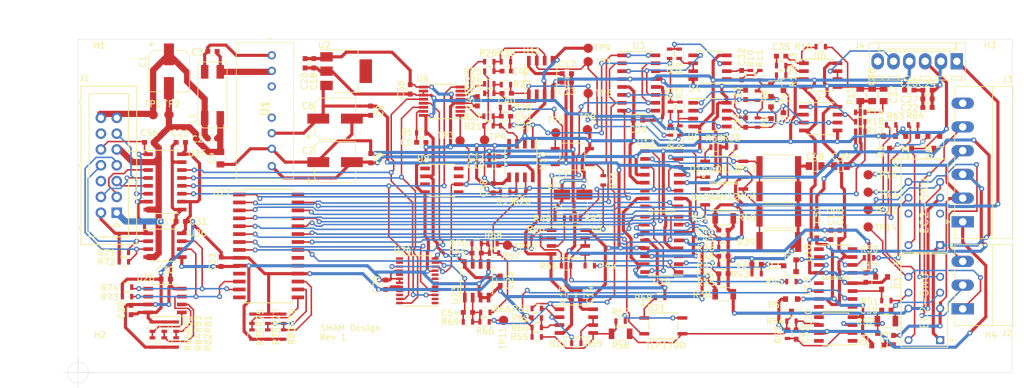
<source format=kicad_pcb>
(kicad_pcb (version 20171130) (host pcbnew "(5.1.9)-1")
  (layers (0 F.Cu signal) (31 B.Cu signal) (34 B.Paste user) (35 F.Paste user) (36 B.SilkS user) (37 F.SilkS user) (38 B.Mask user) (39 F.Mask user) (44 Edge.Cuts user))
  (net 0 "")
  (net 1 /+12VIN)
  (net 2 GNDREF)
  (net 3 "Net-(C3-Pad2)")
  (net 4 "Net-(C3-Pad1)")
  (net 5 "Net-(C10-Pad2)")
  (net 6 GND1)
  (net 7 /reset)
  (net 8 /+15V)
  (net 9 /-15V)
  (net 10 /+5V)
  (net 11 "Net-(C22-Pad2)")
  (net 12 "Net-(C32-Pad2)")
  (net 13 "Net-(C32-Pad1)")
  (net 14 "Net-(C33-Pad2)")
  (net 15 "Net-(C33-Pad1)")
  (net 16 "Net-(C34-Pad2)")
  (net 17 "Net-(C34-Pad1)")
  (net 18 /crossover/INT)
  (net 19 "Net-(C35-Pad1)")
  (net 20 /OCOM)
  (net 21 "Net-(C36-Pad2)")
  (net 22 "Net-(C37-Pad1)")
  (net 23 /+2.5VREF)
  (net 24 /crossover/CL-)
  (net 25 "Net-(C40-Pad1)")
  (net 26 "Net-(C41-Pad2)")
  (net 27 /crossover/FDACN)
  (net 28 "Net-(C42-Pad2)")
  (net 29 /crossover/CL+)
  (net 30 "/current measure/AMPGND")
  (net 31 "/current measure/+OUT_INT")
  (net 32 "Net-(C44-Pad2)")
  (net 33 "Net-(C45-Pad2)")
  (net 34 "Net-(C46-Pad2)")
  (net 35 "Net-(C48-Pad2)")
  (net 36 /frontend/-SEN_INT)
  (net 37 "Net-(C50-Pad1)")
  (net 38 /frontend/-15VOUT)
  (net 39 "Net-(C52-Pad2)")
  (net 40 "Net-(C52-Pad1)")
  (net 41 /frontend/+15VOUT)
  (net 42 /ADC/VMADC)
  (net 43 "Net-(C54-Pad1)")
  (net 44 /ADC/IMADC)
  (net 45 "Net-(C55-Pad1)")
  (net 46 /+5VIN)
  (net 47 "Net-(D1-Pad1)")
  (net 48 "/current measure/INT_GUARD")
  (net 49 "Net-(D2-Pad3)")
  (net 50 "Net-(D3-Pad3)")
  (net 51 "Net-(D5-Pad3)")
  (net 52 /frontend/ON_RLY)
  (net 53 /frontend/REM_RLY)
  (net 54 /-2.5VREF)
  (net 55 /SCK)
  (net 56 /MOSI)
  (net 57 /MISO)
  (net 58 "Net-(J1-Pad6)")
  (net 59 /IIC_SCL)
  (net 60 /IIC_SDA)
  (net 61 /CLAMP)
  (net 62 "Net-(J1-Pad12)")
  (net 63 "Net-(K1-Pad3)")
  (net 64 "Net-(K1-Pad10)")
  (net 65 "/current measure/+Guard")
  (net 66 /frontend/+OUT)
  (net 67 /frontend/+GOUT)
  (net 68 /frontend/+SEN_INT)
  (net 69 /frontend/-SEN)
  (net 70 /frontend/+SEN)
  (net 71 "Net-(Q1-Pad1)")
  (net 72 "Net-(Q2-Pad1)")
  (net 73 "Net-(R2-Pad1)")
  (net 74 /crossover/CLM)
  (net 75 "Net-(R4-Pad1)")
  (net 76 "Net-(R6-Pad1)")
  (net 77 /crossover/FM)
  (net 78 "Net-(R12-Pad1)")
  (net 79 /ICLAMP)
  (net 80 "Net-(R18-Pad1)")
  (net 81 "Net-(R19-Pad1)")
  (net 82 /dac/DAC_F)
  (net 83 /dac/DAC_CL-)
  (net 84 /dac/DAC_CL+)
  (net 85 "Net-(R28-Pad1)")
  (net 86 /FDACLO)
  (net 87 "Net-(R31-Pad2)")
  (net 88 "Net-(R32-Pad2)")
  (net 89 "Net-(R33-Pad2)")
  (net 90 "Net-(R38-Pad2)")
  (net 91 "Net-(R39-Pad2)")
  (net 92 "Net-(R41-Pad2)")
  (net 93 "Net-(R44-Pad1)")
  (net 94 "Net-(R45-Pad1)")
  (net 95 "Net-(R45-Pad2)")
  (net 96 "Net-(R46-Pad1)")
  (net 97 "Net-(R47-Pad1)")
  (net 98 "Net-(R47-Pad2)")
  (net 99 /ADC/IM)
  (net 100 "Net-(R55-Pad1)")
  (net 101 "Net-(R55-Pad2)")
  (net 102 "Net-(R57-Pad2)")
  (net 103 "Net-(R58-Pad2)")
  (net 104 "Net-(R59-Pad1)")
  (net 105 "Net-(R59-Pad2)")
  (net 106 "Net-(R60-Pad1)")
  (net 107 /ADC/VM)
  (net 108 /REMOTE)
  (net 109 /ON)
  (net 110 "/Isolation and Controll/ISCL")
  (net 111 "Net-(R75-Pad2)")
  (net 112 "Net-(R77-Pad2)")
  (net 113 "Net-(R79-Pad2)")
  (net 114 "Net-(R81-Pad2)")
  (net 115 "Net-(R83-Pad2)")
  (net 116 "Net-(R85-Pad2)")
  (net 117 /VMODE)
  (net 118 "Net-(U3-Pad11)")
  (net 119 /IMODE)
  (net 120 /crossover/AMPIN)
  (net 121 "Net-(U8-Pad1)")
  (net 122 "Net-(U8-Pad3)")
  (net 123 "Net-(U8-Pad5)")
  (net 124 "Net-(U8-Pad7)")
  (net 125 "Net-(U8-Pad8)")
  (net 126 /100mA)
  (net 127 /10mA)
  (net 128 /LT10mA)
  (net 129 /1A)
  (net 130 /10uA)
  (net 131 /100uA)
  (net 132 /1mA)
  (net 133 "Net-(U18-Pad1)")
  (net 134 "Net-(U18-Pad5)")
  (net 135 "Net-(U18-Pad8)")
  (net 136 "Net-(U19-Pad1)")
  (net 137 "Net-(U19-Pad5)")
  (net 138 "Net-(U19-Pad8)")
  (net 139 "Net-(U20-Pad1)")
  (net 140 "Net-(U20-Pad5)")
  (net 141 "Net-(U20-Pad8)")
  (net 142 /VRANGEL)
  (net 143 "Net-(U24-Pad1)")
  (net 144 "Net-(U24-Pad2)")
  (net 145 /ISCK)
  (net 146 /CS_ADC)
  (net 147 "Net-(U24-Pad5)")
  (net 148 "Net-(U24-Pad6)")
  (net 149 "Net-(U24-Pad7)")
  (net 150 "Net-(U24-Pad8)")
  (net 151 "Net-(U24-Pad13)")
  (net 152 "Net-(U24-Pad14)")
  (net 153 "Net-(U24-Pad17)")
  (net 154 "Net-(U24-Pad22)")
  (net 155 /IMISO)
  (net 156 /IMOSI)
  (net 157 "/Isolation and Controll/ISDA")
  (net 158 /dac/DAC_SP)
  (net 159 /CS_DAC)
  (net 160 "Net-(U27-Pad11)")
  (net 161 "Net-(U27-Pad14)")
  (net 162 "Net-(U27-Pad19)")
  (net 163 "Net-(U27-Pad20)")
  (net 164 "Net-(U27-Pad28)")
  (net 165 "Net-(J3-Pad6)")
  (net 166 "Net-(J4-Pad6)")
  (net 167 "Net-(U1-Pad5)")
  (net 168 "Net-(U1-Pad3)")
  (module TO_SOT_Packages_SMD:SOT-23 (layer F.Cu) (at 175.768 61.2805)
    (fp_text reference D7 (at 1.524 1.27) (layer F.SilkS))
    (fp_text value BAV199LT1)
    (pad 1 smd rect (at -1 -0.95) (size 0.9 0.8) (layers F.Cu F.Paste F.Mask) (net 16 "Net-(C34-Pad2)"))
    (pad 2 smd rect (at -1 0.95) (size 0.9 0.8) (layers F.Cu F.Paste F.Mask) (net 47 "Net-(D1-Pad1)"))
    (pad 3 smd rect (at 1 0) (size 0.9 0.8) (layers F.Cu F.Paste F.Mask) (net 17 "Net-(C34-Pad1)"))
  )
  (module TO_SOT_Packages_SMD:SOT-23 (layer F.Cu) (at 175.768 57.7245)
    (fp_text reference D1 (at 1.524 1.2065) (layer F.SilkS))
    (fp_text value BAV99LT1)
    (pad 1 smd rect (at -1 -0.95) (size 0.9 0.8) (layers F.Cu F.Paste F.Mask) (net 47 "Net-(D1-Pad1)"))
    (pad 2 smd rect (at -1 0.95) (size 0.9 0.8) (layers F.Cu F.Paste F.Mask) (net 14 "Net-(C33-Pad2)"))
    (pad 3 smd rect (at 1 0) (size 0.9 0.8) (layers F.Cu F.Paste F.Mask) (net 15 "Net-(C33-Pad1)"))
  )
  (module Mounting_Holes:MountingHole_3.2mm_M3 (layer F.Cu) (at 210 99.5)
    (fp_text reference H4 (at 0.058 -2.5325) (layer F.SilkS))
    (fp_text value MountingHole)
    (pad 1 np_thru_hole circle (at 0 0) (size 3.2 3.2) (drill 3.2) (layers *.Cu *.Mask))
  )
  (module Mounting_Holes:MountingHole_3.2mm_M3 (layer F.Cu) (at 210 53)
    (fp_text reference H3 (at -0.069 -2.578) (layer F.SilkS))
    (fp_text value MountingHole)
    (pad 1 np_thru_hole circle (at 0 0) (size 3.2 3.2) (drill 3.2) (layers *.Cu *.Mask))
  )
  (module Mounting_Holes:MountingHole_3.2mm_M3 (layer F.Cu) (at 67 99.5)
    (fp_text reference H2 (at 0.056 -2.5325) (layer F.SilkS))
    (fp_text value MountingHole)
    (pad 1 np_thru_hole circle (at 0 0) (size 3.2 3.2) (drill 3.2) (layers *.Cu *.Mask))
  )
  (module Mounting_Holes:MountingHole_3.2mm_M3 (layer F.Cu) (at 67 53)
    (fp_text reference H1 (at -0.071 -2.5145) (layer F.SilkS))
    (fp_text value MountingHole)
    (pad 1 np_thru_hole circle (at 0 0) (size 3.2 3.2) (drill 3.2) (layers *.Cu *.Mask))
  )
  (module Housings_SOIC:SOIC-8_3.9x4.9mm_Pitch1.27mm (layer F.Cu) (at 185.166 90.551 180)
    (fp_text reference U19 (at 4.572 1.397 90) (layer F.SilkS))
    (fp_text value OPA140)
    (pad 1 smd rect (at -2.7 -1.905 180) (size 1.55 0.6) (layers F.Cu F.Paste F.Mask) (net 136 "Net-(U19-Pad1)"))
    (pad 2 smd rect (at -2.7 -0.635 180) (size 1.55 0.6) (layers F.Cu F.Paste F.Mask) (net 100 "Net-(R55-Pad1)"))
    (pad 3 smd rect (at -2.7 0.635 180) (size 1.55 0.6) (layers F.Cu F.Paste F.Mask) (net 50 "Net-(D3-Pad3)"))
    (pad 4 smd rect (at -2.7 1.905 180) (size 1.55 0.6) (layers F.Cu F.Paste F.Mask) (net 9 /-15V))
    (pad 5 smd rect (at 2.7 1.905 180) (size 1.55 0.6) (layers F.Cu F.Paste F.Mask) (net 137 "Net-(U19-Pad5)"))
    (pad 6 smd rect (at 2.7 0.635 180) (size 1.55 0.6) (layers F.Cu F.Paste F.Mask) (net 100 "Net-(R55-Pad1)"))
    (pad 7 smd rect (at 2.7 -0.635 180) (size 1.55 0.6) (layers F.Cu F.Paste F.Mask) (net 8 /+15V))
    (pad 8 smd rect (at 2.7 -1.905 180) (size 1.55 0.6) (layers F.Cu F.Paste F.Mask) (net 138 "Net-(U19-Pad8)"))
  )
  (module Housings_SOIC:SOIC-8_3.9x4.9mm_Pitch1.27mm (layer F.Cu) (at 143.51 94.742)
    (fp_text reference U22 (at -2.921 3.6195) (layer F.SilkS))
    (fp_text value OPA2140)
    (pad 1 smd rect (at -2.7 -1.905) (size 1.55 0.6) (layers F.Cu F.Paste F.Mask) (net 107 /ADC/VM))
    (pad 2 smd rect (at -2.7 -0.635) (size 1.55 0.6) (layers F.Cu F.Paste F.Mask) (net 104 "Net-(R59-Pad1)"))
    (pad 3 smd rect (at -2.7 0.635) (size 1.55 0.6) (layers F.Cu F.Paste F.Mask) (net 106 "Net-(R60-Pad1)"))
    (pad 4 smd rect (at -2.7 1.905) (size 1.55 0.6) (layers F.Cu F.Paste F.Mask) (net 9 /-15V))
    (pad 5 smd rect (at 2.7 1.905) (size 1.55 0.6) (layers F.Cu F.Paste F.Mask) (net 101 "Net-(R55-Pad2)"))
    (pad 6 smd rect (at 2.7 0.635) (size 1.55 0.6) (layers F.Cu F.Paste F.Mask) (net 105 "Net-(R59-Pad2)"))
    (pad 7 smd rect (at 2.7 -0.635) (size 1.55 0.6) (layers F.Cu F.Paste F.Mask) (net 105 "Net-(R59-Pad2)"))
    (pad 8 smd rect (at 2.7 -1.905) (size 1.55 0.6) (layers F.Cu F.Paste F.Mask) (net 8 /+15V))
  )
  (module Capacitors_SMD:C_0603 (layer F.Cu) (at 116.84 57.531 90)
    (fp_text reference C58 (at 0 -1.5 90) (layer F.SilkS))
    (fp_text value .1u)
    (pad 2 smd rect (at 0.75 0 90) (size 0.8 0.75) (layers F.Cu F.Paste F.Mask) (net 6 GND1))
    (pad 1 smd rect (at -0.75 0 90) (size 0.8 0.75) (layers F.Cu F.Paste F.Mask) (net 10 /+5V))
  )
  (module Capacitors_SMD:C_0603 (layer F.Cu) (at 127.635 59.436 270)
    (fp_text reference C47 (at -0.0635 1.27 90) (layer F.SilkS))
    (fp_text value .1u)
    (pad 2 smd rect (at 0.75 0 270) (size 0.8 0.75) (layers F.Cu F.Paste F.Mask) (net 6 GND1))
    (pad 1 smd rect (at -0.75 0 270) (size 0.8 0.75) (layers F.Cu F.Paste F.Mask) (net 10 /+5V))
  )
  (module Capacitors_SMD:C_0603 (layer F.Cu) (at 153.416 62.484 180)
    (fp_text reference C39 (at 0 -1.5) (layer F.SilkS))
    (fp_text value .1u)
    (pad 2 smd rect (at 0.75 0 180) (size 0.8 0.75) (layers F.Cu F.Paste F.Mask) (net 6 GND1))
    (pad 1 smd rect (at -0.75 0 180) (size 0.8 0.75) (layers F.Cu F.Paste F.Mask) (net 10 /+5V))
  )
  (module SamacSys_Parts:DPBW03F15 (layer F.Cu) (at 94.615 52.07 270)
    (fp_text reference U1 (at 8.5 1.1 90) (layer F.SilkS) (effects (font (size 1.27 1.27) (thickness 0.254))))
    (fp_text value DPBW03F hide)
    (pad 8 thru_hole circle (at 17.8 0 270) (size 1.337 1.337) (drill 0.78) (layers *.Cu *.Mask) (net 9 /-15V))
    (pad 7 thru_hole circle (at 15 0 270) (size 1.337 1.337) (drill 0.78) (layers *.Cu *.Mask) (net 5 "Net-(C10-Pad2)"))
    (pad 6 thru_hole circle (at 12.5 0 270) (size 1.337 1.337) (drill 0.78) (layers *.Cu *.Mask) (net 8 /+15V))
    (pad 5 thru_hole circle (at 10 0 270) (size 1.337 1.337) (drill 0.78) (layers *.Cu *.Mask) (net 167 "Net-(U1-Pad5)"))
    (pad 3 thru_hole circle (at 5 0 270) (size 1.337 1.337) (drill 0.78) (layers *.Cu *.Mask) (net 168 "Net-(U1-Pad3)"))
    (pad 2 thru_hole circle (at 2.5 0 270) (size 1.337 1.337) (drill 0.78) (layers *.Cu *.Mask) (net 3 "Net-(C3-Pad2)"))
    (pad 1 thru_hole circle (at 0 0 270) (size 1.337 1.337) (drill 0.78) (layers *.Cu *.Mask) (net 4 "Net-(C3-Pad1)"))
  )
  (module "DYI SMU:dr331" (layer F.Cu) (at 85.09 58.42)
    (fp_text reference L1 (at -3.2385 3.81 90) (layer F.SilkS))
    (fp_text value DR331-105BE)
    (pad 2 smd rect (at 1.25 3.7) (size 1.2 2.2) (layers F.Cu F.Paste F.Mask) (net 2 GNDREF))
    (pad 3 smd rect (at 1.25 -3.7) (size 1.2 2.2) (layers F.Cu F.Paste F.Mask) (net 3 "Net-(C3-Pad2)"))
    (pad 1 smd rect (at -1.25 3.7) (size 1.2 2.2) (layers F.Cu F.Paste F.Mask) (net 1 /+12VIN))
    (pad 4 smd rect (at -1.25 -3.7) (size 1.2 2.2) (layers F.Cu F.Paste F.Mask) (net 4 "Net-(C3-Pad1)"))
  )
  (module Connectors_Molex:Molex_KK-6410-06_06x2.54mm_Straight (layer F.Cu) (at 204.597 53.0255 180)
    (fp_text reference J4 (at 15.621 2.4765) (layer F.SilkS))
    (fp_text value Conn_01x06_Female)
    (pad 1 thru_hole rect (at 0 0 180) (size 2 2.6) (drill 1.2) (layers *.Cu *.Mask) (net 30 "/current measure/AMPGND"))
    (pad 2 thru_hole oval (at 2.54 0 180) (size 2 2.6) (drill 1.2) (layers *.Cu *.Mask) (net 8 /+15V))
    (pad 3 thru_hole oval (at 5.08 0 180) (size 2 2.6) (drill 1.2) (layers *.Cu *.Mask) (net 6 GND1))
    (pad 4 thru_hole oval (at 7.62 0 180) (size 2 2.6) (drill 1.2) (layers *.Cu *.Mask) (net 9 /-15V))
    (pad 5 thru_hole oval (at 10.16 0 180) (size 2 2.6) (drill 1.2) (layers *.Cu *.Mask) (net 120 /crossover/AMPIN))
    (pad 6 thru_hole oval (at 12.7 0 180) (size 2 2.6) (drill 1.2) (layers *.Cu *.Mask) (net 166 "Net-(J4-Pad6)"))
  )
  (module Connectors_Phoenix:PhoenixContact_MC-G_06x3.81mm_Angled (layer F.Cu) (at 205.5495 78.8035 90)
    (fp_text reference J3 (at 22.86 7.1755) (layer F.SilkS))
    (fp_text value Conn_01x06_Female)
    (pad 1 thru_hole rect (at 0 0 90) (size 1.8 3.6) (drill 1.2) (layers *.Cu *.Mask) (net 41 /frontend/+15VOUT))
    (pad 2 thru_hole oval (at 3.81 0 90) (size 1.8 3.6) (drill 1.2) (layers *.Cu *.Mask) (net 20 /OCOM))
    (pad 3 thru_hole oval (at 7.62 0 90) (size 1.8 3.6) (drill 1.2) (layers *.Cu *.Mask) (net 38 /frontend/-15VOUT))
    (pad 4 thru_hole oval (at 11.43 0 90) (size 1.8 3.6) (drill 1.2) (layers *.Cu *.Mask) (net 20 /OCOM))
    (pad 5 thru_hole oval (at 15.24 0 90) (size 1.8 3.6) (drill 1.2) (layers *.Cu *.Mask) (net 69 /frontend/-SEN))
    (pad 6 thru_hole oval (at 19.05 0 90) (size 1.8 3.6) (drill 1.2) (layers *.Cu *.Mask) (net 165 "Net-(J3-Pad6)"))
  )
  (module Connectors_Phoenix:PhoenixContact_MC-G_03x3.81mm_Angled (layer F.Cu) (at 205.5495 92.7735 90)
    (fp_text reference J2 (at -3.8735 7.112 180) (layer F.SilkS))
    (fp_text value Conn_01x03_Female)
    (pad 1 thru_hole rect (at 0 0 90) (size 1.8 3.6) (drill 1.2) (layers *.Cu *.Mask) (net 70 /frontend/+SEN))
    (pad 2 thru_hole oval (at 3.81 0 90) (size 1.8 3.6) (drill 1.2) (layers *.Cu *.Mask) (net 66 /frontend/+OUT))
    (pad 3 thru_hole oval (at 7.62 0 90) (size 1.8 3.6) (drill 1.2) (layers *.Cu *.Mask) (net 67 /frontend/+GOUT))
  )
  (module Housings_SOIC:SOIC-28W_7.5x17.9mm_Pitch1.27mm (layer F.Cu) (at 94.107 82.677)
    (fp_text reference U27 (at -7.493 -8.5725) (layer F.SilkS))
    (fp_text value MCP23017_SO)
    (pad 1 smd rect (at -4.7 -8.255) (size 2 0.6) (layers F.Cu F.Paste F.Mask) (net 119 /IMODE))
    (pad 2 smd rect (at -4.7 -6.985) (size 2 0.6) (layers F.Cu F.Paste F.Mask) (net 117 /VMODE))
    (pad 3 smd rect (at -4.7 -5.715) (size 2 0.6) (layers F.Cu F.Paste F.Mask) (net 108 /REMOTE))
    (pad 4 smd rect (at -4.7 -4.445) (size 2 0.6) (layers F.Cu F.Paste F.Mask) (net 109 /ON))
    (pad 5 smd rect (at -4.7 -3.175) (size 2 0.6) (layers F.Cu F.Paste F.Mask) (net 86 /FDACLO))
    (pad 6 smd rect (at -4.7 -1.905) (size 2 0.6) (layers F.Cu F.Paste F.Mask) (net 142 /VRANGEL))
    (pad 7 smd rect (at -4.7 -0.635) (size 2 0.6) (layers F.Cu F.Paste F.Mask) (net 146 /CS_ADC))
    (pad 8 smd rect (at -4.7 0.635) (size 2 0.6) (layers F.Cu F.Paste F.Mask) (net 159 /CS_DAC))
    (pad 9 smd rect (at -4.7 1.905) (size 2 0.6) (layers F.Cu F.Paste F.Mask) (net 10 /+5V))
    (pad 10 smd rect (at -4.7 3.175) (size 2 0.6) (layers F.Cu F.Paste F.Mask) (net 6 GND1))
    (pad 11 smd rect (at -4.7 4.445) (size 2 0.6) (layers F.Cu F.Paste F.Mask) (net 160 "Net-(U27-Pad11)"))
    (pad 12 smd rect (at -4.7 5.715) (size 2 0.6) (layers F.Cu F.Paste F.Mask) (net 110 "/Isolation and Controll/ISCL"))
    (pad 13 smd rect (at -4.7 6.985) (size 2 0.6) (layers F.Cu F.Paste F.Mask) (net 157 "/Isolation and Controll/ISDA"))
    (pad 14 smd rect (at -4.7 8.255) (size 2 0.6) (layers F.Cu F.Paste F.Mask) (net 161 "Net-(U27-Pad14)"))
    (pad 15 smd rect (at 4.7 8.255) (size 2 0.6) (layers F.Cu F.Paste F.Mask) (net 111 "Net-(R75-Pad2)"))
    (pad 16 smd rect (at 4.7 6.985) (size 2 0.6) (layers F.Cu F.Paste F.Mask) (net 112 "Net-(R77-Pad2)"))
    (pad 17 smd rect (at 4.7 5.715) (size 2 0.6) (layers F.Cu F.Paste F.Mask) (net 113 "Net-(R79-Pad2)"))
    (pad 18 smd rect (at 4.7 4.445) (size 2 0.6) (layers F.Cu F.Paste F.Mask) (net 10 /+5V))
    (pad 19 smd rect (at 4.7 3.175) (size 2 0.6) (layers F.Cu F.Paste F.Mask) (net 162 "Net-(U27-Pad19)"))
    (pad 20 smd rect (at 4.7 1.905) (size 2 0.6) (layers F.Cu F.Paste F.Mask) (net 163 "Net-(U27-Pad20)"))
    (pad 21 smd rect (at 4.7 0.635) (size 2 0.6) (layers F.Cu F.Paste F.Mask) (net 130 /10uA))
    (pad 22 smd rect (at 4.7 -0.635) (size 2 0.6) (layers F.Cu F.Paste F.Mask) (net 131 /100uA))
    (pad 23 smd rect (at 4.7 -1.905) (size 2 0.6) (layers F.Cu F.Paste F.Mask) (net 132 /1mA))
    (pad 24 smd rect (at 4.7 -3.175) (size 2 0.6) (layers F.Cu F.Paste F.Mask) (net 127 /10mA))
    (pad 25 smd rect (at 4.7 -4.445) (size 2 0.6) (layers F.Cu F.Paste F.Mask) (net 126 /100mA))
    (pad 26 smd rect (at 4.7 -5.715) (size 2 0.6) (layers F.Cu F.Paste F.Mask) (net 129 /1A))
    (pad 27 smd rect (at 4.7 -6.985) (size 2 0.6) (layers F.Cu F.Paste F.Mask) (net 128 /LT10mA))
    (pad 28 smd rect (at 4.7 -8.255) (size 2 0.6) (layers F.Cu F.Paste F.Mask) (net 164 "Net-(U27-Pad28)"))
  )
  (module Housings_SOIC:SOIC-8_3.9x4.9mm_Pitch1.27mm (layer F.Cu) (at 77.47 82.55)
    (fp_text reference U26 (at 5.207 -1.905) (layer F.SilkS))
    (fp_text value ISO1541)
    (pad 1 smd rect (at -2.7 -1.905) (size 1.55 0.6) (layers F.Cu F.Paste F.Mask) (net 46 /+5VIN))
    (pad 2 smd rect (at -2.7 -0.635) (size 1.55 0.6) (layers F.Cu F.Paste F.Mask) (net 60 /IIC_SDA))
    (pad 3 smd rect (at -2.7 0.635) (size 1.55 0.6) (layers F.Cu F.Paste F.Mask) (net 59 /IIC_SCL))
    (pad 4 smd rect (at -2.7 1.905) (size 1.55 0.6) (layers F.Cu F.Paste F.Mask) (net 2 GNDREF))
    (pad 5 smd rect (at 2.7 1.905) (size 1.55 0.6) (layers F.Cu F.Paste F.Mask) (net 6 GND1))
    (pad 6 smd rect (at 2.7 0.635) (size 1.55 0.6) (layers F.Cu F.Paste F.Mask) (net 110 "/Isolation and Controll/ISCL"))
    (pad 7 smd rect (at 2.7 -0.635) (size 1.55 0.6) (layers F.Cu F.Paste F.Mask) (net 157 "/Isolation and Controll/ISDA"))
    (pad 8 smd rect (at 2.7 -1.905) (size 1.55 0.6) (layers F.Cu F.Paste F.Mask) (net 10 /+5V))
  )
  (module Housings_SOIC:SOIC-16_3.9x9.9mm_Pitch1.27mm (layer F.Cu) (at 77.47 72.39)
    (fp_text reference U25 (at 5.1435 -4.572) (layer F.SilkS))
    (fp_text value Si8642BB-B-IS1)
    (pad 1 smd rect (at -2.7 -4.445) (size 1.5 0.6) (layers F.Cu F.Paste F.Mask) (net 46 /+5VIN))
    (pad 2 smd rect (at -2.7 -3.175) (size 1.5 0.6) (layers F.Cu F.Paste F.Mask) (net 2 GNDREF))
    (pad 3 smd rect (at -2.7 -1.905) (size 1.5 0.6) (layers F.Cu F.Paste F.Mask) (net 55 /SCK))
    (pad 4 smd rect (at -2.7 -0.635) (size 1.5 0.6) (layers F.Cu F.Paste F.Mask) (net 56 /MOSI))
    (pad 5 smd rect (at -2.7 0.635) (size 1.5 0.6) (layers F.Cu F.Paste F.Mask) (net 57 /MISO))
    (pad 6 smd rect (at -2.7 1.905) (size 1.5 0.6) (layers F.Cu F.Paste F.Mask) (net 61 /CLAMP))
    (pad 7 smd rect (at -2.7 3.175) (size 1.5 0.6) (layers F.Cu F.Paste F.Mask) (net 46 /+5VIN))
    (pad 8 smd rect (at -2.7 4.445) (size 1.5 0.6) (layers F.Cu F.Paste F.Mask) (net 2 GNDREF))
    (pad 9 smd rect (at 2.7 4.445) (size 1.5 0.6) (layers F.Cu F.Paste F.Mask) (net 6 GND1))
    (pad 10 smd rect (at 2.7 3.175) (size 1.5 0.6) (layers F.Cu F.Paste F.Mask) (net 10 /+5V))
    (pad 11 smd rect (at 2.7 1.905) (size 1.5 0.6) (layers F.Cu F.Paste F.Mask) (net 79 /ICLAMP))
    (pad 12 smd rect (at 2.7 0.635) (size 1.5 0.6) (layers F.Cu F.Paste F.Mask) (net 155 /IMISO))
    (pad 13 smd rect (at 2.7 -0.635) (size 1.5 0.6) (layers F.Cu F.Paste F.Mask) (net 156 /IMOSI))
    (pad 14 smd rect (at 2.7 -1.905) (size 1.5 0.6) (layers F.Cu F.Paste F.Mask) (net 145 /ISCK))
    (pad 15 smd rect (at 2.7 -3.175) (size 1.5 0.6) (layers F.Cu F.Paste F.Mask) (net 6 GND1))
    (pad 16 smd rect (at 2.7 -4.445) (size 1.5 0.6) (layers F.Cu F.Paste F.Mask) (net 10 /+5V))
  )
  (module Housings_SOIC:SOIC-8_3.9x4.9mm_Pitch1.27mm (layer F.Cu) (at 127.508 88.265 90)
    (fp_text reference U23 (at -2.3495 -3.429 90) (layer F.SilkS))
    (fp_text value TLC227x)
    (pad 1 smd rect (at -2.7 -1.905 90) (size 1.55 0.6) (layers F.Cu F.Paste F.Mask) (net 42 /ADC/VMADC))
    (pad 2 smd rect (at -2.7 -0.635 90) (size 1.55 0.6) (layers F.Cu F.Paste F.Mask) (net 43 "Net-(C54-Pad1)"))
    (pad 3 smd rect (at -2.7 0.635 90) (size 1.55 0.6) (layers F.Cu F.Paste F.Mask) (net 6 GND1))
    (pad 4 smd rect (at -2.7 1.905 90) (size 1.55 0.6) (layers F.Cu F.Paste F.Mask) (net 6 GND1))
    (pad 5 smd rect (at 2.7 1.905 90) (size 1.55 0.6) (layers F.Cu F.Paste F.Mask) (net 6 GND1))
    (pad 6 smd rect (at 2.7 0.635 90) (size 1.55 0.6) (layers F.Cu F.Paste F.Mask) (net 45 "Net-(C55-Pad1)"))
    (pad 7 smd rect (at 2.7 -0.635 90) (size 1.55 0.6) (layers F.Cu F.Paste F.Mask) (net 44 /ADC/IMADC))
    (pad 8 smd rect (at 2.7 -1.905 90) (size 1.55 0.6) (layers F.Cu F.Paste F.Mask) (net 10 /+5V))
  )
  (module Housings_SOIC:SOIC-8_3.9x4.9mm_Pitch1.27mm (layer F.Cu) (at 134.62 68.961 270)
    (fp_text reference U10 (at 0 -3.5 90) (layer F.SilkS))
    (fp_text value OPA2140)
    (pad 1 smd rect (at -2.7 -1.905 270) (size 1.55 0.6) (layers F.Cu F.Paste F.Mask) (net 27 /crossover/FDACN))
    (pad 2 smd rect (at -2.7 -0.635 270) (size 1.55 0.6) (layers F.Cu F.Paste F.Mask) (net 6 GND1))
    (pad 3 smd rect (at -2.7 0.635 270) (size 1.55 0.6) (layers F.Cu F.Paste F.Mask) (net 26 "Net-(C41-Pad2)"))
    (pad 4 smd rect (at -2.7 1.905 270) (size 1.55 0.6) (layers F.Cu F.Paste F.Mask) (net 9 /-15V))
    (pad 5 smd rect (at 2.7 1.905 270) (size 1.55 0.6) (layers F.Cu F.Paste F.Mask) (net 6 GND1))
    (pad 6 smd rect (at 2.7 0.635 270) (size 1.55 0.6) (layers F.Cu F.Paste F.Mask) (net 81 "Net-(R19-Pad1)"))
    (pad 7 smd rect (at 2.7 -0.635 270) (size 1.55 0.6) (layers F.Cu F.Paste F.Mask) (net 54 /-2.5VREF))
    (pad 8 smd rect (at 2.7 -1.905 270) (size 1.55 0.6) (layers F.Cu F.Paste F.Mask) (net 8 /+15V))
  )
  (module Housings_SSOP:TSSOP-16_4.4x5mm_Pitch0.65mm (layer F.Cu) (at 121.92 59.436 180)
    (fp_text reference U9 (at 3.1115 3.6195) (layer F.SilkS))
    (fp_text value AD5686RBRUZ)
    (pad 1 smd rect (at -2.95 -2.275 180) (size 1.5 0.45) (layers F.Cu F.Paste F.Mask) (net 23 /+2.5VREF))
    (pad 2 smd rect (at -2.95 -1.625 180) (size 1.5 0.45) (layers F.Cu F.Paste F.Mask) (net 158 /dac/DAC_SP))
    (pad 3 smd rect (at -2.95 -0.975 180) (size 1.5 0.45) (layers F.Cu F.Paste F.Mask) (net 82 /dac/DAC_F))
    (pad 4 smd rect (at -2.95 -0.325 180) (size 1.5 0.45) (layers F.Cu F.Paste F.Mask) (net 6 GND1))
    (pad 5 smd rect (at -2.95 0.325 180) (size 1.5 0.45) (layers F.Cu F.Paste F.Mask) (net 10 /+5V))
    (pad 6 smd rect (at -2.95 0.975 180) (size 1.5 0.45) (layers F.Cu F.Paste F.Mask) (net 83 /dac/DAC_CL-))
    (pad 7 smd rect (at -2.95 1.625 180) (size 1.5 0.45) (layers F.Cu F.Paste F.Mask) (net 84 /dac/DAC_CL+))
    (pad 8 smd rect (at -2.95 2.275 180) (size 1.5 0.45) (layers F.Cu F.Paste F.Mask) (net 155 /IMISO))
    (pad 9 smd rect (at 2.95 2.275 180) (size 1.5 0.45) (layers F.Cu F.Paste F.Mask) (net 6 GND1))
    (pad 10 smd rect (at 2.95 1.625 180) (size 1.5 0.45) (layers F.Cu F.Paste F.Mask) (net 10 /+5V))
    (pad 11 smd rect (at 2.95 0.975 180) (size 1.5 0.45) (layers F.Cu F.Paste F.Mask) (net 10 /+5V))
    (pad 12 smd rect (at 2.95 0.325 180) (size 1.5 0.45) (layers F.Cu F.Paste F.Mask) (net 145 /ISCK))
    (pad 13 smd rect (at 2.95 -0.325 180) (size 1.5 0.45) (layers F.Cu F.Paste F.Mask) (net 159 /CS_DAC))
    (pad 14 smd rect (at 2.95 -0.975 180) (size 1.5 0.45) (layers F.Cu F.Paste F.Mask) (net 156 /IMOSI))
    (pad 15 smd rect (at 2.95 -1.625 180) (size 1.5 0.45) (layers F.Cu F.Paste F.Mask) (net 7 /reset))
    (pad 16 smd rect (at 2.95 -2.275 180) (size 1.5 0.45) (layers F.Cu F.Paste F.Mask) (net 10 /+5V))
  )
  (module Housings_SOIC:SOIC-8_3.9x4.9mm_Pitch1.27mm (layer F.Cu) (at 77.47 91.44 180)
    (fp_text reference U28 (at 3.1115 3.6195) (layer F.SilkS))
    (fp_text value 24LC01)
    (pad 1 smd rect (at -2.7 -1.905 180) (size 1.55 0.6) (layers F.Cu F.Paste F.Mask) (net 116 "Net-(R85-Pad2)"))
    (pad 2 smd rect (at -2.7 -0.635 180) (size 1.55 0.6) (layers F.Cu F.Paste F.Mask) (net 115 "Net-(R83-Pad2)"))
    (pad 3 smd rect (at -2.7 0.635 180) (size 1.55 0.6) (layers F.Cu F.Paste F.Mask) (net 114 "Net-(R81-Pad2)"))
    (pad 4 smd rect (at -2.7 1.905 180) (size 1.55 0.6) (layers F.Cu F.Paste F.Mask) (net 6 GND1))
    (pad 5 smd rect (at 2.7 1.905 180) (size 1.55 0.6) (layers F.Cu F.Paste F.Mask) (net 157 "/Isolation and Controll/ISDA"))
    (pad 6 smd rect (at 2.7 0.635 180) (size 1.55 0.6) (layers F.Cu F.Paste F.Mask) (net 110 "/Isolation and Controll/ISCL"))
    (pad 7 smd rect (at 2.7 -0.635 180) (size 1.55 0.6) (layers F.Cu F.Paste F.Mask) (net 6 GND1))
    (pad 8 smd rect (at 2.7 -1.905 180) (size 1.55 0.6) (layers F.Cu F.Paste F.Mask) (net 10 /+5V))
  )
  (module Housings_SSOP:TSSOP-24_4.4x7.8mm_Pitch0.65mm (layer F.Cu) (at 117.983 88.265 180)
    (fp_text reference U24 (at 2.3495 4.8895) (layer F.SilkS))
    (fp_text value AD7190BRUZ)
    (pad 1 smd rect (at -2.85 -3.575 180) (size 1.1 0.4) (layers F.Cu F.Paste F.Mask) (net 143 "Net-(U24-Pad1)"))
    (pad 2 smd rect (at -2.85 -2.925 180) (size 1.1 0.4) (layers F.Cu F.Paste F.Mask) (net 144 "Net-(U24-Pad2)"))
    (pad 3 smd rect (at -2.85 -2.275 180) (size 1.1 0.4) (layers F.Cu F.Paste F.Mask) (net 145 /ISCK))
    (pad 4 smd rect (at -2.85 -1.625 180) (size 1.1 0.4) (layers F.Cu F.Paste F.Mask) (net 146 /CS_ADC))
    (pad 5 smd rect (at -2.85 -0.975 180) (size 1.1 0.4) (layers F.Cu F.Paste F.Mask) (net 147 "Net-(U24-Pad5)"))
    (pad 6 smd rect (at -2.85 -0.325 180) (size 1.1 0.4) (layers F.Cu F.Paste F.Mask) (net 148 "Net-(U24-Pad6)"))
    (pad 7 smd rect (at -2.85 0.325 180) (size 1.1 0.4) (layers F.Cu F.Paste F.Mask) (net 149 "Net-(U24-Pad7)"))
    (pad 8 smd rect (at -2.85 0.975 180) (size 1.1 0.4) (layers F.Cu F.Paste F.Mask) (net 150 "Net-(U24-Pad8)"))
    (pad 9 smd rect (at -2.85 1.625 180) (size 1.1 0.4) (layers F.Cu F.Paste F.Mask) (net 6 GND1))
    (pad 10 smd rect (at -2.85 2.275 180) (size 1.1 0.4) (layers F.Cu F.Paste F.Mask) (net 23 /+2.5VREF))
    (pad 11 smd rect (at -2.85 2.925 180) (size 1.1 0.4) (layers F.Cu F.Paste F.Mask) (net 42 /ADC/VMADC))
    (pad 12 smd rect (at -2.85 3.575 180) (size 1.1 0.4) (layers F.Cu F.Paste F.Mask) (net 44 /ADC/IMADC))
    (pad 13 smd rect (at 2.85 3.575 180) (size 1.1 0.4) (layers F.Cu F.Paste F.Mask) (net 151 "Net-(U24-Pad13)"))
    (pad 14 smd rect (at 2.85 2.925 180) (size 1.1 0.4) (layers F.Cu F.Paste F.Mask) (net 152 "Net-(U24-Pad14)"))
    (pad 15 smd rect (at 2.85 2.275 180) (size 1.1 0.4) (layers F.Cu F.Paste F.Mask) (net 23 /+2.5VREF))
    (pad 16 smd rect (at 2.85 1.625 180) (size 1.1 0.4) (layers F.Cu F.Paste F.Mask) (net 6 GND1))
    (pad 17 smd rect (at 2.85 0.975 180) (size 1.1 0.4) (layers F.Cu F.Paste F.Mask) (net 153 "Net-(U24-Pad17)"))
    (pad 18 smd rect (at 2.85 0.325 180) (size 1.1 0.4) (layers F.Cu F.Paste F.Mask) (net 6 GND1))
    (pad 19 smd rect (at 2.85 -0.325 180) (size 1.1 0.4) (layers F.Cu F.Paste F.Mask) (net 6 GND1))
    (pad 20 smd rect (at 2.85 -0.975 180) (size 1.1 0.4) (layers F.Cu F.Paste F.Mask) (net 10 /+5V))
    (pad 21 smd rect (at 2.85 -1.625 180) (size 1.1 0.4) (layers F.Cu F.Paste F.Mask) (net 10 /+5V))
    (pad 22 smd rect (at 2.85 -2.275 180) (size 1.1 0.4) (layers F.Cu F.Paste F.Mask) (net 154 "Net-(U24-Pad22)"))
    (pad 23 smd rect (at 2.85 -2.925 180) (size 1.1 0.4) (layers F.Cu F.Paste F.Mask) (net 155 /IMISO))
    (pad 24 smd rect (at 2.85 -3.575 180) (size 1.1 0.4) (layers F.Cu F.Paste F.Mask) (net 156 /IMOSI))
  )
  (module "DYI SMU:TLP170DF" (layer F.Cu) (at 157.48 95.504)
    (fp_text reference U21 (at -1.143 -2.8575) (layer F.SilkS))
    (fp_text value TLP170D (at 0.381 3.1115) (layer F.SilkS))
    (fp_text user * (at -3.3147 -2.971) (layer F.SilkS))
    (fp_text user * (at -3.3147 -2.971) (layer F.SilkS))
    (pad 1 smd rect (at -3.0607 -1.27) (size 1.588999 0.558) (layers F.Cu F.Paste F.Mask) (net 103 "Net-(R58-Pad2)"))
    (pad 2 smd rect (at -3.0607 1.27) (size 1.588999 0.558) (layers F.Cu F.Paste F.Mask) (net 142 /VRANGEL))
    (pad 3 smd rect (at 3.0607 1.27) (size 1.588999 0.558) (layers F.Cu F.Paste F.Mask) (net 51 "Net-(D5-Pad3)"))
    (pad 4 smd rect (at 3.0607 -1.27) (size 1.588999 0.558) (layers F.Cu F.Paste F.Mask) (net 102 "Net-(R57-Pad2)"))
  )
  (module Housings_SOIC:SOIC-8_3.9x4.9mm_Pitch1.27mm (layer F.Cu) (at 185.166 96.012 180)
    (fp_text reference U20 (at 4.3815 1.778 90) (layer F.SilkS))
    (fp_text value OPA140)
    (pad 1 smd rect (at -2.7 -1.905 180) (size 1.55 0.6) (layers F.Cu F.Paste F.Mask) (net 139 "Net-(U20-Pad1)"))
    (pad 2 smd rect (at -2.7 -0.635 180) (size 1.55 0.6) (layers F.Cu F.Paste F.Mask) (net 39 "Net-(C52-Pad2)"))
    (pad 3 smd rect (at -2.7 0.635 180) (size 1.55 0.6) (layers F.Cu F.Paste F.Mask) (net 37 "Net-(C50-Pad1)"))
    (pad 4 smd rect (at -2.7 1.905 180) (size 1.55 0.6) (layers F.Cu F.Paste F.Mask) (net 38 /frontend/-15VOUT))
    (pad 5 smd rect (at 2.7 1.905 180) (size 1.55 0.6) (layers F.Cu F.Paste F.Mask) (net 140 "Net-(U20-Pad5)"))
    (pad 6 smd rect (at 2.7 0.635 180) (size 1.55 0.6) (layers F.Cu F.Paste F.Mask) (net 40 "Net-(C52-Pad1)"))
    (pad 7 smd rect (at 2.7 -0.635 180) (size 1.55 0.6) (layers F.Cu F.Paste F.Mask) (net 41 /frontend/+15VOUT))
    (pad 8 smd rect (at 2.7 -1.905 180) (size 1.55 0.6) (layers F.Cu F.Paste F.Mask) (net 141 "Net-(U20-Pad8)"))
  )
  (module Housings_SOIC:SOIC-8_3.9x4.9mm_Pitch1.27mm (layer F.Cu) (at 185.166 85.09)
    (fp_text reference U18 (at -4.445 -1.27 90) (layer F.SilkS))
    (fp_text value TL071)
    (pad 1 smd rect (at -2.7 -1.905) (size 1.55 0.6) (layers F.Cu F.Paste F.Mask) (net 133 "Net-(U18-Pad1)"))
    (pad 2 smd rect (at -2.7 -0.635) (size 1.55 0.6) (layers F.Cu F.Paste F.Mask) (net 48 "/current measure/INT_GUARD"))
    (pad 3 smd rect (at -2.7 0.635) (size 1.55 0.6) (layers F.Cu F.Paste F.Mask) (net 94 "Net-(R45-Pad1)"))
    (pad 4 smd rect (at -2.7 1.905) (size 1.55 0.6) (layers F.Cu F.Paste F.Mask) (net 9 /-15V))
    (pad 5 smd rect (at 2.7 1.905) (size 1.55 0.6) (layers F.Cu F.Paste F.Mask) (net 134 "Net-(U18-Pad5)"))
    (pad 6 smd rect (at 2.7 0.635) (size 1.55 0.6) (layers F.Cu F.Paste F.Mask) (net 48 "/current measure/INT_GUARD"))
    (pad 7 smd rect (at 2.7 -0.635) (size 1.55 0.6) (layers F.Cu F.Paste F.Mask) (net 8 /+15V))
    (pad 8 smd rect (at 2.7 -1.905) (size 1.55 0.6) (layers F.Cu F.Paste F.Mask) (net 135 "Net-(U18-Pad8)"))
  )
  (module Housings_SOIC:SOIC-8_3.9x4.9mm_Pitch1.27mm (layer F.Cu) (at 142.24 82.042)
    (fp_text reference U17 (at 5.1435 -2.032) (layer F.SilkS))
    (fp_text value OPA2140)
    (pad 1 smd rect (at -2.7 -1.905) (size 1.55 0.6) (layers F.Cu F.Paste F.Mask) (net 99 /ADC/IM))
    (pad 2 smd rect (at -2.7 -0.635) (size 1.55 0.6) (layers F.Cu F.Paste F.Mask) (net 96 "Net-(R46-Pad1)"))
    (pad 3 smd rect (at -2.7 0.635) (size 1.55 0.6) (layers F.Cu F.Paste F.Mask) (net 97 "Net-(R47-Pad1)"))
    (pad 4 smd rect (at -2.7 1.905) (size 1.55 0.6) (layers F.Cu F.Paste F.Mask) (net 9 /-15V))
    (pad 5 smd rect (at 2.7 1.905) (size 1.55 0.6) (layers F.Cu F.Paste F.Mask) (net 93 "Net-(R44-Pad1)"))
    (pad 6 smd rect (at 2.7 0.635) (size 1.55 0.6) (layers F.Cu F.Paste F.Mask) (net 95 "Net-(R45-Pad2)"))
    (pad 7 smd rect (at 2.7 -0.635) (size 1.55 0.6) (layers F.Cu F.Paste F.Mask) (net 95 "Net-(R45-Pad2)"))
    (pad 8 smd rect (at 2.7 -1.905) (size 1.55 0.6) (layers F.Cu F.Paste F.Mask) (net 8 /+15V))
  )
  (module "DYI SMU:TLP170DF" (layer F.Cu) (at 167.259 70.358)
    (fp_text reference U16 (at -4.1275 -0.0635) (layer F.SilkS))
    (fp_text value AQY22 (at 0 0) (layer F.SilkS))
    (fp_text user * (at -3.3147 -2.971) (layer F.SilkS))
    (fp_text user * (at -3.3147 -2.971) (layer F.SilkS))
    (pad 1 smd rect (at -3.0607 -1.27) (size 1.588999 0.558) (layers F.Cu F.Paste F.Mask) (net 89 "Net-(R33-Pad2)"))
    (pad 2 smd rect (at -3.0607 1.27) (size 1.588999 0.558) (layers F.Cu F.Paste F.Mask) (net 129 /1A))
    (pad 3 smd rect (at 3.0607 1.27) (size 1.588999 0.558) (layers F.Cu F.Paste F.Mask) (net 30 "/current measure/AMPGND"))
    (pad 4 smd rect (at 3.0607 -1.27) (size 1.588999 0.558) (layers F.Cu F.Paste F.Mask) (net 92 "Net-(R41-Pad2)"))
  )
  (module "DYI SMU:TLP170DF" (layer F.Cu) (at 167.259 74.803)
    (fp_text reference U15 (at -3.8735 0.0635) (layer F.SilkS))
    (fp_text value AQY22 (at 0 0) (layer F.SilkS))
    (fp_text user * (at -3.3147 -2.971) (layer F.SilkS))
    (fp_text user * (at -3.3147 -2.971) (layer F.SilkS))
    (pad 1 smd rect (at -3.0607 -1.27) (size 1.588999 0.558) (layers F.Cu F.Paste F.Mask) (net 88 "Net-(R32-Pad2)"))
    (pad 2 smd rect (at -3.0607 1.27) (size 1.588999 0.558) (layers F.Cu F.Paste F.Mask) (net 126 /100mA))
    (pad 3 smd rect (at 3.0607 1.27) (size 1.588999 0.558) (layers F.Cu F.Paste F.Mask) (net 30 "/current measure/AMPGND"))
    (pad 4 smd rect (at 3.0607 -1.27) (size 1.588999 0.558) (layers F.Cu F.Paste F.Mask) (net 91 "Net-(R39-Pad2)"))
  )
  (module Housings_SOIC:SOIC-16_3.9x9.9mm_Pitch1.27mm (layer F.Cu) (at 157.226 82.423 180)
    (fp_text reference U14 (at 0 -6) (layer F.SilkS))
    (fp_text value DG444)
    (pad 1 smd rect (at -2.7 -4.445 180) (size 1.5 0.6) (layers F.Cu F.Paste F.Mask) (net 130 /10uA))
    (pad 2 smd rect (at -2.7 -3.175 180) (size 1.5 0.6) (layers F.Cu F.Paste F.Mask) (net 32 "Net-(C44-Pad2)"))
    (pad 3 smd rect (at -2.7 -1.905 180) (size 1.5 0.6) (layers F.Cu F.Paste F.Mask) (net 30 "/current measure/AMPGND"))
    (pad 4 smd rect (at -2.7 -0.635 180) (size 1.5 0.6) (layers F.Cu F.Paste F.Mask) (net 9 /-15V))
    (pad 5 smd rect (at -2.7 0.635 180) (size 1.5 0.6) (layers F.Cu F.Paste F.Mask) (net 6 GND1))
    (pad 6 smd rect (at -2.7 1.905 180) (size 1.5 0.6) (layers F.Cu F.Paste F.Mask) (net 30 "/current measure/AMPGND"))
    (pad 7 smd rect (at -2.7 3.175 180) (size 1.5 0.6) (layers F.Cu F.Paste F.Mask) (net 33 "Net-(C45-Pad2)"))
    (pad 8 smd rect (at -2.7 4.445 180) (size 1.5 0.6) (layers F.Cu F.Paste F.Mask) (net 131 /100uA))
    (pad 9 smd rect (at 2.7 4.445 180) (size 1.5 0.6) (layers F.Cu F.Paste F.Mask) (net 132 /1mA))
    (pad 10 smd rect (at 2.7 3.175 180) (size 1.5 0.6) (layers F.Cu F.Paste F.Mask) (net 34 "Net-(C46-Pad2)"))
    (pad 11 smd rect (at 2.7 1.905 180) (size 1.5 0.6) (layers F.Cu F.Paste F.Mask) (net 30 "/current measure/AMPGND"))
    (pad 12 smd rect (at 2.7 0.635 180) (size 1.5 0.6) (layers F.Cu F.Paste F.Mask) (net 10 /+5V))
    (pad 13 smd rect (at 2.7 -0.635 180) (size 1.5 0.6) (layers F.Cu F.Paste F.Mask) (net 8 /+15V))
    (pad 14 smd rect (at 2.7 -1.905 180) (size 1.5 0.6) (layers F.Cu F.Paste F.Mask) (net 30 "/current measure/AMPGND"))
    (pad 15 smd rect (at 2.7 -3.175 180) (size 1.5 0.6) (layers F.Cu F.Paste F.Mask) (net 90 "Net-(R38-Pad2)"))
    (pad 16 smd rect (at 2.7 -4.445 180) (size 1.5 0.6) (layers F.Cu F.Paste F.Mask) (net 127 /10mA))
  )
  (module Housings_SOIC:SOIC-16_3.9x9.9mm_Pitch1.27mm (layer F.Cu) (at 157.226 71.882)
    (fp_text reference U13 (at -2.54 -5.842) (layer F.SilkS))
    (fp_text value DG444)
    (pad 1 smd rect (at -2.7 -4.445) (size 1.5 0.6) (layers F.Cu F.Paste F.Mask) (net 126 /100mA))
    (pad 2 smd rect (at -2.7 -3.175) (size 1.5 0.6) (layers F.Cu F.Paste F.Mask) (net 91 "Net-(R39-Pad2)"))
    (pad 3 smd rect (at -2.7 -1.905) (size 1.5 0.6) (layers F.Cu F.Paste F.Mask) (net 98 "Net-(R47-Pad2)"))
    (pad 4 smd rect (at -2.7 -0.635) (size 1.5 0.6) (layers F.Cu F.Paste F.Mask) (net 9 /-15V))
    (pad 5 smd rect (at -2.7 0.635) (size 1.5 0.6) (layers F.Cu F.Paste F.Mask) (net 6 GND1))
    (pad 6 smd rect (at -2.7 1.905) (size 1.5 0.6) (layers F.Cu F.Paste F.Mask) (net 98 "Net-(R47-Pad2)"))
    (pad 7 smd rect (at -2.7 3.175) (size 1.5 0.6) (layers F.Cu F.Paste F.Mask) (net 90 "Net-(R38-Pad2)"))
    (pad 8 smd rect (at -2.7 4.445) (size 1.5 0.6) (layers F.Cu F.Paste F.Mask) (net 127 /10mA))
    (pad 9 smd rect (at 2.7 4.445) (size 1.5 0.6) (layers F.Cu F.Paste F.Mask) (net 128 /LT10mA))
    (pad 10 smd rect (at 2.7 3.175) (size 1.5 0.6) (layers F.Cu F.Paste F.Mask) (net 30 "/current measure/AMPGND"))
    (pad 11 smd rect (at 2.7 1.905) (size 1.5 0.6) (layers F.Cu F.Paste F.Mask) (net 98 "Net-(R47-Pad2)"))
    (pad 12 smd rect (at 2.7 0.635) (size 1.5 0.6) (layers F.Cu F.Paste F.Mask) (net 10 /+5V))
    (pad 13 smd rect (at 2.7 -0.635) (size 1.5 0.6) (layers F.Cu F.Paste F.Mask) (net 8 /+15V))
    (pad 14 smd rect (at 2.7 -1.905) (size 1.5 0.6) (layers F.Cu F.Paste F.Mask) (net 98 "Net-(R47-Pad2)"))
    (pad 15 smd rect (at 2.7 -3.175) (size 1.5 0.6) (layers F.Cu F.Paste F.Mask) (net 92 "Net-(R41-Pad2)"))
    (pad 16 smd rect (at 2.7 -4.445) (size 1.5 0.6) (layers F.Cu F.Paste F.Mask) (net 129 /1A))
  )
  (module Housings_SSOP:SOP-4_3.8x4.1mm_Pitch2.54mm (layer F.Cu) (at 142.875 68.326 180)
    (fp_text reference U12 (at 2.0955 -2.9845) (layer F.SilkS))
    (fp_text value CPC1018N)
    (pad 1 smd rect (at -2.75 -1.27 180) (size 1.45 0.55) (layers F.Cu F.Paste F.Mask) (net 87 "Net-(R31-Pad2)"))
    (pad 2 smd rect (at -2.75 1.27 180) (size 1.45 0.55) (layers F.Cu F.Paste F.Mask) (net 6 GND1))
    (pad 3 smd rect (at 2.75 1.27 180) (size 1.45 0.55) (layers F.Cu F.Paste F.Mask) (net 27 /crossover/FDACN))
    (pad 4 smd rect (at 2.75 -1.27 180) (size 1.45 0.55) (layers F.Cu F.Paste F.Mask) (net 85 "Net-(R28-Pad1)"))
  )
  (module Housings_SOIC:SOIC-8_3.9x4.9mm_Pitch1.27mm (layer F.Cu) (at 137.795 55.626 90)
    (fp_text reference U11 (at 4.2545 -1.397 180) (layer F.SilkS))
    (fp_text value TL072)
    (pad 1 smd rect (at -2.7 -1.905 90) (size 1.55 0.6) (layers F.Cu F.Paste F.Mask) (net 24 /crossover/CL-))
    (pad 2 smd rect (at -2.7 -0.635 90) (size 1.55 0.6) (layers F.Cu F.Paste F.Mask) (net 25 "Net-(C40-Pad1)"))
    (pad 3 smd rect (at -2.7 0.635 90) (size 1.55 0.6) (layers F.Cu F.Paste F.Mask) (net 6 GND1))
    (pad 4 smd rect (at -2.7 1.905 90) (size 1.55 0.6) (layers F.Cu F.Paste F.Mask) (net 9 /-15V))
    (pad 5 smd rect (at 2.7 1.905 90) (size 1.55 0.6) (layers F.Cu F.Paste F.Mask) (net 6 GND1))
    (pad 6 smd rect (at 2.7 0.635 90) (size 1.55 0.6) (layers F.Cu F.Paste F.Mask) (net 28 "Net-(C42-Pad2)"))
    (pad 7 smd rect (at 2.7 -0.635 90) (size 1.55 0.6) (layers F.Cu F.Paste F.Mask) (net 29 /crossover/CL+))
    (pad 8 smd rect (at 2.7 -1.905 90) (size 1.55 0.6) (layers F.Cu F.Paste F.Mask) (net 8 /+15V))
  )
  (module Housings_SOIC:SOIC-8_3.9x4.9mm_Pitch1.27mm (layer F.Cu) (at 121.92 72.136)
    (fp_text reference U8 (at -2.9845 -3.429) (layer F.SilkS))
    (fp_text value ADR431ARZ)
    (pad 1 smd rect (at -2.7 -1.905) (size 1.55 0.6) (layers F.Cu F.Paste F.Mask) (net 121 "Net-(U8-Pad1)"))
    (pad 2 smd rect (at -2.7 -0.635) (size 1.55 0.6) (layers F.Cu F.Paste F.Mask) (net 10 /+5V))
    (pad 3 smd rect (at -2.7 0.635) (size 1.55 0.6) (layers F.Cu F.Paste F.Mask) (net 122 "Net-(U8-Pad3)"))
    (pad 4 smd rect (at -2.7 1.905) (size 1.55 0.6) (layers F.Cu F.Paste F.Mask) (net 6 GND1))
    (pad 5 smd rect (at 2.7 1.905) (size 1.55 0.6) (layers F.Cu F.Paste F.Mask) (net 123 "Net-(U8-Pad5)"))
    (pad 6 smd rect (at 2.7 0.635) (size 1.55 0.6) (layers F.Cu F.Paste F.Mask) (net 23 /+2.5VREF))
    (pad 7 smd rect (at 2.7 -0.635) (size 1.55 0.6) (layers F.Cu F.Paste F.Mask) (net 124 "Net-(U8-Pad7)"))
    (pad 8 smd rect (at 2.7 -1.905) (size 1.55 0.6) (layers F.Cu F.Paste F.Mask) (net 125 "Net-(U8-Pad8)"))
  )
  (module Housings_SOIC:SOIC-8_3.9x4.9mm_Pitch1.27mm (layer F.Cu) (at 182.753 62.23)
    (fp_text reference U7 (at 0 -3.5) (layer F.SilkS))
    (fp_text value LM393)
    (pad 1 smd rect (at -2.7 -1.905) (size 1.55 0.6) (layers F.Cu F.Paste F.Mask) (net 80 "Net-(R18-Pad1)"))
    (pad 2 smd rect (at -2.7 -0.635) (size 1.55 0.6) (layers F.Cu F.Paste F.Mask) (net 6 GND1))
    (pad 3 smd rect (at -2.7 0.635) (size 1.55 0.6) (layers F.Cu F.Paste F.Mask) (net 15 "Net-(C33-Pad1)"))
    (pad 4 smd rect (at -2.7 1.905) (size 1.55 0.6) (layers F.Cu F.Paste F.Mask) (net 9 /-15V))
    (pad 5 smd rect (at 2.7 1.905) (size 1.55 0.6) (layers F.Cu F.Paste F.Mask) (net 6 GND1))
    (pad 6 smd rect (at 2.7 0.635) (size 1.55 0.6) (layers F.Cu F.Paste F.Mask) (net 17 "Net-(C34-Pad1)"))
    (pad 7 smd rect (at 2.7 -0.635) (size 1.55 0.6) (layers F.Cu F.Paste F.Mask) (net 80 "Net-(R18-Pad1)"))
    (pad 8 smd rect (at 2.7 -1.905) (size 1.55 0.6) (layers F.Cu F.Paste F.Mask) (net 8 /+15V))
  )
  (module Housings_SOIC:SOIC-8_3.9x4.9mm_Pitch1.27mm (layer F.Cu) (at 182.753 55.245)
    (fp_text reference U6 (at -0.127 -3.175) (layer F.SilkS))
    (fp_text value OPA2140)
    (pad 1 smd rect (at -2.7 -1.905) (size 1.55 0.6) (layers F.Cu F.Paste F.Mask) (net 18 /crossover/INT))
    (pad 2 smd rect (at -2.7 -0.635) (size 1.55 0.6) (layers F.Cu F.Paste F.Mask) (net 78 "Net-(R12-Pad1)"))
    (pad 3 smd rect (at -2.7 0.635) (size 1.55 0.6) (layers F.Cu F.Paste F.Mask) (net 6 GND1))
    (pad 4 smd rect (at -2.7 1.905) (size 1.55 0.6) (layers F.Cu F.Paste F.Mask) (net 9 /-15V))
    (pad 5 smd rect (at 2.7 1.905) (size 1.55 0.6) (layers F.Cu F.Paste F.Mask) (net 21 "Net-(C36-Pad2)"))
    (pad 6 smd rect (at 2.7 0.635) (size 1.55 0.6) (layers F.Cu F.Paste F.Mask) (net 120 /crossover/AMPIN))
    (pad 7 smd rect (at 2.7 -0.635) (size 1.55 0.6) (layers F.Cu F.Paste F.Mask) (net 120 /crossover/AMPIN))
    (pad 8 smd rect (at 2.7 -1.905) (size 1.55 0.6) (layers F.Cu F.Paste F.Mask) (net 8 /+15V))
  )
  (module Housings_SOIC:SOIC-8_3.9x4.9mm_Pitch1.27mm (layer F.Cu) (at 164.973 61.595)
    (fp_text reference U5 (at -2.6035 3.556) (layer F.SilkS))
    (fp_text value OPA2140)
    (pad 1 smd rect (at -2.7 -1.905) (size 1.55 0.6) (layers F.Cu F.Paste F.Mask) (net 15 "Net-(C33-Pad1)"))
    (pad 2 smd rect (at -2.7 -0.635) (size 1.55 0.6) (layers F.Cu F.Paste F.Mask) (net 14 "Net-(C33-Pad2)"))
    (pad 3 smd rect (at -2.7 0.635) (size 1.55 0.6) (layers F.Cu F.Paste F.Mask) (net 73 "Net-(R2-Pad1)"))
    (pad 4 smd rect (at -2.7 1.905) (size 1.55 0.6) (layers F.Cu F.Paste F.Mask) (net 9 /-15V))
    (pad 5 smd rect (at 2.7 1.905) (size 1.55 0.6) (layers F.Cu F.Paste F.Mask) (net 75 "Net-(R4-Pad1)"))
    (pad 6 smd rect (at 2.7 0.635) (size 1.55 0.6) (layers F.Cu F.Paste F.Mask) (net 16 "Net-(C34-Pad2)"))
    (pad 7 smd rect (at 2.7 -0.635) (size 1.55 0.6) (layers F.Cu F.Paste F.Mask) (net 17 "Net-(C34-Pad1)"))
    (pad 8 smd rect (at 2.7 -1.905) (size 1.55 0.6) (layers F.Cu F.Paste F.Mask) (net 8 /+15V))
  )
  (module Housings_SOIC:SOIC-8_3.9x4.9mm_Pitch1.27mm (layer F.Cu) (at 164.973 53.975 180)
    (fp_text reference U4 (at 2.4765 -3.4925) (layer F.SilkS))
    (fp_text value OPA2140)
    (pad 1 smd rect (at -2.7 -1.905 180) (size 1.55 0.6) (layers F.Cu F.Paste F.Mask) (net 12 "Net-(C32-Pad2)"))
    (pad 2 smd rect (at -2.7 -0.635 180) (size 1.55 0.6) (layers F.Cu F.Paste F.Mask) (net 13 "Net-(C32-Pad1)"))
    (pad 3 smd rect (at -2.7 0.635 180) (size 1.55 0.6) (layers F.Cu F.Paste F.Mask) (net 76 "Net-(R6-Pad1)"))
    (pad 4 smd rect (at -2.7 1.905 180) (size 1.55 0.6) (layers F.Cu F.Paste F.Mask) (net 9 /-15V))
    (pad 5 smd rect (at 2.7 1.905 180) (size 1.55 0.6) (layers F.Cu F.Paste F.Mask) (net 118 "Net-(U3-Pad11)"))
    (pad 6 smd rect (at 2.7 0.635 180) (size 1.55 0.6) (layers F.Cu F.Paste F.Mask) (net 77 /crossover/FM))
    (pad 7 smd rect (at 2.7 -0.635 180) (size 1.55 0.6) (layers F.Cu F.Paste F.Mask) (net 77 /crossover/FM))
    (pad 8 smd rect (at 2.7 -1.905 180) (size 1.55 0.6) (layers F.Cu F.Paste F.Mask) (net 8 /+15V))
  )
  (module Housings_SOIC:SOIC-16_3.9x9.9mm_Pitch1.27mm (layer F.Cu) (at 153.543 56.515)
    (fp_text reference U3 (at 0 -6) (layer F.SilkS))
    (fp_text value DG444)
    (pad 1 smd rect (at -2.7 -4.445) (size 1.5 0.6) (layers F.Cu F.Paste F.Mask) (net 117 /VMODE))
    (pad 2 smd rect (at -2.7 -3.175) (size 1.5 0.6) (layers F.Cu F.Paste F.Mask) (net 107 /ADC/VM))
    (pad 3 smd rect (at -2.7 -1.905) (size 1.5 0.6) (layers F.Cu F.Paste F.Mask) (net 118 "Net-(U3-Pad11)"))
    (pad 4 smd rect (at -2.7 -0.635) (size 1.5 0.6) (layers F.Cu F.Paste F.Mask) (net 9 /-15V))
    (pad 5 smd rect (at -2.7 0.635) (size 1.5 0.6) (layers F.Cu F.Paste F.Mask) (net 6 GND1))
    (pad 6 smd rect (at -2.7 1.905) (size 1.5 0.6) (layers F.Cu F.Paste F.Mask) (net 74 /crossover/CLM))
    (pad 7 smd rect (at -2.7 3.175) (size 1.5 0.6) (layers F.Cu F.Paste F.Mask) (net 107 /ADC/VM))
    (pad 8 smd rect (at -2.7 4.445) (size 1.5 0.6) (layers F.Cu F.Paste F.Mask) (net 119 /IMODE))
    (pad 9 smd rect (at 2.7 4.445) (size 1.5 0.6) (layers F.Cu F.Paste F.Mask) (net 119 /IMODE))
    (pad 10 smd rect (at 2.7 3.175) (size 1.5 0.6) (layers F.Cu F.Paste F.Mask) (net 99 /ADC/IM))
    (pad 11 smd rect (at 2.7 1.905) (size 1.5 0.6) (layers F.Cu F.Paste F.Mask) (net 118 "Net-(U3-Pad11)"))
    (pad 12 smd rect (at 2.7 0.635) (size 1.5 0.6) (layers F.Cu F.Paste F.Mask) (net 10 /+5V))
    (pad 13 smd rect (at 2.7 -0.635) (size 1.5 0.6) (layers F.Cu F.Paste F.Mask) (net 8 /+15V))
    (pad 14 smd rect (at 2.7 -1.905) (size 1.5 0.6) (layers F.Cu F.Paste F.Mask) (net 74 /crossover/CLM))
    (pad 15 smd rect (at 2.7 -3.175) (size 1.5 0.6) (layers F.Cu F.Paste F.Mask) (net 99 /ADC/IM))
    (pad 16 smd rect (at 2.7 -4.445) (size 1.5 0.6) (layers F.Cu F.Paste F.Mask) (net 117 /VMODE))
  )
  (module TO_SOT_Packages_SMD:SOT-223 (layer F.Cu) (at 106.553 54.61)
    (fp_text reference U2 (at -3.4925 -4.191) (layer F.SilkS))
    (fp_text value LT1117-5.0)
    (pad 4 smd rect (at 3.15 0) (size 2 3.8) (layers F.Cu F.Paste F.Mask))
    (pad 2 smd rect (at -3.15 0) (size 2 1.5) (layers F.Cu F.Paste F.Mask) (net 10 /+5V))
    (pad 3 smd rect (at -3.15 2.3) (size 2 1.5) (layers F.Cu F.Paste F.Mask) (net 8 /+15V))
    (pad 1 smd rect (at -3.15 -2.3) (size 2 1.5) (layers F.Cu F.Paste F.Mask) (net 6 GND1))
  )
  (module Measurement_Points:Measurement_Point_Round-SMD-Pad_Small (layer F.Cu) (at 190.373 71.247)
    (fp_text reference TP15 (at 2.8575 0.0635) (layer F.SilkS))
    (fp_text value TP-Sen)
    (pad 1 smd circle (at 0 0) (size 1.5 1.5) (layers F.Cu F.Mask) (net 69 /frontend/-SEN))
  )
  (module Measurement_Points:Measurement_Point_Round-SMD-Pad_Small (layer F.Cu) (at 190.373 79.629)
    (fp_text reference TP14 (at 2.8575 0.127) (layer F.SilkS))
    (fp_text value TP+Sen)
    (pad 1 smd circle (at 0 0) (size 1.5 1.5) (layers F.Cu F.Mask) (net 70 /frontend/+SEN))
  )
  (module Measurement_Points:Measurement_Point_Round-SMD-Pad_Small (layer F.Cu) (at 190.373 74.041)
    (fp_text reference TP13 (at 2.921 0.3175) (layer F.SilkS))
    (fp_text value TP+Gua)
    (pad 1 smd circle (at 0 0) (size 1.5 1.5) (layers F.Cu F.Mask) (net 67 /frontend/+GOUT))
  )
  (module Measurement_Points:Measurement_Point_Round-SMD-Pad_Small (layer F.Cu) (at 190.373 76.835)
    (fp_text reference TP12 (at 2.794 0.0635) (layer F.SilkS))
    (fp_text value TP+Out)
    (pad 1 smd circle (at 0 0) (size 1.5 1.5) (layers F.Cu F.Mask) (net 66 /frontend/+OUT))
  )
  (module Measurement_Points:Measurement_Point_Round-SMD-Pad_Small (layer F.Cu) (at 131.826 94.615)
    (fp_text reference TP11 (at -0.127 2.8575 90) (layer F.SilkS))
    (fp_text value TPVM)
    (pad 1 smd circle (at 0 0) (size 1.5 1.5) (layers F.Cu F.Mask) (net 107 /ADC/VM))
  )
  (module Measurement_Points:Measurement_Point_Round-SMD-Pad_Small (layer F.Cu) (at 132.461 82.55)
    (fp_text reference TP10 (at 2.921 0.3175) (layer F.SilkS))
    (fp_text value TPIM)
    (pad 1 smd circle (at 0 0) (size 1.5 1.5) (layers F.Cu F.Mask) (net 99 /ADC/IM))
  )
  (module Measurement_Points:Measurement_Point_Round-SMD-Pad_Small (layer F.Cu) (at 145.415 50.927)
    (fp_text reference TP9 (at 2.286 -0.0635) (layer F.SilkS))
    (fp_text value TPG1)
    (pad 1 smd circle (at 0 0) (size 1.5 1.5) (layers F.Cu F.Mask) (net 6 GND1))
  )
  (module Measurement_Points:Measurement_Point_Round-SMD-Pad_Small (layer F.Cu) (at 145.288 64.008)
    (fp_text reference TP8 (at 0 -2) (layer F.SilkS))
    (fp_text value TPG)
    (pad 1 smd circle (at 0 0) (size 1.5 1.5) (layers F.Cu F.Mask) (net 6 GND1))
  )
  (module Measurement_Points:Measurement_Point_Round-SMD-Pad_Small (layer F.Cu) (at 145.415 53.086)
    (fp_text reference TP7 (at 2.4765 0.127) (layer F.SilkS))
    (fp_text value TPC+)
    (pad 1 smd circle (at 0 0) (size 1.5 1.5) (layers F.Cu F.Mask) (net 29 /crossover/CL+))
  )
  (module Measurement_Points:Measurement_Point_Round-SMD-Pad_Small (layer F.Cu) (at 145.415 58.166)
    (fp_text reference TP6 (at 2.54 0) (layer F.SilkS))
    (fp_text value TPC-)
    (pad 1 smd circle (at 0 0) (size 1.5 1.5) (layers F.Cu F.Mask) (net 24 /crossover/CL-))
  )
  (module Measurement_Points:Measurement_Point_Round-SMD-Pad_Small (layer F.Cu) (at 140.208 64.516)
    (fp_text reference TP5 (at 0 -2) (layer F.SilkS))
    (fp_text value TPF)
    (pad 1 smd circle (at 0 0) (size 1.5 1.5) (layers F.Cu F.Mask) (net 27 /crossover/FDACN))
  )
  (module Measurement_Points:Measurement_Point_Round-SMD-Pad_Small (layer F.Cu) (at 128.778 65.659)
    (fp_text reference TP4 (at 2.159 -0.508) (layer F.SilkS))
    (fp_text value TPR-)
    (pad 1 smd circle (at 0 0) (size 1.5 1.5) (layers F.Cu F.Mask) (net 54 /-2.5VREF))
  )
  (module Measurement_Points:Measurement_Point_Round-SMD-Pad_Small (layer F.Cu) (at 124.841 65.786)
    (fp_text reference TP3 (at -2.2225 -0.8255) (layer F.SilkS))
    (fp_text value TPR+)
    (pad 1 smd circle (at 0 0) (size 1.5 1.5) (layers F.Cu F.Mask) (net 23 /+2.5VREF))
  )
  (module Measurement_Points:Measurement_Point_Round-SMD-Pad_Small (layer F.Cu) (at 78.105 61.595)
    (fp_text reference TP2 (at 0.4445 -1.7145) (layer F.SilkS))
    (fp_text value TPIGND)
    (pad 1 smd circle (at 0 0) (size 1.5 1.5) (layers F.Cu F.Mask) (net 2 GNDREF))
  )
  (module Measurement_Points:Measurement_Point_Round-SMD-Pad_Small (layer F.Cu) (at 75.565 61.595)
    (fp_text reference TP1 (at 0 -1.7145) (layer F.SilkS))
    (fp_text value TP+12)
    (pad 1 smd circle (at 0 0) (size 1.5 1.5) (layers F.Cu F.Mask) (net 1 /+12VIN))
  )
  (module Resistors_SMD:R_0603 (layer F.Cu) (at 75.438 98.171 270)
    (fp_text reference R86 (at -0.0635 -5.7785 90) (layer F.SilkS))
    (fp_text value 0)
    (pad 1 smd rect (at -0.75 0 270) (size 0.5 0.9) (layers F.Cu F.Paste F.Mask) (net 116 "Net-(R85-Pad2)"))
    (pad 2 smd rect (at 0.75 0 270) (size 0.5 0.9) (layers F.Cu F.Paste F.Mask) (net 6 GND1))
  )
  (module Resistors_SMD:R_0603 (layer F.Cu) (at 75.438 95.631 270)
    (fp_text reference R85 (at -0.3175 -5.7785 90) (layer F.SilkS))
    (fp_text value 0)
    (pad 1 smd rect (at -0.75 0 270) (size 0.5 0.9) (layers F.Cu F.Paste F.Mask) (net 10 /+5V))
    (pad 2 smd rect (at 0.75 0 270) (size 0.5 0.9) (layers F.Cu F.Paste F.Mask) (net 116 "Net-(R85-Pad2)"))
  )
  (module Resistors_SMD:R_0603 (layer F.Cu) (at 77.343 98.171 270)
    (fp_text reference R84 (at -0.0635 -5.5245 90) (layer F.SilkS))
    (fp_text value 0)
    (pad 1 smd rect (at -0.75 0 270) (size 0.5 0.9) (layers F.Cu F.Paste F.Mask) (net 115 "Net-(R83-Pad2)"))
    (pad 2 smd rect (at 0.75 0 270) (size 0.5 0.9) (layers F.Cu F.Paste F.Mask) (net 6 GND1))
  )
  (module Resistors_SMD:R_0603 (layer F.Cu) (at 77.343 95.631 270)
    (fp_text reference R83 (at -0.381 -5.3975 90) (layer F.SilkS))
    (fp_text value 0)
    (pad 1 smd rect (at -0.75 0 270) (size 0.5 0.9) (layers F.Cu F.Paste F.Mask) (net 10 /+5V))
    (pad 2 smd rect (at 0.75 0 270) (size 0.5 0.9) (layers F.Cu F.Paste F.Mask) (net 115 "Net-(R83-Pad2)"))
  )
  (module Resistors_SMD:R_0603 (layer F.Cu) (at 79.248 98.171 270)
    (fp_text reference R82 (at 0 -5.1435 90) (layer F.SilkS))
    (fp_text value 0)
    (pad 1 smd rect (at -0.75 0 270) (size 0.5 0.9) (layers F.Cu F.Paste F.Mask) (net 114 "Net-(R81-Pad2)"))
    (pad 2 smd rect (at 0.75 0 270) (size 0.5 0.9) (layers F.Cu F.Paste F.Mask) (net 6 GND1))
  )
  (module Resistors_SMD:R_0603 (layer F.Cu) (at 79.248 95.631 270)
    (fp_text reference R81 (at -0.4445 -5.1435 90) (layer F.SilkS))
    (fp_text value 0)
    (pad 1 smd rect (at -0.75 0 270) (size 0.5 0.9) (layers F.Cu F.Paste F.Mask) (net 10 /+5V))
    (pad 2 smd rect (at 0.75 0 270) (size 0.5 0.9) (layers F.Cu F.Paste F.Mask) (net 114 "Net-(R81-Pad2)"))
  )
  (module Resistors_SMD:R_0603 (layer F.Cu) (at 96.52 96.901 270)
    (fp_text reference R80 (at 0.1905 -1.3335 90) (layer F.SilkS))
    (fp_text value 0)
    (pad 1 smd rect (at -0.75 0 270) (size 0.5 0.9) (layers F.Cu F.Paste F.Mask) (net 113 "Net-(R79-Pad2)"))
    (pad 2 smd rect (at 0.75 0 270) (size 0.5 0.9) (layers F.Cu F.Paste F.Mask) (net 6 GND1))
  )
  (module Resistors_SMD:R_0603 (layer F.Cu) (at 96.52 94.361 270)
    (fp_text reference R79 (at -0.1905 -1.397 90) (layer F.SilkS))
    (fp_text value 0)
    (pad 1 smd rect (at -0.75 0 270) (size 0.5 0.9) (layers F.Cu F.Paste F.Mask) (net 10 /+5V))
    (pad 2 smd rect (at 0.75 0 270) (size 0.5 0.9) (layers F.Cu F.Paste F.Mask) (net 113 "Net-(R79-Pad2)"))
  )
  (module Resistors_SMD:R_0603 (layer F.Cu) (at 93.98 96.901 270)
    (fp_text reference R78 (at 0.254 -1.3335 90) (layer F.SilkS))
    (fp_text value 0)
    (pad 1 smd rect (at -0.75 0 270) (size 0.5 0.9) (layers F.Cu F.Paste F.Mask) (net 112 "Net-(R77-Pad2)"))
    (pad 2 smd rect (at 0.75 0 270) (size 0.5 0.9) (layers F.Cu F.Paste F.Mask) (net 6 GND1))
  )
  (module Resistors_SMD:R_0603 (layer F.Cu) (at 93.98 94.361 270)
    (fp_text reference R77 (at -0.1905 -1.45 90) (layer F.SilkS))
    (fp_text value 0)
    (pad 1 smd rect (at -0.75 0 270) (size 0.5 0.9) (layers F.Cu F.Paste F.Mask) (net 10 /+5V))
    (pad 2 smd rect (at 0.75 0 270) (size 0.5 0.9) (layers F.Cu F.Paste F.Mask) (net 112 "Net-(R77-Pad2)"))
  )
  (module Resistors_SMD:R_0603 (layer F.Cu) (at 91.44 96.901 270)
    (fp_text reference R76 (at 0.3175 -1.3335 90) (layer F.SilkS))
    (fp_text value 0)
    (pad 1 smd rect (at -0.75 0 270) (size 0.5 0.9) (layers F.Cu F.Paste F.Mask) (net 111 "Net-(R75-Pad2)"))
    (pad 2 smd rect (at 0.75 0 270) (size 0.5 0.9) (layers F.Cu F.Paste F.Mask) (net 6 GND1))
  )
  (module Resistors_SMD:R_0603 (layer F.Cu) (at 91.44 94.361 270)
    (fp_text reference R75 (at -0.127 -1.3335 90) (layer F.SilkS))
    (fp_text value 0)
    (pad 1 smd rect (at -0.75 0 270) (size 0.5 0.9) (layers F.Cu F.Paste F.Mask) (net 10 /+5V))
    (pad 2 smd rect (at 0.75 0 270) (size 0.5 0.9) (layers F.Cu F.Paste F.Mask) (net 111 "Net-(R75-Pad2)"))
  )
  (module Resistors_SMD:R_0603 (layer F.Cu) (at 71.374 89.281)
    (fp_text reference R74 (at -2.794 0.127) (layer F.SilkS))
    (fp_text value 1.5K)
    (pad 1 smd rect (at -0.75 0) (size 0.5 0.9) (layers F.Cu F.Paste F.Mask) (net 10 /+5V))
    (pad 2 smd rect (at 0.75 0) (size 0.5 0.9) (layers F.Cu F.Paste F.Mask) (net 157 "/Isolation and Controll/ISDA"))
  )
  (module Resistors_SMD:R_0603 (layer F.Cu) (at 71.374 90.805)
    (fp_text reference R73 (at -2.794 0.127) (layer F.SilkS))
    (fp_text value 1.5K)
    (pad 1 smd rect (at -0.75 0) (size 0.5 0.9) (layers F.Cu F.Paste F.Mask) (net 10 /+5V))
    (pad 2 smd rect (at 0.75 0) (size 0.5 0.9) (layers F.Cu F.Paste F.Mask) (net 110 "/Isolation and Controll/ISCL"))
  )
  (module Resistors_SMD:R_0603 (layer F.Cu) (at 70.866 85.217)
    (fp_text reference R72 (at -2.794 0) (layer F.SilkS))
    (fp_text value 1.5K)
    (pad 1 smd rect (at -0.75 0) (size 0.5 0.9) (layers F.Cu F.Paste F.Mask) (net 46 /+5VIN))
    (pad 2 smd rect (at 0.75 0) (size 0.5 0.9) (layers F.Cu F.Paste F.Mask) (net 59 /IIC_SCL))
  )
  (module Resistors_SMD:R_0603 (layer F.Cu) (at 70.866 83.693)
    (fp_text reference R71 (at -2.794 0.127) (layer F.SilkS))
    (fp_text value 1.5K)
    (pad 1 smd rect (at -0.75 0) (size 0.5 0.9) (layers F.Cu F.Paste F.Mask) (net 46 /+5VIN))
    (pad 2 smd rect (at 0.75 0) (size 0.5 0.9) (layers F.Cu F.Paste F.Mask) (net 60 /IIC_SDA))
  )
  (module Resistors_SMD:R_0603 (layer F.Cu) (at 127.508 82.296)
    (fp_text reference R70 (at -2.921 0) (layer F.SilkS))
    (fp_text value "10K .1%")
    (pad 1 smd rect (at -0.75 0) (size 0.5 0.9) (layers F.Cu F.Paste F.Mask) (net 44 /ADC/IMADC))
    (pad 2 smd rect (at 0.75 0) (size 0.5 0.9) (layers F.Cu F.Paste F.Mask) (net 45 "Net-(C55-Pad1)"))
  )
  (module Resistors_SMD:R_0603 (layer F.Cu) (at 126.111 94.869)
    (fp_text reference R69 (at -2.8575 0) (layer F.SilkS))
    (fp_text value "10K .1%")
    (pad 1 smd rect (at -0.75 0) (size 0.5 0.9) (layers F.Cu F.Paste F.Mask) (net 42 /ADC/VMADC))
    (pad 2 smd rect (at 0.75 0) (size 0.5 0.9) (layers F.Cu F.Paste F.Mask) (net 43 "Net-(C54-Pad1)"))
  )
  (module Resistors_SMD:R_0603 (layer F.Cu) (at 130.048 82.296)
    (fp_text reference R68 (at 0.127 -1.3335) (layer F.SilkS))
    (fp_text value "21.5K .1%")
    (pad 1 smd rect (at -0.75 0) (size 0.5 0.9) (layers F.Cu F.Paste F.Mask) (net 45 "Net-(C55-Pad1)"))
    (pad 2 smd rect (at 0.75 0) (size 0.5 0.9) (layers F.Cu F.Paste F.Mask) (net 99 /ADC/IM))
  )
  (module Resistors_SMD:R_0603 (layer F.Cu) (at 130.302 83.82)
    (fp_text reference R67 (at 2.7305 0.508) (layer F.SilkS))
    (fp_text value "10K .1%")
    (pad 1 smd rect (at -0.75 0) (size 0.5 0.9) (layers F.Cu F.Paste F.Mask) (net 45 "Net-(C55-Pad1)"))
    (pad 2 smd rect (at 0.75 0) (size 0.5 0.9) (layers F.Cu F.Paste F.Mask) (net 54 /-2.5VREF))
  )
  (module Resistors_SMD:R_0603 (layer F.Cu) (at 128.778 94.869)
    (fp_text reference R66 (at 0.0635 1.4605) (layer F.SilkS))
    (fp_text value "21.5K .1%")
    (pad 1 smd rect (at -0.75 0) (size 0.5 0.9) (layers F.Cu F.Paste F.Mask) (net 43 "Net-(C54-Pad1)"))
    (pad 2 smd rect (at 0.75 0) (size 0.5 0.9) (layers F.Cu F.Paste F.Mask) (net 107 /ADC/VM))
  )
  (module Resistors_SMD:R_0603 (layer F.Cu) (at 128.905 93.345)
    (fp_text reference R65 (at 2.7305 -0.508) (layer F.SilkS))
    (fp_text value "10K .1%")
    (pad 1 smd rect (at -0.75 0) (size 0.5 0.9) (layers F.Cu F.Paste F.Mask) (net 43 "Net-(C54-Pad1)"))
    (pad 2 smd rect (at 0.75 0) (size 0.5 0.9) (layers F.Cu F.Paste F.Mask) (net 54 /-2.5VREF))
  )
  (module Resistors_SMD:R_0603 (layer F.Cu) (at 197.612 63.246 180)
    (fp_text reference R64 (at -0.3175 1.4605) (layer F.SilkS))
    (fp_text value 10K)
    (pad 1 smd rect (at -0.75 0 180) (size 0.5 0.9) (layers F.Cu F.Paste F.Mask) (net 72 "Net-(Q2-Pad1)"))
    (pad 2 smd rect (at 0.75 0 180) (size 0.5 0.9) (layers F.Cu F.Paste F.Mask) (net 109 /ON))
  )
  (module Resistors_SMD:R_0603 (layer F.Cu) (at 194.056 63.246 180)
    (fp_text reference R63 (at -0.6985 1.397) (layer F.SilkS))
    (fp_text value 10K)
    (pad 1 smd rect (at -0.75 0 180) (size 0.5 0.9) (layers F.Cu F.Paste F.Mask) (net 71 "Net-(Q1-Pad1)"))
    (pad 2 smd rect (at 0.75 0 180) (size 0.5 0.9) (layers F.Cu F.Paste F.Mask) (net 108 /REMOTE))
  )
  (module Resistors_SMD:R_0603 (layer F.Cu) (at 137.16 94.234)
    (fp_text reference R62 (at -2.6035 0) (layer F.SilkS))
    (fp_text value "10K .1%")
    (pad 1 smd rect (at -0.75 0) (size 0.5 0.9) (layers F.Cu F.Paste F.Mask) (net 6 GND1))
    (pad 2 smd rect (at 0.75 0) (size 0.5 0.9) (layers F.Cu F.Paste F.Mask) (net 106 "Net-(R60-Pad1)"))
  )
  (module Resistors_SMD:R_0603 (layer F.Cu) (at 137.16 92.71)
    (fp_text reference R61 (at -2.54 0.0635) (layer F.SilkS))
    (fp_text value "10K .1%")
    (pad 1 smd rect (at -0.75 0) (size 0.5 0.9) (layers F.Cu F.Paste F.Mask) (net 107 /ADC/VM))
    (pad 2 smd rect (at 0.75 0) (size 0.5 0.9) (layers F.Cu F.Paste F.Mask) (net 104 "Net-(R59-Pad1)"))
  )
  (module Resistors_SMD:R_0603 (layer F.Cu) (at 137.16 95.758 180)
    (fp_text reference R60 (at 2.667 -0.0635) (layer F.SilkS))
    (fp_text value "10K .1%")
    (pad 1 smd rect (at -0.75 0 180) (size 0.5 0.9) (layers F.Cu F.Paste F.Mask) (net 106 "Net-(R60-Pad1)"))
    (pad 2 smd rect (at 0.75 0 180) (size 0.5 0.9) (layers F.Cu F.Paste F.Mask) (net 100 "Net-(R55-Pad1)"))
  )
  (module Resistors_SMD:R_0603 (layer F.Cu) (at 143.51 98.298)
    (fp_text reference R59 (at 2.794 0.0635) (layer F.SilkS))
    (fp_text value "10K .1%")
    (pad 1 smd rect (at -0.75 0) (size 0.5 0.9) (layers F.Cu F.Paste F.Mask) (net 104 "Net-(R59-Pad1)"))
    (pad 2 smd rect (at 0.75 0) (size 0.5 0.9) (layers F.Cu F.Paste F.Mask) (net 105 "Net-(R59-Pad2)"))
  )
  (module Resistors_SMD:R_0603 (layer F.Cu) (at 156.972 90.932 180)
    (fp_text reference R58 (at 2.7305 -0.127) (layer F.SilkS))
    (fp_text value 2K)
    (pad 1 smd rect (at -0.75 0 180) (size 0.5 0.9) (layers F.Cu F.Paste F.Mask) (net 10 /+5V))
    (pad 2 smd rect (at 0.75 0 180) (size 0.5 0.9) (layers F.Cu F.Paste F.Mask) (net 103 "Net-(R58-Pad2)"))
  )
  (module Resistors_SMD:R_0603 (layer F.Cu) (at 150.622 94.742)
    (fp_text reference R57 (at 0 -1.45) (layer F.SilkS))
    (fp_text value "22.1K .1%")
    (pad 1 smd rect (at -0.75 0) (size 0.5 0.9) (layers F.Cu F.Paste F.Mask) (net 101 "Net-(R55-Pad2)"))
    (pad 2 smd rect (at 0.75 0) (size 0.5 0.9) (layers F.Cu F.Paste F.Mask) (net 102 "Net-(R57-Pad2)"))
  )
  (module Resistors_SMD:R_1206 (layer F.Cu) (at 150.622 96.774)
    (fp_text reference R56 (at 0 1.905) (layer F.SilkS))
    (fp_text value "300K .1% 1206")
    (pad 1 smd rect (at -1.45 0) (size 0.9 1.7) (layers F.Cu F.Paste F.Mask) (net 101 "Net-(R55-Pad2)"))
    (pad 2 smd rect (at 1.45 0) (size 0.9 1.7) (layers F.Cu F.Paste F.Mask) (net 51 "Net-(D5-Pad3)"))
  )
  (module Resistors_SMD:R_0603 (layer F.Cu) (at 137.16 97.282)
    (fp_text reference R55 (at -2.794 0) (layer F.SilkS))
    (fp_text value "10K .1%")
    (pad 1 smd rect (at -0.75 0) (size 0.5 0.9) (layers F.Cu F.Paste F.Mask) (net 100 "Net-(R55-Pad1)"))
    (pad 2 smd rect (at 0.75 0) (size 0.5 0.9) (layers F.Cu F.Paste F.Mask) (net 101 "Net-(R55-Pad2)"))
  )
  (module Resistors_SMD:R_0603 (layer F.Cu) (at 178.054 94.742)
    (fp_text reference R54 (at -2.6035 0.0635) (layer F.SilkS))
    (fp_text value 4.99K)
    (pad 1 smd rect (at -0.75 0) (size 0.5 0.9) (layers F.Cu F.Paste F.Mask) (net 51 "Net-(D5-Pad3)"))
    (pad 2 smd rect (at 0.75 0) (size 0.5 0.9) (layers F.Cu F.Paste F.Mask) (net 40 "Net-(C52-Pad1)"))
  )
  (module Resistors_SMD:R_0603 (layer F.Cu) (at 177.419 96.774 270)
    (fp_text reference R53 (at 0.1905 1.4605 90) (layer F.SilkS))
    (fp_text value 10K)
    (pad 1 smd rect (at -0.75 0 270) (size 0.5 0.9) (layers F.Cu F.Paste F.Mask) (net 51 "Net-(D5-Pad3)"))
    (pad 2 smd rect (at 0.75 0 270) (size 0.5 0.9) (layers F.Cu F.Paste F.Mask) (net 39 "Net-(C52-Pad2)"))
  )
  (module Resistors_SMD:R_1206 (layer F.Cu) (at 193.294 94.742)
    (fp_text reference R52 (at -3.3655 0.127) (layer F.SilkS))
    (fp_text value "10K 1206")
    (pad 1 smd rect (at -1.45 0) (size 0.9 1.7) (layers F.Cu F.Paste F.Mask) (net 37 "Net-(C50-Pad1)"))
    (pad 2 smd rect (at 1.45 0) (size 0.9 1.7) (layers F.Cu F.Paste F.Mask) (net 36 /frontend/-SEN_INT))
  )
  (module Resistors_SMD:R_0603 (layer F.Cu) (at 193.294 91.44)
    (fp_text reference R51 (at -2.667 0.127) (layer F.SilkS))
    (fp_text value 4.99K)
    (pad 1 smd rect (at -0.75 0) (size 0.5 0.9) (layers F.Cu F.Paste F.Mask) (net 50 "Net-(D3-Pad3)"))
    (pad 2 smd rect (at 0.75 0) (size 0.5 0.9) (layers F.Cu F.Paste F.Mask) (net 68 /frontend/+SEN_INT))
  )
  (module Resistors_SMD:R_0603 (layer F.Cu) (at 190.5 84.582 180)
    (fp_text reference R50 (at -0.0635 1.397) (layer F.SilkS))
    (fp_text value 2K)
    (pad 1 smd rect (at -0.75 0 180) (size 0.5 0.9) (layers F.Cu F.Paste F.Mask) (net 65 "/current measure/+Guard"))
    (pad 2 smd rect (at 0.75 0 180) (size 0.5 0.9) (layers F.Cu F.Paste F.Mask) (net 48 "/current measure/INT_GUARD"))
  )
  (module Resistors_SMD:R_0603 (layer F.Cu) (at 140.843 78.232)
    (fp_text reference R49 (at -2.794 0.0635) (layer F.SilkS))
    (fp_text value "100K .1%")
    (pad 1 smd rect (at -0.75 0) (size 0.5 0.9) (layers F.Cu F.Paste F.Mask) (net 6 GND1))
    (pad 2 smd rect (at 0.75 0) (size 0.5 0.9) (layers F.Cu F.Paste F.Mask) (net 97 "Net-(R47-Pad1)"))
  )
  (module Resistors_SMD:R_0603 (layer F.Cu) (at 137.033 81.407)
    (fp_text reference R48 (at 0 -1.45) (layer F.SilkS))
    (fp_text value "100K .1%")
    (pad 1 smd rect (at -0.75 0) (size 0.5 0.9) (layers F.Cu F.Paste F.Mask) (net 99 /ADC/IM))
    (pad 2 smd rect (at 0.75 0) (size 0.5 0.9) (layers F.Cu F.Paste F.Mask) (net 96 "Net-(R46-Pad1)"))
  )
  (module Resistors_SMD:R_0603 (layer F.Cu) (at 143.383 78.232)
    (fp_text reference R47 (at 2.8575 0) (layer F.SilkS))
    (fp_text value "100K .1%")
    (pad 1 smd rect (at -0.75 0) (size 0.5 0.9) (layers F.Cu F.Paste F.Mask) (net 97 "Net-(R47-Pad1)"))
    (pad 2 smd rect (at 0.75 0) (size 0.5 0.9) (layers F.Cu F.Paste F.Mask) (net 98 "Net-(R47-Pad2)"))
  )
  (module Resistors_SMD:R_0603 (layer F.Cu) (at 141.859 85.852)
    (fp_text reference R46 (at -2.794 0.0635) (layer F.SilkS))
    (fp_text value "100K .1%")
    (pad 1 smd rect (at -0.75 0) (size 0.5 0.9) (layers F.Cu F.Paste F.Mask) (net 96 "Net-(R46-Pad1)"))
    (pad 2 smd rect (at 0.75 0) (size 0.5 0.9) (layers F.Cu F.Paste F.Mask) (net 95 "Net-(R45-Pad2)"))
  )
  (module Resistors_SMD:R_0603 (layer F.Cu) (at 178.054 88.392 180)
    (fp_text reference R45 (at 2.7305 0) (layer F.SilkS))
    (fp_text value 1K)
    (pad 1 smd rect (at -0.75 0 180) (size 0.5 0.9) (layers F.Cu F.Paste F.Mask) (net 94 "Net-(R45-Pad1)"))
    (pad 2 smd rect (at 0.75 0 180) (size 0.5 0.9) (layers F.Cu F.Paste F.Mask) (net 95 "Net-(R45-Pad2)"))
  )
  (module Resistors_SMD:R_0603 (layer F.Cu) (at 145.669 85.852)
    (fp_text reference R44 (at 2.8575 0) (layer F.SilkS))
    (fp_text value 10K)
    (pad 1 smd rect (at -0.75 0) (size 0.5 0.9) (layers F.Cu F.Paste F.Mask) (net 93 "Net-(R44-Pad1)"))
    (pad 2 smd rect (at 0.75 0) (size 0.5 0.9) (layers F.Cu F.Paste F.Mask) (net 49 "Net-(D2-Pad3)"))
  )
  (module Resistors_SMD:R_0603 (layer F.Cu) (at 172.466 87.122 180)
    (fp_text reference R43 (at 2.6035 -0.127) (layer F.SilkS))
    (fp_text value 10K)
    (pad 1 smd rect (at -0.75 0 180) (size 0.5 0.9) (layers F.Cu F.Paste F.Mask) (net 49 "Net-(D2-Pad3)"))
    (pad 2 smd rect (at 0.75 0 180) (size 0.5 0.9) (layers F.Cu F.Paste F.Mask) (net 31 "/current measure/+OUT_INT"))
  )
  (module Resistors_SMD:R_2512 (layer F.Cu) (at 176.022 73.914 180)
    (fp_text reference R42 (at 5.207 -0.6985) (layer F.SilkS))
    (fp_text value "2 1W")
    (pad 1 smd rect (at -3.1 0 180) (size 1 3.2) (layers F.Cu F.Paste F.Mask) (net 31 "/current measure/+OUT_INT"))
    (pad 2 smd rect (at 3.1 0 180) (size 1 3.2) (layers F.Cu F.Paste F.Mask) (net 92 "Net-(R41-Pad2)"))
  )
  (module Resistors_SMD:R_2512 (layer F.Cu) (at 176.022 69.85 180)
    (fp_text reference R41 (at 4.953 -0.381) (layer F.SilkS))
    (fp_text value "2 1W")
    (pad 1 smd rect (at -3.1 0 180) (size 1 3.2) (layers F.Cu F.Paste F.Mask) (net 31 "/current measure/+OUT_INT"))
    (pad 2 smd rect (at 3.1 0 180) (size 1 3.2) (layers F.Cu F.Paste F.Mask) (net 92 "Net-(R41-Pad2)"))
  )
  (module Resistors_SMD:R_2512 (layer F.Cu) (at 176.022 77.978 180)
    (fp_text reference R40 (at 5.1435 -0.127) (layer F.SilkS))
    (fp_text value "100 1W")
    (pad 1 smd rect (at -3.1 0 180) (size 1 3.2) (layers F.Cu F.Paste F.Mask) (net 31 "/current measure/+OUT_INT"))
    (pad 2 smd rect (at 3.1 0 180) (size 1 3.2) (layers F.Cu F.Paste F.Mask) (net 91 "Net-(R39-Pad2)"))
  )
  (module Resistors_SMD:R_2512 (layer F.Cu) (at 176.022 82.042 180)
    (fp_text reference R39 (at 5.2705 -0.0635) (layer F.SilkS))
    (fp_text value "100 1W")
    (pad 1 smd rect (at -3.1 0 180) (size 1 3.2) (layers F.Cu F.Paste F.Mask) (net 31 "/current measure/+OUT_INT"))
    (pad 2 smd rect (at 3.1 0 180) (size 1 3.2) (layers F.Cu F.Paste F.Mask) (net 91 "Net-(R39-Pad2)"))
  )
  (module Resistors_SMD:R_1206 (layer F.Cu) (at 167.259 90.424 180)
    (fp_text reference R38 (at 3.6195 -0.0635) (layer F.SilkS))
    (fp_text value "499 .25W")
    (pad 1 smd rect (at -1.45 0 180) (size 0.9 1.7) (layers F.Cu F.Paste F.Mask) (net 31 "/current measure/+OUT_INT"))
    (pad 2 smd rect (at 1.45 0 180) (size 0.9 1.7) (layers F.Cu F.Paste F.Mask) (net 90 "Net-(R38-Pad2)"))
  )
  (module Resistors_SMD:R_0603 (layer F.Cu) (at 167.132 85.725 180)
    (fp_text reference R37 (at 2.8575 -0.0635) (layer F.SilkS))
    (fp_text value "4.99K .1%")
    (pad 1 smd rect (at -0.75 0 180) (size 0.5 0.9) (layers F.Cu F.Paste F.Mask) (net 31 "/current measure/+OUT_INT"))
    (pad 2 smd rect (at 0.75 0 180) (size 0.5 0.9) (layers F.Cu F.Paste F.Mask) (net 34 "Net-(C46-Pad2)"))
  )
  (module Resistors_SMD:R_0603 (layer F.Cu) (at 167.132 82.931 180)
    (fp_text reference R36 (at 2.8575 -0.0635) (layer F.SilkS))
    (fp_text value "49.9K .1%")
    (pad 1 smd rect (at -0.75 0 180) (size 0.5 0.9) (layers F.Cu F.Paste F.Mask) (net 31 "/current measure/+OUT_INT"))
    (pad 2 smd rect (at 0.75 0 180) (size 0.5 0.9) (layers F.Cu F.Paste F.Mask) (net 33 "Net-(C45-Pad2)"))
  )
  (module Resistors_SMD:R_0603 (layer F.Cu) (at 167.132 88.519 180)
    (fp_text reference R35 (at 2.794 -0.0635) (layer F.SilkS))
    (fp_text value "560K .1%")
    (pad 1 smd rect (at -0.75 0 180) (size 0.5 0.9) (layers F.Cu F.Paste F.Mask) (net 31 "/current measure/+OUT_INT"))
    (pad 2 smd rect (at 0.75 0 180) (size 0.5 0.9) (layers F.Cu F.Paste F.Mask) (net 32 "Net-(C44-Pad2)"))
  )
  (module Resistors_SMD:R_1206 (layer F.Cu) (at 167.259 78.232 180)
    (fp_text reference R34 (at 3.81 -0.0635) (layer F.SilkS))
    (fp_text value "5M 25ppm 1206")
    (pad 1 smd rect (at -1.45 0 180) (size 0.9 1.7) (layers F.Cu F.Paste F.Mask) (net 31 "/current measure/+OUT_INT"))
    (pad 2 smd rect (at 1.45 0 180) (size 0.9 1.7) (layers F.Cu F.Paste F.Mask) (net 30 "/current measure/AMPGND"))
  )
  (module Resistors_SMD:R_0603 (layer F.Cu) (at 165.862 66.802 180)
    (fp_text reference R33 (at 0.1905 1.397) (layer F.SilkS))
    (fp_text value 2K)
    (pad 1 smd rect (at -0.75 0 180) (size 0.5 0.9) (layers F.Cu F.Paste F.Mask) (net 10 /+5V))
    (pad 2 smd rect (at 0.75 0 180) (size 0.5 0.9) (layers F.Cu F.Paste F.Mask) (net 89 "Net-(R33-Pad2)"))
  )
  (module Resistors_SMD:R_0603 (layer F.Cu) (at 168.402 66.802)
    (fp_text reference R32 (at 0.0635 -1.45) (layer F.SilkS))
    (fp_text value 2K)
    (pad 1 smd rect (at -0.75 0) (size 0.5 0.9) (layers F.Cu F.Paste F.Mask) (net 10 /+5V))
    (pad 2 smd rect (at 0.75 0) (size 0.5 0.9) (layers F.Cu F.Paste F.Mask) (net 88 "Net-(R32-Pad2)"))
  )
  (module Resistors_SMD:R_0603 (layer F.Cu) (at 147.828 72.136 90)
    (fp_text reference R31 (at 0.0635 1.651 90) (layer F.SilkS))
    (fp_text value 2K)
    (pad 1 smd rect (at -0.75 0 90) (size 0.5 0.9) (layers F.Cu F.Paste F.Mask) (net 86 /FDACLO))
    (pad 2 smd rect (at 0.75 0 90) (size 0.5 0.9) (layers F.Cu F.Paste F.Mask) (net 87 "Net-(R31-Pad2)"))
  )
  (module Resistors_SMD:R_0603 (layer F.Cu) (at 132.207 53.086 180)
    (fp_text reference R30 (at -0.0635 1.397) (layer F.SilkS))
    (fp_text value "21.5K .1%")
    (pad 1 smd rect (at -0.75 0 180) (size 0.5 0.9) (layers F.Cu F.Paste F.Mask) (net 29 /crossover/CL+))
    (pad 2 smd rect (at 0.75 0 180) (size 0.5 0.9) (layers F.Cu F.Paste F.Mask) (net 28 "Net-(C42-Pad2)"))
  )
  (module Resistors_SMD:R_0603 (layer F.Cu) (at 132.08 63.373 180)
    (fp_text reference R29 (at -2.794 0) (layer F.SilkS))
    (fp_text value "20.5K .1%")
    (pad 1 smd rect (at -0.75 0 180) (size 0.5 0.9) (layers F.Cu F.Paste F.Mask) (net 27 /crossover/FDACN))
    (pad 2 smd rect (at 0.75 0 180) (size 0.5 0.9) (layers F.Cu F.Paste F.Mask) (net 26 "Net-(C41-Pad2)"))
  )
  (module Resistors_SMD:R_0603 (layer F.Cu) (at 132.08 60.452 180)
    (fp_text reference R28 (at -2.794 -0.0635) (layer F.SilkS))
    (fp_text value "2K .1%")
    (pad 1 smd rect (at -0.75 0 180) (size 0.5 0.9) (layers F.Cu F.Paste F.Mask) (net 85 "Net-(R28-Pad1)"))
    (pad 2 smd rect (at 0.75 0 180) (size 0.5 0.9) (layers F.Cu F.Paste F.Mask) (net 26 "Net-(C41-Pad2)"))
  )
  (module Resistors_SMD:R_0603 (layer F.Cu) (at 132.207 56.769 180)
    (fp_text reference R27 (at -2.6035 0.0635) (layer F.SilkS))
    (fp_text value "21.5K .1%")
    (pad 1 smd rect (at -0.75 0 180) (size 0.5 0.9) (layers F.Cu F.Paste F.Mask) (net 24 /crossover/CL-))
    (pad 2 smd rect (at 0.75 0 180) (size 0.5 0.9) (layers F.Cu F.Paste F.Mask) (net 25 "Net-(C40-Pad1)"))
  )
  (module Resistors_SMD:R_0603 (layer F.Cu) (at 129.54 53.086 180)
    (fp_text reference R26 (at 0.1905 1.397) (layer F.SilkS))
    (fp_text value "10K .1%")
    (pad 1 smd rect (at -0.75 0 180) (size 0.5 0.9) (layers F.Cu F.Paste F.Mask) (net 28 "Net-(C42-Pad2)"))
    (pad 2 smd rect (at 0.75 0 180) (size 0.5 0.9) (layers F.Cu F.Paste F.Mask) (net 84 /dac/DAC_CL+))
  )
  (module Resistors_SMD:R_0603 (layer F.Cu) (at 129.54 54.61 180)
    (fp_text reference R25 (at 2.667 -0.0635) (layer F.SilkS))
    (fp_text value "10K .1%")
    (pad 1 smd rect (at -0.75 0 180) (size 0.5 0.9) (layers F.Cu F.Paste F.Mask) (net 28 "Net-(C42-Pad2)"))
    (pad 2 smd rect (at 0.75 0 180) (size 0.5 0.9) (layers F.Cu F.Paste F.Mask) (net 54 /-2.5VREF))
  )
  (module Resistors_SMD:R_0603 (layer F.Cu) (at 129.54 56.642 180)
    (fp_text reference R24 (at 2.6035 0.5715) (layer F.SilkS))
    (fp_text value "10K .1%")
    (pad 1 smd rect (at -0.75 0 180) (size 0.5 0.9) (layers F.Cu F.Paste F.Mask) (net 25 "Net-(C40-Pad1)"))
    (pad 2 smd rect (at 0.75 0 180) (size 0.5 0.9) (layers F.Cu F.Paste F.Mask) (net 83 /dac/DAC_CL-))
  )
  (module Resistors_SMD:R_0603 (layer F.Cu) (at 129.54 58.166 180)
    (fp_text reference R23 (at 2.667 0.762) (layer F.SilkS))
    (fp_text value "10K .1%")
    (pad 1 smd rect (at -0.75 0 180) (size 0.5 0.9) (layers F.Cu F.Paste F.Mask) (net 25 "Net-(C40-Pad1)"))
    (pad 2 smd rect (at 0.75 0 180) (size 0.5 0.9) (layers F.Cu F.Paste F.Mask) (net 54 /-2.5VREF))
  )
  (module Resistors_SMD:R_0603 (layer F.Cu) (at 129.413 61.849 180)
    (fp_text reference R22 (at 2.6035 -0.127) (layer F.SilkS))
    (fp_text value "10K .1%")
    (pad 1 smd rect (at -0.75 0 180) (size 0.5 0.9) (layers F.Cu F.Paste F.Mask) (net 26 "Net-(C41-Pad2)"))
    (pad 2 smd rect (at 0.75 0 180) (size 0.5 0.9) (layers F.Cu F.Paste F.Mask) (net 82 /dac/DAC_F))
  )
  (module Resistors_SMD:R_0603 (layer F.Cu) (at 129.413 63.373 180)
    (fp_text reference R21 (at 2.54 -0.127) (layer F.SilkS))
    (fp_text value "10K .1%")
    (pad 1 smd rect (at -0.75 0 180) (size 0.5 0.9) (layers F.Cu F.Paste F.Mask) (net 26 "Net-(C41-Pad2)"))
    (pad 2 smd rect (at 0.75 0 180) (size 0.5 0.9) (layers F.Cu F.Paste F.Mask) (net 54 /-2.5VREF))
  )
  (module Resistors_SMD:R_0603 (layer F.Cu) (at 134.62 74.041 180)
    (fp_text reference R20 (at -0.1905 -1.4605) (layer F.SilkS))
    (fp_text value "10K .1%")
    (pad 1 smd rect (at -0.75 0 180) (size 0.5 0.9) (layers F.Cu F.Paste F.Mask) (net 54 /-2.5VREF))
    (pad 2 smd rect (at 0.75 0 180) (size 0.5 0.9) (layers F.Cu F.Paste F.Mask) (net 81 "Net-(R19-Pad1)"))
  )
  (module Resistors_SMD:R_0603 (layer F.Cu) (at 132.08 74.041 180)
    (fp_text reference R19 (at 0 -1.45) (layer F.SilkS))
    (fp_text value "10K .1%")
    (pad 1 smd rect (at -0.75 0 180) (size 0.5 0.9) (layers F.Cu F.Paste F.Mask) (net 81 "Net-(R19-Pad1)"))
    (pad 2 smd rect (at 0.75 0 180) (size 0.5 0.9) (layers F.Cu F.Paste F.Mask) (net 23 /+2.5VREF))
  )
  (module Resistors_SMD:R_0603 (layer F.Cu) (at 189.103 62.738)
    (fp_text reference R18 (at 2.3495 -0.0635) (layer F.SilkS))
    (fp_text value 15K)
    (pad 1 smd rect (at -0.75 0) (size 0.5 0.9) (layers F.Cu F.Paste F.Mask) (net 80 "Net-(R18-Pad1)"))
    (pad 2 smd rect (at 0.75 0) (size 0.5 0.9) (layers F.Cu F.Paste F.Mask) (net 79 /ICLAMP))
  )
  (module Resistors_SMD:R_0603 (layer F.Cu) (at 189.103 64.262 180)
    (fp_text reference R17 (at -2.3495 0.0635) (layer F.SilkS))
    (fp_text value 4.99K)
    (pad 1 smd rect (at -0.75 0 180) (size 0.5 0.9) (layers F.Cu F.Paste F.Mask) (net 79 /ICLAMP))
    (pad 2 smd rect (at 0.75 0 180) (size 0.5 0.9) (layers F.Cu F.Paste F.Mask) (net 10 /+5V))
  )
  (module Resistors_SMD:R_0603 (layer F.Cu) (at 182.753 50.673 180)
    (fp_text reference R16 (at 2.794 -0.0635) (layer F.SilkS))
    (fp_text value 10K)
    (pad 1 smd rect (at -0.75 0 180) (size 0.5 0.9) (layers F.Cu F.Paste F.Mask) (net 21 "Net-(C36-Pad2)"))
    (pad 2 smd rect (at 0.75 0 180) (size 0.5 0.9) (layers F.Cu F.Paste F.Mask) (net 18 /crossover/INT))
  )
  (module Capacitors_SMD:C_0805 (layer F.Cu) (at 189.103 58.42 270)
    (fp_text reference R15 (at 0.1905 1.5875 90) (layer F.SilkS))
    (fp_text value "200K 1206")
    (pad 1 smd rect (at -1 0 270) (size 1 1.25) (layers F.Cu F.Paste F.Mask) (net 21 "Net-(C36-Pad2)"))
    (pad 2 smd rect (at 1 0 270) (size 1 1.25) (layers F.Cu F.Paste F.Mask) (net 20 /OCOM))
  )
  (module Resistors_SMD:R_0603 (layer F.Cu) (at 189.103 61.214 180)
    (fp_text reference R14 (at -2.3495 0.127) (layer F.SilkS))
    (fp_text value 1K)
    (pad 1 smd rect (at -0.75 0 180) (size 0.5 0.9) (layers F.Cu F.Paste F.Mask) (net 22 "Net-(C37-Pad1)"))
    (pad 2 smd rect (at 0.75 0 180) (size 0.5 0.9) (layers F.Cu F.Paste F.Mask) (net 20 /OCOM))
  )
  (module Resistors_SMD:R_0603 (layer F.Cu) (at 176.403 53.721)
    (fp_text reference R13 (at 1.9685 -0.6985 90) (layer F.SilkS))
    (fp_text value 10K)
    (pad 1 smd rect (at -0.75 0) (size 0.5 0.9) (layers F.Cu F.Paste F.Mask) (net 19 "Net-(C35-Pad1)"))
    (pad 2 smd rect (at 0.75 0) (size 0.5 0.9) (layers F.Cu F.Paste F.Mask) (net 78 "Net-(R12-Pad1)"))
  )
  (module Resistors_SMD:R_0603 (layer F.Cu) (at 176.403 55.245 180)
    (fp_text reference R12 (at -1.905 -0.508 90) (layer F.SilkS))
    (fp_text value 10K)
    (pad 1 smd rect (at -0.75 0 180) (size 0.5 0.9) (layers F.Cu F.Paste F.Mask) (net 78 "Net-(R12-Pad1)"))
    (pad 2 smd rect (at 0.75 0 180) (size 0.5 0.9) (layers F.Cu F.Paste F.Mask) (net 47 "Net-(D1-Pad1)"))
  )
  (module Resistors_SMD:R_0603 (layer F.Cu) (at 172.974 55.245 90)
    (fp_text reference R11 (at 2.667 0 90) (layer F.SilkS))
    (fp_text value 4.99K)
    (pad 1 smd rect (at -0.75 0 90) (size 0.5 0.9) (layers F.Cu F.Paste F.Mask) (net 47 "Net-(D1-Pad1)"))
    (pad 2 smd rect (at 0.75 0 90) (size 0.5 0.9) (layers F.Cu F.Paste F.Mask) (net 12 "Net-(C32-Pad2)"))
  )
  (module Resistors_SMD:R_0603 (layer F.Cu) (at 171.45 55.245 90)
    (fp_text reference R10 (at 2.667 0.0635 90) (layer F.SilkS))
    (fp_text value "20K .1%")
    (pad 1 smd rect (at -0.75 0 90) (size 0.5 0.9) (layers F.Cu F.Paste F.Mask) (net 47 "Net-(D1-Pad1)"))
    (pad 2 smd rect (at 0.75 0 90) (size 0.5 0.9) (layers F.Cu F.Paste F.Mask) (net 13 "Net-(C32-Pad1)"))
  )
  (module Resistors_SMD:R_0603 (layer F.Cu) (at 172.593 62.865 270)
    (fp_text reference R9 (at -0.0605 -1.27 90) (layer F.SilkS))
    (fp_text value 20K)
    (pad 1 smd rect (at -0.75 0 270) (size 0.5 0.9) (layers F.Cu F.Paste F.Mask) (net 47 "Net-(D1-Pad1)"))
    (pad 2 smd rect (at 0.75 0 270) (size 0.5 0.9) (layers F.Cu F.Paste F.Mask) (net 16 "Net-(C34-Pad2)"))
  )
  (module Resistors_SMD:R_0603 (layer F.Cu) (at 172.593 58.535 270)
    (fp_text reference R8 (at 0.0755 -1.27 90) (layer F.SilkS))
    (fp_text value 20K)
    (pad 1 smd rect (at -0.75 0 270) (size 0.5 0.9) (layers F.Cu F.Paste F.Mask) (net 47 "Net-(D1-Pad1)"))
    (pad 2 smd rect (at 0.75 0 270) (size 0.5 0.9) (layers F.Cu F.Paste F.Mask) (net 14 "Net-(C33-Pad2)"))
  )
  (module Resistors_SMD:R_0603 (layer F.Cu) (at 160.02 51.816 270)
    (fp_text reference R7 (at 2.286 -0.127 90) (layer F.SilkS))
    (fp_text value "10K .1%")
    (pad 1 smd rect (at -0.75 0 270) (size 0.5 0.9) (layers F.Cu F.Paste F.Mask) (net 76 "Net-(R6-Pad1)"))
    (pad 2 smd rect (at 0.75 0 270) (size 0.5 0.9) (layers F.Cu F.Paste F.Mask) (net 77 /crossover/FM))
  )
  (module Resistors_SMD:R_0603 (layer F.Cu) (at 158.496 51.816 270)
    (fp_text reference R6 (at 2.286 -0.1905 90) (layer F.SilkS))
    (fp_text value "10K .1%")
    (pad 1 smd rect (at -0.75 0 270) (size 0.5 0.9) (layers F.Cu F.Paste F.Mask) (net 76 "Net-(R6-Pad1)"))
    (pad 2 smd rect (at 0.75 0 270) (size 0.5 0.9) (layers F.Cu F.Paste F.Mask) (net 27 /crossover/FDACN))
  )
  (module Resistors_SMD:R_0603 (layer F.Cu) (at 158.623 60.325 90)
    (fp_text reference R5 (at 2.159 -0.0635 90) (layer F.SilkS))
    (fp_text value "10K .1%")
    (pad 1 smd rect (at -0.75 0 90) (size 0.5 0.9) (layers F.Cu F.Paste F.Mask) (net 75 "Net-(R4-Pad1)"))
    (pad 2 smd rect (at 0.75 0 90) (size 0.5 0.9) (layers F.Cu F.Paste F.Mask) (net 74 /crossover/CLM))
  )
  (module Resistors_SMD:R_0603 (layer F.Cu) (at 158.623 64.135 270)
    (fp_text reference R4 (at 2.159 -0.0635 90) (layer F.SilkS))
    (fp_text value "10K .1%")
    (pad 1 smd rect (at -0.75 0 270) (size 0.5 0.9) (layers F.Cu F.Paste F.Mask) (net 75 "Net-(R4-Pad1)"))
    (pad 2 smd rect (at 0.75 0 270) (size 0.5 0.9) (layers F.Cu F.Paste F.Mask) (net 24 /crossover/CL-))
  )
  (module Resistors_SMD:R_0603 (layer F.Cu) (at 160.147 60.325 90)
    (fp_text reference R3 (at 2.2225 -0.0635 90) (layer F.SilkS))
    (fp_text value "10K .1%")
    (pad 1 smd rect (at -0.75 0 90) (size 0.5 0.9) (layers F.Cu F.Paste F.Mask) (net 73 "Net-(R2-Pad1)"))
    (pad 2 smd rect (at 0.75 0 90) (size 0.5 0.9) (layers F.Cu F.Paste F.Mask) (net 74 /crossover/CLM))
  )
  (module Resistors_SMD:R_0603 (layer F.Cu) (at 160.147 64.135 270)
    (fp_text reference R2 (at 2.159 -0.127 90) (layer F.SilkS))
    (fp_text value "10K .1%")
    (pad 1 smd rect (at -0.75 0 270) (size 0.5 0.9) (layers F.Cu F.Paste F.Mask) (net 73 "Net-(R2-Pad1)"))
    (pad 2 smd rect (at 0.75 0 270) (size 0.5 0.9) (layers F.Cu F.Paste F.Mask) (net 29 /crossover/CL+))
  )
  (module Resistors_SMD:R_0603 (layer F.Cu) (at 118.618 64.516)
    (fp_text reference R1 (at -2.286 -0.0635) (layer F.SilkS))
    (fp_text value 100K)
    (pad 1 smd rect (at -0.75 0) (size 0.5 0.9) (layers F.Cu F.Paste F.Mask) (net 7 /reset))
    (pad 2 smd rect (at 0.75 0) (size 0.5 0.9) (layers F.Cu F.Paste F.Mask) (net 10 /+5V))
  )
  (module TO_SOT_Packages_SMD:SOT-23 (layer F.Cu) (at 197.358 66.04 270)
    (fp_text reference Q2 (at 1.7145 0.9525 90) (layer F.SilkS))
    (fp_text value MMBT3904)
    (pad 1 smd rect (at -1 -0.95 270) (size 0.9 0.8) (layers F.Cu F.Paste F.Mask) (net 72 "Net-(Q2-Pad1)"))
    (pad 2 smd rect (at -1 0.95 270) (size 0.9 0.8) (layers F.Cu F.Paste F.Mask) (net 6 GND1))
    (pad 3 smd rect (at 1 0 270) (size 0.9 0.8) (layers F.Cu F.Paste F.Mask) (net 52 /frontend/ON_RLY))
  )
  (module TO_SOT_Packages_SMD:SOT-23 (layer F.Cu) (at 193.802 66.04 270)
    (fp_text reference Q1 (at 1.524 1.4605 90) (layer F.SilkS))
    (fp_text value MMBT3904)
    (pad 1 smd rect (at -1 -0.95 270) (size 0.9 0.8) (layers F.Cu F.Paste F.Mask) (net 71 "Net-(Q1-Pad1)"))
    (pad 2 smd rect (at -1 0.95 270) (size 0.9 0.8) (layers F.Cu F.Paste F.Mask) (net 6 GND1))
    (pad 3 smd rect (at 1 0 270) (size 0.9 0.8) (layers F.Cu F.Paste F.Mask) (net 53 /frontend/REM_RLY))
  )
  (module "DYI SMU:Kemet-EC2-5NU-0" (layer F.Cu) (at 199.39 91.44 90)
    (fp_text reference K2 (at 5.5245 -4.445 90) (layer F.SilkS) (effects (justify left)))
    (fp_text value EC2-5NU (at 0 0 90) (layer F.SilkS) (effects (font (size 1.27 1.27))))
    (pad 1 thru_hole rect (at -6.35 2.54 90) (size 1.3 1.3) (drill 0.8) (layers *.Cu *.Paste *.Mask) (net 10 /+5V))
    (pad 3 thru_hole circle (at -1.27 2.54 90) (size 1.3 1.3) (drill 0.8) (layers *.Cu *.Paste *.Mask) (net 20 /OCOM))
    (pad 10 thru_hole circle (at -1.27 -2.54 90) (size 1.3 1.3) (drill 0.8) (layers *.Cu *.Paste *.Mask) (net 31 "/current measure/+OUT_INT"))
    (pad 4 thru_hole circle (at 1.27 2.54 90) (size 1.3 1.3) (drill 0.8) (layers *.Cu *.Paste *.Mask) (net 36 /frontend/-SEN_INT))
    (pad 9 thru_hole circle (at 1.27 -2.54 90) (size 1.3 1.3) (drill 0.8) (layers *.Cu *.Paste *.Mask) (net 68 /frontend/+SEN_INT))
    (pad 5 thru_hole circle (at 3.81 2.54 90) (size 1.3 1.3) (drill 0.8) (layers *.Cu *.Paste *.Mask) (net 69 /frontend/-SEN))
    (pad 8 thru_hole circle (at 3.81 -2.54 90) (size 1.3 1.3) (drill 0.8) (layers *.Cu *.Paste *.Mask) (net 70 /frontend/+SEN))
    (pad 12 thru_hole circle (at -6.35 -2.54 90) (size 1.3 1.3) (drill 0.8) (layers *.Cu *.Paste *.Mask) (net 53 /frontend/REM_RLY))
  )
  (module "DYI SMU:Kemet-EC2-5NU-0" (layer F.Cu) (at 199.39 76.2 90)
    (fp_text reference K1 (at 5.9055 -4.5085 90) (layer F.SilkS) (effects (justify left)))
    (fp_text value EC2-5NU (at 0 0 90) (layer F.SilkS) (effects (font (size 1.27 1.27))))
    (pad 1 thru_hole rect (at -6.35 2.54 90) (size 1.3 1.3) (drill 0.8) (layers *.Cu *.Paste *.Mask) (net 10 /+5V))
    (pad 3 thru_hole circle (at -1.27 2.54 90) (size 1.3 1.3) (drill 0.8) (layers *.Cu *.Paste *.Mask) (net 63 "Net-(K1-Pad3)"))
    (pad 10 thru_hole circle (at -1.27 -2.54 90) (size 1.3 1.3) (drill 0.8) (layers *.Cu *.Paste *.Mask) (net 64 "Net-(K1-Pad10)"))
    (pad 4 thru_hole circle (at 1.27 2.54 90) (size 1.3 1.3) (drill 0.8) (layers *.Cu *.Paste *.Mask) (net 31 "/current measure/+OUT_INT"))
    (pad 9 thru_hole circle (at 1.27 -2.54 90) (size 1.3 1.3) (drill 0.8) (layers *.Cu *.Paste *.Mask) (net 65 "/current measure/+Guard"))
    (pad 5 thru_hole circle (at 3.81 2.54 90) (size 1.3 1.3) (drill 0.8) (layers *.Cu *.Paste *.Mask) (net 66 /frontend/+OUT))
    (pad 8 thru_hole circle (at 3.81 -2.54 90) (size 1.3 1.3) (drill 0.8) (layers *.Cu *.Paste *.Mask) (net 67 /frontend/+GOUT))
    (pad 12 thru_hole circle (at -6.35 -2.54 90) (size 1.3 1.3) (drill 0.8) (layers *.Cu *.Paste *.Mask) (net 52 /frontend/ON_RLY))
  )
  (module Connectors_Multicomp:Multicomp_MC9A12-1434_2x07x2.54mm_Straight (layer F.Cu) (at 69.723 77.343 90)
    (fp_text reference J1 (at 21.59 -5.207 180) (layer F.SilkS))
    (fp_text value Conn_01x14)
    (pad 1 thru_hole rect (at 0 0 90) (size 1.7 1.7) (drill 1) (layers *.Cu *.Mask) (net 2 GNDREF))
    (pad 2 thru_hole circle (at 0 -2.54 90) (size 1.7 1.7) (drill 1) (layers *.Cu *.Mask) (net 46 /+5VIN))
    (pad 3 thru_hole circle (at 2.54 0 90) (size 1.7 1.7) (drill 1) (layers *.Cu *.Mask) (net 55 /SCK))
    (pad 4 thru_hole circle (at 2.54 -2.54 90) (size 1.7 1.7) (drill 1) (layers *.Cu *.Mask) (net 56 /MOSI))
    (pad 5 thru_hole circle (at 5.08 0 90) (size 1.7 1.7) (drill 1) (layers *.Cu *.Mask) (net 57 /MISO))
    (pad 6 thru_hole circle (at 5.08 -2.54 90) (size 1.7 1.7) (drill 1) (layers *.Cu *.Mask) (net 58 "Net-(J1-Pad6)"))
    (pad 7 thru_hole circle (at 7.62 0 90) (size 1.7 1.7) (drill 1) (layers *.Cu *.Mask) (net 59 /IIC_SCL))
    (pad 8 thru_hole circle (at 7.62 -2.54 90) (size 1.7 1.7) (drill 1) (layers *.Cu *.Mask) (net 60 /IIC_SDA))
    (pad 9 thru_hole circle (at 10.16 0 90) (size 1.7 1.7) (drill 1) (layers *.Cu *.Mask) (net 2 GNDREF))
    (pad 10 thru_hole circle (at 10.16 -2.54 90) (size 1.7 1.7) (drill 1) (layers *.Cu *.Mask) (net 46 /+5VIN))
    (pad 11 thru_hole circle (at 12.7 0 90) (size 1.7 1.7) (drill 1) (layers *.Cu *.Mask) (net 61 /CLAMP))
    (pad 12 thru_hole circle (at 12.7 -2.54 90) (size 1.7 1.7) (drill 1) (layers *.Cu *.Mask) (net 62 "Net-(J1-Pad12)"))
    (pad 13 thru_hole circle (at 15.24 0 90) (size 1.7 1.7) (drill 1) (layers *.Cu *.Mask) (net 1 /+12VIN))
    (pad 14 thru_hole circle (at 15.24 -2.54 90) (size 1.7 1.7) (drill 1) (layers *.Cu *.Mask) (net 1 /+12VIN))
  )
  (module Capacitors_SMD:C_0603 (layer F.Cu) (at 172.466 85.598 180)
    (fp_text reference e2 (at 2.413 -0.0635) (layer F.SilkS))
    (fp_text value "22p 100V")
    (pad 2 smd rect (at 0.75 0 180) (size 0.8 0.75) (layers F.Cu F.Paste F.Mask) (net 31 "/current measure/+OUT_INT"))
    (pad 1 smd rect (at -0.75 0 180) (size 0.8 0.75) (layers F.Cu F.Paste F.Mask) (net 49 "Net-(D2-Pad3)"))
  )
  (module Capacitors_SMD:CP_Elec_4x5.3 (layer F.Cu) (at 143.002 74.422)
    (fp_text reference e1 (at -3.2385 -1.397) (layer F.SilkS))
    (fp_text value "4.7uf 25V")
    (fp_text user + (at -2.77 2.01) (layer F.SilkS))
    (pad 1 smd rect (at -1.8 0 180) (size 2.6 1.6) (layers F.Cu F.Paste F.Mask) (net 6 GND1))
    (pad 2 smd rect (at 1.8 0 180) (size 2.6 1.6) (layers F.Cu F.Paste F.Mask) (net 54 /-2.5VREF))
  )
  (module TO_SOT_Packages_SMD:SOT-23 (layer F.Cu) (at 200.914 66.04 270)
    (fp_text reference D6 (at 1.7145 0.8255 90) (layer F.SilkS))
    (fp_text value BAV170)
    (pad 1 smd rect (at -1 -0.95 270) (size 0.9 0.8) (layers F.Cu F.Paste F.Mask) (net 52 /frontend/ON_RLY))
    (pad 2 smd rect (at -1 0.95 270) (size 0.9 0.8) (layers F.Cu F.Paste F.Mask) (net 53 /frontend/REM_RLY))
    (pad 3 smd rect (at 1 0 270) (size 0.9 0.8) (layers F.Cu F.Paste F.Mask) (net 10 /+5V))
  )
  (module TO_SOT_Packages_SMD:SOT-23 (layer F.Cu) (at 178.054 92.202 270)
    (fp_text reference D5 (at -0.0635 2.8575 180) (layer F.SilkS))
    (fp_text value BAV199)
    (pad 1 smd rect (at -1 -0.95 270) (size 0.9 0.8) (layers F.Cu F.Paste F.Mask) (net 38 /frontend/-15VOUT))
    (pad 2 smd rect (at -1 0.95 270) (size 0.9 0.8) (layers F.Cu F.Paste F.Mask) (net 41 /frontend/+15VOUT))
    (pad 3 smd rect (at 1 0 270) (size 0.9 0.8) (layers F.Cu F.Paste F.Mask) (net 51 "Net-(D5-Pad3)"))
  )
  (module TO_SOT_Packages_SMD:SOT-23 (layer F.Cu) (at 191.897 97.663 90)
    (fp_text reference D4 (at -0.0635 -2.286 90) (layer F.SilkS))
    (fp_text value BAV199)
    (pad 1 smd rect (at -1 -0.95 90) (size 0.9 0.8) (layers F.Cu F.Paste F.Mask) (net 38 /frontend/-15VOUT))
    (pad 2 smd rect (at -1 0.95 90) (size 0.9 0.8) (layers F.Cu F.Paste F.Mask) (net 41 /frontend/+15VOUT))
    (pad 3 smd rect (at 1 0 90) (size 0.9 0.8) (layers F.Cu F.Paste F.Mask) (net 37 "Net-(C50-Pad1)"))
  )
  (module TO_SOT_Packages_SMD:SOT-23 (layer F.Cu) (at 192.532 88.646 270)
    (fp_text reference D3 (at 0 -2.5 90) (layer F.SilkS))
    (fp_text value BAV199)
    (pad 1 smd rect (at -1 -0.95 270) (size 0.9 0.8) (layers F.Cu F.Paste F.Mask) (net 9 /-15V))
    (pad 2 smd rect (at -1 0.95 270) (size 0.9 0.8) (layers F.Cu F.Paste F.Mask) (net 8 /+15V))
    (pad 3 smd rect (at 1 0 270) (size 0.9 0.8) (layers F.Cu F.Paste F.Mask) (net 50 "Net-(D3-Pad3)"))
  )
  (module TO_SOT_Packages_SMD:SOT-23 (layer F.Cu) (at 177.8 85.852 180)
    (fp_text reference D2 (at 2.667 0) (layer F.SilkS))
    (fp_text value BAV199)
    (pad 1 smd rect (at -1 -0.95 180) (size 0.9 0.8) (layers F.Cu F.Paste F.Mask) (net 48 "/current measure/INT_GUARD"))
    (pad 2 smd rect (at -1 0.95 180) (size 0.9 0.8) (layers F.Cu F.Paste F.Mask) (net 48 "/current measure/INT_GUARD"))
    (pad 3 smd rect (at 1 0 180) (size 0.9 0.8) (layers F.Cu F.Paste F.Mask) (net 49 "Net-(D2-Pad3)"))
  )
  (module Capacitors_SMD:C_0603 (layer F.Cu) (at 74.93 78.74)
    (fp_text reference C57 (at 2.6035 0.127) (layer F.SilkS))
    (fp_text value "4.7u 25V")
    (pad 2 smd rect (at 0.75 0) (size 0.8 0.75) (layers F.Cu F.Paste F.Mask) (net 2 GNDREF))
    (pad 1 smd rect (at -0.75 0) (size 0.8 0.75) (layers F.Cu F.Paste F.Mask) (net 46 /+5VIN))
  )
  (module Capacitors_SMD:C_0603 (layer F.Cu) (at 74.93 66.04)
    (fp_text reference C56 (at 0 -1.5) (layer F.SilkS))
    (fp_text value .1u)
    (pad 2 smd rect (at 0.75 0) (size 0.8 0.75) (layers F.Cu F.Paste F.Mask) (net 2 GNDREF))
    (pad 1 smd rect (at -0.75 0) (size 0.8 0.75) (layers F.Cu F.Paste F.Mask) (net 46 /+5VIN))
  )
  (module Capacitors_SMD:C_0603 (layer F.Cu) (at 127.508 83.82 180)
    (fp_text reference C55 (at 3.1115 0) (layer F.SilkS))
    (fp_text value 1000p)
    (pad 2 smd rect (at 0.75 0 180) (size 0.8 0.75) (layers F.Cu F.Paste F.Mask) (net 44 /ADC/IMADC))
    (pad 1 smd rect (at -0.75 0 180) (size 0.8 0.75) (layers F.Cu F.Paste F.Mask) (net 45 "Net-(C55-Pad1)"))
  )
  (module Capacitors_SMD:C_0603 (layer F.Cu) (at 126.111 93.345 180)
    (fp_text reference C54 (at 2.8575 -0.127) (layer F.SilkS))
    (fp_text value 1000p)
    (pad 2 smd rect (at 0.75 0 180) (size 0.8 0.75) (layers F.Cu F.Paste F.Mask) (net 42 /ADC/VMADC))
    (pad 1 smd rect (at -0.75 0 180) (size 0.8 0.75) (layers F.Cu F.Paste F.Mask) (net 43 "Net-(C54-Pad1)"))
  )
  (module Capacitors_SMD:C_0603 (layer F.Cu) (at 194.437 97.79 90)
    (fp_text reference C53 (at 0 -1.4605 90) (layer F.SilkS))
    (fp_text value .1u)
    (pad 2 smd rect (at 0.75 0 90) (size 0.8 0.75) (layers F.Cu F.Paste F.Mask) (net 20 /OCOM))
    (pad 1 smd rect (at -0.75 0 90) (size 0.8 0.75) (layers F.Cu F.Paste F.Mask) (net 41 /frontend/+15VOUT))
  )
  (module Capacitors_SMD:C_0603 (layer F.Cu) (at 178.816 96.901 270)
    (fp_text reference C52 (at 0 -1.4605 90) (layer F.SilkS))
    (fp_text value 150p)
    (pad 2 smd rect (at 0.75 0 270) (size 0.8 0.75) (layers F.Cu F.Paste F.Mask) (net 39 "Net-(C52-Pad2)"))
    (pad 1 smd rect (at -0.75 0 270) (size 0.8 0.75) (layers F.Cu F.Paste F.Mask) (net 40 "Net-(C52-Pad1)"))
  )
  (module Capacitors_SMD:C_0603 (layer F.Cu) (at 182.118 80.645 90)
    (fp_text reference C51 (at 2.9845 0.0635 90) (layer F.SilkS))
    (fp_text value .1u)
    (pad 2 smd rect (at 0.75 0 90) (size 0.8 0.75) (layers F.Cu F.Paste F.Mask) (net 20 /OCOM))
    (pad 1 smd rect (at -0.75 0 90) (size 0.8 0.75) (layers F.Cu F.Paste F.Mask) (net 38 /frontend/-15VOUT))
  )
  (module Capacitors_SMD:C_0603 (layer F.Cu) (at 193.294 92.964)
    (fp_text reference C50 (at -2.794 0.0635) (layer F.SilkS))
    (fp_text value "22p 100V")
    (pad 2 smd rect (at 0.75 0) (size 0.8 0.75) (layers F.Cu F.Paste F.Mask) (net 36 /frontend/-SEN_INT))
    (pad 1 smd rect (at -0.75 0) (size 0.8 0.75) (layers F.Cu F.Paste F.Mask) (net 37 "Net-(C50-Pad1)"))
  )
  (module Capacitors_SMD:C_0805 (layer F.Cu) (at 185.928 69.85)
    (fp_text reference C49 (at 0 -1.5) (layer F.SilkS))
    (fp_text value "270p HIV COG 500V")
    (pad 1 smd rect (at -1 0) (size 1 1.25) (layers F.Cu F.Paste F.Mask) (net 35 "Net-(C48-Pad2)"))
    (pad 2 smd rect (at 1 0) (size 1 1.25) (layers F.Cu F.Paste F.Mask) (net 20 /OCOM))
  )
  (module Capacitors_SMD:C_0805 (layer F.Cu) (at 181.864 69.85)
    (fp_text reference C48 (at 0 -1.5) (layer F.SilkS))
    (fp_text value "270p HIV COG 500V")
    (pad 1 smd rect (at -1 0) (size 1 1.25) (layers F.Cu F.Paste F.Mask) (net 31 "/current measure/+OUT_INT"))
    (pad 2 smd rect (at 1 0) (size 1 1.25) (layers F.Cu F.Paste F.Mask) (net 35 "Net-(C48-Pad2)"))
  )
  (module Capacitors_SMD:C_0603 (layer F.Cu) (at 167.132 84.328 180)
    (fp_text reference C46 (at 2.8575 -0.0635) (layer F.SilkS))
    (fp_text value 270p)
    (pad 2 smd rect (at 0.75 0 180) (size 0.8 0.75) (layers F.Cu F.Paste F.Mask) (net 34 "Net-(C46-Pad2)"))
    (pad 1 smd rect (at -0.75 0 180) (size 0.8 0.75) (layers F.Cu F.Paste F.Mask) (net 31 "/current measure/+OUT_INT"))
  )
  (module Capacitors_SMD:C_0603 (layer F.Cu) (at 167.132 81.534 180)
    (fp_text reference C45 (at 2.9845 -0.0635) (layer F.SilkS))
    (fp_text value 270p)
    (pad 2 smd rect (at 0.75 0 180) (size 0.8 0.75) (layers F.Cu F.Paste F.Mask) (net 33 "Net-(C45-Pad2)"))
    (pad 1 smd rect (at -0.75 0 180) (size 0.8 0.75) (layers F.Cu F.Paste F.Mask) (net 31 "/current measure/+OUT_INT"))
  )
  (module Capacitors_SMD:C_0603 (layer F.Cu) (at 167.132 87.122 180)
    (fp_text reference C44 (at 2.921 -0.127) (layer F.SilkS))
    (fp_text value 270p)
    (pad 2 smd rect (at 0.75 0 180) (size 0.8 0.75) (layers F.Cu F.Paste F.Mask) (net 32 "Net-(C44-Pad2)"))
    (pad 1 smd rect (at -0.75 0 180) (size 0.8 0.75) (layers F.Cu F.Paste F.Mask) (net 31 "/current measure/+OUT_INT"))
  )
  (module Capacitors_SMD:C_0603 (layer F.Cu) (at 167.132 80.137 180)
    (fp_text reference C43 (at 2.9845 -0.1905) (layer F.SilkS))
    (fp_text value 100p)
    (pad 2 smd rect (at 0.75 0 180) (size 0.8 0.75) (layers F.Cu F.Paste F.Mask) (net 30 "/current measure/AMPGND"))
    (pad 1 smd rect (at -0.75 0 180) (size 0.8 0.75) (layers F.Cu F.Paste F.Mask) (net 31 "/current measure/+OUT_INT"))
  )
  (module Capacitors_SMD:C_0603 (layer F.Cu) (at 132.334 54.61 180)
    (fp_text reference C42 (at -2.286 -0.0635) (layer F.SilkS))
    (fp_text value 1000p)
    (pad 2 smd rect (at 0.75 0 180) (size 0.8 0.75) (layers F.Cu F.Paste F.Mask) (net 28 "Net-(C42-Pad2)"))
    (pad 1 smd rect (at -0.75 0 180) (size 0.8 0.75) (layers F.Cu F.Paste F.Mask) (net 29 /crossover/CL+))
  )
  (module Capacitors_SMD:C_0603 (layer F.Cu) (at 132.207 61.849 180)
    (fp_text reference C41 (at -2.8575 -0.0635) (layer F.SilkS))
    (fp_text value 1000p)
    (pad 2 smd rect (at 0.75 0 180) (size 0.8 0.75) (layers F.Cu F.Paste F.Mask) (net 26 "Net-(C41-Pad2)"))
    (pad 1 smd rect (at -0.75 0 180) (size 0.8 0.75) (layers F.Cu F.Paste F.Mask) (net 27 /crossover/FDACN))
  )
  (module Capacitors_SMD:C_0603 (layer F.Cu) (at 132.334 58.166)
    (fp_text reference C40 (at 0 1.2065) (layer F.SilkS))
    (fp_text value 1000p)
    (pad 2 smd rect (at 0.75 0) (size 0.8 0.75) (layers F.Cu F.Paste F.Mask) (net 24 /crossover/CL-))
    (pad 1 smd rect (at -0.75 0) (size 0.8 0.75) (layers F.Cu F.Paste F.Mask) (net 25 "Net-(C40-Pad1)"))
  )
  (module Capacitors_SMD:C_0603 (layer F.Cu) (at 130.175 73.406 90)
    (fp_text reference C38 (at 0 -1.5 90) (layer F.SilkS))
    (fp_text value .1u)
    (pad 2 smd rect (at 0.75 0 90) (size 0.8 0.75) (layers F.Cu F.Paste F.Mask) (net 6 GND1))
    (pad 1 smd rect (at -0.75 0 90) (size 0.8 0.75) (layers F.Cu F.Paste F.Mask) (net 23 /+2.5VREF))
  )
  (module Capacitors_SMD:C_0805 (layer F.Cu) (at 192.8495 58.42 90)
    (fp_text reference C37 (at 0.0635 1.651 90) (layer F.SilkS))
    (fp_text value "150p 500V")
    (pad 1 smd rect (at -1 0 90) (size 1 1.25) (layers F.Cu F.Paste F.Mask) (net 22 "Net-(C37-Pad1)"))
    (pad 2 smd rect (at 1 0 90) (size 1 1.25) (layers F.Cu F.Paste F.Mask) (net 21 "Net-(C36-Pad2)"))
  )
  (module Capacitors_SMD:C_0805 (layer F.Cu) (at 191.008 58.42 90)
    (fp_text reference C36 (at 2.8575 -0.0635 90) (layer F.SilkS))
    (fp_text value "22p 500V DNI")
    (pad 1 smd rect (at -1 0 90) (size 1 1.25) (layers F.Cu F.Paste F.Mask) (net 20 /OCOM))
    (pad 2 smd rect (at 1 0 90) (size 1 1.25) (layers F.Cu F.Paste F.Mask) (net 21 "Net-(C36-Pad2)"))
  )
  (module Capacitors_SMD:C_0603 (layer F.Cu) (at 176.403 52.197)
    (fp_text reference C35 (at 0 -1.5) (layer F.SilkS))
    (fp_text value 1000p)
    (pad 2 smd rect (at 0.75 0) (size 0.8 0.75) (layers F.Cu F.Paste F.Mask) (net 18 /crossover/INT))
    (pad 1 smd rect (at -0.75 0) (size 0.8 0.75) (layers F.Cu F.Paste F.Mask) (net 19 "Net-(C35-Pad1)"))
  )
  (module Capacitors_SMD:C_0603 (layer F.Cu) (at 170.688 62.865 270)
    (fp_text reference C34 (at -0.0635 1.3335 90) (layer F.SilkS))
    (fp_text value 15p)
    (pad 2 smd rect (at 0.75 0 270) (size 0.8 0.75) (layers F.Cu F.Paste F.Mask) (net 16 "Net-(C34-Pad2)"))
    (pad 1 smd rect (at -0.75 0 270) (size 0.8 0.75) (layers F.Cu F.Paste F.Mask) (net 17 "Net-(C34-Pad1)"))
  )
  (module Capacitors_SMD:C_0603 (layer F.Cu) (at 170.688 58.42 270)
    (fp_text reference C33 (at 0.127 1.3335 90) (layer F.SilkS))
    (fp_text value 15p)
    (pad 2 smd rect (at 0.75 0 270) (size 0.8 0.75) (layers F.Cu F.Paste F.Mask) (net 14 "Net-(C33-Pad2)"))
    (pad 1 smd rect (at -0.75 0 270) (size 0.8 0.75) (layers F.Cu F.Paste F.Mask) (net 15 "Net-(C33-Pad1)"))
  )
  (module Capacitors_SMD:C_0603 (layer F.Cu) (at 170.053 55.245 270)
    (fp_text reference C32 (at -2.921 0 90) (layer F.SilkS))
    (fp_text value 15p)
    (pad 2 smd rect (at 0.75 0 270) (size 0.8 0.75) (layers F.Cu F.Paste F.Mask) (net 12 "Net-(C32-Pad2)"))
    (pad 1 smd rect (at -0.75 0 270) (size 0.8 0.75) (layers F.Cu F.Paste F.Mask) (net 13 "Net-(C32-Pad1)"))
  )
  (module Capacitors_SMD:C_0603 (layer F.Cu) (at 80.01 78.74 180)
    (fp_text reference C31 (at -2.794 0) (layer F.SilkS))
    (fp_text value .1u)
    (pad 2 smd rect (at 0.75 0 180) (size 0.8 0.75) (layers F.Cu F.Paste F.Mask) (net 6 GND1))
    (pad 1 smd rect (at -0.75 0 180) (size 0.8 0.75) (layers F.Cu F.Paste F.Mask) (net 10 /+5V))
  )
  (module Capacitors_SMD:C_0603 (layer F.Cu) (at 77.597 88.011)
    (fp_text reference C30 (at -0.127 -1.4605) (layer F.SilkS))
    (fp_text value .1u)
    (pad 2 smd rect (at 0.75 0) (size 0.8 0.75) (layers F.Cu F.Paste F.Mask) (net 6 GND1))
    (pad 1 smd rect (at -0.75 0) (size 0.8 0.75) (layers F.Cu F.Paste F.Mask) (net 10 /+5V))
  )
  (module Capacitors_SMD:C_0603 (layer F.Cu) (at 72.009 92.964 90)
    (fp_text reference C29 (at 0 -1.5 90) (layer F.SilkS))
    (fp_text value .1u)
    (pad 2 smd rect (at 0.75 0 90) (size 0.8 0.75) (layers F.Cu F.Paste F.Mask) (net 6 GND1))
    (pad 1 smd rect (at -0.75 0 90) (size 0.8 0.75) (layers F.Cu F.Paste F.Mask) (net 10 /+5V))
  )
  (module Capacitors_SMD:C_0603 (layer F.Cu) (at 112.903 88.9 90)
    (fp_text reference C28 (at 0 -1.5 90) (layer F.SilkS))
    (fp_text value .1u)
    (pad 2 smd rect (at 0.75 0 90) (size 0.8 0.75) (layers F.Cu F.Paste F.Mask) (net 6 GND1))
    (pad 1 smd rect (at -0.75 0 90) (size 0.8 0.75) (layers F.Cu F.Paste F.Mask) (net 10 /+5V))
  )
  (module Capacitors_SMD:C_0603 (layer F.Cu) (at 199.898 59.055 180)
    (fp_text reference C27 (at 2.921 -0.127) (layer F.SilkS))
    (fp_text value .1u)
    (pad 2 smd rect (at 0.75 0 180) (size 0.8 0.75) (layers F.Cu F.Paste F.Mask) (net 11 "Net-(C22-Pad2)"))
    (pad 1 smd rect (at -0.75 0 180) (size 0.8 0.75) (layers F.Cu F.Paste F.Mask) (net 8 /+15V))
  )
  (module Capacitors_SMD:C_0603 (layer F.Cu) (at 196.977 57.658 180)
    (fp_text reference C26 (at 0.0635 1.0795) (layer F.SilkS))
    (fp_text value .1u)
    (pad 2 smd rect (at 0.75 0 180) (size 0.8 0.75) (layers F.Cu F.Paste F.Mask) (net 9 /-15V))
    (pad 1 smd rect (at -0.75 0 180) (size 0.8 0.75) (layers F.Cu F.Paste F.Mask) (net 11 "Net-(C22-Pad2)"))
  )
  (module Capacitors_SMD:C_0603 (layer F.Cu) (at 131.318 88.265 270)
    (fp_text reference C25 (at 0 -1.5 90) (layer F.SilkS))
    (fp_text value .1u)
    (pad 2 smd rect (at 0.75 0 270) (size 0.8 0.75) (layers F.Cu F.Paste F.Mask) (net 6 GND1))
    (pad 1 smd rect (at -0.75 0 270) (size 0.8 0.75) (layers F.Cu F.Paste F.Mask) (net 10 /+5V))
  )
  (module Capacitors_SMD:C_0603 (layer F.Cu) (at 199.898 57.658 180)
    (fp_text reference C24 (at 0.0635 1.016) (layer F.SilkS))
    (fp_text value .1u)
    (pad 2 smd rect (at 0.75 0 180) (size 0.8 0.75) (layers F.Cu F.Paste F.Mask) (net 11 "Net-(C22-Pad2)"))
    (pad 1 smd rect (at -0.75 0 180) (size 0.8 0.75) (layers F.Cu F.Paste F.Mask) (net 8 /+15V))
  )
  (module Capacitors_SMD:C_0603 (layer F.Cu) (at 86.487 85.217 270)
    (fp_text reference C23 (at 0 1.397 90) (layer F.SilkS))
    (fp_text value .1u)
    (pad 2 smd rect (at 0.75 0 270) (size 0.8 0.75) (layers F.Cu F.Paste F.Mask) (net 6 GND1))
    (pad 1 smd rect (at -0.75 0 270) (size 0.8 0.75) (layers F.Cu F.Paste F.Mask) (net 10 /+5V))
  )
  (module Capacitors_SMD:C_0603 (layer F.Cu) (at 199.898 60.452 180)
    (fp_text reference C22 (at 2.921 -0.0635) (layer F.SilkS))
    (fp_text value .1u)
    (pad 2 smd rect (at 0.75 0 180) (size 0.8 0.75) (layers F.Cu F.Paste F.Mask) (net 11 "Net-(C22-Pad2)"))
    (pad 1 smd rect (at -0.75 0 180) (size 0.8 0.75) (layers F.Cu F.Paste F.Mask) (net 8 /+15V))
  )
  (module Capacitors_SMD:C_0603 (layer F.Cu) (at 80.01 66.04 180)
    (fp_text reference C21 (at 0.127 1.4605) (layer F.SilkS))
    (fp_text value .1u)
    (pad 2 smd rect (at 0.75 0 180) (size 0.8 0.75) (layers F.Cu F.Paste F.Mask) (net 6 GND1))
    (pad 1 smd rect (at -0.75 0 180) (size 0.8 0.75) (layers F.Cu F.Paste F.Mask) (net 10 /+5V))
  )
  (module Capacitors_SMD:C_0603 (layer F.Cu) (at 99.949 53.34 90)
    (fp_text reference C20 (at -2.921 -0.0635 90) (layer F.SilkS))
    (fp_text value "4.7u 25V")
    (pad 2 smd rect (at 0.75 0 90) (size 0.8 0.75) (layers F.Cu F.Paste F.Mask) (net 6 GND1))
    (pad 1 smd rect (at -0.75 0 90) (size 0.8 0.75) (layers F.Cu F.Paste F.Mask) (net 10 /+5V))
  )
  (module Capacitors_SMD:C_0603 (layer F.Cu) (at 184.404 80.899 270)
    (fp_text reference C19 (at -2.921 0 90) (layer F.SilkS))
    (fp_text value .1u)
    (pad 2 smd rect (at 0.75 0 270) (size 0.8 0.75) (layers F.Cu F.Paste F.Mask) (net 9 /-15V))
    (pad 1 smd rect (at -0.75 0 270) (size 0.8 0.75) (layers F.Cu F.Paste F.Mask) (net 5 "Net-(C10-Pad2)"))
  )
  (module Capacitors_SMD:C_0603 (layer F.Cu) (at 101.346 53.34 90)
    (fp_text reference C18 (at -2.921 0 90) (layer F.SilkS))
    (fp_text value "4.7u 25V")
    (pad 2 smd rect (at 0.75 0 90) (size 0.8 0.75) (layers F.Cu F.Paste F.Mask) (net 6 GND1))
    (pad 1 smd rect (at -0.75 0 90) (size 0.8 0.75) (layers F.Cu F.Paste F.Mask) (net 10 /+5V))
  )
  (module Capacitors_SMD:C_0603 (layer F.Cu) (at 189.992 87.757 270)
    (fp_text reference C17 (at -1.7145 -0.508 180) (layer F.SilkS))
    (fp_text value .1u)
    (pad 2 smd rect (at 0.75 0 270) (size 0.8 0.75) (layers F.Cu F.Paste F.Mask) (net 9 /-15V))
    (pad 1 smd rect (at -0.75 0 270) (size 0.8 0.75) (layers F.Cu F.Paste F.Mask) (net 5 "Net-(C10-Pad2)"))
  )
  (module Capacitors_SMD:C_0603 (layer F.Cu) (at 185.801 80.899 90)
    (fp_text reference C16 (at 2.921 0.0635 90) (layer F.SilkS))
    (fp_text value .1u)
    (pad 2 smd rect (at 0.75 0 90) (size 0.8 0.75) (layers F.Cu F.Paste F.Mask) (net 5 "Net-(C10-Pad2)"))
    (pad 1 smd rect (at -0.75 0 90) (size 0.8 0.75) (layers F.Cu F.Paste F.Mask) (net 8 /+15V))
  )
  (module Capacitors_SMD:C_0603 (layer F.Cu) (at 142.748 90.551 270)
    (fp_text reference C15 (at -0.0635 1.397 90) (layer F.SilkS))
    (fp_text value .1u)
    (pad 2 smd rect (at 0.75 0 270) (size 0.8 0.75) (layers F.Cu F.Paste F.Mask) (net 9 /-15V))
    (pad 1 smd rect (at -0.75 0 270) (size 0.8 0.75) (layers F.Cu F.Paste F.Mask) (net 5 "Net-(C10-Pad2)"))
  )
  (module Capacitors_SMD:C_0603 (layer F.Cu) (at 144.145 90.551 90)
    (fp_text reference C14 (at 0 1.5875 90) (layer F.SilkS))
    (fp_text value .1u)
    (pad 2 smd rect (at 0.75 0 90) (size 0.8 0.75) (layers F.Cu F.Paste F.Mask) (net 5 "Net-(C10-Pad2)"))
    (pad 1 smd rect (at -0.75 0 90) (size 0.8 0.75) (layers F.Cu F.Paste F.Mask) (net 8 /+15V))
  )
  (module Capacitors_SMD:C_0603 (layer F.Cu) (at 141.986 56.388 180)
    (fp_text reference C13 (at 0 -1.5) (layer F.SilkS))
    (fp_text value .1u)
    (pad 2 smd rect (at 0.75 0 180) (size 0.8 0.75) (layers F.Cu F.Paste F.Mask) (net 9 /-15V))
    (pad 1 smd rect (at -0.75 0 180) (size 0.8 0.75) (layers F.Cu F.Paste F.Mask) (net 5 "Net-(C10-Pad2)"))
  )
  (module Capacitors_SMD:C_0603 (layer F.Cu) (at 141.986 54.991)
    (fp_text reference C12 (at 0 -1.5) (layer F.SilkS))
    (fp_text value .1u)
    (pad 2 smd rect (at 0.75 0) (size 0.8 0.75) (layers F.Cu F.Paste F.Mask) (net 5 "Net-(C10-Pad2)"))
    (pad 1 smd rect (at -0.75 0) (size 0.8 0.75) (layers F.Cu F.Paste F.Mask) (net 8 /+15V))
  )
  (module Capacitors_SMD:C_0603 (layer F.Cu) (at 130.302 68.326)
    (fp_text reference C11 (at -2.794 0.0635) (layer F.SilkS))
    (fp_text value .1u)
    (pad 2 smd rect (at 0.75 0) (size 0.8 0.75) (layers F.Cu F.Paste F.Mask) (net 9 /-15V))
    (pad 1 smd rect (at -0.75 0) (size 0.8 0.75) (layers F.Cu F.Paste F.Mask) (net 5 "Net-(C10-Pad2)"))
  )
  (module Capacitors_SMD:C_0603 (layer F.Cu) (at 130.302 69.723 180)
    (fp_text reference C10 (at 2.921 0) (layer F.SilkS))
    (fp_text value .1u)
    (pad 2 smd rect (at 0.75 0 180) (size 0.8 0.75) (layers F.Cu F.Paste F.Mask) (net 5 "Net-(C10-Pad2)"))
    (pad 1 smd rect (at -0.75 0 180) (size 0.8 0.75) (layers F.Cu F.Paste F.Mask) (net 8 /+15V))
  )
  (module Capacitors_SMD:C_0603 (layer F.Cu) (at 110.49 68.58 270)
    (fp_text reference C9 (at 0 -1.5 90) (layer F.SilkS))
    (fp_text value "4.7u 25V")
    (pad 2 smd rect (at 0.75 0 270) (size 0.8 0.75) (layers F.Cu F.Paste F.Mask) (net 9 /-15V))
    (pad 1 smd rect (at -0.75 0 270) (size 0.8 0.75) (layers F.Cu F.Paste F.Mask) (net 5 "Net-(C10-Pad2)"))
  )
  (module Capacitors_SMD:C_0603 (layer F.Cu) (at 110.49 60.96 270)
    (fp_text reference C8 (at 0 -1.5 90) (layer F.SilkS))
    (fp_text value "4.7u 25V")
    (pad 2 smd rect (at 0.75 0 270) (size 0.8 0.75) (layers F.Cu F.Paste F.Mask) (net 5 "Net-(C10-Pad2)"))
    (pad 1 smd rect (at -0.75 0 270) (size 0.8 0.75) (layers F.Cu F.Paste F.Mask) (net 8 /+15V))
  )
  (module Capacitors_SMD:CP_Elec_6.3x7.7 (layer F.Cu) (at 104.775 69.215)
    (fp_text reference C7 (at -4.3815 -1.8415) (layer F.SilkS))
    (fp_text value "47uf 25V")
    (fp_text user + (at -4.28 2.91) (layer F.SilkS))
    (pad 1 smd rect (at -2.7 0 180) (size 3.5 1.6) (layers F.Cu F.Paste F.Mask) (net 5 "Net-(C10-Pad2)"))
    (pad 2 smd rect (at 2.7 0 180) (size 3.5 1.6) (layers F.Cu F.Paste F.Mask) (net 9 /-15V))
  )
  (module Capacitors_SMD:CP_Elec_6.3x7.7 (layer F.Cu) (at 104.775 62.23)
    (fp_text reference C6 (at -4.3815 -2.032) (layer F.SilkS))
    (fp_text value "47uf 25V")
    (fp_text user + (at -4.28 2.91) (layer F.SilkS))
    (pad 1 smd rect (at -2.7 0 180) (size 3.5 1.6) (layers F.Cu F.Paste F.Mask) (net 8 /+15V))
    (pad 2 smd rect (at 2.7 0 180) (size 3.5 1.6) (layers F.Cu F.Paste F.Mask) (net 5 "Net-(C10-Pad2)"))
  )
  (module Capacitors_SMD:C_0603 (layer F.Cu) (at 118.618 66.04)
    (fp_text reference C5 (at -2.413 0) (layer F.SilkS))
    (fp_text value .1u)
    (pad 2 smd rect (at 0.75 0) (size 0.8 0.75) (layers F.Cu F.Paste F.Mask) (net 6 GND1))
    (pad 1 smd rect (at -0.75 0) (size 0.8 0.75) (layers F.Cu F.Paste F.Mask) (net 7 /reset))
  )
  (module Capacitors_SMD:C_0805 (layer F.Cu) (at 86.36 68.58 90)
    (fp_text reference C4 (at 0 -1.5 90) (layer F.SilkS))
    (fp_text value ".01u 500V")
    (pad 1 smd rect (at -1 0 90) (size 1 1.25) (layers F.Cu F.Paste F.Mask) (net 5 "Net-(C10-Pad2)"))
    (pad 2 smd rect (at 1 0 90) (size 1 1.25) (layers F.Cu F.Paste F.Mask) (net 2 GNDREF))
  )
  (module Capacitors_SMD:C_0603 (layer F.Cu) (at 85.09 51.435)
    (fp_text reference C3 (at -2.4765 0.127) (layer F.SilkS))
    (fp_text value "4.7u 25V")
    (pad 2 smd rect (at 0.75 0) (size 0.8 0.75) (layers F.Cu F.Paste F.Mask) (net 3 "Net-(C3-Pad2)"))
    (pad 1 smd rect (at -0.75 0) (size 0.8 0.75) (layers F.Cu F.Paste F.Mask) (net 4 "Net-(C3-Pad1)"))
  )
  (module Capacitors_SMD:C_0603 (layer F.Cu) (at 85.09 65.405)
    (fp_text reference C2 (at -2.413 0.127) (layer F.SilkS))
    (fp_text value "4.7u 25V")
    (pad 2 smd rect (at 0.75 0) (size 0.8 0.75) (layers F.Cu F.Paste F.Mask) (net 2 GNDREF))
    (pad 1 smd rect (at -0.75 0) (size 0.8 0.75) (layers F.Cu F.Paste F.Mask) (net 1 /+12VIN))
  )
  (module Capacitors_SMD:CP_Elec_6.3x7.7 (layer F.Cu) (at 78.105 54.61 270)
    (fp_text reference C1 (at -1.524 4.191 90) (layer F.SilkS))
    (fp_text value "47uf 25V")
    (fp_text user + (at -4.28 2.91 90) (layer F.SilkS))
    (pad 1 smd rect (at -2.7 0 90) (size 3.5 1.6) (layers F.Cu F.Paste F.Mask) (net 1 /+12VIN))
    (pad 2 smd rect (at 2.7 0 90) (size 3.5 1.6) (layers F.Cu F.Paste F.Mask) (net 2 GNDREF))
  )
  (target plus (at 63.5 102.997) (size 5) (width 0.05) (layer Edge.Cuts))
  (gr_text "Rev 1" (at 104.4575 97.3455) (layer F.SilkS) (effects (font (size 1 1))))
  (gr_text "SHAM Design" (at 107.2515 95.8215) (layer F.SilkS) (effects (font (size 1 1))))
  (gr_line (start 213.5 49.5) (end 63.5 49.5) (layer Edge.Cuts) (width 0.05))
  (gr_line (start 213.5 103) (end 213.5 49.5) (layer Edge.Cuts) (width 0.05))
  (gr_line (start 63.5 103) (end 213.5 103) (layer Edge.Cuts) (width 0.05))
  (gr_line (start 63.5 49.5) (end 63.5 103) (layer Edge.Cuts) (width 0.05))
  (segment (start 67.056 61.468) (end 69.596 61.468) (width 1) (layer F.Cu) (net 1))
  (segment (start 75.438 61.468) (end 75.565 61.595) (width 1) (layer F.Cu) (net 1))
  (segment (start 69.596 61.468) (end 75.438 61.468) (width 1) (layer F.Cu) (net 1))
  (segment (start 75.565 54.45) (end 78.105 51.91) (width 1) (layer F.Cu) (net 1))
  (segment (start 75.565 61.595) (end 75.565 54.45) (width 1) (layer F.Cu) (net 1))
  (segment (start 78.105 51.91) (end 81.026 54.831) (width 1) (layer F.Cu) (net 1))
  (segment (start 81.026 54.831) (end 81.026 56.261) (width 1) (layer F.Cu) (net 1))
  (segment (start 83.84 59.075) (end 83.84 62.12) (width 1) (layer F.Cu) (net 1))
  (segment (start 81.026 56.261) (end 83.84 59.075) (width 1) (layer F.Cu) (net 1))
  (segment (start 83.84 64.905) (end 84.34 65.405) (width 1) (layer F.Cu) (net 1))
  (segment (start 83.84 62.12) (end 83.84 64.905) (width 1) (layer F.Cu) (net 1))
  (segment (start 75.68 78.74) (end 76.2 78.74) (width 0.5) (layer F.Cu) (net 2))
  (segment (start 76.454 78.994) (end 76.454 83.82) (width 0.5) (layer F.Cu) (net 2))
  (segment (start 74.643 76.708) (end 74.77 76.835) (width 0.5) (layer F.Cu) (net 2))
  (segment (start 76.2 76.835) (end 76.454 77.089) (width 0.5) (layer F.Cu) (net 2))
  (segment (start 76.073 78.74) (end 76.454 78.359) (width 0.5) (layer F.Cu) (net 2))
  (segment (start 75.68 78.74) (end 76.073 78.74) (width 0.5) (layer F.Cu) (net 2))
  (segment (start 76.454 77.089) (end 76.454 78.359) (width 0.5) (layer F.Cu) (net 2))
  (segment (start 76.454 78.867) (end 76.3905 78.9305) (width 0.5) (layer F.Cu) (net 2))
  (segment (start 76.454 78.74) (end 76.454 78.867) (width 0.5) (layer F.Cu) (net 2))
  (segment (start 76.3905 78.9305) (end 76.454 78.994) (width 0.5) (layer F.Cu) (net 2))
  (segment (start 76.2 78.74) (end 76.3905 78.9305) (width 0.5) (layer F.Cu) (net 2))
  (segment (start 76.454 78.359) (end 76.454 78.74) (width 0.5) (layer F.Cu) (net 2))
  (segment (start 76.454 78.74) (end 76.454 78.994) (width 0.5) (layer F.Cu) (net 2))
  (via (at 76.835 78.74) (size 0.8) (drill 0.4) (layers F.Cu B.Cu) (net 2))
  (segment (start 76.454 78.74) (end 76.835 78.74) (width 0.5) (layer F.Cu) (net 2))
  (segment (start 78.105 57.31) (end 78.105 61.595) (width 1) (layer F.Cu) (net 2))
  (segment (start 78.105 63.615) (end 75.68 66.04) (width 1) (layer F.Cu) (net 2))
  (segment (start 78.105 61.595) (end 78.105 63.615) (width 1) (layer F.Cu) (net 2))
  (segment (start 86.34 64.905) (end 85.84 65.405) (width 1) (layer F.Cu) (net 2))
  (segment (start 86.34 62.12) (end 86.34 64.905) (width 1) (layer F.Cu) (net 2))
  (segment (start 86.34 67.56) (end 86.36 67.58) (width 1) (layer F.Cu) (net 2))
  (segment (start 86.34 64.905) (end 86.34 67.56) (width 1) (layer F.Cu) (net 2))
  (segment (start 84.479998 67.58) (end 82.423 65.523002) (width 1) (layer F.Cu) (net 2))
  (segment (start 86.36 67.58) (end 84.479998 67.58) (width 1) (layer F.Cu) (net 2))
  (segment (start 82.423 65.523002) (end 82.423 64.643) (width 1) (layer F.Cu) (net 2))
  (segment (start 81.395 63.615) (end 78.105 63.615) (width 1) (layer F.Cu) (net 2))
  (segment (start 82.423 64.643) (end 81.395 63.615) (width 1) (layer F.Cu) (net 2))
  (segment (start 75.68 66.04) (end 75.68 66.155) (width 1) (layer F.Cu) (net 2))
  (segment (start 75.68 66.155) (end 76.454 66.929) (width 1) (layer F.Cu) (net 2))
  (segment (start 75.810002 69.215) (end 74.77 69.215) (width 1) (layer F.Cu) (net 2))
  (segment (start 76.454 68.571002) (end 75.810002 69.215) (width 1) (layer F.Cu) (net 2))
  (segment (start 76.454 66.929) (end 76.454 68.571002) (width 1) (layer F.Cu) (net 2))
  (segment (start 76.454 76.581) (end 76.2 76.835) (width 1) (layer F.Cu) (net 2))
  (segment (start 76.454 68.571002) (end 76.454 76.581) (width 1) (layer F.Cu) (net 2))
  (segment (start 74.77 76.835) (end 76.2 76.835) (width 1) (layer F.Cu) (net 2))
  (segment (start 76.454 76.581) (end 76.454 83.82) (width 1) (layer F.Cu) (net 2))
  (segment (start 75.819 84.455) (end 74.77 84.455) (width 1) (layer F.Cu) (net 2))
  (segment (start 76.454 83.82) (end 75.819 84.455) (width 1) (layer F.Cu) (net 2))
  (segment (start 70.231 67.183) (end 69.723 67.183) (width 1) (layer F.Cu) (net 2))
  (segment (start 72.263 69.215) (end 70.231 67.183) (width 1) (layer F.Cu) (net 2))
  (segment (start 74.77 69.215) (end 72.263 69.215) (width 1) (layer F.Cu) (net 2))
  (segment (start 71.12 78.74) (end 76.835 78.74) (width 1) (layer B.Cu) (net 2))
  (segment (start 69.723 77.343) (end 71.12 78.74) (width 1) (layer B.Cu) (net 2))
  (segment (start 85.84 51.435) (end 85.84 51.804) (width 0.5) (layer F.Cu) (net 3))
  (segment (start 86.34 52.304) (end 86.34 54.72) (width 0.5) (layer F.Cu) (net 3))
  (segment (start 85.84 51.804) (end 86.34 52.304) (width 0.5) (layer F.Cu) (net 3))
  (segment (start 94.465 54.72) (end 94.615 54.57) (width 1) (layer F.Cu) (net 3))
  (segment (start 86.34 54.72) (end 94.465 54.72) (width 1) (layer F.Cu) (net 3))
  (segment (start 83.84 51.935) (end 84.34 51.435) (width 0.5) (layer F.Cu) (net 4))
  (segment (start 83.84 54.72) (end 83.84 51.935) (width 0.5) (layer F.Cu) (net 4))
  (segment (start 84.34 51.349998) (end 84.328 51.337998) (width 0.5) (layer F.Cu) (net 4))
  (segment (start 84.34 51.435) (end 84.34 51.349998) (width 0.5) (layer F.Cu) (net 4))
  (segment (start 84.328 51.337998) (end 84.328 50.8) (width 0.5) (layer F.Cu) (net 4))
  (segment (start 84.328 50.8) (end 84.709 50.419) (width 0.5) (layer F.Cu) (net 4))
  (segment (start 84.709 50.419) (end 87.249 50.419) (width 0.5) (layer F.Cu) (net 4))
  (segment (start 88.9 52.07) (end 94.615 52.07) (width 0.5) (layer F.Cu) (net 4))
  (segment (start 87.249 50.419) (end 88.9 52.07) (width 0.5) (layer F.Cu) (net 4))
  (segment (start 94.615 67.07) (end 96.76 69.215) (width 0.5) (layer F.Cu) (net 5))
  (segment (start 96.76 69.215) (end 102.075 69.215) (width 0.5) (layer F.Cu) (net 5))
  (segment (start 107.475 62.23) (end 108.712 62.23) (width 0.5) (layer F.Cu) (net 5))
  (segment (start 109.232 61.71) (end 110.49 61.71) (width 0.5) (layer F.Cu) (net 5))
  (segment (start 108.712 62.23) (end 109.232 61.71) (width 0.5) (layer F.Cu) (net 5))
  (segment (start 102.075 68.994) (end 105.283 65.786) (width 0.5) (layer F.Cu) (net 5))
  (segment (start 102.075 69.215) (end 102.075 68.994) (width 0.5) (layer F.Cu) (net 5))
  (segment (start 106.045 65.786) (end 106.426 65.786) (width 0.5) (layer F.Cu) (net 5))
  (segment (start 105.283 65.786) (end 106.045 65.786) (width 0.5) (layer F.Cu) (net 5))
  (segment (start 107.475 64.737) (end 107.475 62.23) (width 0.5) (layer F.Cu) (net 5))
  (segment (start 106.426 65.786) (end 107.475 64.737) (width 0.5) (layer F.Cu) (net 5))
  (segment (start 110.49 65.786) (end 110.49 67.83) (width 0.5) (layer F.Cu) (net 5))
  (segment (start 106.045 65.786) (end 110.49 65.786) (width 0.5) (layer F.Cu) (net 5))
  (segment (start 86.36 69.58) (end 88.662 69.58) (width 0.5) (layer F.Cu) (net 5))
  (segment (start 91.172 67.07) (end 94.615 67.07) (width 0.5) (layer F.Cu) (net 5))
  (segment (start 88.662 69.58) (end 91.172 67.07) (width 0.5) (layer F.Cu) (net 5))
  (segment (start 142.736 56.388) (end 142.736 55.118) (width 0.5) (layer F.Cu) (net 5))
  (segment (start 184.404 80.149) (end 185.674 80.149) (width 0.5) (layer F.Cu) (net 5))
  (via (at 129.54 67.437) (size 0.8) (drill 0.4) (layers F.Cu B.Cu) (net 5))
  (segment (start 129.54 68.314) (end 129.552 68.326) (width 0.5) (layer F.Cu) (net 5))
  (segment (start 129.54 67.437) (end 129.54 68.314) (width 0.5) (layer F.Cu) (net 5))
  (segment (start 129.552 69.596) (end 129.552 68.326) (width 0.5) (layer F.Cu) (net 5))
  (segment (start 143.129 75.547001) (end 143.129 75.692) (width 0.5) (layer F.Cu) (net 5))
  (via (at 142.367 83.439) (size 0.8) (drill 0.4) (layers F.Cu B.Cu) (net 5))
  (segment (start 142.3035 83.5025) (end 142.367 83.439) (width 0.5) (layer F.Cu) (net 5))
  (segment (start 142.3035 83.6295) (end 142.3035 83.5025) (width 0.5) (layer F.Cu) (net 5))
  (via (at 183.388 80.137) (size 0.8) (drill 0.4) (layers F.Cu B.Cu) (net 5))
  (segment (start 183.4 80.149) (end 183.388 80.137) (width 0.5) (layer F.Cu) (net 5))
  (segment (start 184.404 80.149) (end 183.4 80.149) (width 0.5) (layer F.Cu) (net 5))
  (segment (start 182.88 80.137) (end 188.468 80.137) (width 0.5) (layer B.Cu) (net 5))
  (segment (start 182.88 80.137) (end 183.388 80.137) (width 0.5) (layer B.Cu) (net 5))
  (via (at 190.246 81.915) (size 0.8) (drill 0.4) (layers F.Cu B.Cu) (net 5))
  (segment (start 188.468 80.137) (end 190.246 81.915) (width 0.5) (layer B.Cu) (net 5))
  (segment (start 111.240002 67.83) (end 111.252002 67.818) (width 0.5) (layer F.Cu) (net 5))
  (segment (start 110.49 67.83) (end 111.240002 67.83) (width 0.5) (layer F.Cu) (net 5))
  (via (at 111.252002 67.818) (size 0.8) (drill 0.4) (layers F.Cu B.Cu) (net 5))
  (segment (start 128.974315 67.437) (end 128.746328 67.664987) (width 0.5) (layer B.Cu) (net 5))
  (segment (start 129.54 67.437) (end 128.974315 67.437) (width 0.5) (layer B.Cu) (net 5))
  (segment (start 128.746328 67.664987) (end 111.405015 67.664987) (width 0.5) (layer B.Cu) (net 5))
  (segment (start 111.405015 67.664987) (end 111.252002 67.818) (width 0.5) (layer B.Cu) (net 5))
  (segment (start 142.736 56.388) (end 142.736 66.916998) (width 0.5) (layer F.Cu) (net 5))
  (segment (start 142.736 66.916998) (end 143.002002 67.183) (width 0.5) (layer F.Cu) (net 5))
  (segment (start 129.54 67.437) (end 142.748002 67.437) (width 0.5) (layer B.Cu) (net 5))
  (segment (start 142.748002 67.437) (end 143.002002 67.183) (width 0.5) (layer B.Cu) (net 5))
  (via (at 143.002002 67.183) (size 0.8) (drill 0.4) (layers F.Cu B.Cu) (net 5))
  (segment (start 142.994978 67.190024) (end 143.002002 67.183) (width 0.5) (layer F.Cu) (net 5))
  (segment (start 142.994978 75.557978) (end 142.994978 67.190024) (width 0.5) (layer F.Cu) (net 5))
  (segment (start 143.129 75.692) (end 142.994978 75.557978) (width 0.5) (layer F.Cu) (net 5))
  (segment (start 143.333001 79.042001) (end 143.256 79.119002) (width 0.5) (layer F.Cu) (net 5))
  (segment (start 143.256 79.119002) (end 143.256 82.677) (width 0.5) (layer F.Cu) (net 5))
  (segment (start 143.333001 77.421999) (end 143.333001 79.042001) (width 0.5) (layer F.Cu) (net 5))
  (segment (start 143.256 82.677) (end 142.3035 83.6295) (width 0.5) (layer F.Cu) (net 5))
  (segment (start 143.243001 77.331999) (end 143.333001 77.421999) (width 0.5) (layer F.Cu) (net 5))
  (segment (start 143.129 77.331999) (end 143.243001 77.331999) (width 0.5) (layer F.Cu) (net 5))
  (segment (start 143.129 75.692) (end 143.129 77.331999) (width 0.5) (layer F.Cu) (net 5))
  (segment (start 180.282998 80.137) (end 182.88 80.137) (width 0.5) (layer B.Cu) (net 5))
  (segment (start 155.263978 83.439) (end 176.980998 83.439) (width 0.5) (layer B.Cu) (net 5))
  (segment (start 154.849999 83.852979) (end 155.263978 83.439) (width 0.5) (layer B.Cu) (net 5))
  (segment (start 142.780979 83.852979) (end 154.849999 83.852979) (width 0.5) (layer B.Cu) (net 5))
  (segment (start 142.367 83.439) (end 142.780979 83.852979) (width 0.5) (layer B.Cu) (net 5))
  (segment (start 176.980998 83.439) (end 180.282998 80.137) (width 0.5) (layer B.Cu) (net 5))
  (segment (start 143.879 89.789) (end 144.018 89.928) (width 0.5) (layer F.Cu) (net 5))
  (segment (start 142.609 89.789) (end 143.879 89.789) (width 0.5) (layer F.Cu) (net 5))
  (segment (start 141.859 84.074) (end 141.859 89.039) (width 0.5) (layer F.Cu) (net 5))
  (segment (start 141.859 89.039) (end 142.609 89.789) (width 0.5) (layer F.Cu) (net 5))
  (segment (start 142.3035 83.6295) (end 141.859 84.074) (width 0.5) (layer F.Cu) (net 5))
  (segment (start 190.5 82.169) (end 190.246 81.915) (width 0.5) (layer F.Cu) (net 5))
  (segment (start 190.5 86.499) (end 190.5 82.169) (width 0.5) (layer F.Cu) (net 5))
  (segment (start 189.992 87.007) (end 190.5 86.499) (width 0.5) (layer F.Cu) (net 5))
  (segment (start 78.92 69.215) (end 80.17 69.215) (width 0.5) (layer F.Cu) (net 6))
  (segment (start 79.26 77.745) (end 80.17 76.835) (width 0.5) (layer F.Cu) (net 6))
  (segment (start 79.26 78.74) (end 79.26 77.745) (width 0.5) (layer F.Cu) (net 6))
  (segment (start 78.895 84.455) (end 80.17 84.455) (width 0.5) (layer F.Cu) (net 6))
  (segment (start 80.17 76.835) (end 78.994 76.835) (width 0.5) (layer F.Cu) (net 6))
  (segment (start 78.6395 76.4805) (end 78.6395 68.9345) (width 0.5) (layer F.Cu) (net 6))
  (segment (start 78.994 76.835) (end 78.6395 76.4805) (width 0.5) (layer F.Cu) (net 6))
  (segment (start 78.6395 68.9345) (end 78.92 69.215) (width 0.5) (layer F.Cu) (net 6))
  (segment (start 78.613 68.908) (end 78.6395 68.9345) (width 0.5) (layer F.Cu) (net 6))
  (segment (start 78.613 66.687) (end 78.613 68.908) (width 0.5) (layer F.Cu) (net 6))
  (segment (start 79.26 66.04) (end 78.613 66.687) (width 0.5) (layer F.Cu) (net 6))
  (segment (start 78.347 88.011) (end 78.347 89.015) (width 0.5) (layer F.Cu) (net 6))
  (segment (start 78.867 89.535) (end 80.17 89.535) (width 0.5) (layer F.Cu) (net 6))
  (segment (start 78.347 89.015) (end 78.867 89.535) (width 0.5) (layer F.Cu) (net 6))
  (segment (start 78.347 86.88) (end 78.347 88.011) (width 0.5) (layer F.Cu) (net 6))
  (segment (start 78.347 85.003) (end 78.347 86.88) (width 0.5) (layer F.Cu) (net 6))
  (segment (start 78.895 84.455) (end 78.347 85.003) (width 0.5) (layer F.Cu) (net 6))
  (segment (start 78.74 84.3) (end 78.895 84.455) (width 0.5) (layer F.Cu) (net 6))
  (segment (start 78.74 79.502) (end 78.74 84.3) (width 0.5) (layer F.Cu) (net 6))
  (segment (start 79.26 78.982) (end 78.74 79.502) (width 0.5) (layer F.Cu) (net 6))
  (segment (start 79.26 78.74) (end 79.26 78.982) (width 0.5) (layer F.Cu) (net 6))
  (via (at 80.137 85.979) (size 0.8) (drill 0.4) (layers F.Cu B.Cu) (net 6))
  (segment (start 80.17 85.946) (end 80.137 85.979) (width 0.5) (layer F.Cu) (net 6))
  (segment (start 80.17 84.455) (end 80.17 85.946) (width 0.5) (layer F.Cu) (net 6))
  (via (at 85.217 85.979) (size 0.8) (drill 0.4) (layers F.Cu B.Cu) (net 6))
  (segment (start 80.137 85.979) (end 85.217 85.979) (width 0.5) (layer B.Cu) (net 6))
  (segment (start 86.475 85.979) (end 86.487 85.967) (width 0.5) (layer F.Cu) (net 6))
  (segment (start 85.217 85.979) (end 86.475 85.979) (width 0.5) (layer F.Cu) (net 6))
  (segment (start 89.292 85.967) (end 89.407 85.852) (width 0.5) (layer F.Cu) (net 6))
  (segment (start 86.487 85.967) (end 89.292 85.967) (width 0.5) (layer F.Cu) (net 6))
  (via (at 75.946 92.075) (size 0.8) (drill 0.4) (layers F.Cu B.Cu) (net 6))
  (segment (start 74.77 92.075) (end 75.946 92.075) (width 0.5) (layer F.Cu) (net 6))
  (segment (start 75.946 92.075) (end 78.105 92.075) (width 0.5) (layer B.Cu) (net 6))
  (via (at 78.105 92.075) (size 0.8) (drill 0.4) (layers F.Cu B.Cu) (net 6))
  (segment (start 78.105 89.257) (end 78.347 89.015) (width 0.5) (layer F.Cu) (net 6))
  (segment (start 78.105 92.075) (end 78.105 89.257) (width 0.5) (layer F.Cu) (net 6))
  (segment (start 91.44 97.651) (end 96.52 97.651) (width 0.5) (layer F.Cu) (net 6))
  (segment (start 112.903 88.15) (end 113.526 88.15) (width 0.5) (layer F.Cu) (net 6))
  (segment (start 113.526 88.15) (end 113.736 87.94) (width 0.5) (layer F.Cu) (net 6))
  (segment (start 131.72 72.656) (end 132.715 71.661) (width 0.5) (layer F.Cu) (net 6))
  (segment (start 130.175 72.656) (end 131.72 72.656) (width 0.5) (layer F.Cu) (net 6))
  (segment (start 127.635 60.186) (end 127.115 60.186) (width 0.5) (layer F.Cu) (net 6))
  (segment (start 89.407 85.852) (end 89.662 85.852) (width 0.5) (layer F.Cu) (net 6))
  (segment (start 89.662 85.852) (end 90.932 85.852) (width 0.5) (layer F.Cu) (net 6))
  (via (at 90.932 85.852) (size 0.8) (drill 0.4) (layers F.Cu B.Cu) (net 6))
  (segment (start 89.407 85.852) (end 90.932 85.852) (width 0.5) (layer F.Cu) (net 6))
  (segment (start 90.932 85.852) (end 109.982 85.852) (width 0.5) (layer B.Cu) (net 6))
  (via (at 111.887 88.138) (size 0.8) (drill 0.4) (layers F.Cu B.Cu) (net 6))
  (segment (start 111.887 87.757) (end 111.887 88.138) (width 0.5) (layer B.Cu) (net 6))
  (segment (start 112.891 88.138) (end 112.903 88.15) (width 0.5) (layer F.Cu) (net 6))
  (segment (start 111.887 88.138) (end 112.891 88.138) (width 0.5) (layer F.Cu) (net 6))
  (segment (start 109.982 85.852) (end 110.998 86.868) (width 0.5) (layer B.Cu) (net 6))
  (segment (start 110.998 86.868) (end 111.887 87.757) (width 0.5) (layer B.Cu) (net 6))
  (segment (start 120.615654 88.738654) (end 127.923346 88.738654) (width 0.5) (layer B.Cu) (net 6))
  (segment (start 118.745 86.868) (end 120.615654 88.738654) (width 0.5) (layer B.Cu) (net 6))
  (segment (start 110.998 86.868) (end 118.745 86.868) (width 0.5) (layer B.Cu) (net 6))
  (via (at 127.905805 88.721113) (size 0.8) (drill 0.4) (layers F.Cu B.Cu) (net 6))
  (segment (start 127.923346 88.738654) (end 127.905805 88.721113) (width 0.5) (layer B.Cu) (net 6))
  (segment (start 127.905805 90.727805) (end 128.143 90.965) (width 0.5) (layer F.Cu) (net 6))
  (segment (start 127.905805 88.721113) (end 127.905805 90.727805) (width 0.5) (layer F.Cu) (net 6))
  (segment (start 128.143 90.965) (end 129.413 90.965) (width 0.5) (layer F.Cu) (net 6))
  (segment (start 129.413 90.92) (end 131.318 89.015) (width 0.5) (layer F.Cu) (net 6))
  (segment (start 129.413 90.965) (end 129.413 90.92) (width 0.5) (layer F.Cu) (net 6))
  (via (at 131.318 89.916) (size 0.8) (drill 0.4) (layers F.Cu B.Cu) (net 6))
  (segment (start 131.318 89.015) (end 131.318 89.916) (width 0.5) (layer F.Cu) (net 6))
  (via (at 135.599 93.905847) (size 0.8) (drill 0.4) (layers F.Cu B.Cu) (net 6))
  (segment (start 135.599 93.905847) (end 135.815847 93.905847) (width 0.5) (layer F.Cu) (net 6))
  (segment (start 136.144 94.234) (end 136.41 94.234) (width 0.5) (layer F.Cu) (net 6))
  (segment (start 135.815847 93.905847) (end 136.144 94.234) (width 0.5) (layer F.Cu) (net 6))
  (via (at 123.444 58.293) (size 0.8) (drill 0.4) (layers F.Cu B.Cu) (net 6))
  (segment (start 123.87 59.761) (end 123.444 59.335) (width 0.5) (layer F.Cu) (net 6))
  (segment (start 123.444 59.335) (end 123.444 58.293) (width 0.5) (layer F.Cu) (net 6))
  (via (at 120.269 57.15) (size 0.8) (drill 0.4) (layers F.Cu B.Cu) (net 6))
  (segment (start 121.412 58.293) (end 120.269 57.15) (width 0.5) (layer B.Cu) (net 6))
  (segment (start 123.444 58.293) (end 121.412 58.293) (width 0.5) (layer B.Cu) (net 6))
  (via (at 119.597 86.741) (size 0.8) (drill 0.4) (layers F.Cu B.Cu) (net 6))
  (segment (start 119.47 86.868) (end 119.597 86.741) (width 0.5) (layer B.Cu) (net 6))
  (segment (start 118.745 86.868) (end 119.47 86.868) (width 0.5) (layer B.Cu) (net 6))
  (via (at 119.38 66.802) (size 0.8) (drill 0.4) (layers F.Cu B.Cu) (net 6))
  (segment (start 119.368 66.814) (end 119.38 66.802) (width 0.5) (layer F.Cu) (net 6))
  (segment (start 119.368 66.917) (end 119.368 66.814) (width 0.5) (layer F.Cu) (net 6))
  (segment (start 119.368 66.917) (end 119.368 66.04) (width 0.5) (layer F.Cu) (net 6))
  (via (at 123.317 66.802) (size 0.8) (drill 0.4) (layers F.Cu B.Cu) (net 6))
  (segment (start 123.317 60.314) (end 123.87 59.761) (width 0.5) (layer F.Cu) (net 6))
  (segment (start 123.317 66.802) (end 123.317 60.314) (width 0.5) (layer F.Cu) (net 6))
  (segment (start 122.682 66.802) (end 122.936 66.548) (width 0.5) (layer B.Cu) (net 6))
  (segment (start 119.38 66.802) (end 122.682 66.802) (width 0.5) (layer B.Cu) (net 6))
  (via (at 130.429 66.548) (size 0.8) (drill 0.4) (layers F.Cu B.Cu) (net 6))
  (segment (start 122.682 66.802) (end 123.317 66.802) (width 0.5) (layer B.Cu) (net 6))
  (segment (start 130.326999 72.504001) (end 130.175 72.656) (width 0.5) (layer F.Cu) (net 6))
  (segment (start 130.429 66.548) (end 130.326999 66.650001) (width 0.5) (layer F.Cu) (net 6))
  (via (at 127.508 66.548) (size 0.8) (drill 0.4) (layers F.Cu B.Cu) (net 6))
  (segment (start 127.381 66.548) (end 127.508 66.548) (width 0.5) (layer B.Cu) (net 6))
  (segment (start 122.936 66.548) (end 127.381 66.548) (width 0.5) (layer B.Cu) (net 6))
  (via (at 135.255 65.024) (size 0.8) (drill 0.4) (layers F.Cu B.Cu) (net 6))
  (segment (start 130.429 66.548) (end 133.731 66.548) (width 0.5) (layer B.Cu) (net 6))
  (segment (start 135.255 65.024) (end 135.255 66.261) (width 0.5) (layer F.Cu) (net 6))
  (segment (start 135.255 65.024) (end 135.255 62.992) (width 0.5) (layer F.Cu) (net 6))
  (segment (start 138.43 59.817) (end 138.43 58.326) (width 0.5) (layer F.Cu) (net 6))
  (segment (start 135.255 62.992) (end 138.43 59.817) (width 0.5) (layer F.Cu) (net 6))
  (segment (start 134.874 65.405) (end 145.034 65.405) (width 0.5) (layer B.Cu) (net 6))
  (segment (start 133.731 66.548) (end 134.874 65.405) (width 0.5) (layer B.Cu) (net 6))
  (segment (start 134.874 65.405) (end 135.255 65.024) (width 0.5) (layer B.Cu) (net 6))
  (via (at 145.669 65.786) (size 0.8) (drill 0.4) (layers F.Cu B.Cu) (net 6))
  (segment (start 145.415 65.786) (end 145.669 65.786) (width 0.5) (layer B.Cu) (net 6))
  (segment (start 145.034 65.405) (end 145.415 65.786) (width 0.5) (layer B.Cu) (net 6))
  (segment (start 145.669 67.012) (end 145.625 67.056) (width 0.5) (layer F.Cu) (net 6))
  (segment (start 145.669 65.786) (end 145.669 67.012) (width 0.5) (layer F.Cu) (net 6))
  (segment (start 145.669 64.389) (end 145.288 64.008) (width 0.5) (layer F.Cu) (net 6))
  (segment (start 145.669 65.786) (end 145.669 64.389) (width 0.5) (layer F.Cu) (net 6))
  (segment (start 145.669 65.786) (end 152.146 65.786) (width 0.5) (layer B.Cu) (net 6))
  (segment (start 179.028 55.88) (end 180.053 55.88) (width 0.5) (layer F.Cu) (net 6))
  (segment (start 178.660499 56.247501) (end 179.028 55.88) (width 0.5) (layer F.Cu) (net 6))
  (segment (start 178.660499 61.820499) (end 178.660499 56.247501) (width 0.5) (layer F.Cu) (net 6))
  (via (at 144.78 72.136) (size 0.8) (drill 0.4) (layers F.Cu B.Cu) (net 6))
  (via (at 141.224 72.39) (size 0.8) (drill 0.4) (layers F.Cu B.Cu) (net 6))
  (segment (start 141.224 74.4) (end 141.202 74.422) (width 0.5) (layer F.Cu) (net 6))
  (segment (start 141.224 72.39) (end 141.224 74.4) (width 0.5) (layer F.Cu) (net 6))
  (segment (start 140.093 76.581) (end 140.093 78.232) (width 0.5) (layer F.Cu) (net 6))
  (segment (start 141.202 75.472) (end 140.093 76.581) (width 0.5) (layer F.Cu) (net 6))
  (segment (start 141.202 74.422) (end 141.202 75.472) (width 0.5) (layer F.Cu) (net 6))
  (segment (start 141.699 50.927) (end 139.7 52.926) (width 0.5) (layer F.Cu) (net 6))
  (segment (start 145.415 50.927) (end 141.699 50.927) (width 0.5) (layer F.Cu) (net 6))
  (via (at 138.303 56.134) (size 0.8) (drill 0.4) (layers F.Cu B.Cu) (net 6))
  (segment (start 138.43 56.261) (end 138.303 56.134) (width 0.5) (layer F.Cu) (net 6))
  (segment (start 138.43 58.326) (end 138.43 56.261) (width 0.5) (layer F.Cu) (net 6))
  (segment (start 138.303 56.134) (end 138.303 54.991) (width 0.5) (layer B.Cu) (net 6))
  (segment (start 138.303 54.991) (end 138.303 54.864) (width 0.5) (layer B.Cu) (net 6))
  (segment (start 140.335 52.832) (end 140.462 52.832) (width 0.5) (layer B.Cu) (net 6))
  (via (at 140.462 52.832) (size 0.8) (drill 0.4) (layers F.Cu B.Cu) (net 6))
  (segment (start 138.303 54.864) (end 140.335 52.832) (width 0.5) (layer B.Cu) (net 6))
  (segment (start 139.794 52.832) (end 139.7 52.926) (width 0.5) (layer F.Cu) (net 6))
  (segment (start 140.462 52.832) (end 139.794 52.832) (width 0.5) (layer F.Cu) (net 6))
  (via (at 163.703 82.423) (size 0.8) (drill 0.4) (layers F.Cu B.Cu) (net 6))
  (segment (start 163.703 82.423) (end 163.703 91.186) (width 0.5) (layer F.Cu) (net 6))
  (via (at 163.703 91.185996) (size 0.8) (drill 0.4) (layers F.Cu B.Cu) (net 6))
  (via (at 192.024 65.024) (size 0.8) (drill 0.4) (layers F.Cu B.Cu) (net 6))
  (segment (start 193.09 65.024) (end 193.106 65.04) (width 0.5) (layer F.Cu) (net 6))
  (segment (start 192.024 65.024) (end 193.09 65.024) (width 0.5) (layer F.Cu) (net 6))
  (via (at 195.961 63.881) (size 0.8) (drill 0.4) (layers F.Cu B.Cu) (net 6))
  (segment (start 191.389 65.024) (end 194.818 65.024) (width 0.5) (layer B.Cu) (net 6))
  (segment (start 191.389 65.024) (end 192.024 65.024) (width 0.5) (layer B.Cu) (net 6))
  (segment (start 195.961 64.593) (end 196.408 65.04) (width 0.5) (layer F.Cu) (net 6))
  (segment (start 195.961 63.881) (end 195.961 64.593) (width 0.5) (layer F.Cu) (net 6))
  (segment (start 195.3895 64.4525) (end 202.3745 64.4525) (width 0.5) (layer B.Cu) (net 6))
  (segment (start 194.818 65.024) (end 195.3895 64.4525) (width 0.5) (layer B.Cu) (net 6))
  (segment (start 195.3895 64.4525) (end 195.961 63.881) (width 0.5) (layer B.Cu) (net 6))
  (via (at 202.946 63.881) (size 0.8) (drill 0.4) (layers F.Cu B.Cu) (net 6))
  (segment (start 202.3745 64.4525) (end 202.946 63.881) (width 0.5) (layer B.Cu) (net 6))
  (segment (start 116.84 54.483) (end 116.84 56.781) (width 0.5) (layer F.Cu) (net 6))
  (segment (start 113.919 51.562) (end 116.84 54.483) (width 0.5) (layer F.Cu) (net 6))
  (segment (start 106.553 51.562) (end 113.919 51.562) (width 0.5) (layer F.Cu) (net 6))
  (segment (start 102.895 52.31) (end 105.805 52.31) (width 0.5) (layer F.Cu) (net 6))
  (segment (start 102.615 52.59) (end 102.895 52.31) (width 0.5) (layer F.Cu) (net 6))
  (segment (start 105.805 52.31) (end 106.553 51.562) (width 0.5) (layer F.Cu) (net 6))
  (segment (start 99.949 52.59) (end 102.615 52.59) (width 0.5) (layer F.Cu) (net 6))
  (segment (start 117.465 56.781) (end 117.834 57.15) (width 0.25) (layer F.Cu) (net 6))
  (segment (start 116.84 56.781) (end 117.465 56.781) (width 0.25) (layer F.Cu) (net 6))
  (segment (start 118.959 57.15) (end 118.97 57.161) (width 0.25) (layer F.Cu) (net 6))
  (segment (start 117.834 57.15) (end 118.959 57.15) (width 0.25) (layer F.Cu) (net 6))
  (segment (start 120.258 57.161) (end 120.269 57.15) (width 0.25) (layer F.Cu) (net 6))
  (segment (start 118.97 57.161) (end 120.258 57.161) (width 0.25) (layer F.Cu) (net 6))
  (segment (start 123.87 59.761) (end 124.87 59.761) (width 0.25) (layer F.Cu) (net 6))
  (segment (start 124.87 59.761) (end 126.69 59.761) (width 0.25) (layer F.Cu) (net 6))
  (segment (start 126.69 59.761) (end 127.115 60.186) (width 0.25) (layer F.Cu) (net 6))
  (segment (start 119.368 68.211) (end 119.368 66.917) (width 0.5) (layer F.Cu) (net 6))
  (segment (start 117.856 69.723) (end 119.368 68.211) (width 0.5) (layer F.Cu) (net 6))
  (segment (start 118.745 74.041) (end 117.856 73.152) (width 0.5) (layer F.Cu) (net 6))
  (segment (start 117.856 73.152) (end 117.856 69.723) (width 0.5) (layer F.Cu) (net 6))
  (segment (start 119.22 74.041) (end 118.745 74.041) (width 0.5) (layer F.Cu) (net 6))
  (segment (start 119.22 81.12) (end 119.22 74.041) (width 0.5) (layer F.Cu) (net 6))
  (segment (start 119.761 83.426994) (end 119.761 81.661) (width 0.5) (layer F.Cu) (net 6))
  (segment (start 119.597 83.590994) (end 119.761 83.426994) (width 0.5) (layer F.Cu) (net 6))
  (segment (start 119.761 81.661) (end 119.22 81.12) (width 0.5) (layer F.Cu) (net 6))
  (segment (start 119.597 86.741) (end 119.597 83.590994) (width 0.5) (layer F.Cu) (net 6))
  (segment (start 113.736 87.94) (end 115.133 87.94) (width 0.25) (layer F.Cu) (net 6))
  (segment (start 115.133 88.59) (end 115.133 87.94) (width 0.25) (layer F.Cu) (net 6))
  (segment (start 114.333 86.64) (end 115.133 86.64) (width 0.25) (layer F.Cu) (net 6))
  (segment (start 113.736 87.237) (end 114.333 86.64) (width 0.25) (layer F.Cu) (net 6))
  (segment (start 113.736 87.94) (end 113.736 87.237) (width 0.25) (layer F.Cu) (net 6))
  (segment (start 120.732 86.741) (end 120.833 86.64) (width 0.25) (layer F.Cu) (net 6))
  (segment (start 119.597 86.741) (end 120.732 86.741) (width 0.25) (layer F.Cu) (net 6))
  (via (at 129.413 86.867992) (size 0.8) (drill 0.4) (layers F.Cu B.Cu) (net 6))
  (segment (start 129.413 85.565) (end 129.413 86.66499) (width 0.5) (layer F.Cu) (net 6))
  (segment (start 129.413 86.66499) (end 129.413 86.867992) (width 0.5) (layer F.Cu) (net 6))
  (segment (start 129.413 87.213918) (end 129.413 86.867992) (width 0.5) (layer B.Cu) (net 6))
  (segment (start 127.905805 88.721113) (end 129.413 87.213918) (width 0.5) (layer B.Cu) (net 6))
  (segment (start 131.318 89.916) (end 132.08 90.678) (width 0.5) (layer B.Cu) (net 6))
  (segment (start 135.419153 93.726) (end 135.599 93.905847) (width 0.5) (layer B.Cu) (net 6))
  (segment (start 135.128 93.726) (end 135.419153 93.726) (width 0.5) (layer B.Cu) (net 6))
  (segment (start 132.08 90.678) (end 135.128 93.726) (width 0.5) (layer B.Cu) (net 6))
  (segment (start 163.322004 90.805) (end 163.703 91.185996) (width 0.5) (layer B.Cu) (net 6))
  (segment (start 132.207 90.805) (end 163.322004 90.805) (width 0.5) (layer B.Cu) (net 6))
  (segment (start 132.08 90.678) (end 132.207 90.805) (width 0.5) (layer B.Cu) (net 6))
  (segment (start 128.409 72.656) (end 130.175 72.656) (width 0.5) (layer F.Cu) (net 6))
  (segment (start 127.508 71.755) (end 128.409 72.656) (width 0.5) (layer F.Cu) (net 6))
  (segment (start 127.508 66.548) (end 127.508 71.755) (width 0.5) (layer F.Cu) (net 6))
  (segment (start 130.302 72.479002) (end 130.326999 72.504001) (width 0.25) (layer F.Cu) (net 6))
  (segment (start 130.302 66.675) (end 130.302 72.479002) (width 0.25) (layer F.Cu) (net 6))
  (segment (start 130.326999 66.650001) (end 130.302 66.675) (width 0.25) (layer F.Cu) (net 6))
  (segment (start 127.381 66.548) (end 130.429 66.548) (width 0.5) (layer B.Cu) (net 6))
  (segment (start 144.526 68.155) (end 145.625 67.056) (width 0.5) (layer F.Cu) (net 6))
  (segment (start 144.526 68.884998) (end 144.526 68.155) (width 0.5) (layer F.Cu) (net 6))
  (segment (start 144.449999 68.960999) (end 144.526 68.884998) (width 0.5) (layer F.Cu) (net 6))
  (segment (start 144.449999 70.535999) (end 144.449999 68.960999) (width 0.5) (layer F.Cu) (net 6))
  (segment (start 144.78 70.866) (end 144.449999 70.535999) (width 0.5) (layer F.Cu) (net 6))
  (segment (start 144.78 72.136) (end 144.78 70.866) (width 0.5) (layer F.Cu) (net 6))
  (segment (start 141.351 72.39) (end 141.224 72.39) (width 0.5) (layer B.Cu) (net 6))
  (segment (start 144.78 72.136) (end 141.605 72.136) (width 0.5) (layer B.Cu) (net 6))
  (segment (start 141.605 72.136) (end 141.351 72.39) (width 0.5) (layer B.Cu) (net 6))
  (segment (start 152.744001 57.875001) (end 152.019 57.15) (width 0.5) (layer F.Cu) (net 6))
  (segment (start 152.666 62.484) (end 152.666 61.386002) (width 0.5) (layer F.Cu) (net 6))
  (segment (start 152.666 61.386002) (end 152.744001 61.308001) (width 0.5) (layer F.Cu) (net 6))
  (segment (start 152.744001 61.308001) (end 152.744001 57.875001) (width 0.5) (layer F.Cu) (net 6))
  (segment (start 152.019 57.15) (end 150.843 57.15) (width 0.5) (layer F.Cu) (net 6))
  (segment (start 152.146 65.786) (end 152.781 65.786) (width 0.5) (layer B.Cu) (net 6))
  (segment (start 152.666 65.670986) (end 152.781007 65.785993) (width 0.5) (layer F.Cu) (net 6))
  (segment (start 152.666 62.484) (end 152.666 65.670986) (width 0.5) (layer F.Cu) (net 6))
  (segment (start 152.781 65.786) (end 152.781007 65.785993) (width 0.5) (layer B.Cu) (net 6))
  (via (at 152.781007 65.785993) (size 0.8) (drill 0.4) (layers F.Cu B.Cu) (net 6))
  (segment (start 163.068 65.913) (end 177.927 65.913) (width 0.5) (layer B.Cu) (net 6))
  (segment (start 162.471998 66.509002) (end 163.068 65.913) (width 0.5) (layer B.Cu) (net 6))
  (segment (start 156.742502 66.509002) (end 162.471998 66.509002) (width 0.5) (layer B.Cu) (net 6))
  (segment (start 156.0195 65.786) (end 156.742502 66.509002) (width 0.5) (layer B.Cu) (net 6))
  (segment (start 152.146 65.786) (end 156.0195 65.786) (width 0.5) (layer B.Cu) (net 6))
  (segment (start 152.146 71.387) (end 152.146 66.421) (width 0.5) (layer F.Cu) (net 6))
  (segment (start 152.146 66.421) (end 152.781007 65.785993) (width 0.5) (layer F.Cu) (net 6))
  (segment (start 153.276 72.517) (end 152.146 71.387) (width 0.5) (layer F.Cu) (net 6))
  (segment (start 154.526 72.517) (end 153.276 72.517) (width 0.5) (layer F.Cu) (net 6))
  (via (at 161.18309 81.874414) (size 0.8) (drill 0.4) (layers F.Cu B.Cu) (net 6))
  (segment (start 163.703 82.423) (end 161.731676 82.423) (width 0.5) (layer B.Cu) (net 6))
  (segment (start 161.731676 82.423) (end 161.18309 81.874414) (width 0.5) (layer B.Cu) (net 6))
  (segment (start 161.096676 81.788) (end 161.18309 81.874414) (width 0.5) (layer F.Cu) (net 6))
  (segment (start 159.926 81.788) (end 161.096676 81.788) (width 0.5) (layer F.Cu) (net 6))
  (via (at 185.420016 65.913) (size 0.8) (drill 0.4) (layers F.Cu B.Cu) (net 6))
  (segment (start 185.453 64.135) (end 185.453 65.880016) (width 0.5) (layer F.Cu) (net 6))
  (segment (start 185.453 65.880016) (end 185.420016 65.913) (width 0.5) (layer F.Cu) (net 6))
  (segment (start 178.181 65.913) (end 184.785 65.913) (width 0.5) (layer B.Cu) (net 6))
  (segment (start 177.927 65.913) (end 178.181 65.913) (width 0.5) (layer B.Cu) (net 6))
  (segment (start 187.452 65.913) (end 184.531 65.913) (width 0.5) (layer B.Cu) (net 6))
  (segment (start 184.531 65.913) (end 185.420016 65.913) (width 0.5) (layer B.Cu) (net 6))
  (segment (start 188.341 65.024) (end 187.452 65.913) (width 0.5) (layer B.Cu) (net 6))
  (segment (start 191.389 65.024) (end 188.341 65.024) (width 0.5) (layer B.Cu) (net 6))
  (segment (start 74.283 98.921) (end 79.248 98.921) (width 0.5) (layer F.Cu) (net 6))
  (segment (start 71.12 95.758) (end 74.283 98.921) (width 0.5) (layer F.Cu) (net 6))
  (segment (start 71.12 92.456) (end 71.12 95.758) (width 0.5) (layer F.Cu) (net 6))
  (segment (start 71.489 92.087) (end 71.12 92.456) (width 0.5) (layer F.Cu) (net 6))
  (segment (start 72.009 92.087) (end 71.489 92.087) (width 0.5) (layer F.Cu) (net 6))
  (segment (start 72.021 92.075) (end 72.009 92.087) (width 0.5) (layer F.Cu) (net 6))
  (segment (start 74.77 92.075) (end 72.021 92.075) (width 0.5) (layer F.Cu) (net 6))
  (segment (start 90.17 96.381) (end 91.44 97.651) (width 0.5) (layer F.Cu) (net 6))
  (segment (start 90.17 92.329) (end 90.17 96.381) (width 0.5) (layer F.Cu) (net 6))
  (segment (start 90.932 91.567) (end 90.17 92.329) (width 0.5) (layer F.Cu) (net 6))
  (segment (start 90.932 85.852) (end 90.932 91.567) (width 0.5) (layer F.Cu) (net 6))
  (segment (start 199.644 53.1525) (end 199.644 53.086) (width 0.5) (layer F.Cu) (net 6))
  (segment (start 202.946 56.4545) (end 199.644 53.1525) (width 0.5) (layer F.Cu) (net 6))
  (segment (start 202.946 63.881) (end 202.946 56.4545) (width 0.5) (layer F.Cu) (net 6))
  (segment (start 178.885998 61.595) (end 180.053 61.595) (width 0.5) (layer F.Cu) (net 6))
  (segment (start 178.660499 61.820499) (end 178.885998 61.595) (width 0.5) (layer F.Cu) (net 6))
  (via (at 177.927 65.91599) (size 0.8) (drill 0.4) (layers F.Cu B.Cu) (net 6))
  (segment (start 177.927 65.913) (end 177.927 65.91599) (width 0.5) (layer B.Cu) (net 6))
  (segment (start 178.660499 61.820499) (end 177.927 62.553998) (width 0.5) (layer F.Cu) (net 6))
  (segment (start 177.927 62.553998) (end 177.927 65.91599) (width 0.5) (layer F.Cu) (net 6))
  (segment (start 118.97 61.061) (end 118.136 61.061) (width 0.25) (layer F.Cu) (net 7))
  (segment (start 117.868 61.329) (end 117.868 64.516) (width 0.25) (layer F.Cu) (net 7))
  (segment (start 118.136 61.061) (end 117.868 61.329) (width 0.25) (layer F.Cu) (net 7))
  (segment (start 117.868 66.04) (end 117.868 64.516) (width 0.25) (layer F.Cu) (net 7))
  (segment (start 99.735 64.57) (end 102.075 62.23) (width 0.5) (layer F.Cu) (net 8))
  (segment (start 94.615 64.57) (end 99.735 64.57) (width 0.5) (layer F.Cu) (net 8))
  (segment (start 102.075 62.23) (end 102.235 62.23) (width 0.5) (layer F.Cu) (net 8))
  (segment (start 102.075 62.23) (end 102.87 61.435) (width 0.5) (layer F.Cu) (net 8))
  (segment (start 102.87 60.325) (end 102.87 60.071) (width 0.5) (layer F.Cu) (net 8))
  (segment (start 102.87 61.435) (end 102.87 60.325) (width 0.5) (layer F.Cu) (net 8))
  (segment (start 102.985 60.21) (end 102.87 60.325) (width 0.5) (layer F.Cu) (net 8))
  (segment (start 110.49 60.21) (end 102.985 60.21) (width 0.5) (layer F.Cu) (net 8))
  (segment (start 136.525 70.636) (end 136.525 71.661) (width 0.5) (layer F.Cu) (net 8))
  (segment (start 135.485 69.596) (end 136.525 70.636) (width 0.5) (layer F.Cu) (net 8))
  (segment (start 145.555002 80.137) (end 144.94 80.137) (width 0.5) (layer F.Cu) (net 8))
  (segment (start 148.170001 82.751999) (end 145.555002 80.137) (width 0.5) (layer F.Cu) (net 8))
  (segment (start 148.170001 83.019001) (end 148.170001 82.751999) (width 0.5) (layer F.Cu) (net 8))
  (via (at 132.207 69.596) (size 0.8) (drill 0.4) (layers F.Cu B.Cu) (net 8))
  (segment (start 131.953 69.342) (end 132.207 69.596) (width 0.5) (layer B.Cu) (net 8))
  (segment (start 132.207 69.596) (end 135.485 69.596) (width 0.5) (layer F.Cu) (net 8))
  (segment (start 131.052 69.596) (end 132.207 69.596) (width 0.5) (layer F.Cu) (net 8))
  (via (at 141.859 69.342) (size 0.8) (drill 0.4) (layers F.Cu B.Cu) (net 8))
  (segment (start 131.699 69.342) (end 131.953 69.342) (width 0.5) (layer B.Cu) (net 8))
  (segment (start 131.699 69.342) (end 140.843 69.342) (width 0.5) (layer B.Cu) (net 8))
  (segment (start 140.843 69.342) (end 141.859 69.342) (width 0.5) (layer B.Cu) (net 8))
  (via (at 161.417 71.247) (size 0.8) (drill 0.4) (layers F.Cu B.Cu) (net 8))
  (segment (start 161.417 71.247) (end 159.926 71.247) (width 0.5) (layer F.Cu) (net 8))
  (via (at 165.608 70.231) (size 0.8) (drill 0.4) (layers F.Cu B.Cu) (net 8))
  (segment (start 186.886998 84.455) (end 187.866 84.455) (width 0.5) (layer F.Cu) (net 8))
  (via (at 186.309 86.995) (size 0.8) (drill 0.4) (layers F.Cu B.Cu) (net 8))
  (via (at 191.516 86.614) (size 0.8) (drill 0.4) (layers F.Cu B.Cu) (net 8))
  (segment (start 191.135 86.995) (end 191.516 86.614) (width 0.5) (layer B.Cu) (net 8))
  (segment (start 186.309 86.995) (end 191.135 86.995) (width 0.5) (layer B.Cu) (net 8))
  (segment (start 191.516 87.58) (end 191.582 87.646) (width 0.5) (layer F.Cu) (net 8))
  (segment (start 191.516 86.614) (end 191.516 87.58) (width 0.5) (layer F.Cu) (net 8))
  (via (at 113.157 69.215) (size 0.8) (drill 0.4) (layers F.Cu B.Cu) (net 8))
  (segment (start 131.699 69.342) (end 113.284 69.342) (width 0.5) (layer B.Cu) (net 8))
  (segment (start 111.365 60.21) (end 113.205567 62.050567) (width 0.5) (layer F.Cu) (net 8))
  (segment (start 113.284 69.342) (end 113.157 69.215) (width 0.5) (layer B.Cu) (net 8))
  (segment (start 113.205567 69.166433) (end 113.157 69.215) (width 0.5) (layer F.Cu) (net 8))
  (segment (start 113.205567 62.050567) (end 113.205567 69.166433) (width 0.5) (layer F.Cu) (net 8))
  (segment (start 110.49 60.21) (end 111.365 60.21) (width 0.5) (layer F.Cu) (net 8))
  (segment (start 103.403 56.91) (end 102.895 56.91) (width 0.5) (layer F.Cu) (net 8))
  (segment (start 102.87 57.443) (end 103.403 56.91) (width 0.5) (layer F.Cu) (net 8))
  (segment (start 102.87 60.325) (end 102.87 57.443) (width 0.5) (layer F.Cu) (net 8))
  (segment (start 141.961001 57.887001) (end 141.961001 57.633001) (width 0.5) (layer F.Cu) (net 8))
  (segment (start 141.961001 55.843001) (end 141.961001 57.633001) (width 0.25) (layer F.Cu) (net 8))
  (segment (start 141.961001 55.843001) (end 141.961001 57.887001) (width 0.25) (layer F.Cu) (net 8))
  (segment (start 141.109 54.991) (end 141.236 55.118) (width 0.5) (layer F.Cu) (net 8))
  (segment (start 136.93 54.991) (end 141.109 54.991) (width 0.5) (layer F.Cu) (net 8))
  (segment (start 135.89 53.951) (end 136.93 54.991) (width 0.5) (layer F.Cu) (net 8))
  (segment (start 135.89 52.926) (end 135.89 53.951) (width 0.5) (layer F.Cu) (net 8))
  (segment (start 141.961001 55.843001) (end 141.6745 55.5565) (width 0.25) (layer F.Cu) (net 8))
  (segment (start 141.6745 55.5565) (end 141.236 55.118) (width 0.25) (layer F.Cu) (net 8))
  (segment (start 141.859 57.989002) (end 141.961001 57.887001) (width 0.5) (layer F.Cu) (net 8))
  (segment (start 141.859 69.342) (end 141.859 57.989002) (width 0.5) (layer F.Cu) (net 8))
  (via (at 148.717 83.002969) (size 0.8) (drill 0.4) (layers F.Cu B.Cu) (net 8))
  (via (at 153.162 83.002969) (size 0.8) (drill 0.4) (layers F.Cu B.Cu) (net 8))
  (segment (start 150.614073 83.002969) (end 153.162 83.002969) (width 0.5) (layer B.Cu) (net 8))
  (via (at 150.614073 83.002969) (size 0.8) (drill 0.4) (layers F.Cu B.Cu) (net 8))
  (segment (start 148.717 83.002969) (end 150.614073 83.002969) (width 0.5) (layer B.Cu) (net 8))
  (segment (start 153.233969 82.931) (end 153.162 83.002969) (width 0.5) (layer F.Cu) (net 8))
  (segment (start 154.526 82.931) (end 153.233969 82.931) (width 0.5) (layer F.Cu) (net 8))
  (segment (start 148.700968 83.019001) (end 148.717 83.002969) (width 0.5) (layer F.Cu) (net 8))
  (segment (start 148.170001 83.019001) (end 148.700968 83.019001) (width 0.5) (layer F.Cu) (net 8))
  (segment (start 144.526 92.837) (end 146.21 92.837) (width 0.5) (layer F.Cu) (net 8))
  (segment (start 144.145 92.456) (end 144.526 92.837) (width 0.5) (layer F.Cu) (net 8))
  (segment (start 145.554 91.428) (end 144.145 91.428) (width 0.5) (layer F.Cu) (net 8))
  (segment (start 144.145 91.428) (end 144.145 92.456) (width 0.5) (layer F.Cu) (net 8))
  (segment (start 148.170001 88.811999) (end 145.554 91.428) (width 0.5) (layer F.Cu) (net 8))
  (segment (start 148.170001 83.019001) (end 148.170001 88.811999) (width 0.5) (layer F.Cu) (net 8))
  (segment (start 166.398 59.69) (end 167.673 59.69) (width 0.5) (layer F.Cu) (net 8))
  (segment (start 162.273 56.95101) (end 162.306 56.98401) (width 0.5) (layer F.Cu) (net 8))
  (segment (start 165.519999 63.908001) (end 165.519999 62.545966) (width 0.5) (layer F.Cu) (net 8))
  (segment (start 165.911999 69.927001) (end 165.911999 64.300001) (width 0.5) (layer F.Cu) (net 8))
  (segment (start 162.273 55.88) (end 162.273 56.95101) (width 0.5) (layer F.Cu) (net 8))
  (segment (start 165.608 70.231) (end 165.911999 69.927001) (width 0.5) (layer F.Cu) (net 8))
  (segment (start 166.181011 61.884954) (end 166.181011 59.906989) (width 0.5) (layer F.Cu) (net 8))
  (segment (start 165.911999 64.300001) (end 165.519999 63.908001) (width 0.5) (layer F.Cu) (net 8))
  (segment (start 165.519999 62.545966) (end 166.181011 61.884954) (width 0.5) (layer F.Cu) (net 8))
  (segment (start 166.181011 59.906989) (end 166.398 59.69) (width 0.5) (layer F.Cu) (net 8))
  (via (at 162.306 56.98401) (size 0.8) (drill 0.4) (layers F.Cu B.Cu) (net 8))
  (via (at 157.48 56.22201) (size 0.8) (drill 0.4) (layers F.Cu B.Cu) (net 8))
  (segment (start 162.306 56.98401) (end 158.242 56.98401) (width 0.5) (layer B.Cu) (net 8))
  (segment (start 158.242 56.98401) (end 157.48 56.22201) (width 0.5) (layer B.Cu) (net 8))
  (segment (start 156.243 55.88) (end 157.13799 55.88) (width 0.5) (layer F.Cu) (net 8))
  (segment (start 157.13799 55.88) (end 157.48 56.22201) (width 0.5) (layer F.Cu) (net 8))
  (via (at 150.368 70.485) (size 0.8) (drill 0.4) (layers F.Cu B.Cu) (net 8))
  (segment (start 150.614073 83.002969) (end 150.368 82.756896) (width 0.5) (layer F.Cu) (net 8))
  (segment (start 150.368 82.756896) (end 150.368 70.485) (width 0.5) (layer F.Cu) (net 8))
  (segment (start 160.147 69.977) (end 159.893 69.977) (width 0.5) (layer B.Cu) (net 8))
  (segment (start 140.843 69.342) (end 149.987 69.342) (width 0.5) (layer B.Cu) (net 8))
  (segment (start 161.417 71.247) (end 160.147 69.977) (width 0.5) (layer B.Cu) (net 8))
  (segment (start 150.368 69.723) (end 150.368 70.485) (width 0.5) (layer B.Cu) (net 8))
  (segment (start 149.987 69.342) (end 150.368 69.723) (width 0.5) (layer B.Cu) (net 8))
  (segment (start 158.623 69.977) (end 159.893 69.977) (width 0.5) (layer B.Cu) (net 8))
  (segment (start 158.369 69.723) (end 158.623 69.977) (width 0.5) (layer B.Cu) (net 8))
  (segment (start 150.368 69.723) (end 158.369 69.723) (width 0.5) (layer B.Cu) (net 8))
  (segment (start 165.042315 70.231) (end 165.608 70.231) (width 0.5) (layer B.Cu) (net 8))
  (segment (start 160.147 70.231) (end 165.042315 70.231) (width 0.5) (layer B.Cu) (net 8))
  (segment (start 159.893 69.977) (end 160.147 70.231) (width 0.5) (layer B.Cu) (net 8))
  (via (at 166.878 57.023) (size 0.8) (drill 0.4) (layers F.Cu B.Cu) (net 8))
  (segment (start 162.34499 57.023) (end 162.306 56.98401) (width 0.5) (layer B.Cu) (net 8))
  (segment (start 166.878 57.023) (end 162.34499 57.023) (width 0.5) (layer B.Cu) (net 8))
  (segment (start 166.878 58.039) (end 166.878 57.023) (width 0.5) (layer F.Cu) (net 8))
  (segment (start 167.673 58.834) (end 166.878 58.039) (width 0.5) (layer F.Cu) (net 8))
  (segment (start 167.673 59.69) (end 167.673 58.834) (width 0.5) (layer F.Cu) (net 8))
  (via (at 201.93 56.8325) (size 0.8) (drill 0.4) (layers F.Cu B.Cu) (net 8))
  (via (at 183.769 56.984014) (size 0.8) (drill 0.4) (layers F.Cu B.Cu) (net 8))
  (segment (start 166.878 57.023) (end 183.730014 57.023) (width 0.5) (layer B.Cu) (net 8))
  (segment (start 183.730014 57.023) (end 183.769 56.984014) (width 0.5) (layer B.Cu) (net 8))
  (segment (start 185.453 60.325) (end 183.769 58.641) (width 0.5) (layer F.Cu) (net 8))
  (segment (start 183.769 58.641) (end 183.769 56.984014) (width 0.5) (layer F.Cu) (net 8))
  (segment (start 183.369001 56.584015) (end 183.769 56.984014) (width 0.5) (layer F.Cu) (net 8))
  (segment (start 183.369001 54.148999) (end 183.369001 56.584015) (width 0.5) (layer F.Cu) (net 8))
  (segment (start 184.178 53.34) (end 183.369001 54.148999) (width 0.5) (layer F.Cu) (net 8))
  (segment (start 185.453 53.34) (end 184.178 53.34) (width 0.5) (layer F.Cu) (net 8))
  (segment (start 186.272001 86.958001) (end 186.309 86.995) (width 0.5) (layer F.Cu) (net 8))
  (segment (start 185.764001 86.958001) (end 186.272001 86.958001) (width 0.5) (layer F.Cu) (net 8))
  (segment (start 185.764001 86.523999) (end 185.764001 86.958001) (width 0.5) (layer F.Cu) (net 8))
  (segment (start 186.436 84.455) (end 186.886998 84.455) (width 0.5) (layer F.Cu) (net 8))
  (segment (start 185.674 85.217) (end 186.436 84.455) (width 0.5) (layer F.Cu) (net 8))
  (segment (start 185.674 86.433998) (end 185.674 85.217) (width 0.5) (layer F.Cu) (net 8))
  (segment (start 185.764001 86.523999) (end 185.674 86.433998) (width 0.5) (layer F.Cu) (net 8))
  (segment (start 185.674 83.242002) (end 186.886998 84.455) (width 0.5) (layer F.Cu) (net 8))
  (segment (start 185.674 81.649) (end 185.674 83.242002) (width 0.5) (layer F.Cu) (net 8))
  (segment (start 185.453 60.325) (end 184.277 60.325) (width 0.5) (layer F.Cu) (net 8))
  (segment (start 184.277 60.325) (end 183.172999 61.429001) (width 0.5) (layer F.Cu) (net 8))
  (segment (start 186.102999 70.925001) (end 186.102999 73.199999) (width 0.5) (layer F.Cu) (net 8))
  (segment (start 183.172999 66.059999) (end 185.977999 68.864999) (width 0.5) (layer F.Cu) (net 8))
  (segment (start 186.563 73.66) (end 186.563 79.325998) (width 0.5) (layer F.Cu) (net 8))
  (segment (start 185.977999 68.864999) (end 185.977999 70.835001) (width 0.5) (layer F.Cu) (net 8))
  (segment (start 183.172999 61.429001) (end 183.172999 66.059999) (width 0.5) (layer F.Cu) (net 8))
  (segment (start 186.067999 70.925001) (end 186.102999 70.925001) (width 0.5) (layer F.Cu) (net 8))
  (segment (start 186.563 79.325998) (end 186.626001 79.388999) (width 0.5) (layer F.Cu) (net 8))
  (segment (start 185.977999 70.835001) (end 186.067999 70.925001) (width 0.5) (layer F.Cu) (net 8))
  (segment (start 186.102999 73.199999) (end 186.563 73.66) (width 0.5) (layer F.Cu) (net 8))
  (segment (start 186.194 81.649) (end 185.674 81.649) (width 0.5) (layer F.Cu) (net 8))
  (segment (start 186.626001 79.388999) (end 186.626001 81.216999) (width 0.5) (layer F.Cu) (net 8))
  (segment (start 186.626001 81.216999) (end 186.194 81.649) (width 0.5) (layer F.Cu) (net 8))
  (segment (start 183.642 91.186) (end 182.466 91.186) (width 0.5) (layer F.Cu) (net 8))
  (segment (start 185.42 92.075) (end 184.531 92.075) (width 0.5) (layer F.Cu) (net 8))
  (segment (start 185.764001 91.730999) (end 185.42 92.075) (width 0.5) (layer F.Cu) (net 8))
  (segment (start 184.531 92.075) (end 183.642 91.186) (width 0.5) (layer F.Cu) (net 8))
  (segment (start 185.764001 86.523999) (end 185.764001 91.730999) (width 0.5) (layer F.Cu) (net 8))
  (segment (start 200.648 60.452) (end 200.648 57.658) (width 0.5) (layer F.Cu) (net 8))
  (segment (start 201.1045 57.658) (end 201.93 56.8325) (width 0.5) (layer F.Cu) (net 8))
  (segment (start 200.648 57.658) (end 201.1045 57.658) (width 0.5) (layer F.Cu) (net 8))
  (segment (start 200.867496 56.8325) (end 201.93 56.8325) (width 0.5) (layer B.Cu) (net 8))
  (segment (start 200.795498 56.904498) (end 200.867496 56.8325) (width 0.5) (layer B.Cu) (net 8))
  (segment (start 183.848516 56.904498) (end 200.795498 56.904498) (width 0.5) (layer B.Cu) (net 8))
  (segment (start 183.769 56.984014) (end 183.848516 56.904498) (width 0.5) (layer B.Cu) (net 8))
  (segment (start 202.1235 53.0255) (end 202.184 53.086) (width 0.5) (layer B.Cu) (net 8))
  (segment (start 202.057 53.0255) (end 202.1235 53.0255) (width 0.5) (layer B.Cu) (net 8))
  (segment (start 201.93 53.1525) (end 202.057 53.0255) (width 0.5) (layer B.Cu) (net 8))
  (segment (start 201.93 56.8325) (end 201.93 53.1525) (width 0.5) (layer B.Cu) (net 8))
  (segment (start 94.615 69.87) (end 96.5 71.755) (width 0.5) (layer F.Cu) (net 9))
  (segment (start 104.935 71.755) (end 107.475 69.215) (width 0.5) (layer F.Cu) (net 9))
  (segment (start 96.5 71.755) (end 104.935 71.755) (width 0.5) (layer F.Cu) (net 9))
  (segment (start 110.375 69.215) (end 110.49 69.33) (width 0.5) (layer F.Cu) (net 9))
  (segment (start 107.475 69.215) (end 110.375 69.215) (width 0.5) (layer F.Cu) (net 9))
  (segment (start 131.052 68.326) (end 132.207 68.326) (width 0.5) (layer F.Cu) (net 9))
  (segment (start 132.715 67.818) (end 132.715 66.261) (width 0.5) (layer F.Cu) (net 9))
  (segment (start 132.207 68.326) (end 132.715 67.818) (width 0.5) (layer F.Cu) (net 9))
  (segment (start 141.236 56.388) (end 140.208 56.388) (width 0.5) (layer F.Cu) (net 9))
  (segment (start 139.7 56.896) (end 139.7 58.326) (width 0.5) (layer F.Cu) (net 9))
  (segment (start 140.208 56.388) (end 139.7 56.896) (width 0.5) (layer F.Cu) (net 9))
  (via (at 152.146 55.88) (size 0.8) (drill 0.4) (layers F.Cu B.Cu) (net 9))
  (segment (start 152.146 55.88) (end 150.843 55.88) (width 0.5) (layer F.Cu) (net 9))
  (via (at 140.208 56.298) (size 0.8) (drill 0.4) (layers F.Cu B.Cu) (net 9))
  (segment (start 140.626 55.88) (end 140.208 56.298) (width 0.5) (layer B.Cu) (net 9))
  (segment (start 152.146 55.88) (end 140.626 55.88) (width 0.5) (layer B.Cu) (net 9))
  (segment (start 142.748 95.324002) (end 142.748 91.428) (width 0.5) (layer F.Cu) (net 9))
  (segment (start 141.425002 96.647) (end 142.748 95.324002) (width 0.5) (layer F.Cu) (net 9))
  (segment (start 140.81 96.647) (end 141.425002 96.647) (width 0.5) (layer F.Cu) (net 9))
  (segment (start 142.748 91.428) (end 139.446 88.126) (width 0.5) (layer F.Cu) (net 9))
  (segment (start 139.446 84.041) (end 139.54 83.947) (width 0.5) (layer F.Cu) (net 9))
  (segment (start 139.446 88.126) (end 139.446 84.041) (width 0.5) (layer F.Cu) (net 9))
  (via (at 132.207 68.326) (size 0.8) (drill 0.4) (layers F.Cu B.Cu) (net 9))
  (via (at 163.322 67.437) (size 0.8) (drill 0.4) (layers F.Cu B.Cu) (net 9))
  (segment (start 163.322 67.437) (end 163.322 63.5) (width 0.5) (layer F.Cu) (net 9))
  (segment (start 163.322 63.5) (end 162.273 63.5) (width 0.5) (layer F.Cu) (net 9))
  (via (at 137.541 68.326) (size 0.8) (drill 0.4) (layers F.Cu B.Cu) (net 9))
  (segment (start 137.414 68.326) (end 137.541 68.326) (width 0.5) (layer B.Cu) (net 9))
  (segment (start 132.207 68.326) (end 137.414 68.326) (width 0.5) (layer B.Cu) (net 9))
  (via (at 157.48 67.437) (size 0.8) (drill 0.4) (layers F.Cu B.Cu) (net 9))
  (segment (start 157.48 67.437) (end 163.322 67.437) (width 0.5) (layer B.Cu) (net 9))
  (via (at 183.642 86.995) (size 0.8) (drill 0.4) (layers F.Cu B.Cu) (net 9))
  (segment (start 182.466 86.995) (end 183.642 86.995) (width 0.5) (layer F.Cu) (net 9))
  (via (at 180.975 81.661) (size 0.8) (drill 0.4) (layers F.Cu B.Cu) (net 9))
  (segment (start 182.466 86.995) (end 180.975 86.995) (width 0.5) (layer F.Cu) (net 9))
  (segment (start 180.975 86.995) (end 180.975 81.661) (width 0.5) (layer F.Cu) (net 9))
  (segment (start 112.516742 68.364998) (end 111.560464 69.321276) (width 0.5) (layer B.Cu) (net 9))
  (segment (start 110.49 69.33) (end 111.55174 69.33) (width 0.5) (layer F.Cu) (net 9))
  (segment (start 132.207 68.326) (end 131.641315 68.326) (width 0.5) (layer B.Cu) (net 9))
  (segment (start 131.641315 68.326) (end 131.602317 68.364998) (width 0.5) (layer B.Cu) (net 9))
  (segment (start 131.602317 68.364998) (end 112.516742 68.364998) (width 0.5) (layer B.Cu) (net 9))
  (via (at 111.560464 69.321276) (size 0.8) (drill 0.4) (layers F.Cu B.Cu) (net 9))
  (segment (start 111.55174 69.33) (end 111.560464 69.321276) (width 0.5) (layer F.Cu) (net 9))
  (segment (start 137.414 68.326) (end 137.514002 68.426002) (width 0.5) (layer B.Cu) (net 9))
  (segment (start 143.144002 68.426002) (end 143.244004 68.326) (width 0.5) (layer B.Cu) (net 9))
  (segment (start 137.514002 68.426002) (end 143.144002 68.426002) (width 0.5) (layer B.Cu) (net 9))
  (segment (start 143.244004 68.326) (end 151.638 68.326) (width 0.5) (layer B.Cu) (net 9))
  (segment (start 135.763 83.947) (end 139.54 83.947) (width 0.5) (layer F.Cu) (net 9))
  (segment (start 135.382 80.518) (end 135.382 83.566) (width 0.5) (layer F.Cu) (net 9))
  (segment (start 137.541 78.359) (end 135.382 80.518) (width 0.5) (layer F.Cu) (net 9))
  (segment (start 135.382 83.566) (end 135.763 83.947) (width 0.5) (layer F.Cu) (net 9))
  (segment (start 137.541 68.326) (end 137.541 78.359) (width 0.5) (layer F.Cu) (net 9))
  (segment (start 165.481 61.341) (end 165.481 56.611675) (width 0.5) (layer F.Cu) (net 9))
  (segment (start 166.398 52.07) (end 165.481 52.987) (width 0.5) (layer F.Cu) (net 9))
  (segment (start 163.322 63.5) (end 165.481 61.341) (width 0.5) (layer F.Cu) (net 9))
  (segment (start 165.481 56.611675) (end 165.481 56.04599) (width 0.5) (layer F.Cu) (net 9))
  (segment (start 165.481 52.987) (end 165.481 56.04599) (width 0.5) (layer F.Cu) (net 9))
  (via (at 165.481 56.04599) (size 0.8) (drill 0.4) (layers F.Cu B.Cu) (net 9))
  (segment (start 167.673 52.07) (end 166.398 52.07) (width 0.5) (layer F.Cu) (net 9))
  (segment (start 164.80701 55.372) (end 165.481 56.04599) (width 0.5) (layer B.Cu) (net 9))
  (segment (start 156.464 55.372) (end 164.80701 55.372) (width 0.5) (layer B.Cu) (net 9))
  (segment (start 155.956 55.88) (end 156.464 55.372) (width 0.5) (layer B.Cu) (net 9))
  (segment (start 152.146 55.88) (end 155.956 55.88) (width 0.5) (layer B.Cu) (net 9))
  (segment (start 153.12301 71.09401) (end 153.12301 68.326) (width 0.5) (layer F.Cu) (net 9))
  (segment (start 153.276 71.247) (end 153.12301 71.09401) (width 0.5) (layer F.Cu) (net 9))
  (segment (start 154.526 71.247) (end 153.276 71.247) (width 0.5) (layer F.Cu) (net 9))
  (via (at 153.12301 68.326) (size 0.8) (drill 0.4) (layers F.Cu B.Cu) (net 9))
  (segment (start 151.638 68.326) (end 153.12301 68.326) (width 0.5) (layer B.Cu) (net 9))
  (segment (start 157.48 77.638725) (end 157.48 67.437) (width 0.5) (layer F.Cu) (net 9))
  (segment (start 157.861 78.019725) (end 157.48 77.638725) (width 0.5) (layer F.Cu) (net 9))
  (segment (start 157.861 79.490002) (end 157.861 78.019725) (width 0.5) (layer F.Cu) (net 9))
  (segment (start 157.725984 82.069001) (end 157.725984 79.625018) (width 0.5) (layer F.Cu) (net 9))
  (segment (start 157.725984 79.625018) (end 157.861 79.490002) (width 0.5) (layer F.Cu) (net 9))
  (segment (start 158.714983 83.058) (end 157.725984 82.069001) (width 0.5) (layer F.Cu) (net 9))
  (segment (start 159.799 83.058) (end 158.714983 83.058) (width 0.5) (layer F.Cu) (net 9))
  (segment (start 154.01201 67.437) (end 157.48 67.437) (width 0.5) (layer B.Cu) (net 9))
  (segment (start 153.12301 68.326) (end 154.01201 67.437) (width 0.5) (layer B.Cu) (net 9))
  (via (at 196.342 56.04599) (size 0.8) (drill 0.4) (layers F.Cu B.Cu) (net 9))
  (via (at 181.737 56.046018) (size 0.8) (drill 0.4) (layers F.Cu B.Cu) (net 9))
  (segment (start 181.737 56.741) (end 181.737 56.046018) (width 0.5) (layer F.Cu) (net 9))
  (segment (start 165.481 56.04599) (end 181.736972 56.04599) (width 0.5) (layer B.Cu) (net 9))
  (segment (start 181.736972 56.04599) (end 181.737 56.046018) (width 0.5) (layer B.Cu) (net 9))
  (segment (start 180.053 57.15) (end 181.328 57.15) (width 0.5) (layer F.Cu) (net 9))
  (segment (start 181.328 57.15) (end 181.737 56.741) (width 0.5) (layer F.Cu) (net 9))
  (segment (start 181.954001 59.272001) (end 180.053 57.371) (width 0.5) (layer F.Cu) (net 9))
  (segment (start 181.954001 63.028999) (end 181.954001 59.272001) (width 0.5) (layer F.Cu) (net 9))
  (segment (start 180.053 57.371) (end 180.053 57.15) (width 0.5) (layer F.Cu) (net 9))
  (segment (start 180.848 64.135) (end 181.954001 63.028999) (width 0.5) (layer F.Cu) (net 9))
  (segment (start 180.053 64.135) (end 180.848 64.135) (width 0.5) (layer F.Cu) (net 9))
  (segment (start 181.229 81.407) (end 180.975 81.661) (width 0.5) (layer F.Cu) (net 9))
  (segment (start 181.229 73.533) (end 181.229 81.407) (width 0.5) (layer F.Cu) (net 9))
  (segment (start 181.864 72.898) (end 181.229 73.533) (width 0.5) (layer F.Cu) (net 9))
  (segment (start 180.34 64.135) (end 181.864 65.659) (width 0.5) (layer F.Cu) (net 9))
  (segment (start 181.864 65.659) (end 181.864 72.898) (width 0.5) (layer F.Cu) (net 9))
  (segment (start 180.053 64.135) (end 180.34 64.135) (width 0.5) (layer F.Cu) (net 9))
  (segment (start 185.090011 86.995) (end 186.614011 88.519) (width 0.5) (layer B.Cu) (net 9))
  (segment (start 183.642 86.995) (end 185.090011 86.995) (width 0.5) (layer B.Cu) (net 9))
  (via (at 186.614011 88.519) (size 0.8) (drill 0.4) (layers F.Cu B.Cu) (net 9))
  (via (at 183.390403 81.584989) (size 0.8) (drill 0.4) (layers F.Cu B.Cu) (net 9))
  (segment (start 180.975 81.661) (end 183.388 81.661) (width 0.5) (layer B.Cu) (net 9))
  (segment (start 183.390403 81.658597) (end 183.390403 81.584989) (width 0.5) (layer B.Cu) (net 9))
  (segment (start 183.388 81.661) (end 183.390403 81.658597) (width 0.5) (layer B.Cu) (net 9))
  (segment (start 184.404 81.649) (end 183.454414 81.649) (width 0.5) (layer F.Cu) (net 9))
  (segment (start 183.454414 81.649) (end 183.390403 81.584989) (width 0.5) (layer F.Cu) (net 9))
  (segment (start 189.853 88.646) (end 189.992 88.507) (width 0.5) (layer F.Cu) (net 9))
  (segment (start 186.741011 88.646) (end 189.853 88.646) (width 0.5) (layer F.Cu) (net 9))
  (segment (start 186.614011 88.519) (end 186.741011 88.646) (width 0.5) (layer F.Cu) (net 9))
  (segment (start 192.609 88.519) (end 193.482 87.646) (width 0.5) (layer F.Cu) (net 9))
  (segment (start 192.369002 88.519) (end 192.609 88.519) (width 0.5) (layer F.Cu) (net 9))
  (segment (start 192.342001 88.546001) (end 192.369002 88.519) (width 0.5) (layer F.Cu) (net 9))
  (segment (start 190.794998 88.519) (end 190.821999 88.546001) (width 0.5) (layer F.Cu) (net 9))
  (segment (start 190.821999 88.546001) (end 192.342001 88.546001) (width 0.5) (layer F.Cu) (net 9))
  (segment (start 190.004 88.519) (end 190.794998 88.519) (width 0.5) (layer F.Cu) (net 9))
  (segment (start 189.992 88.507) (end 190.004 88.519) (width 0.5) (layer F.Cu) (net 9))
  (segment (start 196.227 56.16099) (end 196.342 56.04599) (width 0.5) (layer F.Cu) (net 9))
  (segment (start 196.227 57.658) (end 196.227 56.16099) (width 0.5) (layer F.Cu) (net 9))
  (segment (start 181.737028 56.04599) (end 196.342 56.04599) (width 0.5) (layer B.Cu) (net 9))
  (segment (start 181.737 56.046018) (end 181.737028 56.04599) (width 0.5) (layer B.Cu) (net 9))
  (segment (start 197.0435 53.0255) (end 197.104 53.086) (width 0.5) (layer B.Cu) (net 9))
  (segment (start 196.977 53.0255) (end 197.0435 53.0255) (width 0.5) (layer B.Cu) (net 9))
  (segment (start 196.977 55.41099) (end 196.977 53.0255) (width 0.5) (layer B.Cu) (net 9))
  (segment (start 196.342 56.04599) (end 196.977 55.41099) (width 0.5) (layer B.Cu) (net 9))
  (segment (start 117.02 58.461) (end 116.84 58.281) (width 0.5) (layer F.Cu) (net 10))
  (segment (start 80.76 67.355) (end 80.17 67.945) (width 0.5) (layer F.Cu) (net 10))
  (segment (start 80.76 66.04) (end 80.76 67.355) (width 0.5) (layer F.Cu) (net 10))
  (segment (start 81.534 77.851) (end 81.534 75.679) (width 0.5) (layer F.Cu) (net 10))
  (segment (start 80.76 78.625) (end 81.534 77.851) (width 0.5) (layer F.Cu) (net 10))
  (segment (start 81.534 75.679) (end 81.42 75.565) (width 0.5) (layer F.Cu) (net 10))
  (segment (start 80.76 78.74) (end 80.76 78.625) (width 0.5) (layer F.Cu) (net 10))
  (segment (start 80.76 80.055) (end 80.17 80.645) (width 0.5) (layer F.Cu) (net 10))
  (segment (start 80.76 78.74) (end 80.76 80.055) (width 0.5) (layer F.Cu) (net 10))
  (segment (start 72.009 93.587) (end 73.037 93.587) (width 0.5) (layer F.Cu) (net 10))
  (segment (start 73.279 93.345) (end 74.77 93.345) (width 0.5) (layer F.Cu) (net 10))
  (segment (start 73.037 93.587) (end 73.279 93.345) (width 0.5) (layer F.Cu) (net 10))
  (segment (start 74.77 94.213) (end 75.438 94.881) (width 0.5) (layer F.Cu) (net 10))
  (segment (start 74.77 93.345) (end 74.77 94.213) (width 0.5) (layer F.Cu) (net 10))
  (segment (start 75.438 94.881) (end 79.248 94.881) (width 0.5) (layer F.Cu) (net 10))
  (segment (start 70.624 90.805) (end 70.624 89.408) (width 0.5) (layer F.Cu) (net 10))
  (segment (start 76.847 92.571) (end 76.847 88.011) (width 0.5) (layer F.Cu) (net 10))
  (segment (start 76.073 93.345) (end 76.847 92.571) (width 0.5) (layer F.Cu) (net 10))
  (segment (start 74.77 93.345) (end 76.073 93.345) (width 0.5) (layer F.Cu) (net 10))
  (segment (start 75.438 88.011) (end 76.847 88.011) (width 0.5) (layer F.Cu) (net 10))
  (segment (start 71.374 88.011) (end 75.438 88.011) (width 0.5) (layer F.Cu) (net 10))
  (segment (start 70.624 88.761) (end 71.374 88.011) (width 0.5) (layer F.Cu) (net 10))
  (segment (start 70.624 89.408) (end 70.624 88.761) (width 0.5) (layer F.Cu) (net 10))
  (segment (start 86.602 84.582) (end 86.487 84.467) (width 0.5) (layer F.Cu) (net 10))
  (segment (start 89.407 84.582) (end 86.602 84.582) (width 0.5) (layer F.Cu) (net 10))
  (segment (start 86.487 84.467) (end 86.487 83.693) (width 0.5) (layer F.Cu) (net 10))
  (segment (start 81.534 78.74) (end 80.76 78.74) (width 0.5) (layer F.Cu) (net 10))
  (segment (start 86.487 83.693) (end 81.534 78.74) (width 0.5) (layer F.Cu) (net 10))
  (via (at 81.915 78.74) (size 0.8) (drill 0.4) (layers F.Cu B.Cu) (net 10))
  (segment (start 80.76 78.74) (end 81.915 78.74) (width 0.5) (layer F.Cu) (net 10))
  (segment (start 81.915 78.74) (end 81.915 81.788) (width 0.5) (layer B.Cu) (net 10))
  (via (at 76.835 86.995) (size 0.8) (drill 0.4) (layers F.Cu B.Cu) (net 10))
  (segment (start 76.835 86.868) (end 76.835 86.995) (width 0.5) (layer B.Cu) (net 10))
  (segment (start 81.915 81.788) (end 76.835 86.868) (width 0.5) (layer B.Cu) (net 10))
  (segment (start 76.835 87.999) (end 76.847 88.011) (width 0.5) (layer F.Cu) (net 10))
  (segment (start 76.835 86.995) (end 76.835 87.999) (width 0.5) (layer F.Cu) (net 10))
  (segment (start 80.17 75.565) (end 81.42 75.565) (width 0.5) (layer F.Cu) (net 10))
  (segment (start 81.42 75.565) (end 82.677 75.565) (width 0.5) (layer F.Cu) (net 10))
  (segment (start 83.019001 75.222999) (end 83.019001 69.430001) (width 0.5) (layer F.Cu) (net 10))
  (segment (start 82.677 75.565) (end 83.019001 75.222999) (width 0.5) (layer F.Cu) (net 10))
  (segment (start 81.534 67.945) (end 80.17 67.945) (width 0.5) (layer F.Cu) (net 10))
  (segment (start 83.019001 69.430001) (end 81.534 67.945) (width 0.5) (layer F.Cu) (net 10))
  (segment (start 90.907 84.582) (end 92.71 86.385) (width 0.5) (layer F.Cu) (net 10))
  (segment (start 89.407 84.582) (end 90.907 84.582) (width 0.5) (layer F.Cu) (net 10))
  (segment (start 92.71 86.385) (end 92.735 86.385) (width 0.5) (layer F.Cu) (net 10))
  (segment (start 92.735 86.385) (end 93.472 87.122) (width 0.5) (layer F.Cu) (net 10))
  (segment (start 94.107 93.484) (end 93.98 93.611) (width 0.5) (layer F.Cu) (net 10))
  (segment (start 94.107 87.122) (end 94.107 93.484) (width 0.5) (layer F.Cu) (net 10))
  (segment (start 93.472 87.122) (end 94.107 87.122) (width 0.5) (layer F.Cu) (net 10))
  (segment (start 94.107 87.122) (end 98.807 87.122) (width 0.5) (layer F.Cu) (net 10))
  (segment (start 93.98 93.611) (end 91.44 93.611) (width 0.5) (layer F.Cu) (net 10))
  (segment (start 93.98 93.611) (end 96.52 93.611) (width 0.5) (layer F.Cu) (net 10))
  (segment (start 112.903 89.65) (end 113.423 89.65) (width 0.5) (layer F.Cu) (net 10))
  (segment (start 113.833 89.24) (end 115.133 89.24) (width 0.5) (layer F.Cu) (net 10))
  (segment (start 113.423 89.65) (end 113.833 89.24) (width 0.5) (layer F.Cu) (net 10))
  (segment (start 115.133 89.24) (end 115.133 89.89) (width 0.5) (layer F.Cu) (net 10))
  (segment (start 119.368 64.516) (end 119.368 62.109) (width 0.5) (layer F.Cu) (net 10))
  (segment (start 127.635 58.686) (end 126.988 58.686) (width 0.5) (layer F.Cu) (net 10))
  (segment (start 166.612 66.802) (end 167.652 66.802) (width 0.5) (layer F.Cu) (net 10))
  (via (at 100.711 87.122) (size 0.8) (drill 0.4) (layers F.Cu B.Cu) (net 10))
  (segment (start 98.807 87.122) (end 100.711 87.122) (width 0.5) (layer F.Cu) (net 10))
  (via (at 111.76 89.662) (size 0.8) (drill 0.4) (layers F.Cu B.Cu) (net 10))
  (segment (start 109.22 87.122) (end 111.76 89.662) (width 0.5) (layer B.Cu) (net 10))
  (segment (start 100.711 87.122) (end 109.22 87.122) (width 0.5) (layer B.Cu) (net 10))
  (segment (start 112.891 89.662) (end 112.903 89.65) (width 0.5) (layer F.Cu) (net 10))
  (segment (start 111.76 89.662) (end 112.891 89.662) (width 0.5) (layer F.Cu) (net 10))
  (segment (start 111.76 89.662) (end 128.167 89.662) (width 0.5) (layer B.Cu) (net 10))
  (segment (start 128.167 89.662) (end 129.806 88.023) (width 0.5) (layer B.Cu) (net 10))
  (via (at 120.65 58.928) (size 0.8) (drill 0.4) (layers F.Cu B.Cu) (net 10))
  (segment (start 120.183 58.461) (end 120.65 58.928) (width 0.5) (layer F.Cu) (net 10))
  (via (at 126.780636 58.915846) (size 0.8) (drill 0.4) (layers F.Cu B.Cu) (net 10))
  (segment (start 126.368483 59.327999) (end 126.780636 58.915846) (width 0.5) (layer B.Cu) (net 10))
  (segment (start 121.049999 59.327999) (end 126.368483 59.327999) (width 0.5) (layer B.Cu) (net 10))
  (segment (start 120.65 58.928) (end 121.049999 59.327999) (width 0.5) (layer B.Cu) (net 10))
  (via (at 120.269 61.722) (size 0.8) (drill 0.4) (layers F.Cu B.Cu) (net 10))
  (segment (start 120.65 61.341) (end 120.269 61.722) (width 0.5) (layer B.Cu) (net 10))
  (segment (start 120.65 58.928) (end 120.65 61.341) (width 0.5) (layer B.Cu) (net 10))
  (segment (start 120.015 71.501) (end 119.22 71.501) (width 0.5) (layer F.Cu) (net 10))
  (via (at 122.555 84.201) (size 0.8) (drill 0.4) (layers F.Cu B.Cu) (net 10))
  (via (at 124.714 84.201) (size 0.8) (drill 0.4) (layers F.Cu B.Cu) (net 10))
  (segment (start 122.555 84.201) (end 124.714 84.201) (width 0.5) (layer B.Cu) (net 10))
  (segment (start 124.714 84.676) (end 125.603 85.565) (width 0.5) (layer F.Cu) (net 10))
  (segment (start 124.714 84.201) (end 124.714 84.676) (width 0.5) (layer F.Cu) (net 10))
  (segment (start 154.166 62.484) (end 156.972 62.484) (width 0.5) (layer F.Cu) (net 10))
  (segment (start 154.976 81.661) (end 156.502999 83.187999) (width 0.5) (layer F.Cu) (net 10))
  (segment (start 141.247998 88.023) (end 142.628021 89.403023) (width 0.5) (layer B.Cu) (net 10))
  (segment (start 156.502999 83.187999) (end 156.502999 88.172022) (width 0.5) (layer F.Cu) (net 10))
  (segment (start 154.526 81.661) (end 154.976 81.661) (width 0.5) (layer F.Cu) (net 10))
  (segment (start 142.628021 89.403023) (end 157.734 89.403023) (width 0.5) (layer B.Cu) (net 10))
  (segment (start 157.722 89.415023) (end 157.734 89.403023) (width 0.5) (layer F.Cu) (net 10))
  (segment (start 129.806 88.023) (end 141.247998 88.023) (width 0.5) (layer B.Cu) (net 10))
  (segment (start 157.722 90.932) (end 157.722 89.415023) (width 0.5) (layer F.Cu) (net 10))
  (via (at 157.734 89.403023) (size 0.8) (drill 0.4) (layers F.Cu B.Cu) (net 10))
  (segment (start 156.502999 88.172022) (end 157.734 89.403023) (width 0.5) (layer F.Cu) (net 10))
  (segment (start 159.926 72.517) (end 161.036 72.517) (width 0.5) (layer F.Cu) (net 10))
  (via (at 161.29 72.517) (size 0.8) (drill 0.4) (layers F.Cu B.Cu) (net 10))
  (segment (start 161.036 72.517) (end 161.29 72.517) (width 0.5) (layer F.Cu) (net 10))
  (segment (start 161.29 72.517) (end 165.735 72.517) (width 0.5) (layer B.Cu) (net 10))
  (via (at 166.497 71.628) (size 0.8) (drill 0.4) (layers F.Cu B.Cu) (net 10))
  (segment (start 166.497 71.755) (end 166.497 71.628) (width 0.5) (layer B.Cu) (net 10))
  (segment (start 165.735 72.517) (end 166.497 71.755) (width 0.5) (layer B.Cu) (net 10))
  (segment (start 166.624 66.814) (end 166.612 66.802) (width 0.5) (layer F.Cu) (net 10))
  (segment (start 166.624 71.501) (end 166.624 66.814) (width 0.5) (layer F.Cu) (net 10))
  (segment (start 166.497 71.628) (end 166.624 71.501) (width 0.5) (layer F.Cu) (net 10))
  (segment (start 166.497 71.628) (end 181.864 71.628) (width 0.5) (layer B.Cu) (net 10))
  (segment (start 181.864 71.628) (end 184.658 68.834) (width 0.5) (layer B.Cu) (net 10))
  (via (at 200.585993 68.124993) (size 0.8) (drill 0.4) (layers F.Cu B.Cu) (net 10))
  (via (at 156.972 62.484) (size 0.8) (drill 0.4) (layers F.Cu B.Cu) (net 10))
  (segment (start 156.484012 62.484) (end 156.972 62.484) (width 0.5) (layer B.Cu) (net 10))
  (via (at 167.64 64.77) (size 0.8) (drill 0.4) (layers F.Cu B.Cu) (net 10))
  (segment (start 167.64 66.79) (end 167.652 66.802) (width 0.5) (layer F.Cu) (net 10))
  (segment (start 167.64 64.77) (end 167.64 66.79) (width 0.5) (layer F.Cu) (net 10))
  (segment (start 200.025 67.564) (end 200.585993 68.124993) (width 0.5) (layer B.Cu) (net 10))
  (segment (start 185.928 67.564) (end 200.025 67.564) (width 0.5) (layer B.Cu) (net 10))
  (segment (start 184.658 68.834) (end 185.928 67.564) (width 0.5) (layer B.Cu) (net 10))
  (segment (start 200.829999 83.650001) (end 201.93 82.55) (width 0.5) (layer F.Cu) (net 10))
  (segment (start 200.829999 96.689999) (end 200.829999 83.650001) (width 0.5) (layer F.Cu) (net 10))
  (segment (start 201.93 97.79) (end 200.829999 96.689999) (width 0.5) (layer F.Cu) (net 10))
  (segment (start 104.267 54.61) (end 107.938 58.281) (width 0.5) (layer F.Cu) (net 10))
  (segment (start 102.362 54.61) (end 104.267 54.61) (width 0.5) (layer F.Cu) (net 10))
  (segment (start 101.842 54.09) (end 102.362 54.61) (width 0.5) (layer F.Cu) (net 10))
  (segment (start 107.938 58.281) (end 116.84 58.281) (width 0.5) (layer F.Cu) (net 10))
  (segment (start 99.949 54.09) (end 101.842 54.09) (width 0.5) (layer F.Cu) (net 10))
  (segment (start 118.97 58.461) (end 118.97 57.811) (width 0.25) (layer F.Cu) (net 10))
  (segment (start 116.84 58.281) (end 117.59 58.281) (width 0.25) (layer F.Cu) (net 10))
  (segment (start 117.77 58.461) (end 118.97 58.461) (width 0.25) (layer F.Cu) (net 10))
  (segment (start 117.59 58.281) (end 117.77 58.461) (width 0.25) (layer F.Cu) (net 10))
  (segment (start 118.97 58.461) (end 120.183 58.461) (width 0.25) (layer F.Cu) (net 10))
  (segment (start 120.258 61.711) (end 120.269 61.722) (width 0.25) (layer F.Cu) (net 10))
  (segment (start 118.97 61.711) (end 120.258 61.711) (width 0.25) (layer F.Cu) (net 10))
  (segment (start 118.97 61.711) (end 119.368 62.109) (width 0.25) (layer F.Cu) (net 10))
  (segment (start 126.585482 59.111) (end 126.780636 58.915846) (width 0.25) (layer F.Cu) (net 10))
  (segment (start 124.87 59.111) (end 126.585482 59.111) (width 0.25) (layer F.Cu) (net 10))
  (segment (start 120.245 71.501) (end 120.015 71.501) (width 0.5) (layer F.Cu) (net 10))
  (segment (start 120.523 71.223) (end 120.245 71.501) (width 0.5) (layer F.Cu) (net 10))
  (segment (start 120.523 65.405) (end 120.523 71.223) (width 0.5) (layer F.Cu) (net 10))
  (segment (start 119.634 64.516) (end 120.523 65.405) (width 0.5) (layer F.Cu) (net 10))
  (segment (start 119.368 64.516) (end 119.634 64.516) (width 0.5) (layer F.Cu) (net 10))
  (segment (start 121.223011 82.260046) (end 121.223011 82.869011) (width 0.5) (layer F.Cu) (net 10))
  (segment (start 121.223011 82.869011) (end 122.555 84.201) (width 0.5) (layer F.Cu) (net 10))
  (segment (start 120.015 71.501) (end 120.523 72.009) (width 0.5) (layer F.Cu) (net 10))
  (segment (start 120.523 72.009) (end 120.523 81.560035) (width 0.5) (layer F.Cu) (net 10))
  (segment (start 120.523 81.560035) (end 121.223011 82.260046) (width 0.5) (layer F.Cu) (net 10))
  (segment (start 130.407748 87.515) (end 130.370075 87.552673) (width 0.5) (layer F.Cu) (net 10))
  (segment (start 130.276327 87.552673) (end 130.370075 87.552673) (width 0.5) (layer B.Cu) (net 10))
  (via (at 130.370075 87.552673) (size 0.8) (drill 0.4) (layers F.Cu B.Cu) (net 10))
  (segment (start 129.806 88.023) (end 130.276327 87.552673) (width 0.5) (layer B.Cu) (net 10))
  (segment (start 131.318 87.515) (end 130.407748 87.515) (width 0.5) (layer F.Cu) (net 10))
  (segment (start 130.165748 87.757) (end 130.370075 87.552673) (width 0.5) (layer F.Cu) (net 10))
  (segment (start 127.32 87.757) (end 130.165748 87.757) (width 0.5) (layer F.Cu) (net 10))
  (segment (start 125.603 86.04) (end 127.32 87.757) (width 0.5) (layer F.Cu) (net 10))
  (segment (start 125.603 85.565) (end 125.603 86.04) (width 0.5) (layer F.Cu) (net 10))
  (segment (start 155.849012 61.849) (end 156.484012 62.484) (width 0.5) (layer B.Cu) (net 10))
  (segment (start 146.177 61.849) (end 155.849012 61.849) (width 0.5) (layer B.Cu) (net 10))
  (segment (start 145.796 61.468) (end 146.177 61.849) (width 0.5) (layer B.Cu) (net 10))
  (segment (start 142.24 61.468) (end 145.796 61.468) (width 0.5) (layer B.Cu) (net 10))
  (segment (start 140.099999 59.327999) (end 142.24 61.468) (width 0.5) (layer B.Cu) (net 10))
  (segment (start 126.368483 59.327999) (end 140.099999 59.327999) (width 0.5) (layer B.Cu) (net 10))
  (segment (start 157.243 57.15) (end 156.243 57.15) (width 0.5) (layer F.Cu) (net 10))
  (segment (start 157.353 57.26) (end 157.243 57.15) (width 0.5) (layer F.Cu) (net 10))
  (segment (start 157.353 57.669999) (end 157.353 57.26) (width 0.5) (layer F.Cu) (net 10))
  (segment (start 157.443001 57.759999) (end 157.353 57.669999) (width 0.5) (layer F.Cu) (net 10))
  (segment (start 157.443001 61.620001) (end 157.443001 57.759999) (width 0.5) (layer F.Cu) (net 10))
  (segment (start 157.353001 61.710001) (end 157.443001 61.620001) (width 0.5) (layer F.Cu) (net 10))
  (segment (start 157.353 62.103) (end 157.353001 61.710001) (width 0.5) (layer F.Cu) (net 10))
  (segment (start 156.972 62.484) (end 157.353 62.103) (width 0.5) (layer F.Cu) (net 10))
  (segment (start 160.643004 64.77) (end 167.64 64.77) (width 0.5) (layer B.Cu) (net 10))
  (segment (start 156.484012 62.484) (end 157.831991 63.831979) (width 0.5) (layer B.Cu) (net 10))
  (segment (start 159.704983 63.831979) (end 160.643004 64.77) (width 0.5) (layer B.Cu) (net 10))
  (segment (start 157.831991 63.831979) (end 159.704983 63.831979) (width 0.5) (layer B.Cu) (net 10))
  (via (at 188.382181 66.608617) (size 0.8) (drill 0.4) (layers F.Cu B.Cu) (net 10))
  (segment (start 188.382181 67.564) (end 188.382181 66.608617) (width 0.5) (layer B.Cu) (net 10))
  (segment (start 185.928 67.564) (end 188.382181 67.564) (width 0.5) (layer B.Cu) (net 10))
  (segment (start 188.353 66.579436) (end 188.382181 66.608617) (width 0.5) (layer F.Cu) (net 10))
  (segment (start 188.353 64.262) (end 188.353 66.579436) (width 0.5) (layer F.Cu) (net 10))
  (segment (start 200.914 67.796986) (end 200.585993 68.124993) (width 0.5) (layer F.Cu) (net 10))
  (segment (start 200.914 67.04) (end 200.914 67.796986) (width 0.5) (layer F.Cu) (net 10))
  (via (at 209.38401 81.28) (size 0.8) (drill 0.4) (layers F.Cu B.Cu) (net 10))
  (segment (start 209.169 81.28) (end 209.38401 81.28) (width 0.5) (layer B.Cu) (net 10))
  (segment (start 201.93 82.55) (end 207.899 82.55) (width 0.5) (layer B.Cu) (net 10))
  (segment (start 207.899 82.55) (end 209.169 81.28) (width 0.5) (layer B.Cu) (net 10))
  (segment (start 203.051986 65.659) (end 207.3275 65.659) (width 0.5) (layer B.Cu) (net 10))
  (segment (start 200.585993 68.124993) (end 203.051986 65.659) (width 0.5) (layer B.Cu) (net 10))
  (segment (start 209.784009 68.115509) (end 207.3275 65.659) (width 0.5) (layer F.Cu) (net 10))
  (segment (start 209.784009 80.880001) (end 209.784009 68.115509) (width 0.5) (layer F.Cu) (net 10))
  (segment (start 209.38401 81.28) (end 209.784009 80.880001) (width 0.5) (layer F.Cu) (net 10))
  (via (at 207.3275 65.659) (size 0.8) (drill 0.4) (layers F.Cu B.Cu) (net 10))
  (segment (start 199.148 60.452) (end 199.148 57.658) (width 0.5) (layer F.Cu) (net 11))
  (segment (start 199.148 57.658) (end 197.727 57.658) (width 0.5) (layer F.Cu) (net 11))
  (segment (start 170.053 55.995) (end 169.533 55.995) (width 0.25) (layer F.Cu) (net 12))
  (segment (start 169.418 55.88) (end 167.673 55.88) (width 0.25) (layer F.Cu) (net 12))
  (segment (start 169.533 55.995) (end 169.418 55.88) (width 0.25) (layer F.Cu) (net 12))
  (segment (start 170.803 55.245) (end 170.053 55.995) (width 0.25) (layer F.Cu) (net 12))
  (segment (start 172.085 55.245) (end 170.803 55.245) (width 0.25) (layer F.Cu) (net 12))
  (segment (start 172.835 54.495) (end 172.085 55.245) (width 0.25) (layer F.Cu) (net 12))
  (segment (start 172.974 54.495) (end 172.835 54.495) (width 0.25) (layer F.Cu) (net 12))
  (segment (start 170.053 54.495) (end 169.406 54.495) (width 0.25) (layer F.Cu) (net 13))
  (segment (start 169.291 54.61) (end 167.673 54.61) (width 0.25) (layer F.Cu) (net 13))
  (segment (start 169.406 54.495) (end 169.291 54.61) (width 0.25) (layer F.Cu) (net 13))
  (segment (start 171.323 54.495) (end 170.053 54.495) (width 0.25) (layer F.Cu) (net 13))
  (segment (start 170.803 59.285) (end 170.688 59.17) (width 0.25) (layer F.Cu) (net 14))
  (segment (start 172.593 59.285) (end 170.803 59.285) (width 0.25) (layer F.Cu) (net 14))
  (via (at 163.449 60.96) (size 0.8) (drill 0.4) (layers F.Cu B.Cu) (net 14))
  (segment (start 162.273 60.96) (end 163.449 60.96) (width 0.25) (layer F.Cu) (net 14))
  (segment (start 163.449 60.96) (end 165.2905 59.1185) (width 0.25) (layer B.Cu) (net 14))
  (via (at 169.672 59.182) (size 0.8) (drill 0.4) (layers F.Cu B.Cu) (net 14))
  (segment (start 169.6085 59.1185) (end 169.672 59.182) (width 0.25) (layer B.Cu) (net 14))
  (segment (start 165.2905 59.1185) (end 169.6085 59.1185) (width 0.25) (layer B.Cu) (net 14))
  (segment (start 170.676 59.182) (end 170.688 59.17) (width 0.25) (layer F.Cu) (net 14))
  (segment (start 169.672 59.182) (end 170.676 59.182) (width 0.25) (layer F.Cu) (net 14))
  (via (at 175.701496 59.182) (size 0.8) (drill 0.4) (layers F.Cu B.Cu) (net 14))
  (segment (start 169.672 59.182) (end 170.237685 59.182) (width 0.25) (layer B.Cu) (net 14))
  (segment (start 170.237685 59.182) (end 175.701496 59.182) (width 0.25) (layer B.Cu) (net 14))
  (segment (start 175.257496 58.738) (end 175.701496 59.182) (width 0.25) (layer F.Cu) (net 14))
  (segment (start 174.768 58.738) (end 175.257496 58.738) (width 0.25) (layer F.Cu) (net 14))
  (segment (start 162.273 59.69) (end 162.306 59.69) (width 0.25) (layer F.Cu) (net 15))
  (via (at 163.576 59.69) (size 0.8) (drill 0.4) (layers F.Cu B.Cu) (net 15))
  (segment (start 162.306 59.69) (end 163.576 59.69) (width 0.25) (layer F.Cu) (net 15))
  (via (at 169.613153 61.018847) (size 0.8) (drill 0.4) (layers F.Cu B.Cu) (net 15))
  (via (at 169.545 57.91202) (size 0.8) (drill 0.4) (layers F.Cu B.Cu) (net 15))
  (segment (start 168.946999 60.352693) (end 168.946999 58.510021) (width 0.25) (layer F.Cu) (net 15))
  (segment (start 169.78702 57.67) (end 169.545 57.91202) (width 0.25) (layer F.Cu) (net 15))
  (segment (start 165.35398 57.91202) (end 169.545 57.91202) (width 0.25) (layer B.Cu) (net 15))
  (segment (start 163.576 59.69) (end 165.35398 57.91202) (width 0.25) (layer B.Cu) (net 15))
  (segment (start 170.688 57.67) (end 169.78702 57.67) (width 0.25) (layer F.Cu) (net 15))
  (segment (start 169.613153 61.018847) (end 168.946999 60.352693) (width 0.25) (layer F.Cu) (net 15))
  (segment (start 168.946999 58.510021) (end 169.545 57.91202) (width 0.25) (layer F.Cu) (net 15))
  (via (at 178.819004 62.865) (size 0.8) (drill 0.4) (layers F.Cu B.Cu) (net 15))
  (segment (start 180.053 62.865) (end 178.819004 62.865) (width 0.25) (layer F.Cu) (net 15))
  (segment (start 169.613153 61.018847) (end 169.613153 61.584532) (width 0.25) (layer B.Cu) (net 15))
  (segment (start 169.613153 61.584532) (end 170.893621 62.865) (width 0.25) (layer B.Cu) (net 15))
  (segment (start 177.543001 58.499501) (end 177.543001 61.918499) (width 0.25) (layer F.Cu) (net 15))
  (segment (start 176.768 57.7245) (end 177.543001 58.499501) (width 0.25) (layer F.Cu) (net 15))
  (via (at 176.4635 62.865) (size 0.8) (drill 0.4) (layers F.Cu B.Cu) (net 15))
  (segment (start 176.5965 62.865) (end 176.4635 62.865) (width 0.25) (layer F.Cu) (net 15))
  (segment (start 177.543001 61.918499) (end 176.5965 62.865) (width 0.25) (layer F.Cu) (net 15))
  (segment (start 176.4635 62.865) (end 178.819004 62.865) (width 0.25) (layer B.Cu) (net 15))
  (segment (start 170.893621 62.865) (end 176.4635 62.865) (width 0.25) (layer B.Cu) (net 15))
  (segment (start 167.673 62.23) (end 168.656 62.23) (width 0.25) (layer F.Cu) (net 16))
  (segment (start 170.041 63.615) (end 170.688 63.615) (width 0.25) (layer F.Cu) (net 16))
  (segment (start 168.656 62.23) (end 170.041 63.615) (width 0.25) (layer F.Cu) (net 16))
  (segment (start 170.688 63.615) (end 172.593 63.615) (width 0.25) (layer F.Cu) (net 16))
  (segment (start 174.768 60.3305) (end 174.768 60.852) (width 0.25) (layer F.Cu) (net 16))
  (segment (start 174.824502 60.852) (end 175.543001 61.570499) (width 0.25) (layer F.Cu) (net 16))
  (segment (start 174.768 60.852) (end 174.824502 60.852) (width 0.25) (layer F.Cu) (net 16))
  (segment (start 174.818502 63.615) (end 172.593 63.615) (width 0.25) (layer F.Cu) (net 16))
  (segment (start 175.543001 62.890501) (end 174.818502 63.615) (width 0.25) (layer F.Cu) (net 16))
  (segment (start 175.543001 61.570499) (end 175.543001 62.890501) (width 0.25) (layer F.Cu) (net 16))
  (segment (start 167.673 60.96) (end 168.529 60.96) (width 0.25) (layer F.Cu) (net 17))
  (segment (start 169.684 62.115) (end 170.688 62.115) (width 0.25) (layer F.Cu) (net 17))
  (segment (start 168.529 60.96) (end 169.684 62.115) (width 0.25) (layer F.Cu) (net 17))
  (via (at 170.688 61.214) (size 0.8) (drill 0.4) (layers F.Cu B.Cu) (net 17))
  (segment (start 170.688 62.115) (end 170.688 61.214) (width 0.25) (layer F.Cu) (net 17))
  (segment (start 185.453 62.865) (end 184.023 62.865) (width 0.25) (layer F.Cu) (net 17))
  (via (at 184.023 62.865) (size 0.8) (drill 0.4) (layers F.Cu B.Cu) (net 17))
  (via (at 176.7205 60.200988) (size 0.8) (drill 0.4) (layers F.Cu B.Cu) (net 17))
  (segment (start 177.222669 60.200988) (end 176.7205 60.200988) (width 0.25) (layer B.Cu) (net 17))
  (segment (start 179.886681 62.865) (end 177.222669 60.200988) (width 0.25) (layer B.Cu) (net 17))
  (segment (start 184.023 62.865) (end 179.886681 62.865) (width 0.25) (layer B.Cu) (net 17))
  (segment (start 176.768 60.153488) (end 176.7205 60.200988) (width 0.25) (layer F.Cu) (net 17))
  (segment (start 170.688 61.214) (end 175.707488 61.214) (width 0.25) (layer B.Cu) (net 17))
  (segment (start 175.707488 61.214) (end 176.7205 60.200988) (width 0.25) (layer B.Cu) (net 17))
  (segment (start 176.768 60.248488) (end 176.7205 60.200988) (width 0.25) (layer F.Cu) (net 17))
  (segment (start 176.768 61.2805) (end 176.768 60.248488) (width 0.25) (layer F.Cu) (net 17))
  (segment (start 180.053 53.053) (end 180.053 53.34) (width 0.25) (layer F.Cu) (net 18))
  (segment (start 179.705 51.483998) (end 179.705 52.705) (width 0.25) (layer F.Cu) (net 18))
  (segment (start 180.388998 50.8) (end 179.705 51.483998) (width 0.25) (layer F.Cu) (net 18))
  (segment (start 179.705 52.705) (end 180.053 53.053) (width 0.25) (layer F.Cu) (net 18))
  (segment (start 182.003 50.8) (end 180.388998 50.8) (width 0.25) (layer F.Cu) (net 18))
  (segment (start 178.562 52.832) (end 177.788 52.832) (width 0.25) (layer F.Cu) (net 18))
  (segment (start 178.562 52.874) (end 178.562 52.832) (width 0.25) (layer F.Cu) (net 18))
  (segment (start 179.028 53.34) (end 178.562 52.874) (width 0.25) (layer F.Cu) (net 18))
  (segment (start 177.788 52.832) (end 177.153 52.197) (width 0.25) (layer F.Cu) (net 18))
  (segment (start 180.053 53.34) (end 179.028 53.34) (width 0.25) (layer F.Cu) (net 18))
  (segment (start 175.653 52.197) (end 175.653 53.975) (width 0.25) (layer F.Cu) (net 19))
  (segment (start 189.103 59.42) (end 191.008 59.42) (width 0.5) (layer F.Cu) (net 20))
  (via (at 195.453 97.028) (size 0.8) (drill 0.4) (layers F.Cu B.Cu) (net 20))
  (segment (start 195.441 97.04) (end 195.453 97.028) (width 0.5) (layer F.Cu) (net 20))
  (segment (start 194.437 97.04) (end 195.441 97.04) (width 0.5) (layer F.Cu) (net 20))
  (segment (start 195.453 97.028) (end 196.469 96.012) (width 0.5) (layer B.Cu) (net 20))
  (via (at 201.93 95.504) (size 0.8) (drill 0.4) (layers F.Cu B.Cu) (net 20))
  (segment (start 201.885001 95.548999) (end 201.93 95.504) (width 0.5) (layer B.Cu) (net 20))
  (segment (start 196.932001 95.548999) (end 201.885001 95.548999) (width 0.5) (layer B.Cu) (net 20))
  (segment (start 196.469 96.012) (end 196.932001 95.548999) (width 0.5) (layer B.Cu) (net 20))
  (segment (start 201.93 95.504) (end 201.93 92.71) (width 0.5) (layer F.Cu) (net 20))
  (segment (start 182.118 79.895) (end 182.118 74.66) (width 0.5) (layer F.Cu) (net 20))
  (segment (start 187.96 69.723) (end 185.42 69.723) (width 0.5) (layer B.Cu) (net 20))
  (via (at 183.261 71.882) (size 0.8) (drill 0.4) (layers F.Cu B.Cu) (net 20))
  (segment (start 185.42 69.723) (end 183.261 71.882) (width 0.5) (layer B.Cu) (net 20))
  (segment (start 183.261 73.517) (end 182.118 74.66) (width 0.5) (layer F.Cu) (net 20))
  (segment (start 183.261 71.882) (end 183.261 73.517) (width 0.5) (layer F.Cu) (net 20))
  (segment (start 186.928 69.85) (end 187.706004 69.85) (width 0.5) (layer F.Cu) (net 20))
  (via (at 187.96 69.596004) (size 0.8) (drill 0.4) (layers F.Cu B.Cu) (net 20))
  (segment (start 187.96 69.723) (end 187.96 69.596004) (width 0.5) (layer B.Cu) (net 20))
  (segment (start 187.706004 69.85) (end 187.96 69.596004) (width 0.5) (layer F.Cu) (net 20))
  (segment (start 189.232182 66.200616) (end 189.232182 67.545818) (width 0.5) (layer F.Cu) (net 20))
  (segment (start 189.103 66.071434) (end 189.232182 66.200616) (width 0.5) (layer F.Cu) (net 20))
  (segment (start 189.232182 67.545818) (end 186.928 69.85) (width 0.5) (layer F.Cu) (net 20))
  (segment (start 201.9935 92.6465) (end 201.93 92.71) (width 0.5) (layer F.Cu) (net 20))
  (segment (start 201.9935 91.7575) (end 201.9935 92.6465) (width 0.5) (layer F.Cu) (net 20))
  (segment (start 203.3905 75.057) (end 203.436 75.1025) (width 0.5) (layer F.Cu) (net 20))
  (segment (start 205.486 75.057) (end 203.3905 75.057) (width 0.5) (layer F.Cu) (net 20))
  (segment (start 205.5495 74.9935) (end 205.486 75.057) (width 0.5) (layer F.Cu) (net 20))
  (segment (start 202.910988 90.840012) (end 201.9935 91.7575) (width 0.25) (layer F.Cu) (net 20))
  (segment (start 202.910988 75.627512) (end 202.910988 90.840012) (width 0.25) (layer F.Cu) (net 20))
  (segment (start 203.436 75.1025) (end 202.910988 75.627512) (width 0.25) (layer F.Cu) (net 20))
  (segment (start 203.030001 72.474001) (end 205.5495 74.9935) (width 0.5) (layer F.Cu) (net 20))
  (segment (start 203.030001 71.861999) (end 203.030001 72.474001) (width 0.5) (layer F.Cu) (net 20))
  (segment (start 203.0095 71.841498) (end 203.030001 71.861999) (width 0.5) (layer F.Cu) (net 20))
  (segment (start 203.0095 69.9135) (end 203.0095 71.841498) (width 0.5) (layer F.Cu) (net 20))
  (segment (start 205.5495 67.3735) (end 203.0095 69.9135) (width 0.5) (layer F.Cu) (net 20))
  (segment (start 203.2 69.723) (end 187.96 69.723) (width 0.5) (layer B.Cu) (net 20))
  (segment (start 205.5495 67.3735) (end 203.2 69.723) (width 0.5) (layer B.Cu) (net 20))
  (segment (start 191.2105 59.6225) (end 191.008 59.42) (width 0.25) (layer F.Cu) (net 20))
  (segment (start 188.353 61.214) (end 189.103 61.214) (width 0.25) (layer F.Cu) (net 20))
  (segment (start 189.103 61.214) (end 189.103 66.071434) (width 0.5) (layer F.Cu) (net 20))
  (segment (start 189.103 59.42) (end 189.103 61.214) (width 0.5) (layer F.Cu) (net 20))
  (segment (start 188.833 57.15) (end 189.103 57.42) (width 0.25) (layer F.Cu) (net 21))
  (segment (start 189.103 57.42) (end 191.008 57.42) (width 0.25) (layer F.Cu) (net 21))
  (segment (start 187.071 53.297998) (end 184.573002 50.8) (width 0.25) (layer F.Cu) (net 21))
  (segment (start 187.071 57.15) (end 187.071 53.297998) (width 0.25) (layer F.Cu) (net 21))
  (segment (start 184.573002 50.8) (end 183.503 50.8) (width 0.25) (layer F.Cu) (net 21))
  (segment (start 185.453 57.15) (end 187.071 57.15) (width 0.25) (layer F.Cu) (net 21))
  (segment (start 187.071 57.15) (end 188.833 57.15) (width 0.25) (layer F.Cu) (net 21))
  (segment (start 191.008 57.42) (end 192.8495 57.42) (width 0.25) (layer F.Cu) (net 21))
  (segment (start 192.7105 59.559) (end 192.8495 59.42) (width 0.25) (layer F.Cu) (net 22))
  (segment (start 192.7105 61.214) (end 192.7105 59.559) (width 0.25) (layer F.Cu) (net 22))
  (segment (start 189.853 61.214) (end 192.7105 61.214) (width 0.25) (layer F.Cu) (net 22))
  (segment (start 130.29 74.041) (end 130.175 74.156) (width 0.25) (layer F.Cu) (net 23))
  (segment (start 131.33 74.041) (end 130.29 74.041) (width 0.25) (layer F.Cu) (net 23))
  (segment (start 130.175 74.156) (end 129.909 74.156) (width 0.25) (layer F.Cu) (net 23))
  (segment (start 113.93 85.99) (end 113.919 85.979) (width 0.25) (layer F.Cu) (net 23))
  (via (at 113.919 85.979) (size 0.8) (drill 0.4) (layers F.Cu B.Cu) (net 23))
  (segment (start 115.133 85.99) (end 113.93 85.99) (width 0.25) (layer F.Cu) (net 23))
  (segment (start 124.87 65.757) (end 124.841 65.786) (width 0.25) (layer F.Cu) (net 23))
  (segment (start 124.87 61.711) (end 124.87 65.757) (width 0.25) (layer F.Cu) (net 23))
  (segment (start 124.841 65.786) (end 126.238 67.183) (width 0.25) (layer F.Cu) (net 23))
  (segment (start 125.645 72.771) (end 124.62 72.771) (width 0.25) (layer F.Cu) (net 23))
  (segment (start 126.238 72.178) (end 125.645 72.771) (width 0.25) (layer F.Cu) (net 23))
  (segment (start 126.238 67.183) (end 126.238 72.178) (width 0.25) (layer F.Cu) (net 23))
  (via (at 129.159 73.533) (size 0.8) (drill 0.4) (layers F.Cu B.Cu) (net 23))
  (segment (start 129.782 74.156) (end 129.159 73.533) (width 0.25) (layer F.Cu) (net 23))
  (segment (start 130.175 74.156) (end 129.782 74.156) (width 0.25) (layer F.Cu) (net 23))
  (via (at 125.857 72.771) (size 0.8) (drill 0.4) (layers F.Cu B.Cu) (net 23))
  (segment (start 128.397 72.771) (end 125.857 72.771) (width 0.25) (layer B.Cu) (net 23))
  (segment (start 129.159 73.533) (end 128.397 72.771) (width 0.25) (layer B.Cu) (net 23))
  (segment (start 125.857 72.771) (end 124.62 72.771) (width 0.25) (layer F.Cu) (net 23))
  (segment (start 120.833 85.99) (end 121.402988 85.99) (width 0.25) (layer F.Cu) (net 23))
  (segment (start 122.033922 86.620934) (end 122.033922 86.809242) (width 0.25) (layer F.Cu) (net 23))
  (segment (start 121.402988 85.99) (end 122.033922 86.620934) (width 0.25) (layer F.Cu) (net 23))
  (via (at 122.033922 86.809242) (size 0.8) (drill 0.4) (layers F.Cu B.Cu) (net 23))
  (segment (start 113.919 85.979) (end 121.20368 85.979) (width 0.25) (layer B.Cu) (net 23))
  (segment (start 121.20368 85.979) (end 122.033922 86.809242) (width 0.25) (layer B.Cu) (net 23))
  (segment (start 122.599607 86.809242) (end 122.033922 86.809242) (width 0.25) (layer F.Cu) (net 23))
  (segment (start 123.444 85.964849) (end 122.599607 86.809242) (width 0.25) (layer F.Cu) (net 23))
  (segment (start 123.444 72.922) (end 123.444 85.964849) (width 0.25) (layer F.Cu) (net 23))
  (segment (start 123.595 72.771) (end 123.444 72.922) (width 0.25) (layer F.Cu) (net 23))
  (segment (start 124.62 72.771) (end 123.595 72.771) (width 0.25) (layer F.Cu) (net 23))
  (segment (start 135.89 57.301) (end 135.965001 57.225999) (width 0.25) (layer F.Cu) (net 24))
  (segment (start 135.89 58.326) (end 135.89 57.301) (width 0.25) (layer F.Cu) (net 24))
  (via (at 135.89 57.023) (size 0.8) (drill 0.4) (layers F.Cu B.Cu) (net 24))
  (segment (start 135.89 57.301) (end 135.89 57.023) (width 0.25) (layer F.Cu) (net 24))
  (via (at 145.415 57.023) (size 0.8) (drill 0.4) (layers F.Cu B.Cu) (net 24))
  (segment (start 135.89 57.023) (end 145.415 57.023) (width 0.25) (layer B.Cu) (net 24))
  (segment (start 145.415 57.023) (end 145.415 58.166) (width 0.25) (layer F.Cu) (net 24))
  (segment (start 132.969 58.166) (end 135.73 58.166) (width 0.25) (layer F.Cu) (net 24))
  (segment (start 132.969 57.035) (end 132.969 58.166) (width 0.25) (layer F.Cu) (net 24))
  (segment (start 135.73 58.166) (end 135.89 58.326) (width 0.25) (layer F.Cu) (net 24))
  (segment (start 132.83 56.896) (end 132.969 57.035) (width 0.25) (layer F.Cu) (net 24))
  (via (at 145.350453 62.421547) (size 0.8) (drill 0.4) (layers F.Cu B.Cu) (net 24))
  (segment (start 145.415 58.166) (end 145.415 62.357) (width 0.25) (layer F.Cu) (net 24))
  (segment (start 145.415 62.357) (end 145.350453 62.421547) (width 0.25) (layer F.Cu) (net 24))
  (segment (start 157.619 64.885) (end 157.607 64.897) (width 0.25) (layer F.Cu) (net 24))
  (segment (start 145.918602 62.424011) (end 155.134011 62.424011) (width 0.25) (layer B.Cu) (net 24))
  (via (at 157.607 64.897) (size 0.8) (drill 0.4) (layers F.Cu B.Cu) (net 24))
  (segment (start 155.134011 62.424011) (end 157.607 64.897) (width 0.25) (layer B.Cu) (net 24))
  (segment (start 145.350453 62.421547) (end 145.916138 62.421547) (width 0.25) (layer B.Cu) (net 24))
  (segment (start 145.916138 62.421547) (end 145.918602 62.424011) (width 0.25) (layer B.Cu) (net 24))
  (segment (start 158.623 64.885) (end 157.619 64.885) (width 0.25) (layer F.Cu) (net 24))
  (segment (start 131.33 58.166) (end 130.29 58.166) (width 0.25) (layer F.Cu) (net 25))
  (segment (start 131.33 58.166) (end 131.33 58.305) (width 0.25) (layer F.Cu) (net 25))
  (segment (start 131.33 58.305) (end 132.588 59.563) (width 0.25) (layer F.Cu) (net 25))
  (segment (start 137.16 59.351) (end 137.16 58.326) (width 0.25) (layer F.Cu) (net 25))
  (segment (start 136.948 59.563) (end 137.16 59.351) (width 0.25) (layer F.Cu) (net 25))
  (segment (start 132.588 59.563) (end 136.948 59.563) (width 0.25) (layer F.Cu) (net 25))
  (segment (start 130.29 56.769) (end 130.29 58.166) (width 0.25) (layer F.Cu) (net 25))
  (segment (start 131.457 56.769) (end 130.29 56.769) (width 0.25) (layer F.Cu) (net 25))
  (segment (start 131.33 60.706) (end 131.33 61.976) (width 0.25) (layer F.Cu) (net 26))
  (segment (start 131.33 61.976) (end 130.29 61.976) (width 0.25) (layer F.Cu) (net 26))
  (segment (start 130.29 61.976) (end 130.29 63.246) (width 0.25) (layer F.Cu) (net 26))
  (segment (start 130.29 63.246) (end 131.33 63.246) (width 0.25) (layer F.Cu) (net 26))
  (segment (start 133.985 66.261) (end 133.985 65.151) (width 0.25) (layer F.Cu) (net 26))
  (segment (start 133.985 65.151) (end 133.35 64.516) (width 0.25) (layer F.Cu) (net 26))
  (segment (start 132.6 64.516) (end 131.33 63.246) (width 0.25) (layer F.Cu) (net 26))
  (segment (start 133.35 64.516) (end 132.6 64.516) (width 0.25) (layer F.Cu) (net 26))
  (segment (start 132.83 63.246) (end 132.83 61.976) (width 0.25) (layer F.Cu) (net 27))
  (segment (start 136.525 65.236) (end 136.525 66.261) (width 0.25) (layer F.Cu) (net 27))
  (segment (start 140.125 64.599) (end 140.208 64.516) (width 0.25) (layer F.Cu) (net 27))
  (segment (start 140.125 67.056) (end 140.125 64.599) (width 0.25) (layer F.Cu) (net 27))
  (via (at 158.496 53.34) (size 0.8) (drill 0.4) (layers F.Cu B.Cu) (net 27))
  (segment (start 158.496 52.566) (end 158.496 53.34) (width 0.25) (layer F.Cu) (net 27))
  (via (at 147.574 53.34) (size 0.8) (drill 0.4) (layers F.Cu B.Cu) (net 27))
  (segment (start 158.496 53.34) (end 147.574 53.34) (width 0.25) (layer B.Cu) (net 27))
  (segment (start 147.574 53.34) (end 147.574 64.516) (width 0.25) (layer F.Cu) (net 27))
  (via (at 147.574 64.516) (size 0.8) (drill 0.4) (layers F.Cu B.Cu) (net 27))
  (segment (start 147.574 64.516) (end 138.938 64.516) (width 0.25) (layer B.Cu) (net 27))
  (via (at 138.938 64.516) (size 0.8) (drill 0.4) (layers F.Cu B.Cu) (net 27))
  (segment (start 138.938 64.516) (end 140.208 64.516) (width 0.25) (layer B.Cu) (net 27))
  (segment (start 138.938 64.516) (end 140.208 64.516) (width 0.25) (layer F.Cu) (net 27))
  (via (at 133.477 63.246) (size 0.8) (drill 0.4) (layers F.Cu B.Cu) (net 27))
  (segment (start 132.83 63.246) (end 133.477 63.246) (width 0.25) (layer F.Cu) (net 27))
  (segment (start 137.668 63.246) (end 138.938 64.516) (width 0.25) (layer B.Cu) (net 27))
  (via (at 136.525 63.246) (size 0.8) (drill 0.4) (layers F.Cu B.Cu) (net 27))
  (segment (start 133.477 63.246) (end 136.525 63.246) (width 0.25) (layer B.Cu) (net 27))
  (segment (start 136.525 63.246) (end 137.668 63.246) (width 0.25) (layer B.Cu) (net 27))
  (segment (start 136.525 63.246) (end 136.525 66.261) (width 0.25) (layer F.Cu) (net 27))
  (segment (start 131.33 53.086) (end 130.29 53.086) (width 0.25) (layer F.Cu) (net 28))
  (segment (start 131.33 53.086) (end 131.33 51.677) (width 0.25) (layer F.Cu) (net 28))
  (segment (start 131.33 51.677) (end 132.08 50.927) (width 0.25) (layer F.Cu) (net 28))
  (segment (start 138.43 51.901) (end 138.43 52.926) (width 0.25) (layer F.Cu) (net 28))
  (segment (start 137.456 50.927) (end 138.43 51.901) (width 0.25) (layer F.Cu) (net 28))
  (segment (start 132.08 50.927) (end 137.456 50.927) (width 0.25) (layer F.Cu) (net 28))
  (segment (start 130.29 54.61) (end 131.584 54.61) (width 0.25) (layer F.Cu) (net 28))
  (segment (start 130.29 53.086) (end 130.29 54.61) (width 0.25) (layer F.Cu) (net 28))
  (segment (start 145.415 53.086) (end 145.415 54.229) (width 0.25) (layer F.Cu) (net 29))
  (via (at 146.685 63.5) (size 0.8) (drill 0.4) (layers F.Cu B.Cu) (net 29))
  (segment (start 146.848999 63.336001) (end 146.685 63.5) (width 0.25) (layer F.Cu) (net 29))
  (segment (start 146.848999 55.662999) (end 146.848999 63.336001) (width 0.25) (layer F.Cu) (net 29))
  (segment (start 145.415 54.229) (end 146.848999 55.662999) (width 0.25) (layer F.Cu) (net 29))
  (segment (start 137.16 51.901) (end 137.16 52.926) (width 0.25) (layer F.Cu) (net 29))
  (segment (start 136.821 51.562) (end 137.16 51.901) (width 0.25) (layer F.Cu) (net 29))
  (segment (start 133.731 51.562) (end 136.821 51.562) (width 0.25) (layer F.Cu) (net 29))
  (segment (start 132.969 52.324) (end 133.731 51.562) (width 0.25) (layer F.Cu) (net 29))
  (segment (start 132.969 54.495) (end 132.969 52.324) (width 0.25) (layer F.Cu) (net 29))
  (segment (start 133.084 54.61) (end 132.969 54.495) (width 0.25) (layer F.Cu) (net 29))
  (segment (start 144.210001 54.290999) (end 145.415 53.086) (width 0.25) (layer F.Cu) (net 29))
  (segment (start 137.499999 54.290999) (end 144.210001 54.290999) (width 0.25) (layer F.Cu) (net 29))
  (segment (start 137.16 53.951) (end 137.499999 54.290999) (width 0.25) (layer F.Cu) (net 29))
  (segment (start 137.16 52.926) (end 137.16 53.951) (width 0.25) (layer F.Cu) (net 29))
  (segment (start 159.893 64.885) (end 159.893 65.532002) (width 0.25) (layer F.Cu) (net 29))
  (via (at 159.893 65.532002) (size 0.8) (drill 0.4) (layers F.Cu B.Cu) (net 29))
  (segment (start 156.914998 65.659) (end 159.766002 65.659) (width 0.25) (layer B.Cu) (net 29))
  (segment (start 154.755998 63.5) (end 156.914998 65.659) (width 0.25) (layer B.Cu) (net 29))
  (segment (start 159.766002 65.659) (end 159.893 65.532002) (width 0.25) (layer B.Cu) (net 29))
  (segment (start 146.685 63.5) (end 154.755998 63.5) (width 0.25) (layer B.Cu) (net 29))
  (segment (start 165.809 79.437) (end 166.382 80.01) (width 0.5) (layer F.Cu) (net 30))
  (segment (start 165.809 78.232) (end 165.809 79.437) (width 0.5) (layer F.Cu) (net 30))
  (segment (start 165.809 76.888) (end 165.809 78.232) (width 0.5) (layer F.Cu) (net 30))
  (segment (start 166.624 76.073) (end 165.809 76.888) (width 0.5) (layer F.Cu) (net 30))
  (via (at 169.037 76.073) (size 0.8) (drill 0.4) (layers F.Cu B.Cu) (net 30))
  (segment (start 170.3197 76.073) (end 169.037 76.073) (width 0.5) (layer F.Cu) (net 30))
  (segment (start 169.037 76.073) (end 166.624 76.073) (width 0.5) (layer F.Cu) (net 30))
  (via (at 153.090151 81.090471) (size 0.8) (drill 0.4) (layers F.Cu B.Cu) (net 30))
  (segment (start 153.408622 80.772) (end 162.305994 80.772) (width 0.5) (layer B.Cu) (net 30))
  (segment (start 153.090151 81.090471) (end 153.408622 80.772) (width 0.5) (layer B.Cu) (net 30))
  (via (at 170.053 81.279996) (size 0.8) (drill 0.4) (layers F.Cu B.Cu) (net 30))
  (segment (start 169.037 76.073) (end 170.053 77.089) (width 0.5) (layer F.Cu) (net 30))
  (segment (start 170.053 77.089) (end 170.053 81.279996) (width 0.5) (layer F.Cu) (net 30))
  (via (at 162.687 84.28901) (size 0.8) (drill 0.4) (layers F.Cu B.Cu) (net 30))
  (segment (start 162.305994 80.772) (end 162.305978 80.772) (width 0.5) (layer B.Cu) (net 30))
  (via (at 162.305978 80.772) (size 0.8) (drill 0.4) (layers F.Cu B.Cu) (net 30))
  (segment (start 162.322011 80.772) (end 162.305978 80.772) (width 0.5) (layer F.Cu) (net 30))
  (segment (start 162.306 80.755989) (end 162.322011 80.772) (width 0.5) (layer F.Cu) (net 30))
  (segment (start 162.306 79.003051) (end 162.306 80.755989) (width 0.5) (layer F.Cu) (net 30))
  (segment (start 161.798 78.495051) (end 162.306 79.003051) (width 0.5) (layer F.Cu) (net 30))
  (segment (start 161.798 75.679) (end 161.798 78.495051) (width 0.5) (layer F.Cu) (net 30))
  (segment (start 161.176 75.057) (end 161.798 75.679) (width 0.5) (layer F.Cu) (net 30))
  (segment (start 159.926 75.057) (end 161.176 75.057) (width 0.5) (layer F.Cu) (net 30))
  (segment (start 162.051978 80.518) (end 162.305978 80.772) (width 0.5) (layer F.Cu) (net 30))
  (segment (start 160.053 80.518) (end 162.051978 80.518) (width 0.5) (layer F.Cu) (net 30))
  (segment (start 153.320621 80.860001) (end 153.090151 81.090471) (width 0.5) (layer F.Cu) (net 30))
  (segment (start 154.183999 80.860001) (end 153.320621 80.860001) (width 0.5) (layer F.Cu) (net 30))
  (segment (start 154.526 80.518) (end 154.183999 80.860001) (width 0.5) (layer F.Cu) (net 30))
  (segment (start 162.64801 84.328) (end 162.687 84.28901) (width 0.5) (layer F.Cu) (net 30))
  (segment (start 160.053 84.328) (end 162.64801 84.328) (width 0.5) (layer F.Cu) (net 30))
  (segment (start 162.687 84.28901) (end 155.650286 84.28901) (width 0.5) (layer B.Cu) (net 30))
  (via (at 155.611304 84.327992) (size 0.8) (drill 0.4) (layers F.Cu B.Cu) (net 30))
  (segment (start 155.650286 84.28901) (end 155.611304 84.327992) (width 0.5) (layer B.Cu) (net 30))
  (segment (start 154.653 84.328) (end 155.611296 84.328) (width 0.5) (layer F.Cu) (net 30))
  (segment (start 155.611296 84.328) (end 155.611304 84.327992) (width 0.5) (layer F.Cu) (net 30))
  (segment (start 162.306 80.772022) (end 162.305978 80.772) (width 0.5) (layer F.Cu) (net 30))
  (segment (start 162.306 83.90801) (end 162.306 80.772022) (width 0.5) (layer F.Cu) (net 30))
  (segment (start 162.687 84.28901) (end 162.306 83.90801) (width 0.5) (layer F.Cu) (net 30))
  (segment (start 169.487315 81.279996) (end 170.053 81.279996) (width 0.5) (layer B.Cu) (net 30))
  (segment (start 163.067994 81.534) (end 169.233311 81.534) (width 0.5) (layer B.Cu) (net 30))
  (segment (start 169.233311 81.534) (end 169.487315 81.279996) (width 0.5) (layer B.Cu) (net 30))
  (segment (start 162.305994 80.772) (end 163.067994 81.534) (width 0.5) (layer B.Cu) (net 30))
  (segment (start 169.164 74.9173) (end 170.3197 76.073) (width 0.5) (layer F.Cu) (net 30))
  (segment (start 169.164 74.260801) (end 169.164 74.9173) (width 0.5) (layer F.Cu) (net 30))
  (segment (start 169.0752 74.172001) (end 169.164 74.260801) (width 0.5) (layer F.Cu) (net 30))
  (segment (start 169.164 72.805199) (end 169.0752 72.893999) (width 0.5) (layer F.Cu) (net 30))
  (segment (start 169.0752 72.893999) (end 169.0752 74.172001) (width 0.5) (layer F.Cu) (net 30))
  (segment (start 169.164 72.517) (end 169.164 72.805199) (width 0.5) (layer F.Cu) (net 30))
  (segment (start 170.053 71.628) (end 169.164 72.517) (width 0.5) (layer F.Cu) (net 30))
  (segment (start 170.3197 71.628) (end 170.053 71.628) (width 0.5) (layer F.Cu) (net 30))
  (via (at 211.201 75.946) (size 0.8) (drill 0.4) (layers F.Cu B.Cu) (net 30))
  (segment (start 210.8835 76.2635) (end 211.201 75.946) (width 0.5) (layer B.Cu) (net 30))
  (segment (start 207.37449 76.34351) (end 207.4545 76.2635) (width 0.5) (layer B.Cu) (net 30))
  (segment (start 203.1365 76.073) (end 203.40701 76.34351) (width 0.5) (layer B.Cu) (net 30))
  (segment (start 207.4545 76.2635) (end 210.8835 76.2635) (width 0.5) (layer B.Cu) (net 30))
  (segment (start 193.282002 76.073) (end 203.1365 76.073) (width 0.5) (layer B.Cu) (net 30))
  (segment (start 192.377999 75.984999) (end 193.194001 75.984999) (width 0.5) (layer B.Cu) (net 30))
  (segment (start 203.40701 76.34351) (end 207.37449 76.34351) (width 0.5) (layer B.Cu) (net 30))
  (segment (start 192.289998 76.073) (end 192.377999 75.984999) (width 0.5) (layer B.Cu) (net 30))
  (segment (start 193.194001 75.984999) (end 193.282002 76.073) (width 0.5) (layer B.Cu) (net 30))
  (segment (start 169.037 76.073) (end 192.289998 76.073) (width 0.5) (layer B.Cu) (net 30))
  (segment (start 211.201 59.566) (end 211.201 75.946) (width 0.5) (layer F.Cu) (net 30))
  (segment (start 204.724 53.089) (end 211.201 59.566) (width 0.5) (layer F.Cu) (net 30))
  (segment (start 204.724 53.086) (end 204.724 53.089) (width 0.5) (layer F.Cu) (net 30))
  (segment (start 179.122 82.042) (end 179.122 69.85) (width 0.5) (layer F.Cu) (net 31))
  (segment (start 179.122 69.85) (end 180.864 69.85) (width 0.5) (layer F.Cu) (net 31))
  (segment (start 171.716 85.598) (end 171.716 86.868) (width 0.5) (layer F.Cu) (net 31))
  (via (at 168.656 84.963) (size 0.8) (drill 0.4) (layers F.Cu B.Cu) (net 31))
  (segment (start 168.529 85.09) (end 168.656 84.963) (width 0.5) (layer F.Cu) (net 31))
  (segment (start 167.882 85.09) (end 168.529 85.09) (width 0.5) (layer F.Cu) (net 31))
  (segment (start 171.558001 84.563001) (end 171.704 84.709) (width 0.5) (layer B.Cu) (net 31))
  (segment (start 169.055999 84.563001) (end 171.558001 84.563001) (width 0.5) (layer B.Cu) (net 31))
  (via (at 171.704 84.709) (size 0.8) (drill 0.4) (layers F.Cu B.Cu) (net 31))
  (segment (start 168.656 84.963) (end 169.055999 84.563001) (width 0.5) (layer B.Cu) (net 31))
  (segment (start 171.704 85.586) (end 171.716 85.598) (width 0.5) (layer F.Cu) (net 31))
  (segment (start 171.704 84.709) (end 171.704 85.586) (width 0.5) (layer F.Cu) (net 31))
  (segment (start 201.93 74.93) (end 199.979985 76.880015) (width 0.5) (layer F.Cu) (net 31))
  (segment (start 196.85 92.71) (end 199.979985 92.71) (width 0.5) (layer B.Cu) (net 31))
  (segment (start 199.979985 76.880015) (end 199.979985 92.71) (width 0.5) (layer F.Cu) (net 31))
  (via (at 199.979985 92.71) (size 0.8) (drill 0.4) (layers F.Cu B.Cu) (net 31))
  (via (at 178.118547 83.503547) (size 0.8) (drill 0.4) (layers F.Cu B.Cu) (net 31))
  (segment (start 178.118547 83.045453) (end 178.118547 83.503547) (width 0.5) (layer F.Cu) (net 31))
  (segment (start 171.704 84.709) (end 176.913094 84.709) (width 0.5) (layer B.Cu) (net 31))
  (segment (start 176.913094 84.709) (end 178.118547 83.503547) (width 0.5) (layer B.Cu) (net 31))
  (segment (start 179.122 82.042) (end 178.118547 83.045453) (width 0.5) (layer F.Cu) (net 31))
  (segment (start 167.894 89.609) (end 168.709 90.424) (width 0.5) (layer F.Cu) (net 31))
  (segment (start 167.894 80.397) (end 167.894 89.609) (width 0.5) (layer F.Cu) (net 31))
  (segment (start 168.709 79.582) (end 167.894 80.397) (width 0.5) (layer F.Cu) (net 31))
  (segment (start 168.709 78.232) (end 168.709 79.582) (width 0.5) (layer F.Cu) (net 31))
  (via (at 168.91 93.472022) (size 0.8) (drill 0.4) (layers F.Cu B.Cu) (net 31))
  (segment (start 196.85 92.71) (end 196.087978 93.472022) (width 0.5) (layer B.Cu) (net 31))
  (segment (start 196.087978 93.472022) (end 168.91 93.472022) (width 0.5) (layer B.Cu) (net 31))
  (segment (start 168.709 90.424) (end 168.709 93.271022) (width 0.5) (layer F.Cu) (net 31))
  (segment (start 168.709 93.271022) (end 168.91 93.472022) (width 0.5) (layer F.Cu) (net 31))
  (segment (start 161.083036 85.471) (end 161.163 85.391036) (width 0.25) (layer F.Cu) (net 32))
  (via (at 161.163 85.391036) (size 0.8) (drill 0.4) (layers F.Cu B.Cu) (net 32))
  (segment (start 159.926 85.471) (end 161.083036 85.471) (width 0.25) (layer F.Cu) (net 32))
  (via (at 165.354 85.391036) (size 0.8) (drill 0.4) (layers F.Cu B.Cu) (net 32))
  (segment (start 161.163 85.391036) (end 165.354 85.391036) (width 0.25) (layer B.Cu) (net 32))
  (segment (start 166.382 87.63) (end 166.382 88.519) (width 0.5) (layer F.Cu) (net 32))
  (segment (start 166.382 87.388) (end 166.382 87.63) (width 0.25) (layer F.Cu) (net 32))
  (segment (start 165.354 86.36) (end 166.382 87.388) (width 0.25) (layer F.Cu) (net 32))
  (segment (start 165.354 85.391036) (end 165.354 86.36) (width 0.25) (layer F.Cu) (net 32))
  (segment (start 166.382 82.55) (end 166.382 81.28) (width 0.25) (layer F.Cu) (net 33))
  (via (at 165.354 80.518) (size 0.8) (drill 0.4) (layers F.Cu B.Cu) (net 33))
  (segment (start 166.382 81.28) (end 166.116 81.28) (width 0.25) (layer F.Cu) (net 33))
  (segment (start 166.116 81.28) (end 165.354 80.518) (width 0.25) (layer F.Cu) (net 33))
  (segment (start 161.165945 79.121) (end 161.274322 79.229377) (width 0.25) (layer F.Cu) (net 33))
  (segment (start 164.284989 79.448989) (end 163.438392 79.448989) (width 0.25) (layer B.Cu) (net 33))
  (via (at 161.274322 79.229377) (size 0.8) (drill 0.4) (layers F.Cu B.Cu) (net 33))
  (segment (start 159.926 79.121) (end 161.165945 79.121) (width 0.25) (layer F.Cu) (net 33))
  (segment (start 163.438392 79.448989) (end 163.21878 79.229377) (width 0.25) (layer B.Cu) (net 33))
  (segment (start 165.354 80.518) (end 164.284989 79.448989) (width 0.25) (layer B.Cu) (net 33))
  (segment (start 163.21878 79.229377) (end 161.274322 79.229377) (width 0.25) (layer B.Cu) (net 33))
  (via (at 153.162 79.756) (size 0.8) (drill 0.4) (layers F.Cu B.Cu) (net 34))
  (segment (start 153.797 79.121) (end 153.162 79.756) (width 0.25) (layer F.Cu) (net 34))
  (segment (start 154.526 79.121) (end 153.797 79.121) (width 0.25) (layer F.Cu) (net 34))
  (via (at 164.333342 80.522662) (size 0.8) (drill 0.4) (layers F.Cu B.Cu) (net 34))
  (segment (start 161.847009 79.682009) (end 163.035003 79.68201) (width 0.25) (layer B.Cu) (net 34))
  (segment (start 163.875655 80.522662) (end 164.333342 80.522662) (width 0.25) (layer B.Cu) (net 34))
  (segment (start 163.035003 79.68201) (end 163.875655 80.522662) (width 0.25) (layer B.Cu) (net 34))
  (segment (start 161.355019 80.173999) (end 161.847009 79.682009) (width 0.25) (layer B.Cu) (net 34))
  (segment (start 153.162 79.756) (end 153.579999 80.173999) (width 0.25) (layer B.Cu) (net 34))
  (segment (start 153.579999 80.173999) (end 161.355019 80.173999) (width 0.25) (layer B.Cu) (net 34))
  (segment (start 166.382 84.721) (end 166.382 85.72359) (width 0.25) (layer F.Cu) (net 34))
  (segment (start 166.382 85.09) (end 166.382 84.721) (width 0.25) (layer F.Cu) (net 34))
  (segment (start 166.382 85.72359) (end 166.382705 85.724295) (width 0.25) (layer F.Cu) (net 34))
  (segment (start 166.382 84.721) (end 166.382 84.328) (width 0.25) (layer F.Cu) (net 34))
  (segment (start 165.354 81.54332) (end 164.333342 80.522662) (width 0.25) (layer F.Cu) (net 34))
  (segment (start 165.354 83.82) (end 165.354 81.54332) (width 0.25) (layer F.Cu) (net 34))
  (segment (start 165.862 84.328) (end 165.354 83.82) (width 0.25) (layer F.Cu) (net 34))
  (segment (start 166.382 84.328) (end 165.862 84.328) (width 0.25) (layer F.Cu) (net 34))
  (segment (start 182.864 69.85) (end 184.928 69.85) (width 0.25) (layer F.Cu) (net 35))
  (segment (start 194.744 93.664) (end 194.044 92.964) (width 0.25) (layer F.Cu) (net 36))
  (segment (start 194.744 94.742) (end 194.744 93.664) (width 0.25) (layer F.Cu) (net 36))
  (via (at 194.800512 92.211652) (size 0.8) (drill 0.4) (layers F.Cu B.Cu) (net 36))
  (segment (start 200.365001 91.734999) (end 195.277165 91.734999) (width 0.25) (layer B.Cu) (net 36))
  (segment (start 195.277165 91.734999) (end 194.800512 92.211652) (width 0.25) (layer B.Cu) (net 36))
  (segment (start 201.93 90.17) (end 200.365001 91.734999) (width 0.25) (layer B.Cu) (net 36))
  (segment (start 194.044 92.964) (end 194.796348 92.211652) (width 0.25) (layer F.Cu) (net 36))
  (segment (start 194.796348 92.211652) (end 194.800512 92.211652) (width 0.25) (layer F.Cu) (net 36))
  (segment (start 191.844 93.664) (end 192.544 92.964) (width 0.25) (layer F.Cu) (net 37))
  (segment (start 191.844 94.742) (end 191.844 93.664) (width 0.25) (layer F.Cu) (net 37))
  (via (at 186.436 95.123) (size 0.8) (drill 0.4) (layers F.Cu B.Cu) (net 37))
  (via (at 192.659 95.123) (size 0.8) (drill 0.4) (layers F.Cu B.Cu) (net 37))
  (segment (start 186.436 95.123) (end 192.659 95.123) (width 0.25) (layer B.Cu) (net 37))
  (segment (start 186.69 95.377) (end 186.436 95.123) (width 0.25) (layer F.Cu) (net 37))
  (segment (start 187.866 95.377) (end 186.69 95.377) (width 0.25) (layer F.Cu) (net 37))
  (segment (start 191.897 94.795) (end 191.844 94.742) (width 0.25) (layer F.Cu) (net 37))
  (segment (start 191.897 96.663) (end 191.897 94.795) (width 0.25) (layer F.Cu) (net 37))
  (segment (start 192.225 95.123) (end 191.844 94.742) (width 0.25) (layer F.Cu) (net 37))
  (segment (start 192.659 95.123) (end 192.225 95.123) (width 0.25) (layer F.Cu) (net 37))
  (via (at 209.169 82.55) (size 0.8) (drill 0.4) (layers F.Cu B.Cu) (net 38))
  (via (at 184.023 82.804) (size 0.8) (drill 0.4) (layers F.Cu B.Cu) (net 38))
  (via (at 179.959 91.186) (size 0.8) (drill 0.4) (layers F.Cu B.Cu) (net 38))
  (segment (start 179.02 91.186) (end 179.004 91.202) (width 0.5) (layer F.Cu) (net 38))
  (segment (start 179.959 91.186) (end 179.02 91.186) (width 0.5) (layer F.Cu) (net 38))
  (segment (start 184.744001 83.525001) (end 184.023 82.804) (width 0.5) (layer B.Cu) (net 38))
  (segment (start 209.169 82.55) (end 209.169 82.804) (width 0.5) (layer B.Cu) (net 38))
  (segment (start 202.940001 83.650001) (end 200.919999 83.650001) (width 0.5) (layer B.Cu) (net 38))
  (segment (start 209.169 82.804) (end 208.447999 83.525001) (width 0.5) (layer B.Cu) (net 38))
  (segment (start 208.447999 83.525001) (end 203.030001 83.525001) (width 0.5) (layer B.Cu) (net 38))
  (segment (start 203.030001 83.525001) (end 203.030001 83.560001) (width 0.5) (layer B.Cu) (net 38))
  (segment (start 197.503001 83.525001) (end 197.378001 83.650001) (width 0.5) (layer B.Cu) (net 38))
  (segment (start 196.196999 83.525001) (end 184.744001 83.525001) (width 0.5) (layer B.Cu) (net 38))
  (segment (start 203.030001 83.560001) (end 202.940001 83.650001) (width 0.5) (layer B.Cu) (net 38))
  (segment (start 200.919999 83.650001) (end 200.829999 83.560001) (width 0.5) (layer B.Cu) (net 38))
  (segment (start 200.829999 83.525001) (end 197.503001 83.525001) (width 0.5) (layer B.Cu) (net 38))
  (segment (start 200.829999 83.560001) (end 200.829999 83.525001) (width 0.5) (layer B.Cu) (net 38))
  (segment (start 196.321999 83.650001) (end 196.196999 83.525001) (width 0.5) (layer B.Cu) (net 38))
  (segment (start 197.378001 83.650001) (end 196.321999 83.650001) (width 0.5) (layer B.Cu) (net 38))
  (segment (start 189.484 93.599) (end 189.484 92.203993) (width 0.5) (layer F.Cu) (net 38))
  (via (at 189.484 92.203993) (size 0.8) (drill 0.4) (layers F.Cu B.Cu) (net 38))
  (via (at 184.913991 91.156452) (size 0.8) (drill 0.4) (layers F.Cu B.Cu) (net 38))
  (segment (start 179.959 91.186) (end 184.884443 91.186) (width 0.5) (layer B.Cu) (net 38))
  (segment (start 185.961532 92.203993) (end 184.913991 91.156452) (width 0.5) (layer B.Cu) (net 38))
  (segment (start 189.484 92.203993) (end 185.961532 92.203993) (width 0.5) (layer B.Cu) (net 38))
  (segment (start 184.884443 91.186) (end 184.913991 91.156452) (width 0.5) (layer B.Cu) (net 38))
  (segment (start 184.023 82.804) (end 184.631987 83.412987) (width 0.5) (layer F.Cu) (net 38))
  (segment (start 184.631987 90.874448) (end 184.913991 91.156452) (width 0.5) (layer F.Cu) (net 38))
  (segment (start 184.631987 83.412987) (end 184.631987 90.874448) (width 0.5) (layer F.Cu) (net 38))
  (segment (start 182.118 82.295) (end 182.118 81.395) (width 0.5) (layer F.Cu) (net 38))
  (segment (start 182.257999 82.434999) (end 182.118 82.295) (width 0.5) (layer F.Cu) (net 38))
  (segment (start 183.653999 82.434999) (end 182.257999 82.434999) (width 0.5) (layer F.Cu) (net 38))
  (segment (start 184.023 82.804) (end 183.653999 82.434999) (width 0.5) (layer F.Cu) (net 38))
  (segment (start 188.976 94.107) (end 187.866 94.107) (width 0.5) (layer F.Cu) (net 38))
  (segment (start 189.484 93.599) (end 188.976 94.107) (width 0.5) (layer F.Cu) (net 38))
  (segment (start 190.947 98.243992) (end 190.947 98.663) (width 0.5) (layer F.Cu) (net 38))
  (segment (start 189.484 96.780992) (end 190.947 98.243992) (width 0.5) (layer F.Cu) (net 38))
  (segment (start 189.484 93.599) (end 189.484 96.780992) (width 0.5) (layer F.Cu) (net 38))
  (via (at 208.596296 73.48837) (size 0.8) (drill 0.4) (layers F.Cu B.Cu) (net 38))
  (segment (start 209.169 82.55) (end 208.534 81.915) (width 0.5) (layer F.Cu) (net 38))
  (segment (start 208.534 81.915) (end 208.534 73.550666) (width 0.5) (layer F.Cu) (net 38))
  (segment (start 208.534 73.550666) (end 208.596296 73.48837) (width 0.5) (layer F.Cu) (net 38))
  (segment (start 206.291426 71.1835) (end 208.596296 73.48837) (width 0.5) (layer B.Cu) (net 38))
  (segment (start 205.5495 71.1835) (end 206.291426 71.1835) (width 0.5) (layer B.Cu) (net 38))
  (segment (start 185.801 96.647) (end 187.866 96.647) (width 0.25) (layer F.Cu) (net 39))
  (segment (start 183.769 98.679) (end 185.801 96.647) (width 0.25) (layer F.Cu) (net 39))
  (segment (start 179.971 98.679) (end 183.769 98.679) (width 0.25) (layer F.Cu) (net 39))
  (segment (start 178.816 97.524) (end 179.971 98.679) (width 0.25) (layer F.Cu) (net 39))
  (segment (start 177.546 97.524) (end 178.816 97.524) (width 0.25) (layer F.Cu) (net 39))
  (segment (start 178.804 96.012) (end 178.816 96.024) (width 0.25) (layer F.Cu) (net 40))
  (segment (start 178.804 94.742) (end 178.804 96.012) (width 0.25) (layer F.Cu) (net 40))
  (segment (start 179.832 94.742) (end 178.804 94.742) (width 0.25) (layer F.Cu) (net 40))
  (segment (start 180.213 95.123) (end 179.832 94.742) (width 0.25) (layer F.Cu) (net 40))
  (segment (start 182.466 95.123) (end 180.213 95.123) (width 0.25) (layer F.Cu) (net 40))
  (via (at 183.769 96.393) (size 0.8) (drill 0.4) (layers F.Cu B.Cu) (net 41))
  (segment (start 176.022 91.634) (end 176.022 95.377) (width 0.5) (layer F.Cu) (net 41))
  (segment (start 177.104 91.202) (end 176.454 91.202) (width 0.5) (layer F.Cu) (net 41))
  (segment (start 177.038 96.393) (end 176.022 95.377) (width 0.5) (layer B.Cu) (net 41))
  (segment (start 176.454 91.202) (end 176.022 91.634) (width 0.5) (layer F.Cu) (net 41))
  (segment (start 183.769 96.393) (end 177.038 96.393) (width 0.5) (layer B.Cu) (net 41))
  (via (at 176.022 95.377) (size 0.8) (drill 0.4) (layers F.Cu B.Cu) (net 41))
  (via (at 193.167006 97.536) (size 0.8) (drill 0.4) (layers F.Cu B.Cu) (net 41))
  (segment (start 183.769 96.393) (end 192.024006 96.393) (width 0.5) (layer B.Cu) (net 41))
  (segment (start 192.024006 96.393) (end 193.167006 97.536) (width 0.5) (layer B.Cu) (net 41))
  (segment (start 183.515 96.647) (end 182.466 96.647) (width 0.5) (layer F.Cu) (net 41))
  (segment (start 183.769 96.393) (end 183.515 96.647) (width 0.5) (layer F.Cu) (net 41))
  (segment (start 193.167006 98.342994) (end 193.167006 97.536) (width 0.5) (layer F.Cu) (net 41))
  (segment (start 192.847 98.663) (end 193.167006 98.342994) (width 0.5) (layer F.Cu) (net 41))
  (segment (start 192.974 98.663) (end 193.101 98.536) (width 0.5) (layer F.Cu) (net 41))
  (segment (start 192.847 98.663) (end 192.974 98.663) (width 0.5) (layer F.Cu) (net 41))
  (segment (start 192.97 98.54) (end 192.847 98.663) (width 0.5) (layer F.Cu) (net 41))
  (segment (start 194.437 98.54) (end 192.97 98.54) (width 0.5) (layer F.Cu) (net 41))
  (via (at 206.6925 96.65) (size 0.8) (drill 0.4) (layers F.Cu B.Cu) (net 41))
  (segment (start 204.4095 98.933) (end 206.6925 96.65) (width 0.5) (layer B.Cu) (net 41))
  (segment (start 193.167006 97.536) (end 194.564006 98.933) (width 0.5) (layer B.Cu) (net 41))
  (segment (start 194.564006 98.933) (end 204.4095 98.933) (width 0.5) (layer B.Cu) (net 41))
  (segment (start 205.5495 78.8035) (end 205.5495 82.1055) (width 0.5) (layer F.Cu) (net 41))
  (segment (start 205.5495 82.1055) (end 209.259001 85.815001) (width 0.5) (layer F.Cu) (net 41))
  (segment (start 209.259001 85.815001) (end 209.259001 94.083499) (width 0.5) (layer F.Cu) (net 41))
  (segment (start 209.259001 94.083499) (end 206.6925 96.65) (width 0.5) (layer F.Cu) (net 41))
  (segment (start 125.603 89.154) (end 125.603 90.965) (width 0.25) (layer F.Cu) (net 42))
  (segment (start 125.603 88.519) (end 125.603 89.154) (width 0.25) (layer F.Cu) (net 42))
  (via (at 125.598333 87.888653) (size 0.8) (drill 0.4) (layers F.Cu B.Cu) (net 42))
  (segment (start 125.603 89.154) (end 125.603 87.89332) (width 0.25) (layer F.Cu) (net 42))
  (segment (start 125.603 87.89332) (end 125.598333 87.888653) (width 0.25) (layer F.Cu) (net 42))
  (segment (start 121.802091 85.34) (end 122.277101 85.81501) (width 0.25) (layer F.Cu) (net 42))
  (via (at 122.277101 85.81501) (size 0.8) (drill 0.4) (layers F.Cu B.Cu) (net 42))
  (segment (start 125.598333 87.888653) (end 123.52469 85.81501) (width 0.25) (layer B.Cu) (net 42))
  (segment (start 123.52469 85.81501) (end 122.277101 85.81501) (width 0.25) (layer B.Cu) (net 42))
  (segment (start 120.833 85.34) (end 121.802091 85.34) (width 0.25) (layer F.Cu) (net 42))
  (segment (start 125.349 93.484) (end 125.349 94.476) (width 0.25) (layer F.Cu) (net 42))
  (segment (start 125.603 93.23) (end 125.349 93.484) (width 0.25) (layer F.Cu) (net 42))
  (segment (start 125.349 94.476) (end 125.488 94.615) (width 0.25) (layer F.Cu) (net 42))
  (segment (start 125.603 90.965) (end 125.603 93.23) (width 0.25) (layer F.Cu) (net 42))
  (segment (start 126.873 93.23) (end 126.988 93.345) (width 0.25) (layer F.Cu) (net 43))
  (segment (start 126.873 90.965) (end 126.873 93.23) (width 0.25) (layer F.Cu) (net 43))
  (segment (start 128.028 94.869) (end 128.028 93.345) (width 0.25) (layer F.Cu) (net 43))
  (segment (start 128.028 93.345) (end 126.988 93.345) (width 0.25) (layer F.Cu) (net 43))
  (segment (start 126.873 94.869) (end 128.028 94.869) (width 0.25) (layer F.Cu) (net 43))
  (segment (start 126.873 93.46) (end 126.873 94.869) (width 0.25) (layer F.Cu) (net 43))
  (segment (start 126.988 93.345) (end 126.873 93.46) (width 0.25) (layer F.Cu) (net 43))
  (segment (start 126.758 82.55) (end 126.758 83.82) (width 0.25) (layer F.Cu) (net 44))
  (segment (start 126.758 85.45) (end 126.873 85.565) (width 0.25) (layer F.Cu) (net 44))
  (segment (start 126.758 83.82) (end 126.758 85.45) (width 0.25) (layer F.Cu) (net 44))
  (via (at 125.857 83.73) (size 0.8) (drill 0.4) (layers F.Cu B.Cu) (net 44))
  (segment (start 126.668 83.73) (end 126.758 83.82) (width 0.25) (layer F.Cu) (net 44))
  (segment (start 125.857 83.73) (end 126.668 83.73) (width 0.25) (layer F.Cu) (net 44))
  (segment (start 125.439 83.312) (end 122.033786 83.312) (width 0.25) (layer B.Cu) (net 44))
  (segment (start 120.833 84.512786) (end 121.220344 84.125442) (width 0.25) (layer F.Cu) (net 44))
  (via (at 121.220344 84.125442) (size 0.8) (drill 0.4) (layers F.Cu B.Cu) (net 44))
  (segment (start 122.033786 83.312) (end 121.220344 84.125442) (width 0.25) (layer B.Cu) (net 44))
  (segment (start 125.857 83.73) (end 125.439 83.312) (width 0.25) (layer B.Cu) (net 44))
  (segment (start 120.833 84.69) (end 120.833 84.512786) (width 0.25) (layer F.Cu) (net 44))
  (segment (start 128.143 83.935) (end 128.258 83.82) (width 0.25) (layer F.Cu) (net 45))
  (segment (start 128.143 85.565) (end 128.143 83.935) (width 0.25) (layer F.Cu) (net 45))
  (segment (start 128.258 82.296) (end 128.258 83.82) (width 0.25) (layer F.Cu) (net 45))
  (segment (start 129.298 82.296) (end 128.258 82.296) (width 0.25) (layer F.Cu) (net 45))
  (segment (start 128.258 83.82) (end 129.298 83.82) (width 0.25) (layer F.Cu) (net 45))
  (segment (start 129.552 83.82) (end 129.298 83.82) (width 0.25) (layer F.Cu) (net 45))
  (segment (start 129.552 82.55) (end 129.298 82.296) (width 0.25) (layer F.Cu) (net 45))
  (segment (start 129.552 83.566) (end 129.552 82.55) (width 0.25) (layer F.Cu) (net 45))
  (segment (start 129.298 83.82) (end 129.552 83.566) (width 0.25) (layer F.Cu) (net 45))
  (segment (start 74.18 67.355) (end 74.77 67.945) (width 0.25) (layer F.Cu) (net 46))
  (segment (start 74.18 66.04) (end 74.18 67.355) (width 0.25) (layer F.Cu) (net 46))
  (segment (start 70.104 80.645) (end 74.77 80.645) (width 0.5) (layer F.Cu) (net 46))
  (segment (start 74.18 80.055) (end 74.77 80.645) (width 0.5) (layer F.Cu) (net 46))
  (segment (start 74.18 78.74) (end 74.18 80.055) (width 0.5) (layer F.Cu) (net 46))
  (segment (start 73.152 75.933) (end 73.52 75.565) (width 0.5) (layer F.Cu) (net 46))
  (segment (start 73.152 78.105) (end 73.152 75.933) (width 0.5) (layer F.Cu) (net 46))
  (segment (start 73.787 78.74) (end 73.152 78.105) (width 0.5) (layer F.Cu) (net 46))
  (segment (start 74.18 78.74) (end 73.787 78.74) (width 0.5) (layer F.Cu) (net 46))
  (via (at 73.025 75.565) (size 0.8) (drill 0.4) (layers F.Cu B.Cu) (net 46))
  (segment (start 73.117001 75.657001) (end 73.025 75.565) (width 0.25) (layer F.Cu) (net 46))
  (segment (start 73.694999 75.657001) (end 73.117001 75.657001) (width 0.25) (layer F.Cu) (net 46))
  (segment (start 73.787 75.565) (end 73.694999 75.657001) (width 0.25) (layer F.Cu) (net 46))
  (segment (start 73.52 75.565) (end 73.787 75.565) (width 0.5) (layer F.Cu) (net 46))
  (segment (start 73.787 75.565) (end 74.77 75.565) (width 0.5) (layer F.Cu) (net 46))
  (segment (start 73.623001 74.966999) (end 73.623001 68.416001) (width 0.25) (layer B.Cu) (net 46))
  (segment (start 73.025 75.565) (end 73.623001 74.966999) (width 0.25) (layer B.Cu) (net 46))
  (segment (start 73.279 68.072) (end 73.279 67.945) (width 0.25) (layer B.Cu) (net 46))
  (via (at 73.279 67.945) (size 0.8) (drill 0.4) (layers F.Cu B.Cu) (net 46))
  (segment (start 73.623001 68.416001) (end 73.279 68.072) (width 0.25) (layer B.Cu) (net 46))
  (segment (start 73.279 67.945) (end 74.77 67.945) (width 0.25) (layer F.Cu) (net 46))
  (segment (start 74.053 65.913) (end 74.18 66.04) (width 0.25) (layer F.Cu) (net 46))
  (segment (start 68.326 65.913) (end 74.053 65.913) (width 0.25) (layer F.Cu) (net 46))
  (segment (start 67.183 67.056) (end 68.326 65.913) (width 0.25) (layer F.Cu) (net 46))
  (segment (start 67.183 67.183) (end 67.183 67.056) (width 0.25) (layer F.Cu) (net 46))
  (segment (start 69.469 80.645) (end 70.104 80.645) (width 0.5) (layer F.Cu) (net 46))
  (segment (start 67.183 78.359) (end 69.469 80.645) (width 0.5) (layer F.Cu) (net 46))
  (segment (start 67.183 77.343) (end 67.183 78.359) (width 0.5) (layer F.Cu) (net 46))
  (segment (start 70.116 85.217) (end 70.116 84.582) (width 0.5) (layer F.Cu) (net 46))
  (segment (start 70.104 85.205) (end 70.116 85.217) (width 0.5) (layer F.Cu) (net 46))
  (segment (start 70.104 80.645) (end 70.104 85.205) (width 0.5) (layer F.Cu) (net 46))
  (segment (start 172.593 57.675) (end 173.433 56.835) (width 0.25) (layer F.Cu) (net 47))
  (segment (start 172.593 57.785) (end 172.593 57.675) (width 0.25) (layer F.Cu) (net 47))
  (segment (start 172.593 57.785) (end 172.974 57.785) (width 0.25) (layer F.Cu) (net 47))
  (segment (start 172.974 57.785) (end 173.368001 58.179001) (width 0.25) (layer F.Cu) (net 47))
  (segment (start 172.593 61.341) (end 172.593 62.115) (width 0.25) (layer F.Cu) (net 47))
  (segment (start 173.368001 60.565999) (end 172.593 61.341) (width 0.25) (layer F.Cu) (net 47))
  (segment (start 172.974 56.376) (end 173.433 56.835) (width 0.25) (layer F.Cu) (net 47))
  (segment (start 172.974 55.995) (end 172.974 56.376) (width 0.25) (layer F.Cu) (net 47))
  (segment (start 171.323 55.995) (end 172.974 55.995) (width 0.25) (layer F.Cu) (net 47))
  (segment (start 173.368001 60.404501) (end 173.368001 60.565999) (width 0.25) (layer F.Cu) (net 47))
  (segment (start 173.368001 58.179001) (end 173.368001 60.404501) (width 0.25) (layer F.Cu) (net 47))
  (segment (start 174.771 56.835) (end 173.433 56.835) (width 0.25) (layer F.Cu) (net 47))
  (segment (start 175.653 55.953) (end 174.771 56.835) (width 0.25) (layer F.Cu) (net 47))
  (segment (start 175.653 55.245) (end 175.653 55.953) (width 0.25) (layer F.Cu) (net 47))
  (segment (start 173.378502 60.394) (end 173.368001 60.404501) (width 0.25) (layer F.Cu) (net 47))
  (segment (start 174.6525 62.115) (end 174.768 62.2305) (width 0.25) (layer F.Cu) (net 47))
  (segment (start 172.593 62.115) (end 174.6525 62.115) (width 0.25) (layer F.Cu) (net 47))
  (segment (start 178.8 86.802) (end 178.8 84.902) (width 0.25) (layer F.Cu) (net 48))
  (segment (start 188.607 85.725) (end 189.75 84.582) (width 0.25) (layer F.Cu) (net 48))
  (segment (start 187.866 85.725) (end 188.607 85.725) (width 0.25) (layer F.Cu) (net 48))
  (segment (start 182.466 84.455) (end 183.491 84.455) (width 0.25) (layer F.Cu) (net 48))
  (segment (start 183.491 84.455) (end 183.388 84.455) (width 0.25) (layer F.Cu) (net 48))
  (via (at 183.642 84.455) (size 0.8) (drill 0.4) (layers F.Cu B.Cu) (net 48))
  (segment (start 183.388 84.455) (end 183.642 84.455) (width 0.25) (layer F.Cu) (net 48))
  (via (at 179.705 84.836) (size 0.8) (drill 0.4) (layers F.Cu B.Cu) (net 48))
  (segment (start 179.639 84.902) (end 179.705 84.836) (width 0.25) (layer F.Cu) (net 48))
  (segment (start 178.8 84.902) (end 179.639 84.902) (width 0.25) (layer F.Cu) (net 48))
  (segment (start 183.261 84.836) (end 183.642 84.455) (width 0.25) (layer B.Cu) (net 48))
  (segment (start 179.705 84.836) (end 183.261 84.836) (width 0.25) (layer B.Cu) (net 48))
  (segment (start 187.866 85.725) (end 186.69 85.725) (width 0.25) (layer F.Cu) (net 48))
  (segment (start 183.642 84.455) (end 185.420012 84.455) (width 0.25) (layer B.Cu) (net 48))
  (via (at 186.690006 85.724994) (size 0.8) (drill 0.4) (layers F.Cu B.Cu) (net 48))
  (segment (start 186.69 85.725) (end 186.690006 85.724994) (width 0.25) (layer F.Cu) (net 48))
  (segment (start 185.420012 84.455) (end 186.690006 85.724994) (width 0.25) (layer B.Cu) (net 48))
  (segment (start 173.216 85.598) (end 173.216 86.868) (width 0.25) (layer F.Cu) (net 49))
  (segment (start 176.546 85.598) (end 176.8 85.852) (width 0.25) (layer F.Cu) (net 49))
  (via (at 147.32 85.852) (size 0.8) (drill 0.4) (layers F.Cu B.Cu) (net 49))
  (segment (start 146.419 85.852) (end 147.32 85.852) (width 0.25) (layer F.Cu) (net 49))
  (via (at 174.244 85.598) (size 0.8) (drill 0.4) (layers F.Cu B.Cu) (net 49))
  (segment (start 174.244 85.598) (end 176.546 85.598) (width 0.25) (layer F.Cu) (net 49))
  (segment (start 173.216 85.598) (end 174.244 85.598) (width 0.25) (layer F.Cu) (net 49))
  (segment (start 158.227964 86.116036) (end 173.725964 86.116036) (width 0.25) (layer B.Cu) (net 49))
  (segment (start 157.963928 85.852) (end 158.227964 86.116036) (width 0.25) (layer B.Cu) (net 49))
  (segment (start 147.32 85.852) (end 157.963928 85.852) (width 0.25) (layer B.Cu) (net 49))
  (segment (start 173.844001 85.997999) (end 174.244 85.598) (width 0.25) (layer B.Cu) (net 49))
  (segment (start 173.725964 86.116036) (end 173.844001 85.997999) (width 0.25) (layer B.Cu) (net 49))
  (segment (start 192.532 91.428) (end 192.544 91.44) (width 0.25) (layer F.Cu) (net 50))
  (segment (start 192.532 89.646) (end 192.532 91.428) (width 0.25) (layer F.Cu) (net 50))
  (segment (start 192.262 89.916) (end 192.532 89.646) (width 0.25) (layer F.Cu) (net 50))
  (segment (start 187.993 89.916) (end 192.262 89.916) (width 0.25) (layer F.Cu) (net 50))
  (segment (start 187.866 89.789) (end 187.993 89.916) (width 0.25) (layer F.Cu) (net 50))
  (segment (start 152.072 96.774) (end 153.469 98.171) (width 0.25) (layer F.Cu) (net 51))
  (segment (start 159.1437 98.171) (end 160.5407 96.774) (width 0.25) (layer F.Cu) (net 51))
  (segment (start 153.469 98.171) (end 159.1437 98.171) (width 0.25) (layer F.Cu) (net 51))
  (segment (start 178.054 93.992) (end 177.304 94.742) (width 0.25) (layer F.Cu) (net 51))
  (segment (start 178.054 93.202) (end 178.054 93.992) (width 0.25) (layer F.Cu) (net 51))
  (segment (start 177.304 95.782) (end 177.546 96.024) (width 0.25) (layer F.Cu) (net 51))
  (segment (start 177.304 94.742) (end 177.304 95.782) (width 0.25) (layer F.Cu) (net 51))
  (segment (start 176.796 96.774) (end 160.5407 96.774) (width 0.25) (layer F.Cu) (net 51))
  (segment (start 177.546 96.024) (end 176.796 96.774) (width 0.25) (layer F.Cu) (net 51))
  (segment (start 201.406 65.04) (end 201.61 65.04) (width 0.25) (layer F.Cu) (net 52))
  (segment (start 199.406 67.04) (end 201.406 65.04) (width 0.25) (layer F.Cu) (net 52))
  (segment (start 197.358 67.04) (end 199.406 67.04) (width 0.25) (layer F.Cu) (net 52))
  (segment (start 197.825001 68.158001) (end 197.825001 81.574999) (width 0.25) (layer F.Cu) (net 52))
  (segment (start 197.485 67.818) (end 197.825001 68.158001) (width 0.25) (layer F.Cu) (net 52))
  (segment (start 197.485 67.167) (end 197.485 67.818) (width 0.25) (layer F.Cu) (net 52))
  (segment (start 197.825001 81.574999) (end 196.85 82.55) (width 0.25) (layer F.Cu) (net 52))
  (segment (start 197.358 67.04) (end 197.485 67.167) (width 0.25) (layer F.Cu) (net 52))
  (via (at 195.072 66.421) (size 0.8) (drill 0.4) (layers F.Cu B.Cu) (net 53))
  (via (at 199.135999 65.913) (size 0.8) (drill 0.4) (layers F.Cu B.Cu) (net 53))
  (segment (start 199.71 65.338999) (end 199.135999 65.913) (width 0.25) (layer F.Cu) (net 53))
  (segment (start 199.71 65.04) (end 199.71 65.338999) (width 0.25) (layer F.Cu) (net 53))
  (segment (start 195.072 66.421) (end 198.627999 66.421) (width 0.25) (layer B.Cu) (net 53))
  (segment (start 198.627999 66.421) (end 199.135999 65.913) (width 0.25) (layer B.Cu) (net 53))
  (segment (start 197.825001 86.573001) (end 197.825001 96.814999) (width 0.25) (layer F.Cu) (net 53))
  (segment (start 197.231 85.979) (end 197.825001 86.573001) (width 0.25) (layer F.Cu) (net 53))
  (segment (start 193.167 77.527002) (end 193.167 83.623002) (width 0.25) (layer F.Cu) (net 53))
  (segment (start 193.60599 77.088012) (end 193.167 77.527002) (width 0.25) (layer F.Cu) (net 53))
  (segment (start 193.60599 67.49001) (end 193.60599 77.088012) (width 0.25) (layer F.Cu) (net 53))
  (segment (start 193.167 83.623002) (end 195.522998 85.979) (width 0.25) (layer F.Cu) (net 53))
  (segment (start 194.056 67.04) (end 193.60599 67.49001) (width 0.25) (layer F.Cu) (net 53))
  (segment (start 194.326 67.04) (end 194.056 67.04) (width 0.25) (layer F.Cu) (net 53))
  (segment (start 194.945 66.421) (end 194.326 67.04) (width 0.25) (layer F.Cu) (net 53))
  (segment (start 197.825001 96.814999) (end 196.85 97.79) (width 0.25) (layer F.Cu) (net 53))
  (segment (start 195.522998 85.979) (end 197.231 85.979) (width 0.25) (layer F.Cu) (net 53))
  (segment (start 195.072 66.421) (end 194.945 66.421) (width 0.25) (layer F.Cu) (net 53))
  (segment (start 135.37 71.776) (end 135.255 71.661) (width 0.25) (layer F.Cu) (net 54))
  (segment (start 135.37 74.041) (end 135.37 71.776) (width 0.25) (layer F.Cu) (net 54))
  (segment (start 128.79 65.647) (end 128.778 65.659) (width 0.25) (layer F.Cu) (net 54))
  (segment (start 128.79 63.246) (end 128.79 65.647) (width 0.25) (layer F.Cu) (net 54))
  (segment (start 128.79 54.356) (end 128.79 55.13) (width 0.25) (layer F.Cu) (net 54))
  (segment (start 129.365001 62.670999) (end 128.79 63.246) (width 0.25) (layer F.Cu) (net 54))
  (segment (start 128.79 55.13) (end 129.365001 55.705001) (width 0.25) (layer F.Cu) (net 54))
  (segment (start 128.837999 58.118001) (end 128.79 58.166) (width 0.25) (layer F.Cu) (net 54))
  (segment (start 129.365001 58.118001) (end 128.837999 58.118001) (width 0.25) (layer F.Cu) (net 54))
  (segment (start 129.365001 55.705001) (end 129.365001 58.118001) (width 0.25) (layer F.Cu) (net 54))
  (segment (start 129.365001 58.118001) (end 129.365001 62.670999) (width 0.25) (layer F.Cu) (net 54))
  (via (at 136.017 73.406) (size 0.8) (drill 0.4) (layers F.Cu B.Cu) (net 54))
  (segment (start 135.382 74.041) (end 136.017 73.406) (width 0.25) (layer F.Cu) (net 54))
  (segment (start 135.37 74.041) (end 135.382 74.041) (width 0.25) (layer F.Cu) (net 54))
  (segment (start 130.429 73.406) (end 128.778 71.755) (width 0.25) (layer B.Cu) (net 54))
  (segment (start 136.017 73.406) (end 130.429 73.406) (width 0.25) (layer B.Cu) (net 54))
  (segment (start 128.778 65.659) (end 128.778 71.755) (width 0.25) (layer F.Cu) (net 54))
  (via (at 128.778 71.755) (size 0.8) (drill 0.4) (layers F.Cu B.Cu) (net 54))
  (via (at 144.653 73.151998) (size 0.8) (drill 0.4) (layers F.Cu B.Cu) (net 54))
  (segment (start 136.017 73.406) (end 144.398998 73.406) (width 0.25) (layer B.Cu) (net 54))
  (segment (start 144.398998 73.406) (end 144.653 73.151998) (width 0.25) (layer B.Cu) (net 54))
  (segment (start 144.653 74.273) (end 144.802 74.422) (width 0.25) (layer F.Cu) (net 54))
  (segment (start 144.653 73.151998) (end 144.653 74.273) (width 0.25) (layer F.Cu) (net 54))
  (segment (start 130.175 83.697) (end 130.175 79.236) (width 0.25) (layer F.Cu) (net 54))
  (segment (start 130.298 83.82) (end 130.175 83.697) (width 0.25) (layer F.Cu) (net 54))
  (segment (start 130.798 83.82) (end 130.298 83.82) (width 0.25) (layer F.Cu) (net 54))
  (segment (start 130.175 79.236) (end 135.37 74.041) (width 0.25) (layer F.Cu) (net 54))
  (segment (start 130.798 83.82) (end 131.052 83.82) (width 0.25) (layer F.Cu) (net 54))
  (segment (start 132.461 85.229) (end 131.052 83.82) (width 0.25) (layer F.Cu) (net 54))
  (segment (start 132.461 91.059) (end 132.461 85.229) (width 0.25) (layer F.Cu) (net 54))
  (segment (start 130.175 93.345) (end 132.461 91.059) (width 0.25) (layer F.Cu) (net 54))
  (segment (start 129.528 93.345) (end 130.175 93.345) (width 0.25) (layer F.Cu) (net 54))
  (segment (start 74.737999 70.452999) (end 74.77 70.485) (width 0.25) (layer F.Cu) (net 55))
  (segment (start 71.469501 70.452999) (end 74.737999 70.452999) (width 0.25) (layer F.Cu) (net 55))
  (segment (start 70.866 71.0565) (end 71.469501 70.452999) (width 0.25) (layer F.Cu) (net 55))
  (segment (start 69.215 71.0565) (end 70.866 71.0565) (width 0.25) (layer F.Cu) (net 55))
  (segment (start 68.453 71.8185) (end 69.215 71.0565) (width 0.25) (layer F.Cu) (net 55))
  (segment (start 68.453 73.025) (end 68.453 71.8185) (width 0.25) (layer F.Cu) (net 55))
  (segment (start 69.596 74.168) (end 68.453 73.025) (width 0.25) (layer F.Cu) (net 55))
  (via (at 71.374 71.75501) (size 0.8) (drill 0.4) (layers F.Cu B.Cu) (net 56))
  (segment (start 71.37401 71.755) (end 71.374 71.75501) (width 0.25) (layer F.Cu) (net 56))
  (segment (start 74.77 71.755) (end 71.37401 71.755) (width 0.25) (layer F.Cu) (net 56))
  (segment (start 68.993001 73.438001) (end 70.287001 73.438001) (width 0.25) (layer B.Cu) (net 56))
  (segment (start 70.287001 73.438001) (end 71.374 72.351002) (width 0.25) (layer B.Cu) (net 56))
  (segment (start 68.961 73.406) (end 68.993001 73.438001) (width 0.25) (layer B.Cu) (net 56))
  (segment (start 67.46875 74.58075) (end 68.6435 73.406) (width 0.25) (layer B.Cu) (net 56))
  (segment (start 71.374 72.351002) (end 71.374 71.75501) (width 0.25) (layer B.Cu) (net 56))
  (segment (start 68.6435 73.406) (end 68.961 73.406) (width 0.25) (layer B.Cu) (net 56))
  (segment (start 67.056 74.168) (end 67.46875 74.58075) (width 0.25) (layer B.Cu) (net 56))
  (segment (start 70.485 73.025) (end 74.77 73.025) (width 0.25) (layer F.Cu) (net 57))
  (segment (start 69.596 72.136) (end 70.485 73.025) (width 0.25) (layer F.Cu) (net 57))
  (segment (start 69.596 71.628) (end 69.596 72.136) (width 0.25) (layer F.Cu) (net 57))
  (via (at 72.898 83.184996) (size 0.8) (drill 0.4) (layers F.Cu B.Cu) (net 59))
  (segment (start 74.77 83.185) (end 72.898004 83.185) (width 0.25) (layer F.Cu) (net 59))
  (segment (start 72.898004 83.185) (end 72.898 83.184996) (width 0.25) (layer F.Cu) (net 59))
  (segment (start 67.309996 83.184996) (end 72.898 83.184996) (width 0.25) (layer B.Cu) (net 59))
  (segment (start 64.643 80.518) (end 67.309996 83.184996) (width 0.25) (layer B.Cu) (net 59))
  (segment (start 64.643 70.231) (end 64.643 80.518) (width 0.25) (layer B.Cu) (net 59))
  (segment (start 66.421 68.453) (end 64.643 70.231) (width 0.25) (layer B.Cu) (net 59))
  (segment (start 68.961 68.453) (end 66.421 68.453) (width 0.25) (layer B.Cu) (net 59))
  (segment (start 69.596 69.088) (end 68.961 68.453) (width 0.25) (layer B.Cu) (net 59))
  (segment (start 72.898 83.935) (end 72.898 83.184996) (width 0.25) (layer F.Cu) (net 59))
  (segment (start 71.616 85.217) (end 72.898 83.935) (width 0.25) (layer F.Cu) (net 59))
  (via (at 72.898 81.915) (size 0.8) (drill 0.4) (layers F.Cu B.Cu) (net 60))
  (segment (start 72.898 81.915) (end 74.77 81.915) (width 0.25) (layer F.Cu) (net 60))
  (segment (start 66.802 81.915) (end 72.898 81.915) (width 0.25) (layer B.Cu) (net 60))
  (segment (start 65.151 71.8185) (end 65.151 80.264) (width 0.25) (layer B.Cu) (net 60))
  (segment (start 67.056 69.9135) (end 65.151 71.8185) (width 0.25) (layer B.Cu) (net 60))
  (segment (start 65.151 80.264) (end 66.802 81.915) (width 0.25) (layer B.Cu) (net 60))
  (segment (start 67.056 69.088) (end 67.056 69.9135) (width 0.25) (layer B.Cu) (net 60))
  (segment (start 71.616 83.197) (end 71.616 83.693) (width 0.25) (layer F.Cu) (net 60))
  (segment (start 72.898 81.915) (end 71.616 83.197) (width 0.25) (layer F.Cu) (net 60))
  (via (at 72.898 74.295) (size 0.8) (drill 0.4) (layers F.Cu B.Cu) (net 61))
  (segment (start 72.898 74.295) (end 74.77 74.295) (width 0.25) (layer F.Cu) (net 61))
  (segment (start 72.898 72.206008) (end 72.898 74.295) (width 0.25) (layer B.Cu) (net 61))
  (segment (start 72.009 71.317008) (end 72.898 72.206008) (width 0.25) (layer B.Cu) (net 61))
  (segment (start 72.009 66.929) (end 72.009 71.317008) (width 0.25) (layer B.Cu) (net 61))
  (segment (start 69.596 64.516) (end 72.009 66.929) (width 0.25) (layer B.Cu) (net 61))
  (segment (start 69.596 64.008) (end 69.596 64.516) (width 0.25) (layer B.Cu) (net 61))
  (via (at 192.024 84.582) (size 0.8) (drill 0.4) (layers F.Cu B.Cu) (net 65))
  (segment (start 191.25 84.582) (end 192.024 84.582) (width 0.25) (layer F.Cu) (net 65))
  (segment (start 192.024 84.582) (end 195.199 84.582) (width 0.25) (layer B.Cu) (net 65))
  (via (at 195.199 84.582) (size 0.8) (drill 0.4) (layers F.Cu B.Cu) (net 65))
  (segment (start 195.199 76.581) (end 196.85 74.93) (width 0.25) (layer F.Cu) (net 65))
  (segment (start 195.199 84.582) (end 195.199 76.581) (width 0.25) (layer F.Cu) (net 65))
  (via (at 199.009 93.853) (size 0.8) (drill 0.4) (layers F.Cu B.Cu) (net 66))
  (segment (start 201.93 73.486998) (end 201.93 72.39) (width 0.25) (layer F.Cu) (net 66))
  (segment (start 199.39 76.026998) (end 201.93 73.486998) (width 0.25) (layer F.Cu) (net 66))
  (segment (start 199.39 93.193019) (end 199.254983 93.058002) (width 0.25) (layer F.Cu) (net 66))
  (segment (start 199.39 92.226981) (end 199.39 76.026998) (width 0.25) (layer F.Cu) (net 66))
  (segment (start 199.009 93.853) (end 199.39 93.472) (width 0.25) (layer F.Cu) (net 66))
  (segment (start 199.39 93.472) (end 199.39 93.193019) (width 0.25) (layer F.Cu) (net 66))
  (segment (start 199.254983 93.058002) (end 199.254983 92.361998) (width 0.25) (layer F.Cu) (net 66))
  (segment (start 199.254983 92.361998) (end 199.39 92.226981) (width 0.25) (layer F.Cu) (net 66))
  (segment (start 190.373 76.835) (end 191.643 75.565) (width 0.25) (layer F.Cu) (net 66))
  (via (at 191.643 75.223) (size 0.8) (drill 0.4) (layers F.Cu B.Cu) (net 66))
  (segment (start 191.643 75.565) (end 191.643 75.223) (width 0.25) (layer F.Cu) (net 66))
  (segment (start 200.954999 73.365001) (end 201.93 72.39) (width 0.25) (layer B.Cu) (net 66))
  (segment (start 196.971997 73.365001) (end 200.954999 73.365001) (width 0.25) (layer B.Cu) (net 66))
  (segment (start 195.113998 75.223) (end 196.971997 73.365001) (width 0.25) (layer B.Cu) (net 66))
  (segment (start 191.643 75.223) (end 195.113998 75.223) (width 0.25) (layer B.Cu) (net 66))
  (segment (start 203.2 93.2) (end 202.547 93.853) (width 0.25) (layer B.Cu) (net 66))
  (segment (start 202.547 93.853) (end 199.009 93.853) (width 0.25) (layer B.Cu) (net 66))
  (segment (start 203.2 91.837998) (end 203.2 93.2) (width 0.25) (layer B.Cu) (net 66))
  (segment (start 205.5495 89.488498) (end 203.2 91.837998) (width 0.25) (layer B.Cu) (net 66))
  (segment (start 205.5495 88.9635) (end 205.5495 89.488498) (width 0.25) (layer B.Cu) (net 66))
  (segment (start 190.373 74.041) (end 191.643 74.041) (width 0.25) (layer F.Cu) (net 67))
  (via (at 191.643 74.041) (size 0.8) (drill 0.4) (layers F.Cu B.Cu) (net 67))
  (segment (start 195.199 74.041) (end 196.85 72.39) (width 0.25) (layer B.Cu) (net 67))
  (segment (start 191.643 74.041) (end 195.199 74.041) (width 0.25) (layer B.Cu) (net 67))
  (segment (start 207.8355 77.089) (end 207.8355 69.6595) (width 0.25) (layer F.Cu) (net 67))
  (segment (start 203.360998 77.626502) (end 203.894989 77.092511) (width 0.25) (layer F.Cu) (net 67))
  (segment (start 205.5495 85.1535) (end 203.360998 82.964998) (width 0.25) (layer F.Cu) (net 67))
  (segment (start 207.8355 69.6595) (end 207.772 69.596) (width 0.25) (layer F.Cu) (net 67))
  (via (at 207.772 69.596) (size 0.8) (drill 0.4) (layers F.Cu B.Cu) (net 67))
  (segment (start 203.894989 77.092511) (end 207.831989 77.092511) (width 0.25) (layer F.Cu) (net 67))
  (segment (start 203.360998 82.964998) (end 203.360998 77.626502) (width 0.25) (layer F.Cu) (net 67))
  (segment (start 207.831989 77.092511) (end 207.8355 77.089) (width 0.25) (layer F.Cu) (net 67))
  (segment (start 204.504575 69.596) (end 207.772 69.596) (width 0.25) (layer B.Cu) (net 67))
  (segment (start 202.685576 71.414999) (end 204.504575 69.596) (width 0.25) (layer B.Cu) (net 67))
  (segment (start 201.461999 71.414999) (end 202.685576 71.414999) (width 0.25) (layer B.Cu) (net 67))
  (segment (start 200.486998 72.39) (end 201.461999 71.414999) (width 0.25) (layer B.Cu) (net 67))
  (segment (start 196.85 72.39) (end 200.486998 72.39) (width 0.25) (layer B.Cu) (net 67))
  (segment (start 195.58 91.44) (end 196.85 90.17) (width 0.25) (layer F.Cu) (net 68))
  (segment (start 194.044 91.44) (end 195.58 91.44) (width 0.25) (layer F.Cu) (net 68))
  (segment (start 190.373 71.247) (end 191.516 71.247) (width 0.25) (layer F.Cu) (net 69))
  (via (at 191.516 71.12) (size 0.8) (drill 0.4) (layers F.Cu B.Cu) (net 69))
  (segment (start 191.516 71.247) (end 191.516 71.12) (width 0.25) (layer F.Cu) (net 69))
  (segment (start 201.93 87.63) (end 198.628 87.63) (width 0.25) (layer B.Cu) (net 69))
  (via (at 198.665 87.63) (size 0.8) (drill 0.4) (layers F.Cu B.Cu) (net 69))
  (segment (start 198.628 87.63) (end 198.665 87.63) (width 0.25) (layer B.Cu) (net 69))
  (via (at 200.151988 71.12) (size 0.8) (drill 0.4) (layers F.Cu B.Cu) (net 69))
  (segment (start 191.516 71.12) (end 200.151988 71.12) (width 0.25) (layer B.Cu) (net 69))
  (segment (start 198.665 87.63) (end 198.665 72.606988) (width 0.25) (layer F.Cu) (net 69))
  (segment (start 198.665 72.606988) (end 200.151988 71.12) (width 0.25) (layer F.Cu) (net 69))
  (segment (start 200.279 71.12) (end 200.151988 71.12) (width 0.25) (layer F.Cu) (net 69))
  (segment (start 202.565 68.834) (end 200.279 71.12) (width 0.25) (layer F.Cu) (net 69))
  (segment (start 202.565 66.548) (end 202.565 68.834) (width 0.25) (layer F.Cu) (net 69))
  (segment (start 205.5495 63.5635) (end 202.565 66.548) (width 0.25) (layer F.Cu) (net 69))
  (segment (start 196.537588 87.63) (end 196.85 87.63) (width 0.25) (layer F.Cu) (net 70))
  (segment (start 192.716991 83.809403) (end 196.537588 87.63) (width 0.25) (layer F.Cu) (net 70))
  (segment (start 192.71699 81.97299) (end 192.716991 83.809403) (width 0.25) (layer F.Cu) (net 70))
  (segment (start 190.373 79.629) (end 192.71699 81.97299) (width 0.25) (layer F.Cu) (net 70))
  (segment (start 207.265991 86.614) (end 208.408991 87.757) (width 0.25) (layer B.Cu) (net 70))
  (via (at 208.408991 87.757) (size 0.8) (drill 0.4) (layers F.Cu B.Cu) (net 70))
  (segment (start 197.866 86.614) (end 207.265991 86.614) (width 0.25) (layer B.Cu) (net 70))
  (segment (start 196.85 87.63) (end 197.866 86.614) (width 0.25) (layer B.Cu) (net 70))
  (segment (start 208.408991 89.914009) (end 208.408991 87.757) (width 0.25) (layer F.Cu) (net 70))
  (segment (start 205.5495 92.7735) (end 208.408991 89.914009) (width 0.25) (layer F.Cu) (net 70))
  (segment (start 195.006 63.446) (end 194.806 63.246) (width 0.25) (layer F.Cu) (net 71))
  (segment (start 195.006 65.04) (end 195.006 63.446) (width 0.25) (layer F.Cu) (net 71))
  (segment (start 198.308 63.3) (end 198.362 63.246) (width 0.25) (layer F.Cu) (net 72))
  (segment (start 198.308 65.04) (end 198.308 63.3) (width 0.25) (layer F.Cu) (net 72))
  (segment (start 162.273 62.23) (end 160.147 62.23) (width 0.25) (layer F.Cu) (net 73))
  (segment (start 160.147 62.23) (end 159.893 62.23) (width 0.25) (layer F.Cu) (net 73))
  (segment (start 159.893 62.23) (end 159.893 61.075) (width 0.25) (layer F.Cu) (net 73))
  (segment (start 159.893 63.385) (end 159.893 62.23) (width 0.25) (layer F.Cu) (net 73))
  (segment (start 159.893 59.575) (end 158.623 59.575) (width 0.25) (layer F.Cu) (net 74))
  (segment (start 158.496 54.61) (end 156.243 54.61) (width 0.25) (layer F.Cu) (net 74))
  (segment (start 158.623 54.737) (end 158.496 54.61) (width 0.25) (layer F.Cu) (net 74))
  (via (at 158.623 58.42) (size 0.8) (drill 0.4) (layers F.Cu B.Cu) (net 74))
  (segment (start 158.623 58.42) (end 158.623 54.737) (width 0.25) (layer F.Cu) (net 74))
  (segment (start 158.623 59.575) (end 158.623 58.42) (width 0.25) (layer F.Cu) (net 74))
  (via (at 151.893991 58.42) (size 0.8) (drill 0.4) (layers F.Cu B.Cu) (net 74))
  (segment (start 150.843 58.42) (end 151.893991 58.42) (width 0.25) (layer F.Cu) (net 74))
  (segment (start 158.623 58.42) (end 151.893991 58.42) (width 0.25) (layer B.Cu) (net 74))
  (via (at 166.37 63.5) (size 0.8) (drill 0.4) (layers F.Cu B.Cu) (net 75))
  (segment (start 166.37 63.5) (end 167.673 63.5) (width 0.25) (layer F.Cu) (net 75))
  (segment (start 166.37 63.5) (end 165.608 62.738) (width 0.25) (layer B.Cu) (net 75))
  (segment (start 165.608 62.738) (end 159.893 62.738) (width 0.25) (layer B.Cu) (net 75))
  (via (at 158.623004 62.738) (size 0.8) (drill 0.4) (layers F.Cu B.Cu) (net 75))
  (segment (start 159.893 62.738) (end 158.623004 62.738) (width 0.25) (layer B.Cu) (net 75))
  (segment (start 158.623 63.385) (end 158.623 61.075) (width 0.25) (layer F.Cu) (net 75))
  (via (at 159.258 50.292) (size 0.8) (drill 0.4) (layers F.Cu B.Cu) (net 76))
  (segment (start 159.258 50.292) (end 159.258 51.054) (width 0.25) (layer F.Cu) (net 76))
  (segment (start 160.008 51.054) (end 160.02 51.066) (width 0.25) (layer F.Cu) (net 76))
  (segment (start 158.508 51.054) (end 158.496 51.066) (width 0.25) (layer F.Cu) (net 76))
  (segment (start 159.385 51.054) (end 158.508 51.054) (width 0.25) (layer F.Cu) (net 76))
  (segment (start 159.258 51.054) (end 159.385 51.054) (width 0.25) (layer F.Cu) (net 76))
  (segment (start 159.385 51.054) (end 160.008 51.054) (width 0.25) (layer F.Cu) (net 76))
  (segment (start 166.626094 53.34) (end 166.561547 53.404547) (width 0.25) (layer F.Cu) (net 76))
  (segment (start 167.673 53.34) (end 166.626094 53.34) (width 0.25) (layer F.Cu) (net 76))
  (segment (start 159.258 50.292) (end 163.449 50.292) (width 0.25) (layer B.Cu) (net 76))
  (via (at 166.561547 53.404547) (size 0.8) (drill 0.4) (layers F.Cu B.Cu) (net 76))
  (segment (start 163.449 50.292) (end 166.561547 53.404547) (width 0.25) (layer B.Cu) (net 76))
  (segment (start 160.794 53.34) (end 162.273 53.34) (width 0.25) (layer F.Cu) (net 77))
  (segment (start 160.02 52.566) (end 160.794 53.34) (width 0.25) (layer F.Cu) (net 77))
  (segment (start 162.273 53.34) (end 162.273 54.61) (width 0.25) (layer F.Cu) (net 77))
  (segment (start 177.153 53.594) (end 177.153 55.245) (width 0.25) (layer F.Cu) (net 78))
  (segment (start 178.054 53.594) (end 177.153 53.594) (width 0.25) (layer F.Cu) (net 78))
  (segment (start 179.07 54.61) (end 178.054 53.594) (width 0.25) (layer F.Cu) (net 78))
  (segment (start 180.053 54.61) (end 179.07 54.61) (width 0.25) (layer F.Cu) (net 78))
  (via (at 82.042 74.295) (size 0.8) (drill 0.4) (layers F.Cu B.Cu) (net 79))
  (segment (start 80.17 74.295) (end 82.042 74.295) (width 0.25) (layer F.Cu) (net 79))
  (segment (start 189.853 62.865) (end 189.853 64.262) (width 0.25) (layer F.Cu) (net 79))
  (via (at 188.468 74.295) (size 0.8) (drill 0.4) (layers F.Cu B.Cu) (net 79))
  (segment (start 188.468 70.290998) (end 188.468 74.295) (width 0.25) (layer F.Cu) (net 79))
  (segment (start 189.853 68.905998) (end 188.468 70.290998) (width 0.25) (layer F.Cu) (net 79))
  (segment (start 189.853 64.262) (end 189.853 68.905998) (width 0.25) (layer F.Cu) (net 79))
  (segment (start 152.113001 74.204999) (end 152.203002 74.295) (width 0.25) (layer B.Cu) (net 79))
  (segment (start 151.326998 74.295) (end 151.416999 74.204999) (width 0.25) (layer B.Cu) (net 79))
  (segment (start 187.902315 74.295) (end 188.468 74.295) (width 0.25) (layer B.Cu) (net 79))
  (segment (start 152.203002 74.295) (end 187.902315 74.295) (width 0.25) (layer B.Cu) (net 79))
  (segment (start 151.416999 74.204999) (end 152.113001 74.204999) (width 0.25) (layer B.Cu) (net 79))
  (segment (start 82.042 74.295) (end 151.326998 74.295) (width 0.25) (layer B.Cu) (net 79))
  (via (at 186.69 61.595) (size 0.8) (drill 0.4) (layers F.Cu B.Cu) (net 80))
  (segment (start 186.69 61.595) (end 185.453 61.595) (width 0.25) (layer F.Cu) (net 80))
  (segment (start 187.083 61.595) (end 188.353 62.865) (width 0.25) (layer F.Cu) (net 80))
  (segment (start 186.69 61.595) (end 187.083 61.595) (width 0.25) (layer F.Cu) (net 80))
  (segment (start 185.42 60.325) (end 181.103991 60.325) (width 0.25) (layer B.Cu) (net 80))
  (segment (start 186.69 61.595) (end 185.42 60.325) (width 0.25) (layer B.Cu) (net 80))
  (via (at 181.103991 60.325) (size 0.8) (drill 0.4) (layers F.Cu B.Cu) (net 80))
  (segment (start 180.053 60.325) (end 181.103991 60.325) (width 0.25) (layer F.Cu) (net 80))
  (segment (start 133.87 71.776) (end 133.985 71.661) (width 0.25) (layer F.Cu) (net 81))
  (segment (start 133.87 74.041) (end 133.87 71.776) (width 0.25) (layer F.Cu) (net 81))
  (segment (start 133.87 74.041) (end 132.83 74.041) (width 0.25) (layer F.Cu) (net 81))
  (segment (start 124.87 60.411) (end 126.197 60.411) (width 0.25) (layer F.Cu) (net 82))
  (segment (start 127.762 61.976) (end 128.79 61.976) (width 0.25) (layer F.Cu) (net 82))
  (segment (start 126.197 60.411) (end 127.762 61.976) (width 0.25) (layer F.Cu) (net 82))
  (segment (start 127.508 56.896) (end 128.79 56.896) (width 0.25) (layer F.Cu) (net 83))
  (segment (start 125.943 58.461) (end 127.508 56.896) (width 0.25) (layer F.Cu) (net 83))
  (segment (start 124.87 58.461) (end 125.943 58.461) (width 0.25) (layer F.Cu) (net 83))
  (segment (start 125.274 57.785) (end 125.857 57.785) (width 0.25) (layer F.Cu) (net 84))
  (segment (start 125.248 57.811) (end 125.274 57.785) (width 0.25) (layer F.Cu) (net 84))
  (segment (start 124.87 57.811) (end 125.248 57.811) (width 0.25) (layer F.Cu) (net 84))
  (segment (start 125.857 57.785) (end 126.365 57.277) (width 0.25) (layer F.Cu) (net 84))
  (segment (start 126.365 57.277) (end 126.365 54.483) (width 0.25) (layer F.Cu) (net 84))
  (segment (start 127.762 53.086) (end 128.79 53.086) (width 0.25) (layer F.Cu) (net 84))
  (segment (start 126.365 54.483) (end 127.762 53.086) (width 0.25) (layer F.Cu) (net 84))
  (segment (start 141.283001 68.437999) (end 140.125 69.596) (width 0.25) (layer F.Cu) (net 85))
  (segment (start 141.283001 63.432001) (end 141.283001 68.437999) (width 0.25) (layer F.Cu) (net 85))
  (segment (start 139.954 62.103) (end 141.283001 63.432001) (width 0.25) (layer F.Cu) (net 85))
  (segment (start 139.954 60.706) (end 139.954 62.103) (width 0.25) (layer F.Cu) (net 85))
  (via (at 139.954 60.706) (size 0.8) (drill 0.4) (layers F.Cu B.Cu) (net 85))
  (via (at 133.477 60.706) (size 0.8) (drill 0.4) (layers F.Cu B.Cu) (net 85))
  (segment (start 139.954 60.706) (end 133.477 60.706) (width 0.25) (layer B.Cu) (net 85))
  (segment (start 133.477 60.706) (end 132.83 60.706) (width 0.25) (layer F.Cu) (net 85))
  (via (at 91.948 79.502) (size 0.8) (drill 0.4) (layers F.Cu B.Cu) (net 86))
  (segment (start 89.407 79.502) (end 91.948 79.502) (width 0.25) (layer F.Cu) (net 86))
  (segment (start 101.620014 80.01) (end 147.447 80.01) (width 0.25) (layer B.Cu) (net 86))
  (segment (start 92.841673 79.829988) (end 101.440002 79.829988) (width 0.25) (layer B.Cu) (net 86))
  (segment (start 92.513685 79.502) (end 92.841673 79.829988) (width 0.25) (layer B.Cu) (net 86))
  (segment (start 91.948 79.502) (end 92.513685 79.502) (width 0.25) (layer B.Cu) (net 86))
  (segment (start 101.440002 79.829988) (end 101.620014 80.01) (width 0.25) (layer B.Cu) (net 86))
  (via (at 147.828 79.973) (size 0.8) (drill 0.4) (layers F.Cu B.Cu) (net 86))
  (segment (start 147.791 80.01) (end 147.828 79.973) (width 0.25) (layer B.Cu) (net 86))
  (segment (start 147.447 80.01) (end 147.791 80.01) (width 0.25) (layer B.Cu) (net 86))
  (segment (start 147.828 79.973) (end 147.828 72.886) (width 0.25) (layer F.Cu) (net 86))
  (segment (start 145.625 69.596) (end 146.812 69.596) (width 0.25) (layer F.Cu) (net 87))
  (segment (start 147.828 70.612) (end 147.828 71.386) (width 0.25) (layer F.Cu) (net 87))
  (segment (start 146.812 69.596) (end 147.828 70.612) (width 0.25) (layer F.Cu) (net 87))
  (segment (start 166.37 73.533) (end 164.1983 73.533) (width 0.25) (layer F.Cu) (net 88))
  (segment (start 167.767 72.136) (end 166.37 73.533) (width 0.25) (layer F.Cu) (net 88))
  (segment (start 169.152 67.068) (end 167.767 68.453) (width 0.25) (layer F.Cu) (net 88))
  (segment (start 167.767 68.453) (end 167.767 72.136) (width 0.25) (layer F.Cu) (net 88))
  (segment (start 169.152 66.802) (end 169.152 67.068) (width 0.25) (layer F.Cu) (net 88))
  (segment (start 164.1983 67.7157) (end 165.112 66.802) (width 0.25) (layer F.Cu) (net 89))
  (segment (start 164.1983 69.088) (end 164.1983 67.7157) (width 0.25) (layer F.Cu) (net 89))
  (via (at 153.035 86.577) (size 0.8) (drill 0.4) (layers F.Cu B.Cu) (net 90))
  (via (at 164.592 87.503) (size 0.8) (drill 0.4) (layers F.Cu B.Cu) (net 90))
  (segment (start 164.592 88.191) (end 165.809 89.408) (width 0.5) (layer F.Cu) (net 90))
  (segment (start 164.592 87.503) (end 164.592 88.191) (width 0.5) (layer F.Cu) (net 90))
  (segment (start 154.014 85.598) (end 153.035 86.577) (width 0.5) (layer F.Cu) (net 90))
  (segment (start 154.526 85.598) (end 154.014 85.598) (width 0.5) (layer F.Cu) (net 90))
  (segment (start 152.311999 81.503003) (end 152.311999 84.506999) (width 0.5) (layer F.Cu) (net 90))
  (segment (start 152.074717 81.265721) (end 152.311999 81.503003) (width 0.5) (layer F.Cu) (net 90))
  (segment (start 152.074717 81.194199) (end 152.074717 81.265721) (width 0.5) (layer F.Cu) (net 90))
  (segment (start 151.398518 80.518) (end 152.074717 81.194199) (width 0.5) (layer F.Cu) (net 90))
  (segment (start 151.384 80.518) (end 151.398518 80.518) (width 0.5) (layer F.Cu) (net 90))
  (segment (start 151.068011 80.202011) (end 151.384 80.518) (width 0.5) (layer F.Cu) (net 90))
  (segment (start 153.403 85.598) (end 154.526 85.598) (width 0.5) (layer F.Cu) (net 90))
  (segment (start 151.068011 77.264989) (end 151.068011 80.202011) (width 0.5) (layer F.Cu) (net 90))
  (segment (start 153.276 75.057) (end 151.068011 77.264989) (width 0.5) (layer F.Cu) (net 90))
  (segment (start 152.311999 84.506999) (end 153.403 85.598) (width 0.5) (layer F.Cu) (net 90))
  (segment (start 154.526 75.057) (end 153.276 75.057) (width 0.5) (layer F.Cu) (net 90))
  (segment (start 159.188004 87.503) (end 164.592 87.503) (width 0.5) (layer B.Cu) (net 90))
  (segment (start 159.061004 87.63) (end 159.188004 87.503) (width 0.5) (layer B.Cu) (net 90))
  (segment (start 153.543 87.63) (end 159.061004 87.63) (width 0.5) (layer B.Cu) (net 90))
  (segment (start 153.035 87.122) (end 153.543 87.63) (width 0.5) (layer B.Cu) (net 90))
  (segment (start 153.035 86.577) (end 153.035 87.122) (width 0.5) (layer B.Cu) (net 90))
  (segment (start 165.809 89.408) (end 165.809 90.424) (width 0.5) (layer F.Cu) (net 90))
  (segment (start 172.922 76.549001) (end 172.922 77.978) (width 0.25) (layer F.Cu) (net 91))
  (segment (start 170.3197 73.946701) (end 172.922 76.549001) (width 0.25) (layer F.Cu) (net 91))
  (segment (start 170.3197 73.533) (end 170.3197 73.946701) (width 0.25) (layer F.Cu) (net 91))
  (segment (start 172.922 77.978) (end 172.922 82.042) (width 0.25) (layer F.Cu) (net 91))
  (via (at 155.702 68.707) (size 0.8) (drill 0.4) (layers F.Cu B.Cu) (net 91))
  (segment (start 154.526 68.707) (end 155.702 68.707) (width 0.25) (layer F.Cu) (net 91))
  (via (at 170.688 70.358) (size 0.8) (drill 0.4) (layers F.Cu B.Cu) (net 91))
  (segment (start 170.688 70.358) (end 171.704 71.374) (width 0.25) (layer F.Cu) (net 91))
  (segment (start 171.704 72.1487) (end 170.3197 73.533) (width 0.25) (layer F.Cu) (net 91))
  (segment (start 171.704 71.374) (end 171.704 72.1487) (width 0.25) (layer F.Cu) (net 91))
  (segment (start 159.877178 69.14799) (end 160.131177 69.401989) (width 0.25) (layer B.Cu) (net 91))
  (segment (start 156.14299 69.14799) (end 159.877178 69.14799) (width 0.25) (layer B.Cu) (net 91))
  (segment (start 160.131177 69.401989) (end 168.027987 69.401989) (width 0.25) (layer B.Cu) (net 91))
  (segment (start 168.027987 69.401989) (end 168.983998 70.358) (width 0.25) (layer B.Cu) (net 91))
  (segment (start 168.983998 70.358) (end 170.688 70.358) (width 0.25) (layer B.Cu) (net 91))
  (segment (start 155.702 68.707) (end 156.14299 69.14799) (width 0.25) (layer B.Cu) (net 91))
  (via (at 168.783 69.088) (size 0.8) (drill 0.4) (layers F.Cu B.Cu) (net 92))
  (segment (start 168.783 69.088) (end 170.3197 69.088) (width 0.25) (layer F.Cu) (net 92))
  (segment (start 172.16 69.088) (end 172.922 69.85) (width 0.25) (layer F.Cu) (net 92))
  (segment (start 170.3197 69.088) (end 172.16 69.088) (width 0.25) (layer F.Cu) (net 92))
  (segment (start 172.922 69.85) (end 172.922 73.914) (width 0.25) (layer F.Cu) (net 92))
  (via (at 158.623 68.422979) (size 0.8) (drill 0.4) (layers F.Cu B.Cu) (net 92))
  (segment (start 168.783 69.088) (end 168.117979 68.422979) (width 0.25) (layer B.Cu) (net 92))
  (segment (start 168.117979 68.422979) (end 158.623 68.422979) (width 0.25) (layer B.Cu) (net 92))
  (segment (start 158.907021 68.707) (end 158.623 68.422979) (width 0.25) (layer F.Cu) (net 92))
  (segment (start 159.926 68.707) (end 158.907021 68.707) (width 0.25) (layer F.Cu) (net 92))
  (segment (start 144.94 85.831) (end 144.919 85.852) (width 0.25) (layer F.Cu) (net 93))
  (segment (start 144.94 83.947) (end 144.94 85.831) (width 0.25) (layer F.Cu) (net 93))
  (segment (start 178.804 88.277) (end 178.804 88.392) (width 0.25) (layer F.Cu) (net 94))
  (via (at 179.451 88.392) (size 0.8) (drill 0.4) (layers F.Cu B.Cu) (net 94))
  (segment (start 178.804 88.392) (end 179.451 88.392) (width 0.25) (layer F.Cu) (net 94))
  (via (at 183.642 85.725) (size 0.8) (drill 0.4) (layers F.Cu B.Cu) (net 94))
  (segment (start 180.975 88.392) (end 183.642 85.725) (width 0.25) (layer B.Cu) (net 94))
  (segment (start 179.451 88.392) (end 180.975 88.392) (width 0.25) (layer B.Cu) (net 94))
  (segment (start 183.642 85.725) (end 182.466 85.725) (width 0.25) (layer F.Cu) (net 94))
  (segment (start 144.549998 82.677) (end 144.94 82.677) (width 0.25) (layer F.Cu) (net 95))
  (segment (start 142.609 84.617998) (end 144.549998 82.677) (width 0.25) (layer F.Cu) (net 95))
  (segment (start 142.609 85.852) (end 142.609 84.617998) (width 0.25) (layer F.Cu) (net 95))
  (segment (start 144.94 81.407) (end 144.94 82.677) (width 0.25) (layer F.Cu) (net 95))
  (via (at 176.53 88.392) (size 0.8) (drill 0.4) (layers F.Cu B.Cu) (net 95))
  (segment (start 177.304 88.392) (end 176.53 88.392) (width 0.25) (layer F.Cu) (net 95))
  (segment (start 142.609 85.852) (end 142.609 88.03799) (width 0.25) (layer F.Cu) (net 95))
  (segment (start 142.609 88.03799) (end 142.70901 88.138) (width 0.25) (layer F.Cu) (net 95))
  (via (at 142.70901 88.138) (size 0.8) (drill 0.4) (layers F.Cu B.Cu) (net 95))
  (segment (start 176.53 88.392) (end 142.96301 88.392) (width 0.25) (layer B.Cu) (net 95))
  (segment (start 142.96301 88.392) (end 142.70901 88.138) (width 0.25) (layer B.Cu) (net 95))
  (segment (start 137.783 81.407) (end 139.54 81.407) (width 0.25) (layer F.Cu) (net 96))
  (segment (start 138.396001 83.302001) (end 137.783 82.689) (width 0.25) (layer F.Cu) (net 96))
  (segment (start 140.555003 83.302001) (end 138.396001 83.302001) (width 0.25) (layer F.Cu) (net 96))
  (segment (start 141.109 83.855998) (end 140.555003 83.302001) (width 0.25) (layer F.Cu) (net 96))
  (segment (start 141.109 85.852) (end 141.109 83.855998) (width 0.25) (layer F.Cu) (net 96))
  (segment (start 137.783 81.407) (end 137.783 82.689) (width 0.25) (layer F.Cu) (net 96))
  (segment (start 141.593 81.649) (end 141.593 78.232) (width 0.25) (layer F.Cu) (net 97))
  (segment (start 140.565 82.677) (end 141.593 81.649) (width 0.25) (layer F.Cu) (net 97))
  (segment (start 139.54 82.677) (end 140.565 82.677) (width 0.25) (layer F.Cu) (net 97))
  (segment (start 141.593 78.232) (end 142.633 78.232) (width 0.25) (layer F.Cu) (net 97))
  (segment (start 144.133 78.232) (end 144.133 78.117) (width 0.25) (layer F.Cu) (net 98))
  (segment (start 144.133 78.117) (end 147.052999 75.197001) (width 0.25) (layer F.Cu) (net 98))
  (via (at 146.812 73.57) (size 0.8) (drill 0.4) (layers F.Cu B.Cu) (net 98))
  (segment (start 147.052999 73.810999) (end 146.812 73.57) (width 0.25) (layer F.Cu) (net 98))
  (segment (start 147.052999 75.197001) (end 147.052999 73.810999) (width 0.25) (layer F.Cu) (net 98))
  (via (at 155.956 73.57) (size 0.8) (drill 0.4) (layers F.Cu B.Cu) (net 98))
  (segment (start 146.812 73.57) (end 155.956 73.57) (width 0.25) (layer B.Cu) (net 98))
  (segment (start 154.743 73.57) (end 154.526 73.787) (width 0.25) (layer F.Cu) (net 98))
  (segment (start 155.956 73.57) (end 154.743 73.57) (width 0.25) (layer F.Cu) (net 98))
  (via (at 158.369 73.57) (size 0.8) (drill 0.4) (layers F.Cu B.Cu) (net 98))
  (segment (start 158.586 73.787) (end 158.369 73.57) (width 0.25) (layer F.Cu) (net 98))
  (segment (start 159.926 73.787) (end 158.586 73.787) (width 0.25) (layer F.Cu) (net 98))
  (segment (start 158.369 73.57) (end 155.956 73.57) (width 0.25) (layer B.Cu) (net 98))
  (segment (start 155.956 70.407) (end 155.956 73.57) (width 0.25) (layer F.Cu) (net 98))
  (segment (start 155.526 69.977) (end 155.956 70.407) (width 0.25) (layer F.Cu) (net 98))
  (segment (start 154.526 69.977) (end 155.526 69.977) (width 0.25) (layer F.Cu) (net 98))
  (segment (start 158.926 69.977) (end 159.926 69.977) (width 0.25) (layer F.Cu) (net 98))
  (segment (start 158.369 70.534) (end 158.926 69.977) (width 0.25) (layer F.Cu) (net 98))
  (segment (start 158.369 73.57) (end 158.369 70.534) (width 0.25) (layer F.Cu) (net 98))
  (segment (start 139.413 80.264) (end 139.54 80.137) (width 0.25) (layer F.Cu) (net 99))
  (segment (start 137.553 80.137) (end 136.283 81.407) (width 0.25) (layer F.Cu) (net 99))
  (segment (start 139.54 80.137) (end 137.553 80.137) (width 0.25) (layer F.Cu) (net 99))
  (segment (start 139.517999 80.114999) (end 139.517999 73.334001) (width 0.25) (layer F.Cu) (net 99))
  (segment (start 139.54 80.137) (end 139.517999 80.114999) (width 0.25) (layer F.Cu) (net 99))
  (via (at 144.272 60.325) (size 0.8) (drill 0.4) (layers F.Cu B.Cu) (net 99))
  (via (at 155.067 59.69) (size 0.8) (drill 0.4) (layers F.Cu B.Cu) (net 99))
  (segment (start 144.907 59.69) (end 155.067 59.69) (width 0.25) (layer B.Cu) (net 99))
  (segment (start 144.272 60.325) (end 144.907 59.69) (width 0.25) (layer B.Cu) (net 99))
  (segment (start 155.067 59.69) (end 156.243 59.69) (width 0.25) (layer F.Cu) (net 99))
  (via (at 139.573 71.374) (size 0.8) (drill 0.4) (layers F.Cu B.Cu) (net 99))
  (segment (start 139.573 73.279) (end 139.517999 73.334001) (width 0.25) (layer F.Cu) (net 99))
  (segment (start 139.573 71.374) (end 139.573 73.279) (width 0.25) (layer F.Cu) (net 99))
  (via (at 133.731 83.185) (size 0.8) (drill 0.4) (layers F.Cu B.Cu) (net 99))
  (segment (start 133.096 82.55) (end 133.731 83.185) (width 0.25) (layer F.Cu) (net 99))
  (segment (start 132.461 82.55) (end 133.096 82.55) (width 0.25) (layer F.Cu) (net 99))
  (segment (start 144.272 60.325) (end 144.272 60.890685) (width 0.25) (layer F.Cu) (net 99))
  (via (at 143.891 71.28599) (size 0.8) (drill 0.4) (layers F.Cu B.Cu) (net 99))
  (segment (start 139.573 71.374) (end 143.80299 71.374) (width 0.25) (layer B.Cu) (net 99))
  (segment (start 143.80299 71.374) (end 143.891 71.28599) (width 0.25) (layer B.Cu) (net 99))
  (segment (start 144.272 60.890685) (end 143.981001 61.181684) (width 0.25) (layer F.Cu) (net 99))
  (segment (start 143.981001 61.181684) (end 143.981001 67.886811) (width 0.25) (layer F.Cu) (net 99))
  (segment (start 143.981001 67.886811) (end 143.569989 68.297823) (width 0.25) (layer F.Cu) (net 99))
  (segment (start 143.569989 68.297823) (end 143.569989 70.964979) (width 0.25) (layer F.Cu) (net 99))
  (segment (start 143.569989 70.964979) (end 143.891 71.28599) (width 0.25) (layer F.Cu) (net 99))
  (segment (start 136.18299 83.185) (end 136.271 83.09699) (width 0.25) (layer B.Cu) (net 99))
  (via (at 136.271 83.09699) (size 0.8) (drill 0.4) (layers F.Cu B.Cu) (net 99))
  (segment (start 133.731 83.185) (end 136.18299 83.185) (width 0.25) (layer B.Cu) (net 99))
  (segment (start 136.283 81.407) (end 136.283 83.08499) (width 0.25) (layer F.Cu) (net 99))
  (segment (start 136.283 83.08499) (end 136.271 83.09699) (width 0.25) (layer F.Cu) (net 99))
  (segment (start 154.104488 58.727488) (end 155.067 59.69) (width 0.25) (layer F.Cu) (net 99))
  (segment (start 154.960994 53.34) (end 154.104488 54.196506) (width 0.25) (layer F.Cu) (net 99))
  (segment (start 154.104488 54.196506) (end 154.104488 58.727488) (width 0.25) (layer F.Cu) (net 99))
  (segment (start 156.243 53.34) (end 154.960994 53.34) (width 0.25) (layer F.Cu) (net 99))
  (segment (start 132.207 82.296) (end 130.798 82.296) (width 0.25) (layer F.Cu) (net 99))
  (segment (start 132.461 82.55) (end 132.207 82.296) (width 0.25) (layer F.Cu) (net 99))
  (segment (start 136.41 97.282) (end 136.41 95.758) (width 0.25) (layer F.Cu) (net 100))
  (via (at 180.975 89.789) (size 0.8) (drill 0.4) (layers F.Cu B.Cu) (net 100))
  (via (at 135.636 89.789) (size 0.8) (drill 0.4) (layers F.Cu B.Cu) (net 100))
  (segment (start 134.874 94.222) (end 136.41 95.758) (width 0.25) (layer F.Cu) (net 100))
  (segment (start 134.874 90.551) (end 134.874 94.222) (width 0.25) (layer F.Cu) (net 100))
  (segment (start 135.636 89.789) (end 134.874 90.551) (width 0.25) (layer F.Cu) (net 100))
  (segment (start 180.975 89.789) (end 180.575001 90.188999) (width 0.25) (layer B.Cu) (net 100))
  (segment (start 180.575001 90.188999) (end 136.035999 90.188999) (width 0.25) (layer B.Cu) (net 100))
  (segment (start 136.035999 90.188999) (end 135.636 89.789) (width 0.25) (layer B.Cu) (net 100))
  (via (at 186.614011 91.059) (size 0.8) (drill 0.4) (layers F.Cu B.Cu) (net 100))
  (segment (start 185.344011 89.789) (end 186.614011 91.059) (width 0.25) (layer B.Cu) (net 100))
  (segment (start 180.975 89.789) (end 185.344011 89.789) (width 0.25) (layer B.Cu) (net 100))
  (segment (start 181.102 89.916) (end 180.975 89.789) (width 0.25) (layer F.Cu) (net 100))
  (segment (start 182.339 89.916) (end 181.102 89.916) (width 0.25) (layer F.Cu) (net 100))
  (segment (start 182.466 89.789) (end 182.339 89.916) (width 0.25) (layer F.Cu) (net 100))
  (segment (start 186.741011 91.186) (end 186.614011 91.059) (width 0.25) (layer F.Cu) (net 100))
  (segment (start 187.739 91.186) (end 186.741011 91.186) (width 0.25) (layer F.Cu) (net 100))
  (segment (start 187.866 91.059) (end 187.739 91.186) (width 0.25) (layer F.Cu) (net 100))
  (segment (start 149.872 96.074) (end 149.172 96.774) (width 0.25) (layer F.Cu) (net 101))
  (segment (start 149.872 94.742) (end 149.872 96.074) (width 0.25) (layer F.Cu) (net 101))
  (segment (start 146.337 96.774) (end 146.21 96.647) (width 0.25) (layer F.Cu) (net 101))
  (segment (start 149.172 96.774) (end 146.337 96.774) (width 0.25) (layer F.Cu) (net 101))
  (segment (start 137.91 97.282) (end 140.081 97.282) (width 0.25) (layer F.Cu) (net 101))
  (segment (start 146.21 97.633002) (end 146.21 96.647) (width 0.25) (layer F.Cu) (net 101))
  (segment (start 144.770001 99.073001) (end 146.21 97.633002) (width 0.25) (layer F.Cu) (net 101))
  (segment (start 141.872001 99.073001) (end 144.770001 99.073001) (width 0.25) (layer F.Cu) (net 101))
  (segment (start 140.081 97.282) (end 141.872001 99.073001) (width 0.25) (layer F.Cu) (net 101))
  (segment (start 160.5407 94.234) (end 159.004 94.234) (width 0.25) (layer F.Cu) (net 102))
  (via (at 159.004 94.234) (size 0.8) (drill 0.4) (layers F.Cu B.Cu) (net 102))
  (via (at 151.29399 93.853) (size 0.8) (drill 0.4) (layers F.Cu B.Cu) (net 102))
  (segment (start 159.004 94.234) (end 151.67499 94.234) (width 0.25) (layer B.Cu) (net 102))
  (segment (start 151.372 93.93101) (end 151.29399 93.853) (width 0.25) (layer F.Cu) (net 102))
  (segment (start 151.67499 94.234) (end 151.29399 93.853) (width 0.25) (layer B.Cu) (net 102))
  (segment (start 151.372 94.742) (end 151.372 93.93101) (width 0.25) (layer F.Cu) (net 102))
  (segment (start 154.4193 92.7347) (end 156.222 90.932) (width 0.25) (layer F.Cu) (net 103))
  (segment (start 154.4193 94.234) (end 154.4193 92.7347) (width 0.25) (layer F.Cu) (net 103))
  (segment (start 140.81 94.107) (end 140.081 94.107) (width 0.25) (layer F.Cu) (net 104))
  (segment (start 138.684 92.71) (end 137.91 92.71) (width 0.25) (layer F.Cu) (net 104))
  (segment (start 140.081 94.107) (end 138.684 92.71) (width 0.25) (layer F.Cu) (net 104))
  (via (at 142.748 97.282) (size 0.8) (drill 0.4) (layers F.Cu B.Cu) (net 104))
  (segment (start 142.76 97.294) (end 142.748 97.282) (width 0.25) (layer F.Cu) (net 104))
  (segment (start 142.76 98.298) (end 142.76 97.294) (width 0.25) (layer F.Cu) (net 104))
  (via (at 139.573 94.107) (size 0.8) (drill 0.4) (layers F.Cu B.Cu) (net 104))
  (segment (start 142.748 97.282) (end 139.573 94.107) (width 0.25) (layer B.Cu) (net 104))
  (segment (start 139.573 94.107) (end 140.81 94.107) (width 0.25) (layer F.Cu) (net 104))
  (segment (start 146.21 95.377) (end 146.21 94.107) (width 0.25) (layer F.Cu) (net 105))
  (segment (start 146.21 95.377) (end 145.288 95.377) (width 0.25) (layer F.Cu) (net 105))
  (segment (start 144.26 96.405) (end 144.26 98.298) (width 0.25) (layer F.Cu) (net 105))
  (segment (start 145.288 95.377) (end 144.26 96.405) (width 0.25) (layer F.Cu) (net 105))
  (segment (start 137.91 94.234) (end 137.91 95.758) (width 0.25) (layer F.Cu) (net 106))
  (segment (start 137.91 95.758) (end 138.938 95.758) (width 0.25) (layer F.Cu) (net 106))
  (segment (start 139.319 95.377) (end 140.81 95.377) (width 0.25) (layer F.Cu) (net 106))
  (segment (start 138.938 95.758) (end 139.319 95.377) (width 0.25) (layer F.Cu) (net 106))
  (segment (start 140.81 92.837) (end 140.208 92.837) (width 0.25) (layer F.Cu) (net 107))
  (segment (start 137.185001 91.934999) (end 136.41 92.71) (width 0.25) (layer F.Cu) (net 107))
  (segment (start 139.305999 91.934999) (end 137.185001 91.934999) (width 0.25) (layer F.Cu) (net 107))
  (segment (start 140.208 92.837) (end 139.305999 91.934999) (width 0.25) (layer F.Cu) (net 107))
  (segment (start 149.843 53.34) (end 148.844 54.339) (width 0.25) (layer F.Cu) (net 107))
  (segment (start 150.843 53.34) (end 149.843 53.34) (width 0.25) (layer F.Cu) (net 107))
  (segment (start 149.843 59.69) (end 150.843 59.69) (width 0.25) (layer F.Cu) (net 107))
  (segment (start 148.844 58.691) (end 149.843 59.69) (width 0.25) (layer F.Cu) (net 107))
  (segment (start 148.844 54.339) (end 148.844 58.691) (width 0.25) (layer F.Cu) (net 107))
  (via (at 148.463 91.694) (size 0.8) (drill 0.4) (layers F.Cu B.Cu) (net 107))
  (via (at 139.305999 91.934999) (size 0.8) (drill 0.4) (layers F.Cu B.Cu) (net 107))
  (segment (start 139.546998 91.694) (end 139.305999 91.934999) (width 0.25) (layer B.Cu) (net 107))
  (segment (start 148.463 91.694) (end 139.546998 91.694) (width 0.25) (layer B.Cu) (net 107))
  (via (at 130.302 94.615) (size 0.8) (drill 0.4) (layers F.Cu B.Cu) (net 107))
  (segment (start 131.826 94.615) (end 130.302 94.615) (width 0.25) (layer F.Cu) (net 107))
  (segment (start 136.117998 95.123) (end 139.305999 91.934999) (width 0.25) (layer B.Cu) (net 107))
  (segment (start 130.81 95.123) (end 136.117998 95.123) (width 0.25) (layer B.Cu) (net 107))
  (segment (start 130.302 94.615) (end 130.81 95.123) (width 0.25) (layer B.Cu) (net 107))
  (segment (start 129.528 94.615) (end 130.302 94.615) (width 0.25) (layer F.Cu) (net 107))
  (segment (start 148.862999 91.294001) (end 148.463 91.694) (width 0.25) (layer F.Cu) (net 107))
  (segment (start 149.633977 74.068977) (end 149.633977 90.523023) (width 0.25) (layer F.Cu) (net 107))
  (segment (start 149.633977 90.523023) (end 148.862999 91.294001) (width 0.25) (layer F.Cu) (net 107))
  (segment (start 149.098 60.435) (end 149.098 73.533) (width 0.25) (layer F.Cu) (net 107))
  (segment (start 149.098 73.533) (end 149.633977 74.068977) (width 0.25) (layer F.Cu) (net 107))
  (segment (start 149.843 59.69) (end 149.098 60.435) (width 0.25) (layer F.Cu) (net 107))
  (via (at 91.948 76.835) (size 0.8) (drill 0.4) (layers F.Cu B.Cu) (net 108))
  (segment (start 91.821 76.962) (end 91.948 76.835) (width 0.25) (layer F.Cu) (net 108))
  (segment (start 89.407 76.962) (end 91.821 76.962) (width 0.25) (layer F.Cu) (net 108))
  (via (at 192.786 76.835) (size 0.8) (drill 0.4) (layers F.Cu B.Cu) (net 108))
  (segment (start 192.659 76.962) (end 192.786 76.835) (width 0.25) (layer B.Cu) (net 108))
  (segment (start 150.114 76.454) (end 163.449 76.454) (width 0.25) (layer B.Cu) (net 108))
  (segment (start 149.606 76.962) (end 150.114 76.454) (width 0.25) (layer B.Cu) (net 108))
  (segment (start 163.957 76.962) (end 192.659 76.962) (width 0.25) (layer B.Cu) (net 108))
  (segment (start 101.276002 76.454) (end 101.784002 76.962) (width 0.25) (layer B.Cu) (net 108))
  (segment (start 163.449 76.454) (end 163.957 76.962) (width 0.25) (layer B.Cu) (net 108))
  (segment (start 92.329 76.454) (end 101.276002 76.454) (width 0.25) (layer B.Cu) (net 108))
  (segment (start 101.784002 76.962) (end 149.606 76.962) (width 0.25) (layer B.Cu) (net 108))
  (segment (start 91.948 76.835) (end 92.329 76.454) (width 0.25) (layer B.Cu) (net 108))
  (segment (start 193.831001 63.771001) (end 193.306 63.246) (width 0.25) (layer F.Cu) (net 108))
  (segment (start 193.831001 65.375999) (end 193.831001 63.771001) (width 0.25) (layer F.Cu) (net 108))
  (segment (start 192.786 66.421) (end 193.831001 65.375999) (width 0.25) (layer F.Cu) (net 108))
  (segment (start 192.786 76.835) (end 192.786 66.421) (width 0.25) (layer F.Cu) (net 108))
  (via (at 91.948 78.105) (size 0.8) (drill 0.4) (layers F.Cu B.Cu) (net 109))
  (segment (start 91.821 78.232) (end 91.948 78.105) (width 0.25) (layer F.Cu) (net 109))
  (segment (start 89.407 78.232) (end 91.821 78.232) (width 0.25) (layer F.Cu) (net 109))
  (via (at 194.056 78.105) (size 0.8) (drill 0.4) (layers F.Cu B.Cu) (net 109))
  (segment (start 197.133001 63.517001) (end 196.862 63.246) (width 0.25) (layer F.Cu) (net 109))
  (segment (start 197.133001 65.829997) (end 197.133001 63.517001) (width 0.25) (layer F.Cu) (net 109))
  (segment (start 194.056 68.906998) (end 197.133001 65.829997) (width 0.25) (layer F.Cu) (net 109))
  (segment (start 194.056 78.105) (end 194.056 68.906998) (width 0.25) (layer F.Cu) (net 109))
  (segment (start 163.704479 78.232) (end 164.231478 77.705001) (width 0.25) (layer B.Cu) (net 109))
  (segment (start 193.656001 77.705001) (end 194.056 78.105) (width 0.25) (layer B.Cu) (net 109))
  (segment (start 161.620323 77.865965) (end 161.986358 78.232) (width 0.25) (layer B.Cu) (net 109))
  (segment (start 101.833988 78.105) (end 101.886999 78.051989) (width 0.25) (layer B.Cu) (net 109))
  (segment (start 152.187198 78.130976) (end 152.583167 78.130976) (width 0.25) (layer B.Cu) (net 109))
  (segment (start 152.583167 78.130976) (end 152.848178 77.865965) (width 0.25) (layer B.Cu) (net 109))
  (segment (start 102.583001 78.051989) (end 102.763012 78.232) (width 0.25) (layer B.Cu) (net 109))
  (segment (start 152.848178 77.865965) (end 161.620323 77.865965) (width 0.25) (layer B.Cu) (net 109))
  (segment (start 152.086174 78.232) (end 152.187198 78.130976) (width 0.25) (layer B.Cu) (net 109))
  (segment (start 91.948 78.105) (end 101.833988 78.105) (width 0.25) (layer B.Cu) (net 109))
  (segment (start 101.886999 78.051989) (end 102.583001 78.051989) (width 0.25) (layer B.Cu) (net 109))
  (segment (start 161.986358 78.232) (end 163.704479 78.232) (width 0.25) (layer B.Cu) (net 109))
  (segment (start 102.763012 78.232) (end 152.086174 78.232) (width 0.25) (layer B.Cu) (net 109))
  (segment (start 164.231478 77.705001) (end 193.656001 77.705001) (width 0.25) (layer B.Cu) (net 109))
  (via (at 73.152 90.805) (size 0.8) (drill 0.4) (layers F.Cu B.Cu) (net 110))
  (segment (start 74.77 90.805) (end 73.152 90.805) (width 0.25) (layer F.Cu) (net 110))
  (segment (start 73.152 90.805) (end 72.124 90.805) (width 0.25) (layer F.Cu) (net 110))
  (segment (start 73.152 90.805) (end 86.233 90.805) (width 0.25) (layer B.Cu) (net 110))
  (via (at 86.233 90.805) (size 0.8) (drill 0.4) (layers F.Cu B.Cu) (net 110))
  (segment (start 86.233 90.805) (end 86.233 89.154) (width 0.25) (layer F.Cu) (net 110))
  (segment (start 86.995 88.392) (end 89.407 88.392) (width 0.25) (layer F.Cu) (net 110))
  (segment (start 86.233 89.154) (end 86.995 88.392) (width 0.25) (layer F.Cu) (net 110))
  (segment (start 82.423 83.947) (end 82.423 90.805) (width 0.25) (layer F.Cu) (net 110))
  (segment (start 81.661 83.185) (end 82.423 83.947) (width 0.25) (layer F.Cu) (net 110))
  (segment (start 80.17 83.185) (end 81.661 83.185) (width 0.25) (layer F.Cu) (net 110))
  (via (at 82.423 90.805) (size 0.8) (drill 0.4) (layers F.Cu B.Cu) (net 110))
  (segment (start 91.44 96.151) (end 91.44 95.111) (width 0.25) (layer F.Cu) (net 111))
  (segment (start 91.44 95.111) (end 91.44 94.742) (width 0.25) (layer F.Cu) (net 111))
  (segment (start 98.807 92.609002) (end 98.807 90.932) (width 0.25) (layer F.Cu) (net 111))
  (segment (start 91.995999 94.186001) (end 97.230001 94.186001) (width 0.25) (layer F.Cu) (net 111))
  (segment (start 97.230001 94.186001) (end 98.807 92.609002) (width 0.25) (layer F.Cu) (net 111))
  (segment (start 91.44 94.742) (end 91.995999 94.186001) (width 0.25) (layer F.Cu) (net 111))
  (segment (start 100.057 89.662) (end 100.132001 89.737001) (width 0.25) (layer F.Cu) (net 112))
  (segment (start 100.132001 89.737001) (end 100.132001 92.272999) (width 0.25) (layer F.Cu) (net 112))
  (segment (start 98.807 89.662) (end 100.057 89.662) (width 0.25) (layer F.Cu) (net 112))
  (segment (start 100.132001 92.272999) (end 100.132001 93.161999) (width 0.25) (layer F.Cu) (net 112))
  (via (at 97.917 95.123) (size 0.8) (drill 0.4) (layers F.Cu B.Cu) (net 112))
  (segment (start 98.171 95.123) (end 97.917 95.123) (width 0.25) (layer F.Cu) (net 112))
  (segment (start 100.132001 93.161999) (end 98.171 95.123) (width 0.25) (layer F.Cu) (net 112))
  (segment (start 97.917 95.123) (end 95.123 95.123) (width 0.25) (layer B.Cu) (net 112))
  (via (at 95.123 95.123) (size 0.8) (drill 0.4) (layers F.Cu B.Cu) (net 112))
  (segment (start 93.992 95.123) (end 93.98 95.111) (width 0.25) (layer F.Cu) (net 112))
  (segment (start 95.123 95.123) (end 93.992 95.123) (width 0.25) (layer F.Cu) (net 112))
  (segment (start 93.98 95.111) (end 93.98 96.151) (width 0.25) (layer F.Cu) (net 112))
  (segment (start 96.52 95.111) (end 96.52 96.151) (width 0.25) (layer F.Cu) (net 113))
  (segment (start 96.52 96.151) (end 98.54 96.151) (width 0.25) (layer F.Cu) (net 113))
  (segment (start 98.54 96.151) (end 100.965 93.726) (width 0.25) (layer F.Cu) (net 113))
  (segment (start 100.965 89.3) (end 100.057 88.392) (width 0.25) (layer F.Cu) (net 113))
  (segment (start 100.057 88.392) (end 98.807 88.392) (width 0.25) (layer F.Cu) (net 113))
  (segment (start 100.965 93.726) (end 100.965 89.3) (width 0.25) (layer F.Cu) (net 113))
  (segment (start 79.248 97.421) (end 79.248 96.381) (width 0.25) (layer F.Cu) (net 114))
  (segment (start 79.069999 92.658999) (end 79.069999 90.880001) (width 0.25) (layer F.Cu) (net 114))
  (segment (start 79.111001 92.700001) (end 79.069999 92.658999) (width 0.25) (layer F.Cu) (net 114))
  (segment (start 79.145 90.805) (end 80.17 90.805) (width 0.25) (layer F.Cu) (net 114))
  (segment (start 81.183591 92.700001) (end 79.111001 92.700001) (width 0.25) (layer F.Cu) (net 114))
  (segment (start 81.59199 93.1084) (end 81.183591 92.700001) (width 0.25) (layer F.Cu) (net 114))
  (segment (start 79.069999 90.880001) (end 79.145 90.805) (width 0.25) (layer F.Cu) (net 114))
  (segment (start 81.59199 95.06501) (end 81.59199 93.1084) (width 0.25) (layer F.Cu) (net 114))
  (segment (start 80.276 96.381) (end 81.59199 95.06501) (width 0.25) (layer F.Cu) (net 114))
  (segment (start 79.248 96.381) (end 80.276 96.381) (width 0.25) (layer F.Cu) (net 114))
  (segment (start 77.343 96.381) (end 77.343 97.421) (width 0.25) (layer F.Cu) (net 115))
  (segment (start 77.343 97.421) (end 77.482 97.421) (width 0.25) (layer F.Cu) (net 115))
  (segment (start 78.057001 97.996001) (end 81.073999 97.996001) (width 0.25) (layer F.Cu) (net 115))
  (segment (start 77.482 97.421) (end 78.057001 97.996001) (width 0.25) (layer F.Cu) (net 115))
  (segment (start 81.073999 97.996001) (end 82.042 97.028) (width 0.25) (layer F.Cu) (net 115))
  (segment (start 81.195 92.075) (end 80.17 92.075) (width 0.25) (layer F.Cu) (net 115))
  (segment (start 82.042 92.922) (end 81.195 92.075) (width 0.25) (layer F.Cu) (net 115))
  (segment (start 82.042 97.028) (end 82.042 92.922) (width 0.25) (layer F.Cu) (net 115))
  (segment (start 75.438 97.421) (end 75.438 96.381) (width 0.25) (layer F.Cu) (net 116))
  (segment (start 75.438 96.381) (end 75.704 96.381) (width 0.25) (layer F.Cu) (net 116))
  (segment (start 75.704 96.381) (end 76.454 95.631) (width 0.25) (layer F.Cu) (net 116))
  (segment (start 80.17 95.244002) (end 80.17 93.345) (width 0.25) (layer F.Cu) (net 116))
  (segment (start 79.783002 95.631) (end 80.17 95.244002) (width 0.25) (layer F.Cu) (net 116))
  (segment (start 76.454 95.631) (end 79.783002 95.631) (width 0.25) (layer F.Cu) (net 116))
  (via (at 91.992499 75.769499) (size 0.8) (drill 0.4) (layers F.Cu B.Cu) (net 117))
  (segment (start 89.407 75.692) (end 91.915 75.692) (width 0.25) (layer F.Cu) (net 117))
  (segment (start 91.915 75.692) (end 91.992499 75.769499) (width 0.25) (layer F.Cu) (net 117))
  (segment (start 101.288011 76.003989) (end 92.226989 76.003989) (width 0.25) (layer B.Cu) (net 117))
  (segment (start 102.427323 75.507) (end 101.785 75.507) (width 0.25) (layer B.Cu) (net 117))
  (segment (start 102.702324 75.782) (end 102.427323 75.507) (width 0.25) (layer B.Cu) (net 117))
  (segment (start 92.226989 76.003989) (end 91.992499 75.769499) (width 0.25) (layer B.Cu) (net 117))
  (segment (start 101.785 75.507) (end 101.288011 76.003989) (width 0.25) (layer B.Cu) (net 117))
  (via (at 155.067 52.07) (size 0.8) (drill 0.4) (layers F.Cu B.Cu) (net 117))
  (segment (start 156.243 52.07) (end 155.067 52.07) (width 0.25) (layer F.Cu) (net 117))
  (via (at 151.892 52.07) (size 0.8) (drill 0.4) (layers F.Cu B.Cu) (net 117))
  (segment (start 155.067 52.07) (end 151.892 52.07) (width 0.25) (layer B.Cu) (net 117))
  (segment (start 151.892 52.07) (end 150.843 52.07) (width 0.25) (layer F.Cu) (net 117))
  (via (at 148.717 75.565) (size 0.8) (drill 0.4) (layers F.Cu B.Cu) (net 117))
  (segment (start 148.934 75.782) (end 148.717 75.565) (width 0.25) (layer B.Cu) (net 117))
  (segment (start 147.828 75.565) (end 147.611 75.782) (width 0.25) (layer B.Cu) (net 117))
  (segment (start 148.717 75.565) (end 147.828 75.565) (width 0.25) (layer B.Cu) (net 117))
  (segment (start 147.611 75.782) (end 102.702324 75.782) (width 0.25) (layer B.Cu) (net 117))
  (segment (start 148.603001 75.451001) (end 148.717 75.565) (width 0.25) (layer F.Cu) (net 117))
  (segment (start 148.603001 69.355001) (end 148.603001 75.451001) (width 0.25) (layer F.Cu) (net 117))
  (segment (start 148.336 69.088) (end 148.603001 69.355001) (width 0.25) (layer F.Cu) (net 117))
  (segment (start 148.336 52.832) (end 148.336 69.088) (width 0.25) (layer F.Cu) (net 117))
  (segment (start 149.098 52.07) (end 148.336 52.832) (width 0.25) (layer F.Cu) (net 117))
  (segment (start 150.843 52.07) (end 149.098 52.07) (width 0.25) (layer F.Cu) (net 117))
  (via (at 163.449 52.07) (size 0.8) (drill 0.4) (layers F.Cu B.Cu) (net 118))
  (segment (start 162.273 52.07) (end 163.449 52.07) (width 0.25) (layer F.Cu) (net 118))
  (segment (start 150.843 54.61) (end 152.019 54.61) (width 0.25) (layer F.Cu) (net 118))
  (via (at 151.892 54.61) (size 0.8) (drill 0.4) (layers F.Cu B.Cu) (net 118))
  (segment (start 152.019 54.61) (end 151.892 54.61) (width 0.25) (layer F.Cu) (net 118))
  (segment (start 154.829489 58.006489) (end 154.829489 54.544507) (width 0.25) (layer F.Cu) (net 118))
  (segment (start 154.919022 54.454974) (end 154.829489 54.544507) (width 0.25) (layer B.Cu) (net 118))
  (segment (start 161.064026 54.454974) (end 154.919022 54.454974) (width 0.25) (layer B.Cu) (net 118))
  (segment (start 155.243 58.42) (end 154.829489 58.006489) (width 0.25) (layer F.Cu) (net 118))
  (segment (start 154.763996 54.61) (end 154.829489 54.544507) (width 0.25) (layer B.Cu) (net 118))
  (segment (start 156.243 58.42) (end 155.243 58.42) (width 0.25) (layer F.Cu) (net 118))
  (segment (start 151.892 54.61) (end 154.763996 54.61) (width 0.25) (layer B.Cu) (net 118))
  (segment (start 163.449 52.07) (end 161.064026 54.454974) (width 0.25) (layer B.Cu) (net 118))
  (via (at 154.829489 54.544507) (size 0.8) (drill 0.4) (layers F.Cu B.Cu) (net 118))
  (via (at 92.71 75.057) (size 0.8) (drill 0.4) (layers F.Cu B.Cu) (net 119))
  (segment (start 92.075 74.422) (end 92.71 75.057) (width 0.25) (layer F.Cu) (net 119))
  (segment (start 89.407 74.422) (end 92.075 74.422) (width 0.25) (layer F.Cu) (net 119))
  (via (at 155.067 60.96) (size 0.8) (drill 0.4) (layers F.Cu B.Cu) (net 119))
  (segment (start 155.067 60.96) (end 156.243 60.96) (width 0.25) (layer F.Cu) (net 119))
  (via (at 151.892 74.96699) (size 0.8) (drill 0.4) (layers F.Cu B.Cu) (net 119))
  (segment (start 92.71 75.057) (end 92.982999 74.784001) (width 0.25) (layer B.Cu) (net 119))
  (segment (start 92.982999 74.784001) (end 151.709011 74.784001) (width 0.25) (layer B.Cu) (net 119))
  (segment (start 151.709011 74.784001) (end 151.892 74.96699) (width 0.25) (layer B.Cu) (net 119))
  (segment (start 155.067 60.96) (end 151.935432 60.96) (width 0.25) (layer B.Cu) (net 119))
  (via (at 151.893991 60.918559) (size 0.8) (drill 0.4) (layers F.Cu B.Cu) (net 119))
  (segment (start 150.843 60.96) (end 151.85255 60.96) (width 0.25) (layer F.Cu) (net 119))
  (segment (start 151.85255 60.96) (end 151.893991 60.918559) (width 0.25) (layer F.Cu) (net 119))
  (segment (start 151.935432 60.96) (end 151.893991 60.918559) (width 0.25) (layer B.Cu) (net 119))
  (segment (start 151.257 74.33199) (end 151.892 74.96699) (width 0.25) (layer F.Cu) (net 119))
  (segment (start 151.257 61.374) (end 151.257 74.33199) (width 0.25) (layer F.Cu) (net 119))
  (segment (start 150.843 60.96) (end 151.257 61.374) (width 0.25) (layer F.Cu) (net 119))
  (segment (start 185.453 55.88) (end 185.453 54.61) (width 0.25) (layer F.Cu) (net 120))
  (segment (start 185.453 54.61) (end 184.279092 54.61) (width 0.25) (layer F.Cu) (net 120))
  (via (at 184.27805 54.611042) (size 0.8) (drill 0.4) (layers F.Cu B.Cu) (net 120))
  (segment (start 184.279092 54.61) (end 184.27805 54.611042) (width 0.25) (layer F.Cu) (net 120))
  (segment (start 192.8525 51.3745) (end 194.564 53.086) (width 0.25) (layer B.Cu) (net 120))
  (segment (start 187.5125 51.3745) (end 192.8525 51.3745) (width 0.25) (layer B.Cu) (net 120))
  (segment (start 186.666102 52.220898) (end 187.5125 51.3745) (width 0.25) (layer B.Cu) (net 120))
  (segment (start 186.666102 52.22299) (end 186.666102 52.220898) (width 0.25) (layer B.Cu) (net 120))
  (segment (start 184.27805 54.611042) (end 186.666102 52.22299) (width 0.25) (layer B.Cu) (net 120))
  (via (at 102.235 78.77699) (size 0.8) (drill 0.4) (layers F.Cu B.Cu) (net 126))
  (segment (start 98.807 78.232) (end 101.69001 78.232) (width 0.25) (layer F.Cu) (net 126))
  (segment (start 101.69001 78.232) (end 102.235 78.77699) (width 0.25) (layer F.Cu) (net 126))
  (segment (start 164.1983 78.656385) (end 164.265894 78.723979) (width 0.25) (layer F.Cu) (net 126))
  (via (at 164.265894 78.723979) (size 0.8) (drill 0.4) (layers F.Cu B.Cu) (net 126))
  (segment (start 164.1983 76.073) (end 164.1983 78.656385) (width 0.25) (layer F.Cu) (net 126))
  (via (at 157.01099 78.629263) (size 0.8) (drill 0.4) (layers F.Cu B.Cu) (net 126))
  (segment (start 156.721728 78.340001) (end 157.01099 78.629263) (width 0.25) (layer B.Cu) (net 126))
  (segment (start 155.663997 78.340001) (end 156.721728 78.340001) (width 0.25) (layer B.Cu) (net 126))
  (segment (start 155.423011 78.580987) (end 155.663997 78.340001) (width 0.25) (layer B.Cu) (net 126))
  (segment (start 152.373598 78.580987) (end 155.423011 78.580987) (width 0.25) (layer B.Cu) (net 126))
  (segment (start 151.345819 78.77699) (end 151.421538 78.701271) (width 0.25) (layer B.Cu) (net 126))
  (segment (start 156.826001 68.737001) (end 156.826001 78.444274) (width 0.25) (layer F.Cu) (net 126))
  (segment (start 154.526 67.437) (end 155.526 67.437) (width 0.25) (layer F.Cu) (net 126))
  (segment (start 102.235 78.77699) (end 151.345819 78.77699) (width 0.25) (layer B.Cu) (net 126))
  (segment (start 151.421538 78.701271) (end 152.253314 78.701271) (width 0.25) (layer B.Cu) (net 126))
  (segment (start 152.253314 78.701271) (end 152.373598 78.580987) (width 0.25) (layer B.Cu) (net 126))
  (segment (start 155.526 67.437) (end 156.826001 68.737001) (width 0.25) (layer F.Cu) (net 126))
  (segment (start 156.826001 78.444274) (end 157.01099 78.629263) (width 0.25) (layer F.Cu) (net 126))
  (segment (start 157.135877 78.504376) (end 157.01099 78.629263) (width 0.25) (layer B.Cu) (net 126))
  (segment (start 164.265894 78.723979) (end 161.841926 78.723979) (width 0.25) (layer B.Cu) (net 126))
  (segment (start 161.622323 78.504376) (end 157.135877 78.504376) (width 0.25) (layer B.Cu) (net 126))
  (segment (start 161.841926 78.723979) (end 161.622323 78.504376) (width 0.25) (layer B.Cu) (net 126))
  (segment (start 98.807 79.502) (end 100.203 79.502) (width 0.25) (layer F.Cu) (net 127))
  (via (at 101.092 78.957) (size 0.8) (drill 0.4) (layers F.Cu B.Cu) (net 127))
  (segment (start 100.748 78.957) (end 101.092 78.957) (width 0.25) (layer F.Cu) (net 127))
  (segment (start 100.203 79.502) (end 100.748 78.957) (width 0.25) (layer F.Cu) (net 127))
  (via (at 155.956 79.121) (size 0.8) (drill 0.4) (layers F.Cu B.Cu) (net 127))
  (segment (start 154.526 76.327) (end 155.526 76.327) (width 0.25) (layer F.Cu) (net 127))
  (segment (start 155.526 76.327) (end 155.956 76.757) (width 0.25) (layer F.Cu) (net 127))
  (segment (start 155.956 76.757) (end 155.956 79.121) (width 0.25) (layer F.Cu) (net 127))
  (segment (start 102.888999 79.229001) (end 151.530219 79.229001) (width 0.25) (layer B.Cu) (net 127))
  (segment (start 152.439714 79.151282) (end 152.559998 79.030998) (width 0.25) (layer B.Cu) (net 127))
  (segment (start 151.530219 79.229001) (end 151.607938 79.151282) (width 0.25) (layer B.Cu) (net 127))
  (segment (start 101.203425 78.957) (end 101.748416 79.501991) (width 0.25) (layer B.Cu) (net 127))
  (segment (start 152.559998 79.030998) (end 155.865998 79.030998) (width 0.25) (layer B.Cu) (net 127))
  (segment (start 155.865998 79.030998) (end 155.956 79.121) (width 0.25) (layer B.Cu) (net 127))
  (segment (start 101.092 78.957) (end 101.203425 78.957) (width 0.25) (layer B.Cu) (net 127))
  (segment (start 101.748416 79.501991) (end 102.616009 79.501991) (width 0.25) (layer B.Cu) (net 127))
  (segment (start 102.616009 79.501991) (end 102.888999 79.229001) (width 0.25) (layer B.Cu) (net 127))
  (segment (start 151.607938 79.151282) (end 152.439714 79.151282) (width 0.25) (layer B.Cu) (net 127))
  (segment (start 155.956 79.121) (end 155.956 81.407) (width 0.25) (layer F.Cu) (net 127))
  (via (at 155.652989 86.65299) (size 0.8) (drill 0.4) (layers F.Cu B.Cu) (net 127))
  (segment (start 157.48 82.931) (end 157.48 86.65299) (width 0.25) (layer F.Cu) (net 127))
  (via (at 157.48 86.65299) (size 0.8) (drill 0.4) (layers F.Cu B.Cu) (net 127))
  (segment (start 154.526 86.741) (end 155.564979 86.741) (width 0.25) (layer F.Cu) (net 127))
  (segment (start 155.652989 86.65299) (end 157.48 86.65299) (width 0.25) (layer B.Cu) (net 127))
  (segment (start 155.956 81.407) (end 157.48 82.931) (width 0.25) (layer F.Cu) (net 127))
  (segment (start 155.564979 86.741) (end 155.652989 86.65299) (width 0.25) (layer F.Cu) (net 127))
  (segment (start 98.807 75.692) (end 101.539312 75.692) (width 0.25) (layer F.Cu) (net 128))
  (via (at 102.082316 76.235004) (size 0.8) (drill 0.4) (layers F.Cu B.Cu) (net 128))
  (segment (start 101.539312 75.692) (end 102.082316 76.235004) (width 0.25) (layer F.Cu) (net 128))
  (via (at 158.495999 75.692) (size 0.8) (drill 0.4) (layers F.Cu B.Cu) (net 128))
  (segment (start 159.926 76.327) (end 159.130999 76.327) (width 0.25) (layer F.Cu) (net 128))
  (segment (start 159.130999 76.327) (end 158.495999 75.692) (width 0.25) (layer F.Cu) (net 128))
  (segment (start 149.206001 76.345999) (end 149.86 75.692) (width 0.25) (layer B.Cu) (net 128))
  (segment (start 102.193311 76.345999) (end 149.206001 76.345999) (width 0.25) (layer B.Cu) (net 128))
  (segment (start 102.082316 76.235004) (end 102.193311 76.345999) (width 0.25) (layer B.Cu) (net 128))
  (segment (start 149.86 75.692) (end 158.495999 75.692) (width 0.25) (layer B.Cu) (net 128))
  (segment (start 100.711 76.962) (end 100.965 77.216) (width 0.25) (layer F.Cu) (net 129))
  (via (at 100.965 77.216) (size 0.8) (drill 0.4) (layers F.Cu B.Cu) (net 129))
  (segment (start 98.807 76.962) (end 100.711 76.962) (width 0.25) (layer F.Cu) (net 129))
  (via (at 162.687 77.47) (size 0.8) (drill 0.4) (layers F.Cu B.Cu) (net 129))
  (segment (start 162.941 71.628) (end 164.1983 71.628) (width 0.25) (layer F.Cu) (net 129))
  (segment (start 162.687 71.882) (end 162.941 71.628) (width 0.25) (layer F.Cu) (net 129))
  (segment (start 162.687 77.47) (end 162.687 71.882) (width 0.25) (layer F.Cu) (net 129))
  (segment (start 162.687 71.882) (end 162.687 68.072) (width 0.25) (layer F.Cu) (net 129))
  (segment (start 162.052 67.437) (end 159.926 67.437) (width 0.25) (layer F.Cu) (net 129))
  (segment (start 162.687 68.072) (end 162.052 67.437) (width 0.25) (layer F.Cu) (net 129))
  (segment (start 152.480732 77.597) (end 153.007731 77.070001) (width 0.25) (layer B.Cu) (net 129))
  (segment (start 101.346 77.597) (end 152.480732 77.597) (width 0.25) (layer B.Cu) (net 129))
  (segment (start 153.007731 77.070001) (end 162.287001 77.070001) (width 0.25) (layer B.Cu) (net 129))
  (segment (start 162.287001 77.070001) (end 162.687 77.47) (width 0.25) (layer B.Cu) (net 129))
  (segment (start 100.965 77.216) (end 101.346 77.597) (width 0.25) (layer B.Cu) (net 129))
  (via (at 101.092 84.037) (size 0.8) (drill 0.4) (layers F.Cu B.Cu) (net 130))
  (segment (start 100.367 83.312) (end 101.092 84.037) (width 0.25) (layer F.Cu) (net 130))
  (segment (start 98.807 83.312) (end 100.367 83.312) (width 0.25) (layer F.Cu) (net 130))
  (segment (start 159.476 86.741) (end 158.575966 85.840966) (width 0.25) (layer F.Cu) (net 130))
  (via (at 158.575966 85.26404) (size 0.8) (drill 0.4) (layers F.Cu B.Cu) (net 130))
  (segment (start 158.575966 85.840966) (end 158.575966 85.26404) (width 0.25) (layer F.Cu) (net 130))
  (segment (start 159.926 86.741) (end 159.476 86.741) (width 0.25) (layer F.Cu) (net 130))
  (segment (start 102.145 85.09) (end 158.401926 85.09) (width 0.25) (layer B.Cu) (net 130))
  (segment (start 101.092 84.037) (end 102.145 85.09) (width 0.25) (layer B.Cu) (net 130))
  (segment (start 158.401926 85.09) (end 158.575966 85.26404) (width 0.25) (layer B.Cu) (net 130))
  (via (at 101.092 82.042) (size 0.8) (drill 0.4) (layers F.Cu B.Cu) (net 131))
  (segment (start 98.807 82.042) (end 101.092 82.042) (width 0.25) (layer F.Cu) (net 131))
  (segment (start 101.092 82.042) (end 118.560996 82.042) (width 0.25) (layer B.Cu) (net 131))
  (segment (start 151.605001 82.386001) (end 151.930004 82.060998) (width 0.25) (layer B.Cu) (net 131))
  (segment (start 151.930004 82.060998) (end 158.175987 82.060998) (width 0.25) (layer B.Cu) (net 131))
  (segment (start 151.070109 82.386001) (end 151.605001 82.386001) (width 0.25) (layer B.Cu) (net 131))
  (segment (start 118.560996 82.042) (end 118.904998 81.697998) (width 0.25) (layer B.Cu) (net 131))
  (via (at 158.575986 81.660999) (size 0.8) (drill 0.4) (layers F.Cu B.Cu) (net 131))
  (segment (start 158.926 77.851) (end 158.697548 78.079452) (width 0.25) (layer F.Cu) (net 131))
  (segment (start 158.697548 81.539437) (end 158.575986 81.660999) (width 0.25) (layer F.Cu) (net 131))
  (segment (start 150.673965 82.277967) (end 150.962075 82.277967) (width 0.25) (layer B.Cu) (net 131))
  (segment (start 118.904998 81.697998) (end 150.093996 81.697998) (width 0.25) (layer B.Cu) (net 131))
  (segment (start 150.093996 81.697998) (end 150.673965 82.277967) (width 0.25) (layer B.Cu) (net 131))
  (segment (start 150.962075 82.277967) (end 151.070109 82.386001) (width 0.25) (layer B.Cu) (net 131))
  (segment (start 159.926 77.851) (end 158.926 77.851) (width 0.25) (layer F.Cu) (net 131))
  (segment (start 158.697548 78.079452) (end 158.697548 81.539437) (width 0.25) (layer F.Cu) (net 131))
  (segment (start 158.175987 82.060998) (end 158.575986 81.660999) (width 0.25) (layer B.Cu) (net 131))
  (via (at 101.092 80.55499) (size 0.8) (drill 0.4) (layers F.Cu B.Cu) (net 132))
  (segment (start 98.807 80.772) (end 100.87499 80.772) (width 0.25) (layer F.Cu) (net 132))
  (segment (start 100.87499 80.772) (end 101.092 80.55499) (width 0.25) (layer F.Cu) (net 132))
  (segment (start 151.060222 80.772) (end 151.955939 79.876283) (width 0.25) (layer B.Cu) (net 132))
  (segment (start 154.526 77.851) (end 152.977315 77.851) (width 0.25) (layer F.Cu) (net 132))
  (segment (start 120.449325 80.772) (end 151.060222 80.772) (width 0.25) (layer B.Cu) (net 132))
  (segment (start 152.977315 77.851) (end 151.955939 78.872376) (width 0.25) (layer F.Cu) (net 132))
  (segment (start 118.845433 80.772) (end 118.926578 80.690855) (width 0.25) (layer B.Cu) (net 132))
  (segment (start 101.657685 80.55499) (end 101.874695 80.772) (width 0.25) (layer B.Cu) (net 132))
  (segment (start 101.874695 80.772) (end 118.845433 80.772) (width 0.25) (layer B.Cu) (net 132))
  (segment (start 120.36818 80.690855) (end 120.449325 80.772) (width 0.25) (layer B.Cu) (net 132))
  (segment (start 101.092 80.55499) (end 101.657685 80.55499) (width 0.25) (layer B.Cu) (net 132))
  (segment (start 118.926578 80.690855) (end 120.36818 80.690855) (width 0.25) (layer B.Cu) (net 132))
  (via (at 151.955939 79.876283) (size 0.8) (drill 0.4) (layers F.Cu B.Cu) (net 132))
  (segment (start 151.955939 78.872376) (end 151.955939 79.876283) (width 0.25) (layer F.Cu) (net 132))
  (via (at 91.948 80.772) (size 0.8) (drill 0.4) (layers F.Cu B.Cu) (net 142))
  (segment (start 89.407 80.772) (end 91.948 80.772) (width 0.25) (layer F.Cu) (net 142))
  (segment (start 152.018991 93.504999) (end 151.624715 93.110723) (width 0.25) (layer F.Cu) (net 142))
  (segment (start 150.870503 81.247987) (end 151.224716 81.6022) (width 0.25) (layer B.Cu) (net 142))
  (segment (start 118.686585 81.28) (end 118.718598 81.247987) (width 0.25) (layer B.Cu) (net 142))
  (via (at 151.224716 81.6022) (size 0.8) (drill 0.4) (layers F.Cu B.Cu) (net 142))
  (segment (start 151.947001 94.8172) (end 151.947001 94.272991) (width 0.25) (layer F.Cu) (net 142))
  (segment (start 154.4193 96.774) (end 153.903801 96.774) (width 0.25) (layer F.Cu) (net 142))
  (segment (start 153.903801 96.774) (end 151.947001 94.8172) (width 0.25) (layer F.Cu) (net 142))
  (segment (start 152.018991 94.201001) (end 152.018991 93.504999) (width 0.25) (layer F.Cu) (net 142))
  (segment (start 151.947001 94.272991) (end 152.018991 94.201001) (width 0.25) (layer F.Cu) (net 142))
  (segment (start 91.948 80.772) (end 92.456 81.28) (width 0.25) (layer B.Cu) (net 142))
  (segment (start 118.718598 81.247987) (end 150.870503 81.247987) (width 0.25) (layer B.Cu) (net 142))
  (segment (start 151.624715 82.002199) (end 151.224716 81.6022) (width 0.25) (layer F.Cu) (net 142))
  (segment (start 151.624715 93.110723) (end 151.624715 82.002199) (width 0.25) (layer F.Cu) (net 142))
  (segment (start 92.456 81.28) (end 118.686585 81.28) (width 0.25) (layer B.Cu) (net 142))
  (via (at 82.169 70.485) (size 0.8) (drill 0.4) (layers F.Cu B.Cu) (net 145))
  (segment (start 80.17 70.485) (end 82.169 70.485) (width 0.25) (layer F.Cu) (net 145))
  (segment (start 82.169 70.485) (end 83.312 70.485) (width 0.25) (layer B.Cu) (net 145))
  (segment (start 83.690501 70.863501) (end 113.789501 70.863501) (width 0.25) (layer B.Cu) (net 145))
  (segment (start 83.312 70.485) (end 83.690501 70.863501) (width 0.25) (layer B.Cu) (net 145))
  (via (at 113.789501 70.863501) (size 0.8) (drill 0.4) (layers F.Cu B.Cu) (net 145))
  (via (at 119.38 90.551) (size 0.8) (drill 0.4) (layers F.Cu B.Cu) (net 145))
  (segment (start 120.822 90.551) (end 120.833 90.54) (width 0.25) (layer F.Cu) (net 145))
  (segment (start 119.38 90.551) (end 120.822 90.551) (width 0.25) (layer F.Cu) (net 145))
  (segment (start 119.38 90.551) (end 117.34999 90.551) (width 0.25) (layer B.Cu) (net 145))
  (via (at 117.311 90.51201) (size 0.8) (drill 0.4) (layers F.Cu B.Cu) (net 145))
  (segment (start 117.34999 90.551) (end 117.311 90.51201) (width 0.25) (layer B.Cu) (net 145))
  (segment (start 117.221 82.727075) (end 116.971977 82.976098) (width 0.25) (layer F.Cu) (net 145))
  (segment (start 116.971977 84.044902) (end 117.311 84.383925) (width 0.25) (layer F.Cu) (net 145))
  (segment (start 113.789501 70.863501) (end 113.789501 72.260501) (width 0.25) (layer F.Cu) (net 145))
  (segment (start 113.789501 72.260501) (end 117.221 75.692) (width 0.25) (layer F.Cu) (net 145))
  (segment (start 117.221 75.692) (end 117.221 82.727075) (width 0.25) (layer F.Cu) (net 145))
  (segment (start 116.971977 82.976098) (end 116.971977 84.044902) (width 0.25) (layer F.Cu) (net 145))
  (segment (start 117.311 84.383925) (end 117.311 90.51201) (width 0.25) (layer F.Cu) (net 145))
  (segment (start 116.276 59.111) (end 118.97 59.111) (width 0.25) (layer F.Cu) (net 145))
  (segment (start 113.789501 61.597499) (end 116.276 59.111) (width 0.25) (layer F.Cu) (net 145))
  (segment (start 114.1895 70.463502) (end 114.1895 69.047498) (width 0.25) (layer F.Cu) (net 145))
  (segment (start 113.789501 70.863501) (end 114.1895 70.463502) (width 0.25) (layer F.Cu) (net 145))
  (segment (start 114.1895 69.047498) (end 113.789501 68.647499) (width 0.25) (layer F.Cu) (net 145))
  (segment (start 113.789501 68.647499) (end 113.789501 61.597499) (width 0.25) (layer F.Cu) (net 145))
  (segment (start 89.407 82.042) (end 91.948 82.042) (width 0.25) (layer F.Cu) (net 146))
  (via (at 91.948 82.042) (size 0.8) (drill 0.4) (layers F.Cu B.Cu) (net 146))
  (via (at 118.91099 82.693982) (size 0.8) (drill 0.4) (layers F.Cu B.Cu) (net 146))
  (segment (start 92.728999 82.822999) (end 118.781973 82.822999) (width 0.25) (layer B.Cu) (net 146))
  (segment (start 118.510991 83.093981) (end 118.91099 82.693982) (width 0.25) (layer F.Cu) (net 146))
  (segment (start 120.833 89.89) (end 120.033 89.89) (width 0.25) (layer F.Cu) (net 146))
  (segment (start 118.781973 82.822999) (end 118.91099 82.693982) (width 0.25) (layer B.Cu) (net 146))
  (segment (start 118.510991 88.367991) (end 118.510991 83.093981) (width 0.25) (layer F.Cu) (net 146))
  (segment (start 91.948 82.042) (end 92.728999 82.822999) (width 0.25) (layer B.Cu) (net 146))
  (segment (start 120.033 89.89) (end 118.510991 88.367991) (width 0.25) (layer F.Cu) (net 146))
  (segment (start 80.17 73.025) (end 82.042 73.025) (width 0.25) (layer F.Cu) (net 155))
  (via (at 82.042 73.025) (size 0.8) (drill 0.4) (layers F.Cu B.Cu) (net 155))
  (via (at 113.410998 73.025) (size 0.8) (drill 0.4) (layers F.Cu B.Cu) (net 155))
  (segment (start 82.042 73.025) (end 113.410998 73.025) (width 0.25) (layer B.Cu) (net 155))
  (segment (start 113.410998 73.025) (end 122.301 73.025) (width 0.25) (layer B.Cu) (net 155))
  (via (at 122.301 73.025) (size 0.8) (drill 0.4) (layers F.Cu B.Cu) (net 155))
  (segment (start 122.301 73.025) (end 122.301 58.293) (width 0.25) (layer F.Cu) (net 155))
  (segment (start 123.433 57.161) (end 124.87 57.161) (width 0.25) (layer F.Cu) (net 155))
  (segment (start 122.301 58.293) (end 123.433 57.161) (width 0.25) (layer F.Cu) (net 155))
  (segment (start 113.410998 73.025) (end 113.410998 81.120334) (width 0.25) (layer F.Cu) (net 155))
  (segment (start 115.933 91.19) (end 115.133 91.19) (width 0.25) (layer F.Cu) (net 155))
  (segment (start 113.410998 81.120334) (end 116.586 84.295336) (width 0.25) (layer F.Cu) (net 155))
  (segment (start 116.586 84.295336) (end 116.586 90.537) (width 0.25) (layer F.Cu) (net 155))
  (segment (start 116.586 90.537) (end 115.933 91.19) (width 0.25) (layer F.Cu) (net 155))
  (via (at 82.042 71.755) (size 0.8) (drill 0.4) (layers F.Cu B.Cu) (net 156))
  (segment (start 80.17 71.755) (end 82.042 71.755) (width 0.25) (layer F.Cu) (net 156))
  (via (at 115.443 71.628) (size 0.8) (drill 0.4) (layers F.Cu B.Cu) (net 156))
  (segment (start 115.316 71.755) (end 115.443 71.628) (width 0.25) (layer B.Cu) (net 156))
  (segment (start 82.042 71.755) (end 115.316 71.755) (width 0.25) (layer B.Cu) (net 156))
  (segment (start 115.443 71.628) (end 115.443 62.23) (width 0.25) (layer F.Cu) (net 156))
  (segment (start 117.262 60.411) (end 118.97 60.411) (width 0.25) (layer F.Cu) (net 156))
  (segment (start 115.443 62.23) (end 117.262 60.411) (width 0.25) (layer F.Cu) (net 156))
  (segment (start 117.421988 83.162498) (end 117.421988 83.858502) (width 0.25) (layer F.Cu) (net 156))
  (segment (start 115.443 71.628) (end 117.675988 73.860988) (width 0.25) (layer F.Cu) (net 156))
  (segment (start 117.675988 73.860988) (end 117.675988 82.908498) (width 0.25) (layer F.Cu) (net 156))
  (segment (start 117.675988 82.908498) (end 117.421988 83.162498) (width 0.25) (layer F.Cu) (net 156))
  (segment (start 117.056014 91.84) (end 115.133 91.84) (width 0.25) (layer F.Cu) (net 156))
  (segment (start 117.421988 83.858502) (end 118.036002 84.472516) (width 0.25) (layer F.Cu) (net 156))
  (segment (start 118.036002 84.472516) (end 118.036002 90.860012) (width 0.25) (layer F.Cu) (net 156))
  (segment (start 118.036002 90.860012) (end 117.056014 91.84) (width 0.25) (layer F.Cu) (net 156))
  (segment (start 72.251 89.535) (end 72.124 89.408) (width 0.25) (layer F.Cu) (net 157))
  (via (at 73.279 89.535) (size 0.8) (drill 0.4) (layers F.Cu B.Cu) (net 157))
  (segment (start 74.77 89.535) (end 73.279 89.535) (width 0.25) (layer F.Cu) (net 157))
  (segment (start 73.279 89.535) (end 72.251 89.535) (width 0.25) (layer F.Cu) (net 157))
  (segment (start 73.279 89.535) (end 87.376 89.535) (width 0.25) (layer B.Cu) (net 157))
  (via (at 87.376 89.535) (size 0.8) (drill 0.4) (layers F.Cu B.Cu) (net 157))
  (segment (start 80.17 81.915) (end 82.296 81.915) (width 0.25) (layer F.Cu) (net 157))
  (segment (start 82.296 81.915) (end 83.439 83.058) (width 0.25) (layer F.Cu) (net 157))
  (segment (start 83.439 83.058) (end 83.439 89.535) (width 0.25) (layer F.Cu) (net 157))
  (via (at 83.439 89.535) (size 0.8) (drill 0.4) (layers F.Cu B.Cu) (net 157))
  (segment (start 87.503 89.662) (end 89.407 89.662) (width 0.25) (layer F.Cu) (net 157))
  (segment (start 87.376 89.535) (end 87.503 89.662) (width 0.25) (layer F.Cu) (net 157))
  (via (at 91.948 83.312) (size 0.8) (drill 0.4) (layers F.Cu B.Cu) (net 159))
  (segment (start 89.407 83.312) (end 91.948 83.312) (width 0.25) (layer F.Cu) (net 159))
  (segment (start 121.520001 61.195001) (end 121.520001 81.382589) (width 0.25) (layer F.Cu) (net 159))
  (segment (start 122.073021 81.935609) (end 122.073021 82.501294) (width 0.25) (layer F.Cu) (net 159))
  (via (at 122.073021 82.501294) (size 0.8) (drill 0.4) (layers F.Cu B.Cu) (net 159))
  (segment (start 121.520001 81.382589) (end 122.073021 81.935609) (width 0.25) (layer F.Cu) (net 159))
  (segment (start 118.97 59.761) (end 120.086 59.761) (width 0.25) (layer F.Cu) (net 159))
  (segment (start 121.507336 82.501294) (end 122.073021 82.501294) (width 0.25) (layer B.Cu) (net 159))
  (segment (start 120.589647 83.418983) (end 121.507336 82.501294) (width 0.25) (layer B.Cu) (net 159))
  (segment (start 118.456006 83.312) (end 118.562989 83.418983) (width 0.25) (layer B.Cu) (net 159))
  (segment (start 91.948 83.312) (end 118.456006 83.312) (width 0.25) (layer B.Cu) (net 159))
  (segment (start 118.562989 83.418983) (end 120.589647 83.418983) (width 0.25) (layer B.Cu) (net 159))
  (segment (start 120.086 59.761) (end 121.520001 61.195001) (width 0.25) (layer F.Cu) (net 159))
)
</source>
